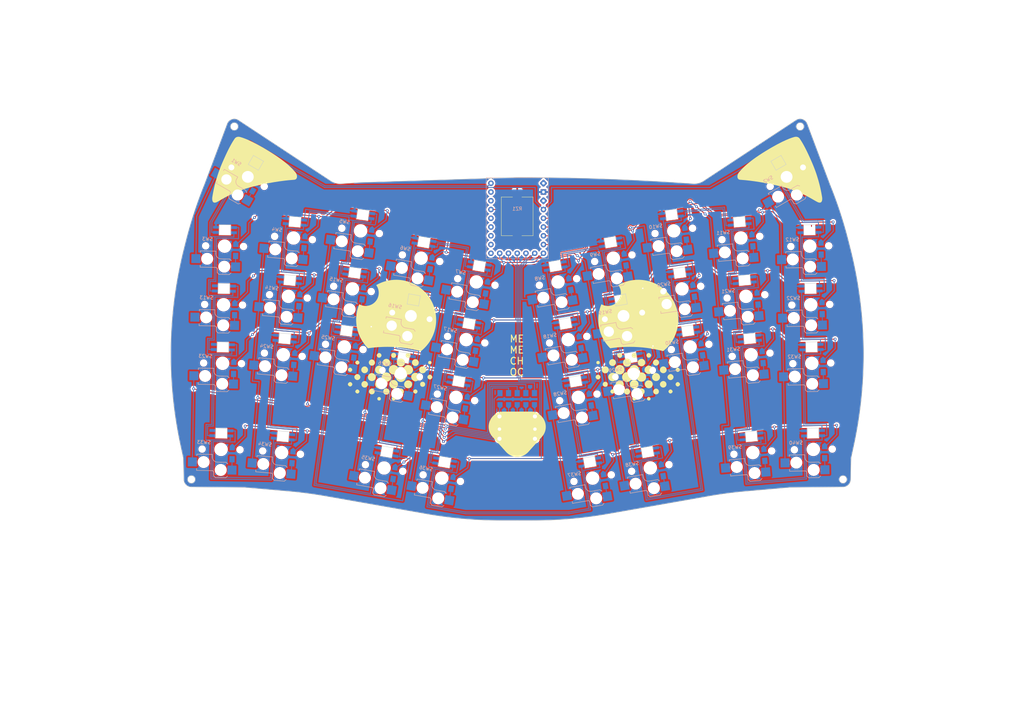
<source format=kicad_pcb>
(kicad_pcb (version 20221018) (generator pcbnew)
  (layers (0 "F.Cu" signal) (31 "B.Cu" signal) (34 "B.Paste" user) (35 "F.Paste" user) (36 "B.SilkS" user "B.Silkscreen") (37 "F.SilkS" user "F.Silkscreen") (38 "B.Mask" user) (39 "F.Mask" user) (44 "Edge.Cuts" user))
  (net 0 "")
  (net 1 "row0")
  (net 2 "Net-(D1-A)")
  (net 3 "row1")
  (net 4 "Net-(D2-A)")
  (net 5 "row2")
  (net 6 "Net-(D3-A)")
  (net 7 "row3")
  (net 8 "Net-(D4-A)")
  (net 9 "Net-(D5-A)")
  (net 10 "Net-(D6-A)")
  (net 11 "Net-(D7-A)")
  (net 12 "Net-(D8-A)")
  (net 13 "Net-(D9-A)")
  (net 14 "Net-(D10-A)")
  (net 15 "Net-(D11-A)")
  (net 16 "Net-(D12-A)")
  (net 17 "Net-(D13-A)")
  (net 18 "Net-(D14-A)")
  (net 19 "Net-(D15-A)")
  (net 20 "Net-(D16-A)")
  (net 21 "Net-(D17-A)")
  (net 22 "Net-(D18-A)")
  (net 23 "Net-(D19-A)")
  (net 24 "Net-(D20-A)")
  (net 25 "Net-(D21-A)")
  (net 26 "Net-(D22-A)")
  (net 27 "Net-(D23-A)")
  (net 28 "Net-(D24-A)")
  (net 29 "Net-(D25-A)")
  (net 30 "Net-(D26-A)")
  (net 31 "Net-(D27-A)")
  (net 32 "Net-(D28-A)")
  (net 33 "Net-(D29-A)")
  (net 34 "Net-(D30-A)")
  (net 35 "Net-(D31-A)")
  (net 36 "Net-(D32-A)")
  (net 37 "Net-(D33-A)")
  (net 38 "Net-(D34-A)")
  (net 39 "Net-(D35-A)")
  (net 40 "Net-(D36-A)")
  (net 41 "col0")
  (net 42 "col1")
  (net 43 "col2")
  (net 44 "col3")
  (net 45 "col4")
  (net 46 "col5")
  (net 47 "col6")
  (net 48 "col7")
  (net 49 "col8")
  (net 50 "col9")
  (net 51 "row4")
  (net 52 "Net-(D37-A)")
  (net 53 "Net-(D38-A)")
  (net 54 "Net-(D39-A)")
  (net 55 "Net-(D40-A)")
  (net 56 "VCC")
  (net 57 "Net-(D41-DOUT)")
  (net 58 "GND")
  (net 59 "LED")
  (net 60 "Net-(D42-DOUT)")
  (net 61 "Net-(D43-DOUT)")
  (net 62 "Net-(D44-DOUT)")
  (net 63 "Net-(D45-DOUT)")
  (net 64 "Net-(D46-DOUT)")
  (net 65 "Net-(D47-DOUT)")
  (net 66 "Net-(D48-DOUT)")
  (net 67 "Net-(D49-DOUT)")
  (net 68 "Net-(D50-DOUT)")
  (net 69 "Net-(D51-DOUT)")
  (net 70 "Net-(D53-DOUT)")
  (net 71 "Net-(D54-DOUT)")
  (net 72 "Net-(D55-DOUT)")
  (net 73 "Net-(D56-DOUT)")
  (net 74 "Net-(D57-DOUT)")
  (net 75 "Net-(D58-DOUT)")
  (net 76 "Net-(D59-DOUT)")
  (net 77 "Net-(D60-DOUT)")
  (net 78 "Net-(D61-DOUT)")
  (net 79 "Net-(D62-DOUT)")
  (net 80 "Net-(D63-DOUT)")
  (net 81 "Net-(D52-DOUT)")
  (net 82 "Net-(D64-DOUT)")
  (net 83 "Net-(D65-DOUT)")
  (net 84 "Net-(D66-DOUT)")
  (net 85 "Net-(D67-DOUT)")
  (net 86 "Net-(D68-DOUT)")
  (net 87 "Net-(D69-DOUT)")
  (net 88 "Net-(D73-DOUT)")
  (net 89 "Net-(D74-DOUT)")
  (net 90 "Net-(D75-DOUT)")
  (net 91 "Net-(D76-DOUT)")
  (net 92 "Net-(D77-DOUT)")
  (net 93 "Net-(D78-DOUT)")
  (net 94 "Net-(D79-DOUT)")
  (net 96 "Sound")
  (net 98 "Net-(D70-DOUT)")
  (net 99 "Net-(D71-DOUT)")
  (net 100 "Net-(D72-DOUT)")
  (net 101 "Net-(D81-K)")
  (net 102 "Net-(D82-K)")
  (net 103 "Net-(D83-K)")
  (net 104 "Net-(D84-K)")
  (net 105 "Net-(D85-K)")
  (net 106 "row5")
  (footprint "UWUmasterGatekeeperHusoLib:Buzzer_Mallory_AST1109MLTRQ" (layer "F.Cu") (at 150 62.700001 90)
    (fp_text reference "BZ1")
    (fp_text value "Buzzer")
  )
  (footprint "UWUmasterGatekeeperHusoLib:Kailh_socket_PG1350 LED Window ME Version V2" (layer "F.Cu") (at 197.804849 83.755142 8)
    (fp_text reference "SW20")
    (fp_text value "SW_Push")
  )
  (footprint "UWUmasterGatekeeperHusoLib:Kailh_socket_PG1350 LED Window ME Version V2" (layer "F.Cu") (at 82.131037 102.858206 -5)
    (fp_text reference "SW24")
    (fp_text value "SW_Push")
  )
  (footprint "UWUmasterGatekeeperHusoLib:Kailh_socket_PG1350 LED Window ME Version V2" (layer "F.Cu") (at 183.799549 108.333095 10)
    (fp_text reference "SW29")
    (fp_text value "SW_Push")
  )
  (footprint "UWUmasterGatekeeperHusoLib:Kailh_socket_PG1350 LED Window ME Version V2" (layer "F.Cu") (at 180.847531 91.591362 10)
    (fp_text reference "SW19")
    (fp_text value "SW_Push")
  )
  (footprint "UWUmasterGatekeeperHusoLib:Kailh_socket_PG1350 LED Window ME Version V2" (layer "F.Cu") (at 128.116957 138.662696 -10)
    (fp_text reference "SW36")
    (fp_text value "SW_Push")
  )
  (footprint "UWUmasterGatekeeperHusoLib:Kailh_socket_PG1350 LED Window ME Version V2" (layer "F.Cu") (at 122.106001 74.84723 -10)
    (fp_text reference "SW6")
    (fp_text value "SW_Push")
  )
  (footprint "UWUmasterGatekeeperHusoLib:Kailh_socket_PG1350 LED Window ME Version V2" (layer "F.Cu") (at 99.827949 100.59011 -8)
    (fp_text reference "SW25")
    (fp_text value "SW_Push")
  )
  (footprint "UWUmasterGatekeeperHusoLib:Kailh_socket_PG1350 LED Window ME Version V2" (layer "F.Cu") (at 71.832766 51.247652 -30)
    (fp_text reference "SW1")
    (fp_text value "SW_Push")
  )
  (footprint "UWUmasterGatekeeperHusoLib:Kailh_socket_PG1350 LED Window ME Version V2" (layer "F.Cu") (at 64.511344 105.35075 -1)
    (fp_text reference "SW23")
    (fp_text value "SW_Push")
  )
  (footprint "UWUmasterGatekeeperHusoLib:Kailh_socket_PG1350 LED Window ME Version V2" (layer "F.Cu") (at 102.193895 83.755555 -8)
    (fp_text reference "SW15")
    (fp_text value "SW_Push")
  )
  (footprint "UWUmasterGatekeeperHusoLib:Kailh_socket_PG1350 LED Window ME Version V2" (layer "F.Cu") (at 228.168361 51.249904 30)
    (fp_text reference "SW2")
    (fp_text value "SW_Push")
  )
  (footprint "UWUmasterGatekeeperHusoLib:Kailh_socket_PG1350 LED Window ME Version V2" (layer "F.Cu") (at 83.612683 85.922898 -5)
    (fp_text reference "SW14")
    (fp_text value "SW_Push")
  )
  (footprint "UWUmasterGatekeeperHusoLib:Kailh_socket_PG1350 LED Window ME Version V2" (layer "F.Cu") (at 214.904591 68.985454 5)
    (fp_text reference "SW11")
    (fp_text value "SW_Push")
  )
  (footprint "UWUmasterGatekeeperHusoLib:Kailh_socket_PG1350 LED Window ME Version V2" (layer "F.Cu") (at 218.365886 131.256076 5)
    (fp_text reference "SW39")
    (fp_text value "SW_Push")
  )
  (footprint "UWUmasterGatekeeperHusoLib:Kailh_socket_PG1350 LED Window ME Version V2" (layer "F.Cu") (at 188.625549 135.711093 10)
    (fp_text reference "SW38")
    (fp_text value "SW_Push")
  )
  (footprint "UWUmasterGatekeeperHusoLib:Kailh_socket_PG1350 LED Window ME Version V2" (layer "F.Cu") (at 235.488657 105.351059 1)
    (fp_text reference "SW32")
    (fp_text value "SW_Push")
  )
  (footprint "UWUmasterGatekeeperHusoLib:Kailh_socket_PG1350 LED Window ME Version V2" (layer "F.Cu") (at 64.074339 130.333748 -1)
    (fp_text reference "SW33")
    (fp_text value "SW_Push")
  )
  (footprint "UWUmasterGatekeeperHusoLib:Kailh_socket_PG1350 LED Window ME Version V2" (layer "F.Cu") (at 64.808031 88.353343 -1)
    (fp_text reference "SW13")
    (fp_text value "SW_Push")
  )
  (footprint "UWUmasterGatekeeperHusoLib:Kailh_socket_PG1350 LED Window ME Version V2" (layer "F.Cu") (at 116.201959 108.330694 -10)
    (fp_text reference "SW26")
    (fp_text value "SW_Push")
  )
  (footprint "UWUmasterGatekeeperHusoLib:Kailh_socket_PG1350 LED Window ME Version V2" (layer "F.Cu") (at 164.798086 98.484295 10)
    (fp_text reference "SW18")
    (fp_text value "SW_Push")
  )
  (footprint "UWUmasterGatekeeperHusoLib:Kailh_socket_PG1350 LED Window ME Version V2" (layer "F.Cu") (at 234.895277 71.356243 1)
    (fp_text reference "SW12")
    (fp_text value "SW_Push")
  )
  (footprint "UWUmasterGatekeeperHusoLib:Kailh_socket_PG1350 LED Window ME Version V2" (layer "F.Cu") (at 119.153978 91.588963 -10)
    (fp_text reference "SW16")
    (fp_text value "SW_Push")
  )
  (footprint "UWUmasterGatekeeperHusoLib:Kailh_socket_PG1350 LED Window ME Version V2" (layer "F.Cu") (at 65.104723 71.355933 -1)
    (fp_text reference "SW3")
    (fp_text value "SW_Push")
  )
  (footprint "UWUmasterGatekeeperHusoLib:Kailh_socket_PG1350 LED Window ME Version V2" (layer "F.Cu") (at 135.200977 98.481965 -10)
    (fp_text reference "SW17")
    (fp_text value "SW_Push")
  )
  (footprint "UWUmasterGatekeeperHusoLib:Kailh_socket_PG1350 LED Window ME Version V2" (layer "F.Cu") (at 235.924655 130.332064 1)
    (fp_text reference "SW40")
    (fp_text value "SW_Push")
  )
  (footprint "UWUmasterGatekeeperHusoLib:Kailh_socket_PG1350 LED Window ME Version V2" (layer "F.Cu") (at 195.438903 66.920581 8)
    (fp_text reference "SW10")
    (fp_text value "SW_Push")
  )
  (footprint "UWUmasterGatekeeperHusoLib:Kailh_socket_PG1350 LED Window ME Version V2" (layer "F.Cu") (at 111.374957 135.710694 -10)
    (fp_text reference "SW35")
    (fp_text value "SW_Push")
  )
  (footprint "UWUmasterGatekeeperHusoLib:Kailh_socket_PG1350 LED Window ME Version V2" (layer "F.Cu") (at 235.19197 88.353655 1)
    (fp_text reference "SW22")
    (fp_text value "SW_Push")
  )
  (footprint "UWUmasterGatekeeperHusoLib:Kailh_socket_PG1350 LED Window ME Version V2" (layer "F.Cu") (at 200.17079 100.589699 8)
    (fp_text reference "SW30")
    (fp_text value "SW_Push")
  )
  (footprint "UWUmasterGatekeeperHusoLib:5Way-non-reverse no silk" (layer "F.Cu") (at 150 124)
    (fp_text reference "HAT1" hide)
    (fp_text value "5Way-Tactile_K1-1506DN-01")
  )
  (footprint "UWUmasterGatekeeperHusoLib:Kailh_socket_PG1350 LED Window ME Version V2" (layer "F.Cu") (at 138.153 81.740229 -10)
    (fp_text reference "SW7")
    (fp_text value "SW_Push")
  )
  (footprint "UWUmasterGatekeeperHusoLib:Kailh_socket_PG1350 LED Window ME Version V2" (layer "F.Cu") (at 177.895511 74.849629 10)
    (fp_text reference "SW9")
    (fp_text value "SW_Push")
  )
  (footprint "UWUmasterGatekeeperHusoLib:Kailh_socket_PG1350 LED Window ME Version V2" (layer "F.Cu") (at 81.635038 131.251204 -5)
    (fp_text reference "SW34")
    (fp_text value "SW_Push")
  )
  (footprint "UWUmasterGatekeeperHusoLib:Kailh_socket_PG1350 LED Window ME Version V2" (layer "F.Cu") (at 217.86789 102.856075 5)
    (fp_text reference "SW31")
    (fp_text value "SW_Push")
  )
  (footprint "UWUmasterGatekeeperHusoLib:Kailh_socket_PG1350 LED Window ME Version V2" (layer "F.Cu") (at 104.559839 66.921001 -8)
    (fp_text reference "SW5")
    (fp_text value "SW_Push")
  )
  (footprint "UWUmasterGatekeeperHusoLib:Kailh_socket_PG1350 LED Window ME Version V2" (layer "F.Cu") (at 85.094329 68.987587 -5)
    (fp_text reference "SW4")
    (fp_text value "SW_Push")
  )
  (footprint "UWUmasterGatekeeperHusoLib:Kailh_socket_PG1350 LED Window ME Version V2" (layer "F.Cu") (at 171.884104 138.663032 10)
    (fp_text reference "SW37")
    (fp_text value "SW_Push")
  )
  (footprint "UWUmasterGatekeeperHusoLib:Kailh_socket_PG1350 LED Window ME Version V2" (layer "F.Cu") (at 167.750106 115.226031 10)
    (fp_text reference "SW28")
    (fp_text value "SW_Push")
  )
  (footprint "UWUmasterGatekeeperHusoLib:Kailh_socket_PG1350 LED Window ME Version V2" (layer "F.Cu") (at 161.846068 81.742568 10)
    (fp_text reference "SW8")
    (fp_text value "SW_Push")
  )
  (footprint "UWUmasterGatekeeperHusoLib:Kailh_socket_PG1350 LED Window ME Version V2" (layer "F.Cu") (at 132.248961 115.223699 -10)
    (fp_text reference "SW27")
    (fp_text value "SW_Push")
  )
  (footprint "UWUmasterGatekeeperHusoLib:Kailh_socket_PG1350 LED Window ME Version V2" (layer "F.Cu") (at 216.386239 85.920765 5)
    (fp_text reference "SW21")
    (fp_text value "SW_Push")
  )
  (footprint "UWUmasterGatekeeperHusoLib:Diode_SOD123 triangle clean" (layer "B.Cu") (at 175.308048 139.263374 -80)
    (fp_text reference "D37" hide)
    (fp_text value "D_Small" hide)
  )
  (footprint "UWUmasterGatekeeperHusoLib:SK6812-MINI-E mit LED v2 ohne silk LED FRAME" (layer "B.Cu") (at 235.839493 125.632609 -179)
    (fp_text reference "D76")
    (fp_text value "SK6812MINI-E" hide)
    (fp_line (start -1.7 -1.5) (end -1.7 1.5) (stroke (width 0.12)) (layer "Edge.Cuts"))
    (fp_line (start -1.7 1.5) (end 1.7 1.5) (stroke (width 0.12)) (layer "Edge.Cuts"))
    (fp_line (start 1.7 -1.5) (end -1.7 -1.5) (stroke (width 0.12)) (layer "Edge.Cuts"))
    (fp_line (start 1.7 1.5) (end 1.7 -1.5) (stroke (width 0.12)) (layer "Edge.Cuts"))
  )
  (footprint "UWUmasterGatekeeperHusoLib:SK6812-MINI-E mit LED v2 ohne silk LED FRAME" (layer "B.Cu") (at 215.97176 81.237646 -175)
    (fp_text reference "D73")
    (fp_text value "SK6812MINI-E" hide)
    (fp_line (start -1.7 -1.5) (end -1.7 1.5) (stroke (width 0.12)) (layer "Edge.Cuts"))
    (fp_line (start -1.7 1.5) (end 1.7 1.5) (stroke (width 0.12)) (layer "Edge.Cuts"))
    (fp_line (start 1.7 -1.5) (end -1.7 -1.5) (stroke (width 0.12)) (layer "Edge.Cuts"))
    (fp_line (start 1.7 1.5) (end 1.7 -1.5) (stroke (width 0.12)) (layer "Edge.Cuts"))
  )
  (footprint "UWUmasterGatekeeperHusoLib:SK6812-MINI-E mit LED v2 ohne silk LED FRAME" (layer "B.Cu") (at 112.190999 131.071 170)
    (fp_text reference "D53")
    (fp_text value "SK6812MINI-E" hide)
    (fp_line (start -1.7 -1.5) (end -1.7 1.5) (stroke (width 0.12)) (layer "Edge.Cuts"))
    (fp_line (start -1.7 1.5) (end 1.7 1.5) (stroke (width 0.12)) (layer "Edge.Cuts"))
    (fp_line (start 1.7 -1.5) (end -1.7 -1.5) (stroke (width 0.12)) (layer "Edge.Cuts"))
    (fp_line (start 1.7 1.5) (end 1.7 -1.5) (stroke (width 0.12)) (layer "Edge.Cuts"))
  )
  (footprint "UWUmasterGatekeeperHusoLib:Diode_SOD123 triangle clean" (layer "B.Cu") (at 125.009291 76.3796 -100)
    (fp_text reference "D6" hide)
    (fp_text value "D_Small" hide)
  )
  (footprint "UWUmasterGatekeeperHusoLib:SK6812-MINI-E mit LED v2 ohne silk LED FRAME" (layer "B.Cu") (at 182.98857 103.704351 -170)
    (fp_text reference "D67")
    (fp_text value "SK6812MINI-E" hide)
    (fp_line (start -1.7 -1.5) (end -1.7 1.5) (stroke (width 0.12)) (layer "Edge.Cuts"))
    (fp_line (start -1.7 1.5) (end 1.7 1.5) (stroke (width 0.12)) (layer "Edge.Cuts"))
    (fp_line (start 1.7 -1.5) (end -1.7 -1.5) (stroke (width 0.12)) (layer "Edge.Cuts"))
    (fp_line (start 1.7 1.5) (end 1.7 -1.5) (stroke (width 0.12)) (layer "Edge.Cuts"))
  )
  (footprint "UWUmasterGatekeeperHusoLib:SK6812-MINI-E mit LED v2 ohne silk LED FRAME" (layer "B.Cu") (at 177.08176 70.224002 -170)
    (fp_text reference "D65")
    (fp_text value "SK6812MINI-E" hide)
    (fp_line (start -1.7 -1.5) (end -1.7 1.5) (stroke (width 0.12)) (layer "Edge.Cuts"))
    (fp_line (start -1.7 1.5) (end 1.7 1.5) (stroke (width 0.12)) (layer "Edge.Cuts"))
    (fp_line (start 1.7 -1.5) (end -1.7 -1.5) (stroke (width 0.12)) (layer "Edge.Cuts"))
    (fp_line (start 1.7 1.5) (end 1.7 -1.5) (stroke (width 0.12)) (layer "Edge.Cuts"))
  )
  (footprint "UWUmasterGatekeeperHusoLib:Diode_SOD123 triangle clean" (layer "B.Cu") (at 155 115.7 90)
    (fp_text reference "D85" hide)
    (fp_text value "D_Small" hide)
  )
  (footprint "UWUmasterGatekeeperHusoLib:Diode_SOD123 triangle clean" (layer "B.Cu") (at 105.219138 85.094261 -98)
    (fp_text reference "D15" hide)
    (fp_text value "D_Small" hide)
  )
  (footprint "UWUmasterGatekeeperHusoLib:Diode_SOD123 triangle clean" (layer "B.Cu") (at 86.795338 87.087929 -95)
    (fp_text reference "D14" hide)
    (fp_text value "D_Small" hide)
  )
  (footprint "UWUmasterGatekeeperHusoLib:SK6812-MINI-E mit LED v2 ohne silk LED FRAME" (layer "B.Cu") (at 217.456075 98.167095 -175)
    (fp_text reference "D74")
    (fp_text value "SK6812MINI-E" hide)
    (fp_line (start -1.7 -1.5) (end -1.7 1.5) (stroke (width 0.12)) (layer "Edge.Cuts"))
    (fp_line (start -1.7 1.5) (end 1.7 1.5) (stroke (width 0.12)) (layer "Edge.Cuts"))
    (fp_line (start 1.7 -1.5) (end -1.7 -1.5) (stroke (width 0.12)) (layer "Edge.Cuts"))
    (fp_line (start 1.7 1.5) (end 1.7 -1.5) (stroke (width 0.12)) (layer "Edge.Cuts"))
  )
  (footprint "UWUmasterGatekeeperHusoLib:Diode_SOD123 triangle clean" (layer "B.Cu") (at 147.5 115.7 90)
    (fp_text reference "D82" hide)
    (fp_text value "D_Small" hide)
  )
  (footprint "UWUmasterGatekeeperHusoLib:Diode_SOD123 triangle clean" (layer "B.Cu") (at 68.318136 72.491682 -91)
    (fp_text reference "D3" hide)
    (fp_text value "D_Small" hide)
  )
  (footprint "UWUmasterGatekeeperHusoLib:Diode_SOD123 triangle clean" (layer "B.Cu") (at 203.578631 101.339673 -82)
    (fp_text reference "D30" hide)
    (fp_text value "D_Small" hide)
  )
  (footprint "UWUmasterGatekeeperHusoLib:SK6812-MINI-E mit LED v2 ohne silk LED FRAME" (layer "B.Cu") (at 74.182009 47.176482 150)
    (fp_text reference "D41")
    (fp_text value "SK6812MINI-E" hide)
    (fp_line (start -1.7 -1.5) (end -1.7 1.5) (stroke (width 0.12)) (layer "Edge.Cuts"))
    (fp_line (start -1.7 1.5) (end 1.7 1.5) (stroke (width 0.12)) (layer "Edge.Cuts"))
    (fp_line (start 1.7 -1.5) (end -1.7 -1.5) (stroke (width 0.12)) (layer "Edge.Cuts"))
    (fp_line (start 1.7 1.5) (end 1.7 -1.5) (stroke (width 0.12)) (layer "Edge.Cuts"))
  )
  (footprint "UWUmasterGatekeeperHusoLib:SK6812-MINI-E mit LED v2 ohne silk LED FRAME" (layer "B.Cu") (at 235.108489 83.654609 -179)
    (fp_text reference "D78")
    (fp_text value "SK6812MINI-E" hide)
    (fp_line (start -1.7 -1.5) (end -1.7 1.5) (stroke (width 0.12)) (layer "Edge.Cuts"))
    (fp_line (start -1.7 1.5) (end 1.7 1.5) (stroke (width 0.12)) (layer "Edge.Cuts"))
    (fp_line (start 1.7 -1.5) (end -1.7 -1.5) (stroke (width 0.12)) (layer "Edge.Cuts"))
    (fp_line (start 1.7 1.5) (end 1.7 -1.5) (stroke (width 0.12)) (layer "Edge.Cuts"))
  )
  (footprint "UWUmasterGatekeeperHusoLib:Diode_SOD123 triangle clean" (layer "B.Cu") (at 152.500001 115.700004 90)
    (fp_text reference "D84" hide)
    (fp_text value "D_Small" hide)
  )
  (footprint "UWUmasterGatekeeperHusoLib:Diode_SOD123 triangle clean" (layer "B.Cu") (at 198.863668 67.790958 -82)
    (fp_text reference "D10" hide)
    (fp_text value "D_Small" hide)
  )
  (footprint "UWUmasterGatekeeperHusoLib:Diode_SOD123 triangle clean" (layer "B.Cu") (at 218.245635 69.704905 -85)
    (fp_text reference "D11" hide)
    (fp_text value "D_Small" hide)
  )
  (footprint "UWUmasterGatekeeperHusoLib:Diode_SOD123 triangle clean" (layer "B.Cu") (at 67.720547 106.727468 -91)
    (fp_text reference "D23" hide)
    (fp_text value "D_Small" hide)
  )
  (footprint "UWUmasterGatekeeperHusoLib:SK6812-MINI-E mit LED v2 ohne silk LED FRAME" (layer "B.Cu") (at 122.924568 70.213645 170)
    (fp_text reference "D56")
    (fp_text value "SK6812MINI-E" hide)
    (fp_line (start -1.7 -1.5) (end -1.7 1.5) (stroke (width 0.12)) (layer "Edge.Cuts"))
    (fp_line (start -1.7 1.5) (end 1.7 1.5) (stroke (width 0.12)) (layer "Edge.Cuts"))
    (fp_line (start 1.7 -1.5) (end -1.7 -1.5) (stroke (width 0.12)) (layer "Edge.Cuts"))
    (fp_line (start 1.7 1.5) (end 1.7 -1.5) (stroke (width 0.12)) (layer "Edge.Cuts"))
  )
  (footprint "UWUmasterGatekeeperHusoLib:SK6812-MINI-E mit LED v2 ohne silk LED FRAME" (layer "B.Cu") (at 194.794737 62.267002 -172)
    (fp_text reference "D71")
    (fp_text value "SK6812MINI-E" hide)
    (fp_line (start -1.7 -1.5) (end -1.7 1.5) (stroke (width 0.12)) (layer "Edge.Cuts"))
    (fp_line (start -1.7 1.5) (end 1.7 1.5) (stroke (width 0.12)) (layer "Edge.Cuts"))
    (fp_line (start 1.7 -1.5) (end -1.7 -1.5) (stroke (width 0.12)) (layer "Edge.Cuts"))
    (fp_line (start 1.7 1.5) (end 1.7 -1.5) (stroke (width 0.12)) (layer "Edge.Cuts"))
  )
  (footprint "UWUmasterGatekeeperHusoLib:SK6812-MINI-E mit LED v2 ohne silk LED FRAME" (layer "B.Cu") (at 180.030757 86.968999 -170)
    (fp_text reference "D66")
    (fp_text value "SK6812MINI-E" hide)
    (fp_line (start -1.7 -1.5) (end -1.7 1.5) (stroke (width 0.12)) (layer "Edge.Cuts"))
    (fp_line (start -1.7 1.5) (end 1.7 1.5) (stroke (width 0.12)) (layer "Edge.Cuts"))
    (fp_line (start 1.7 -1.5) (end -1.7 -1.5) (stroke (width 0.12)) (layer "Edge.Cuts"))
    (fp_line (start 1.7 1.5) (end 1.7 -1.5) (stroke (width 0.12)) (layer "Edge.Cuts"))
  )
  (footprint "UWUmasterGatekeeperHusoLib:SK6812-MINI-E mit LED v2 ohne silk LED FRAME" (layer "B.Cu") (at 197.147732 79.098004 -172)
    (fp_text reference "D70")
    (fp_text value "SK6812MINI-E" hide)
    (fp_line (start -1.7 -1.5) (end -1.7 1.5) (stroke (width 0.12)) (layer "Edge.Cuts"))
    (fp_line (start -1.7 1.5) (end 1.7 1.5) (stroke (width 0.12)) (layer "Edge.Cuts"))
    (fp_line (start 1.7 -1.5) (end -1.7 -1.5) (stroke (width 0.12)) (layer "Edge.Cuts"))
    (fp_line (start 1.7 1.5) (end 1.7 -1.5) (stroke (width 0.12)) (layer "Edge.Cuts"))
  )
  (footprint "UWUmasterGatekeeperHusoLib:SK6812-MINI-E mit LED v2 ohne silk LED FRAME" (layer "B.Cu") (at 136.022002 93.850003 170)
    (fp_text reference "D58")
    (fp_text value "SK6812MINI-E" hide)
    (fp_line (start -1.7 -1.5) (end -1.7 1.5) (stroke (width 0.12)) (layer "Edge.Cuts"))
    (fp_line (start -1.7 1.5) (end 1.7 1.5) (stroke (width 0.12)) (layer "Edge.Cuts"))
    (fp_line (start 1.7 -1.5) (end -1.7 -1.5) (stroke (width 0.12)) (layer "Edge.Cuts"))
    (fp_line (start 1.7 1.5) (end 1.7 -1.5) (stroke (width 0.12)) (layer "Edge.Cuts"))
  )
  (footprint "UWUmasterGatekeeperHusoLib:SK6812-MINI-E mit LED v2 ohne silk LED FRAME" (layer "B.Cu") (at 102.849118 79.100065 172)
    (fp_text reference "D51")
    (fp_text value "SK6812MINI-E" hide)
    (fp_line (start -1.7 -1.5) (end -1.7 1.5) (stroke (width 0.12)) (layer "Edge.Cuts"))
    (fp_line (start -1.7 1.5) (end 1.7 1.5) (stroke (width 0.12)) (layer "Edge.Cuts"))
    (fp_line (start 1.7 -1.5) (end -1.7 -1.5) (stroke (width 0.12)) (layer "Edge.Cuts"))
    (fp_line (start 1.7 1.5) (end 1.7 -1.5) (stroke (width 0.12)) (layer "Edge.Cuts"))
  )
  (footprint "UWUmasterGatekeeperHusoLib:Diode_SOD123 triangle clean" (layer "B.Cu") (at 238.767336 106.179797 -89)
    (fp_text reference "D32" hide)
    (fp_text value "D_Small" hide)
  )
  (footprint "UWUmasterGatekeeperHusoLib:SK6812-MINI-E mit LED v2 ohne silk LED FRAME" (layer "B.Cu") (at 105.216001 62.261004 172)
    (fp_text reference "D50")
    (fp_text value "SK6812MINI-E" hide)
    (fp_line (start -1.7 -1.5) (end -1.7 1.5) (stroke (width 0.12)) (layer "Edge.Cuts"))
    (fp_line (start -1.7 1.5) (end 1.7 1.5) (stroke (width 0.12)) (layer "Edge.Cuts"))
    (fp_line (start 1.7 -1.5) (end -1.7 -1.5) (stroke (width 0.12)) (layer "Edge.Cuts"))
    (fp_line (start 1.7 1.5) (end 1.7 -1.5) (stroke (width 0.12)) (layer "Edge.Cuts"))
  )
  (footprint "UWUmasterGatekeeperHusoLib:SK6812-MINI-E mit LED v2 ohne silk LED FRAME" (layer "B.Cu") (at 225.821013 47.176514 -150)
    (fp_text reference "D80")
    (fp_text value "SK6812MINI-E" hide)
    (fp_line (start -1.7 -1.5) (end -1.7 1.5) (stroke (width 0.12)) (layer "Edge.Cuts"))
    (fp_line (start -1.7 1.5) (end 1.7 1.5) (stroke (width 0.12)) (layer "Edge.Cuts"))
    (fp_line (start 1.7 -1.5) (end -1.7 -1.5) (stroke (width 0.12)) (layer "Edge.Cuts"))
    (fp_line (start 1.7 1.5) (end 1.7 -1.5) (stroke (width 0.12)) (layer "Edge.Cuts"))
  )
  (footprint "UWUmasterGatekeeperHusoLib:Diode_SOD123 triangle clean" (layer "B.Cu") (at 102.83927 102.027894 -98)
    (fp_text reference "D25" hide)
    (fp_text value "D_Small" hide)
  )
  (footprint "UWUmasterGatekeeperHusoLib:SK6812-MINI-E mit LED v2 ohne silk LED FRAME" (layer "B.Cu") (at 187.819762 131.096997 -170)
    (fp_text reference "D68")
    (fp_text value "SK6812MINI-E" hide)
    (fp_line (start -1.7 -1.5) (end -1.7 1.5) (stroke (width 0.12)) (layer "Edge.Cuts"))
    (fp_line (start -1.7 1.5) (end 1.7 1.5) (stroke (width 0.12)) (layer "Edge.Cuts"))
    (fp_line (start 1.7 -1.5) (end -1.7 -1.5) (stroke (width 0.12)) (layer "Edge.Cuts"))
    (fp_line (start 1.7 1.5) (end 1.7 -1.5) (stroke (width 0.12)) (layer "Edge.Cuts"))
  )
  (footprint "UWUmasterGatekeeperHusoLib:RP2040-Zero" (layer "B.Cu") (at 158.997997 75.007999 180)
    (fp_text reference "RZ1")
    (fp_text value "RP2040-Zero")
  )
  (footprint "UWUmasterGatekeeperHusoLib:SK6812-MINI-E mit LED v2 ohne silk LED FRAME" (layer "B.Cu") (at 138.973566 77.110647 170)
    (fp_text reference "D57")
    (fp_text value "SK6812MINI-E" hide)
    (fp_line (start -1.7 -1.5) (end -1.7 1.5) (stroke (width 0.12)) (layer "Edge.Cuts"))
    (fp_line (start -1.7 1.5) (end 1.7 1.5) (stroke (width 0.12)) (layer "Edge.Cuts"))
    (fp_line (start 1.7 -1.5) (end -1.7 -1.5) (stroke (width 0.12)) (layer "Edge.Cuts"))
    (fp_line (start 1.7 1.5) (end 1.7 -1.5) (stroke (width 0.12)) (layer "Edge.Cuts"))
  )
  (footprint "UWUmasterGatekeeperHusoLib:Diode_SOD123 triangle clean" (layer "B.Cu") (at 238.172647 72.109985 -89)
    (fp_text reference "D12" hide)
    (fp_text value "D_Small" hide)
  )
  (footprint "UWUmasterGatekeeperHusoLib:Diode_SOD123 triangle clean" (layer "B.Cu") (at 107.572759 68.347378 -98)
    (fp_text reference "D5" hide)
    (fp_text value "D_Small" hide)
  )
  (footprint "UWUmasterGatekeeperHusoLib:SK6812-MINI-E mit LED v2 ohne silk LED FRAME" (layer "B.Cu") (at 64.892308 83.650158 179)
    (fp_text reference "D43")
    (fp_text value "SK6812MINI-E" hide)
    (fp_line (start -1.7 -1.5) (end -1.7 1.5) (stroke (width 0.12)) (layer "Edge.Cuts"))
    (fp_line (start -1.7 1.5) (end 1.7 1.5) (stroke (width 0.12)) (layer "Edge.Cuts"))
    (fp_line (start 1.7 -1.5) (end -1.7 -1.5) (stroke (width 0.12)) (layer "Edge.Cuts"))
    (fp_line (start 1.7 1.5) (end 1.7 -1.5) (stroke (width 0.12)) (layer "Edge.Cuts"))
  )
  (footprint "UWUmasterGatekeeperHusoLib:Diode_SOD123 triangle clean" (layer "B.Cu") (at 141.107787 83.417468 -100)
    (fp_text reference "D7" hide)
    (fp_text value "D_Small" hide)
  )
  (footprint "UWUmasterGatekeeperHusoLib:Diode_SOD123 triangle clean" (layer "B.Cu") (at 181.306464 75.290869 -80)
    (fp_text reference "D9" hide)
    (fp_text value "D_Small" hide)
  )
  (footprint "UWUmasterGatekeeperHusoLib:SK6812-MINI-E mit LED v2 ohne silk LED FRAME" (layer "B.Cu") (at 133.061571 110.585648 170)
    (fp_text reference "D59")
    (fp_text value "SK6812MINI-E" hide)
    (fp_line (start -1.7 -1.5) (end -1.7 1.5) (stroke (width 0.12)) (layer "Edge.Cuts"))
    (fp_line (start -1.7 1.5) (end 1.7 1.5) (stroke (width 0.12)) (layer "Edge.Cuts"))
    (fp_line (start 1.7 -1.5) (end -1.7 -1.5) (stroke (width 0.12)) (layer "Edge.Cuts"))
    (fp_line (start 1.7 1.5) (end 1.7 -1.5) (stroke (width 0.12)) (layer "Edge.Cuts"))
  )
  (footprint "UWUmasterGatekeeperHusoLib:Diode_SOD123 triangle clean" (layer "B.Cu") (at 239.20665 131.172938 -90)
    (fp_text reference "D40" hide)
    (fp_text value "D_Small" hide)
  )
  (footprint "UWUmasterGatekeeperHusoLib:SK6812-MINI-E mit LED v2 ohne silk LED FRAME" (layer "B.Cu") (at 171.06204 134.018564 -170)
    (fp_text reference "D61")
    (fp_text value "SK6812MINI-E" hide)
    (fp_line (start -1.7 -1.5) (end -1.7 1.5) (stroke (width 0.12)) (layer "Edge.Cuts"))
    (fp_line (start -1.7 1.5) (end 1.7 1.5) (stroke (width 0.12)) (layer "Edge.Cuts"))
    (fp_line (start 1.7 -1.5) (end -1.7 -1.5) (stroke (width 0.12)) (layer "Edge.Cuts"))
    (fp_line (start 1.7 1.5) (end 1.7 -1.5) (stroke (width 0.12)) (layer "Edge.Cuts"))
  )
  (footprint "UWUmasterGatekeeperHusoLib:SK6812-MINI-E mit LED v2 ohne silk LED FRAME" (layer "B.Cu") (at 128.929569 134.03265 170)
    (fp_text reference "D60")
    (fp_text value "SK6812MINI-E" hide)
    (fp_line (start -1.7 -1.5) (end -1.7 1.5) (stroke (width 0.12)) (layer "Edge.Cuts"))
    (fp_line (start -1.7 1.5) (end 1.7 1.5) (stroke (width 0.12)) (layer "Edge.Cuts"))
    (fp_line (start 1.7 -1.5) (end -1.7 -1.5) (stroke (width 0.12)) (layer "Edge.Cuts"))
    (fp_line (start 1.7 1.5) (end 1.7 -1.5) (stroke (width 0.12)) (layer "Edge.Cuts"))
  )
  (footprint "UWUmasterGatekeeperHusoLib:Diode_SOD123 triangle clean" (layer "B.Cu") (at 231.466883 50.465723 -60)
    (fp_text reference "D2" hide)
    (fp_text value "D_Small" hide)
  )
  (footprint "UWUmasterGatekeeperHusoLib:Diode_SOD123 triangle clean" (layer "B.Cu") (at 138.178543 100.030038 -100)
    (fp_text reference "D17" hide)
    (fp_text value "D_Small" hide)
  )
  (footprint "UWUmasterGatekeeperHusoLib:Diode_SOD123 triangle clean" (layer "B.Cu") (at 221.210622 103.594884 -85)
    (fp_text reference "D31" hide)
    (fp_text value "D_Small" hide)
  )
  (footprint "UWUmasterGatekeeperHusoLib:SK6812-MINI-E mit LED v2 ohne silk LED FRAME" (layer "B.Cu") (at 235.41231 100.64484 -179)
    (fp_text reference "D77")
    (fp_text value "SK6812MINI-E" hide)
    (fp_line (start -1.7 -1.5) (end -1.7 1.5) (stroke (width 0.12)) (layer "Edge.Cuts"))
    (fp_line (start -1.7 1.5) (end 1.7 1.5) (stroke (width 0.12)) (layer "Edge.Cuts"))
    (fp_line (start 1.7 -1.5) (end -1.7 -1.5) (stroke (width 0.12)) (layer "Edge.Cuts"))
    (fp_line (start 1.7 1.5) (end 1.7 -1.5) (stroke (width 0.12)) (layer "Edge.Cuts"))
  )
  (footprint "UWUmasterGatekeeperHusoLib:Diode_SOD123 triangle clean" (layer "B.Cu") (at 219.7246 86.609586 -85)
    (fp_text reference "D21" hide)
    (fp_text value "D_Small" hide)
  )
  (footprint "UWUmasterGatekeeperHusoLib:Diode_SOD123 triangle clean" (layer "B.Cu") (at 165.284207 82.415341 -80)
    (fp_text reference "D8" hide)
    (fp_text value "D_Small" hide)
  )
  (footprint "UWUmasterGatekeeperHusoLib:Diode_SOD123 triangle clean" (layer "B.Cu") (at 238.474259 89.389359 -89)
    (fp_text reference "D22" hide)
    (fp_text value "D_Small" hide)
  )
  (footprint "UWUmasterGatekeeperHusoLib:SK6812-MINI-E mit LED v2 ohne silk LED FRAME" (layer "B.Cu") (at 161.033564 77.112349 -170)
    (fp_text reference "D64")
    (fp_text value "SK6812MINI-E" hide)
    (fp_line (start -1.7 -1.5) (end -1.7 1.5) (stroke (width 0.12)) (layer "Edge.Cuts"))
    (fp_line (start -1.7 1.5) (end 1.7 1.5) (stroke (width 0.12)) (layer "Edge.Cuts"))
    (fp_line (start 1.7 -1.5) (end -1.7 -1.5) (stroke (width 0.12)) (layer "Edge.Cuts"))
    (fp_line (start 1.7 1.5) (end 1.7 -1.5) (stroke (width 0.12)) (layer "Edge.Cuts"))
  )
  (footprint "UWUmasterGatekeeperHusoLib:Diode_SOD123 triangle clean" (layer "B.Cu") (at 74.1135 53.857103 -120)
    (fp_text reference "D1" hide)
    (fp_text value "D_Small" hide)
  )
  (footprint "UWUmasterGatekeeperHusoLib:SK6812-MINI-E mit LED v2 ohne silk LED FRAME" (layer "B.Cu") (at 119.972 86.951999 170)
    (fp_text reference "D55")
    (fp_text value "SK6812MINI-E" hide)
    (fp_line (start -1.7 -1.5) (end -1.7 1.5) (stroke (width 0.12)) (layer "Edge.Cuts"))
    (fp_line (start -1.7 1.5) (end 1.7 1.5) (stroke (width 0.12)) (layer "Edge.Cuts"))
    (fp_line (start 1.7 -1.5) (end -1.7 -1.5) (stroke (width 0.12)) (layer "Edge.Cuts"))
    (fp_line (start 1.7 1.5) (end 1.7 -1.5) (stroke (width 0.12)) (layer "Edge.Cuts"))
  )
  (footprint "UWUmasterGatekeeperHusoLib:SK6812-MINI-E mit LED v2 ohne silk LED FRAME" (layer "B.Cu") (at 64.158998 125.633002 179)
    (fp_text reference "D45")
    (fp_text value "SK6812MINI-E" hide)
    (fp_line (start -1.7 -1.5) (end -1.7 1.5) (stroke (width 0.12)) (layer "Edge.Cuts"))
    (fp_line (start -1.7 1.5) (end 1.7 1.5) (stroke (width 0.12)) (layer "Edge.Cuts"))
    (fp_line (start 1.7 -1.5) (end -1.7 -1.5) (stroke (width 0.12)) (layer "Edge.Cuts"))
    (fp_line (start 1.7 1.5) (end 1.7 -1.5) (stroke (width 0.12)) (layer "Edge.Cuts"))
  )
  (footprint "UWUmasterGatekeeperHusoLib:SK6812-MINI-E mit LED v2 ohne silk LED FRAME" (layer "B.Cu") (at 100.480001 95.918994 172)
    (fp_text reference "D52")
    (fp_text value "SK6812MINI-E" hide)
    (fp_line (start -1.7 -1.5) (end -1.7 1.5) (stroke (width 0.12)) (layer "Edge.Cuts"))
    (fp_line (start -1.7 1.5) (end 1.7 1.5) (stroke (width 0.12)) (layer "Edge.Cuts"))
    (fp_line (start 1.7 -1.5) (end -1.7 -1.5) (stroke (width 0.12)) (layer "Edge.Cuts"))
    (fp_line (start 1.7 1.5) (end 1.7 -1.5) (stroke (width 0.12)) (layer "Edge.Cuts"))
  )
  (footprint "UWUmasterGatekeeperHusoLib:Diode_SOD123 triangle clean" (layer "B.Cu") (at 122.087045 92.952492 -100)
    (fp_text reference "D16" hide)
    (fp_text value "D_Small" hide)
  )
  (footprint "UWUmasterGatekeeperHusoLib:Diode_SOD123 triangle clean" (layer "B.Cu") (at 131.114189 140.093979 -100)
    (fp_text reference "D36" hide)
    (fp_text value "D_Small" hide)
  )
  (footprint "UWUmasterGatekeeperHusoLib:SK6812-MINI-E mit LED v2 ohne silk LED FRAME" (layer "B.Cu") (at 84.024001 81.238 175)
    (fp_text reference "D48")
    (fp_text value "SK6812MINI-E" hide)
    (fp_line (start -1.7 -1.5) (end -1.7 1.5) (stroke (width 0.12)) (layer "Edge.Cuts"))
    (fp_line (start -1.7 1.5) (end 1.7 1.5) (stroke (width 0.12)) (layer "Edge.Cuts"))
    (fp_line (start 1.7 -1.5) (end -1.7 -1.5) (stroke (width 0.12)) (layer "Edge.Cuts"))
    (fp_line (start 1.7 1.5) (end 1.7 -1.5) (stroke (width 0.12)) (layer "Edge.Cuts"))
  )
  (footprint "UWUmasterGatekeeperHusoLib:SK6812-MINI-E mit LED v2 ohne silk LED FRAME" (layer "B.Cu") (at 234.812489 66.655612 -179)
    (fp_text reference "D79")
    (fp_text value "SK6812MINI-E" hide)
    (fp_line (start -1.7 -1.5) (end -1.7 1.5) (stroke (width 0.12)) (layer "Edge.Cuts"))
    (fp_line (start -1.7 1.5) (end 1.7 1.5) (stroke (width 0.12)) (layer "Edge.Cuts"))
    (fp_line (start 1.7 -1.5) (end -1.7 -1.5) (stroke (width 0.12)) (layer "Edge.Cuts"))
    (fp_line (start 1.7 1.5) (end 1.7 -1.5) (stroke (width 0.12)) (layer "Edge.Cuts"))
  )
  (footprint "UWUmasterGatekeeperHusoLib:Diode_SOD123 triangle clean" (layer "B.Cu") (at 187.229258 108.880693 -80)
    (fp_text reference "D29" hide)
    (fp_text value "D_Small" hide)
  )
  (footprint "UWUmasterGatekeeperHusoLib:Diode_SOD123 triangle clean" (layer "B.Cu") (at 168.260191 99.29298 -80)
    (fp_text reference "D18" hide)
    (fp_text value "D_Small" hide)
  )
  (footprint "UWUmasterGatekeeperHusoLib:Diode_SOD123 triangle clean" (layer "B.Cu") (at 201.191807 84.356544 -82)
    (fp_text reference "D20" hide)
    (fp_text value "D_Small" hide)
  )
  (footprint "UWUmasterGatekeeperHusoLib:SK6812-MINI-E mit LED v2 ohne silk LED FRAME" (layer "B.Cu") (at 214.494548 64.304712 -175)
    (fp_text reference "D72")
    (fp_text value "SK6812MINI-E" hide)
    (fp_line (start -1.7 -1.5) (end -1.7 1.5) (stroke (width 0.12)) (layer "Edge.Cuts"))
    (fp_line (start -1.7 1.5) (end 1.7 1.5) (stroke (width 0.12)) (layer "Edge.Cuts"))
    (fp_line (start 1.7 -1.5) (end -1.7 -1.5) (stroke (width 0.12)) (layer "Edge.Cuts"))
    (fp_line (start 1.7 1.5) (end 1.7 -1.5) (stroke (width 0.12)) (layer "Edge.Cuts"))
  )
  (footprint "UWUmasterGatekeeperHusoLib:Diode_SOD123 triangle clean" (layer "B.Cu") (at 85.305586 104.115877 -95)
    (fp_text reference "D24" hide)
    (fp_text value "D_Small" hide)
  )
  (footprint "UWUmasterGatekeeperHusoLib:Diode_SOD123 triangle clean" (layer "B.Cu") (at 68.018252 89.672065 -91)
    (fp_text reference "D13" hide)
    (fp_text value "D_Small" hide)
  )
  (footprint "UWUmasterGatekeeperHusoLib:Diode_SOD123 triangle clean" (layer "B.Cu") (at 114.277489 137.242692 -100)
    (fp_text reference "D35" hide)
    (fp_text value "D_Small" hide)
  )
  (footprint "UWUmasterGatekeeperHusoLib:Diode_SOD123 triangle clean" (layer "B.Cu") (at 67.288359 131.487696 -91)
    (fp_text reference "D33" hide)
    (fp_text value "D_Small" hide)
  )
  (footprint "UWUmasterGatekeeperHusoLib:Diode_SOD123 triangle clean" (layer "B.Cu") (at 119.11373 109.81499 -100)
    (fp_text reference "D26" hide)
    (fp_text value "D_Small" hide)
  )
  (footprint "UWUmasterGatekeeperHusoLib:SK6812-MINI-E mit LED v2 ohne silk LED FRAME" (layer "B.Cu") (at 166.939037 110.596564 -170)
    (fp_text reference "D62")
    (fp_text value "SK6812MINI-E" hide)
    (fp_line (start -1.7 -1.5) (end -1.7 1.5) (stroke (width 0.12)) (layer "Edge.Cuts"))
    (fp_line (start -1.7 1.5) (end 1.7 1.5) (stroke (width 0.12)) (layer "Edge.Cuts"))
    (fp_line (start 1.7 -1.5) (end -1.7 -1.5) (stroke (width 0.12)) (layer "Edge.Cuts"))
    (fp_line (start 1.7 1.5) (end 1.7 -1.5) (stroke (width 0.12)) (layer "Edge.Cuts"))
  )
  (footprint "UWUmasterGatekeeperHusoLib:Diode_SOD123 triangle clean" (layer "B.Cu") (at 171.189979 115.908655 -80)
    (fp_text reference "D28" hide)
    (fp_text value "D_Small" hide)
  )
  (footprint "UWUmasterGatekeeperHusoLib:Diode_SOD123 triangle clean" (layer "B.Cu") (at 192.083419 136.410006 -80)
    (fp_text reference "D38" hide)
    (fp_text value "D_Small" hide)
  )
  (footprint "UWUmasterGatekeeperHusoLib:SK6812-MINI-E mit LED v2 ohne silk LED FRAME" (layer "B.Cu") (at 64.596314 100.654161 179)
    (fp_text reference "D44")
    (fp_text value "SK6812MINI-E" hide)
    (fp_line (start -1.7 -1.5) (end -1.7 1.5) (stroke (width 0.12)) (layer "Edge.Cuts"))
    (fp_line (start -1.7 1.5) (end 1.7 1.5) (stroke (width 0.12)) (layer "Edge.Cuts"))
    (fp_line (start 1.7 -1.5) (end -1.7 -1.5) (stroke (width 0.12)) (layer "Edge.Cuts"))
    (fp_line (start 1.7 1.5) (end 1.7 -1.5) (stroke (width 0.12)) (layer "Edge.Cuts"))
  )
  (footprint "UWUmasterGatekeeperHusoLib:Diode_SOD123 triangle clean" (layer "B.Cu") (at 144.999998 115.7 90)
    (fp_text reference "D81" hide)
    (fp_text value "D_Small" hide)
  )
  (footprint "UWUmasterGatekeeperHusoLib:Diode_SOD123 triangle clean" (layer "B.Cu") (at 84.797163 132.64513 -95)
    (fp_text reference "D34" hide)
    (fp_text value "D_Small" hide)
  )
  (footprint "UWUmasterGatekeeperHusoLib:SK6812-MINI-E mit LED v2 ohne silk LED FRAME" (layer "B.Cu") (at 199.504735 95.937003 -172)
    (fp_text reference "D69")
    (fp_text value "SK6812MINI-E" hide)
    (fp_line (start -1.7 -1.5) (end -1.7 1.5) (stroke (width 0.12)) (layer "Edge.Cuts"))
    (fp_line (start -1.7 1.5) (end 1.7 1.5) (stroke (width 0.12)) (layer "Edge.Cuts"))
    (fp_line (start 1.7 -1.5) (end -1.7 -1.5) (stroke (width 0.12)) (layer "Edge.Cuts"))
    (fp_line (start 1.7 1.5) (end 1.7 -1.5) (stroke (width 0.12)) (layer "Edge.Cuts"))
  )
  (footprint "UWUmasterGatekeeperHusoLib:Diode_SOD123 triangle clean" (layer "B.Cu") (at 135.223726 116.787649 -100)
    (fp_text reference "D27" hide)
    (fp_text value "D_Small" hide)
  )
  (footprint "UWUmasterGatekeeperHusoLib:SK6812-MINI-E mit LED v2 ohne silk LED FRAME" (layer "B.Cu") (at 163.979569 93.827356 -170)
    (fp_text reference "D63")
    (fp_text value "SK6812MINI-E" hide)
    (fp_line (start -1.7 -1.5) (end -1.7 1.5) (stroke (width 0.12)) (layer "Edge.Cuts"))
    (fp_line (start -1.7 1.5) (end 1.7 1.5) (stroke (width 0.12)) (layer "Edge.Cuts"))
    (fp_line (start 1.7 -1.5) (end -1.7 -1.5) (stroke (width 0.12)) (layer "Edge.Cuts"))
    (fp_line (start 1.7 1.5) (end 1.7 -1.5) (stroke (width 0.12)) (layer "Edge.Cuts"))
  )
  (footprint "UWUmasterGatekeeperHusoLib:Diode_SOD123 triangle clean" (layer "B.Cu") (at 221.704473 131.976005 -85)
    (fp_text reference "D39" hide)
    (fp_text value "D_Small" hide)
  )
  (footprint "UWUmasterGatekeeperHusoLib:SK6812-MINI-E mit LED v2 ohne silk LED FRAME" (layer "B.Cu") (at 82.538603 98.175798 175)
    (fp_text reference "D47")
    (fp_text value "SK6812MINI-E" hide)
    (fp_line (start -1.7 -1.5) (end -1.7 1.5) (stroke (width 0.12)) (layer "Edge.Cuts"))
    (fp_line (start -1.7 1.5) (end 1.7 1.5) (stroke (width 0.12)) (layer "Edge.Cuts"))
    (fp_line (start 1.7 -1.5) (end -1.7 -1.5) (stroke (width 0.12)) (layer "Edge.Cuts"))
    (fp_line (start 1.7 1.5) (end 1.7 -1.5) (stroke (width 0.12)) (layer "Edge.Cuts"))
  )
  (footprint "UWUmasterGatekeeperHusoLib:SK6812-MINI-E mit LED v2 ohne silk LED FRAME" (layer "B.Cu") (at 65.187308 66.655159 179)
    (fp_text reference "D42")
    (fp_text value "SK6812MINI-E" hide)
    (fp_line (start -1.7 -1.5) (end -1.7 1.5) (stroke (width 0.12)) (layer "Edge.Cuts"))
    (fp_line (start -1.7 1.5) (end 1.7 1.5) (stroke (width 0.12)) (layer "Edge.Cuts"))
    (fp_line (start 1.7 -1.5) (end -1.7 -1.5) (stroke (width 0.12)) (layer "Edge.Cuts"))
    (fp_line (start 1.7 1.5) (end 1.7 -1.5) (stroke (width 0.12)) (layer "Edge.Cuts"))
  )
  (footprint "UWUmasterGatekeeperHusoLib:Diode_SOD123 triangle clean" (layer "B.Cu") (at 184.278109 92.143883 -80)
    (fp_text reference "D19" hide)
    (fp_text value "D_Small" hide)
  )
  (footprint "UWUmasterGatekeeperHusoLib:SK6812-MINI-E mit LED v2 ohne silk LED FRAME" (layer "B.Cu") (at 82.041602 126.5628 175)
    (fp_text reference "D46")
    (fp_text value "SK6812MINI-E" hide)
    (fp_line (start -1.7 -1.5) (end -1.7 1.5) (stroke (width 0.12)) (layer "Edge.Cuts"))
    (fp_line (start -1.7 1.5) (end 1.7 1.5) (stroke (width 0.12)) (layer "Edge.Cuts"))
    (fp_line (start 1.7 -1.5) (end -1.7 -1.5) (stroke (width 0.12)) (layer "Edge.Cuts"))
    (fp_line (start 1.7 1.5) (end 1.7 -1.5) (stroke (width 0.12)) (layer "Edge.Cuts"))
  )
  (footprint "UWUmasterGatekeeperHusoLib:Diode_SOD123 triangle clean" (layer "B.Cu") (at 88.269748 70.235298 -95)
    (fp_text reference "D4" hide)
    (fp_text value "D_Small" hide)
  )
  (footprint "UWUmasterGatekeeperHusoLib:Diode_SOD123 triangle clean" (layer "B.Cu") (at 149.999998 115.7 90)
    (fp_text reference "D83" hide)
    (fp_text value "D_Small" hide)
  )
  (footprint "UWUmasterGatekeeperHusoLib:SK6812-MINI-E mit LED v2 ohne silk LED FRAME" (layer "B.Cu") (at 217.959691 126.569136 -175)
    (fp_text reference "D75")
    (fp_text value "SK6812MINI-E" hide)
    (fp_line (start -1.7 -1.5) (end -1.7 1.5) (stroke (width 0.12)) (layer "Edge.Cuts"))
    (fp_line (start -1.7 1.5) (end 1.7 1.5) (stroke (width 0.12)) (layer "Edge.Cuts"))
    (fp_line (start 1.7 -1.5) (end -1.7 -1.5) (stroke (width 0.12)) (layer "Edge.Cuts"))
    (fp_line (start 1.7 1.5) (end 1.7 -1.5) (stroke (width 0.12)) (layer "Edge.Cuts"))
  )
  (footprint "UWUmasterGatekeeperHusoLib:SK6812-MINI-E mit LED v2 ohne silk LED FRAME" (layer "B.Cu") (at 85.502602 64.305798 175)
    (fp_text reference "D49")
    (fp_text value "SK6812MINI-E" hide)
    (fp_line (start -1.7 -1.5) (end -1.7 1.5) (stroke (width 0.12)) (layer "Edge.Cuts"))
    (fp_line (start -1.7 1.5) (end 1.7 1.5) (stroke (width 0.12)) (layer "Edge.Cuts"))
    (fp_line (start 1.7 -1.5) (end -1.7 -1.5) (stroke (width 0.12)) (layer "Edge.Cuts"))
    (fp_line (start 1.7 1.5) (end 1.7 -1.5) (stroke (width 0.12)) (layer "Edge.Cuts"))
  )
  (footprint "UWUmasterGatekeeperHusoLib:SK6812-MINI-E mit LED v2 ohne silk LED FRAME" (layer "B.Cu") (at 117.024998 103.691002 170)
    (fp_text reference "D54")
    (fp_text value "SK6812MINI-E" hide)
    (fp_line (start -1.7 -1.5) (end -1.7 1.5) (stroke (width 0.12)) (layer "Edge.Cuts"))
    (fp_line (start -1.7 1.5) (end 1.7 1.5) (stroke (width 0.12)) (layer "Edge.Cuts"))
    (fp_line (start 1.7 -1.5) (end -1.7 -1.5) (stroke (width 0.12)) (layer "Edge.Cuts"))
    (fp_line (start 1.7 1.5) (end 1.7 -1.5) (stroke (width 0.12)) (layer "Edge.Cuts"))
  )
  (gr_poly (pts (xy 107.875217 108.178777) (xy 107.93189 108.184227) (xy 107.988088 108.192754) (xy 108.043718 108.204264) (xy 108.098686 108.218663) (xy 108.152899 108.235857) (xy 108.206265 108.255751) (xy 108.258691 108.278251) (xy 108.310082 108.303262) (xy 108.360348 108.33069) (xy 108.409393 108.360442) (xy 108.457126 108.392422) (xy 108.503454 108.426536) (xy 108.548282 108.46269) (xy 108.591519 108.50079) (xy 108.633072 108.540741) (xy 108.672847 108.582449) (xy 108.710751 108.62582) (xy 108.746691 108.670759) (xy 108.780575 108.717173) (xy 108.812309 108.764966) (xy 108.8418 108.814045) (xy 108.868955 108.864314) (xy 108.893682 108.915681) (xy 108.915887 108.96805) (xy 108.935477 109.021327) (xy 108.952359 109.075419) (xy 108.96644 109.130229) (xy 108.977628 109.185665) (xy 108.985828 109.241632) (xy 108.990949 109.298036) (xy 108.992897 109.354782) (xy 108.9914 109.411708) (xy 108.986959 109.468) (xy 108.979648 109.523587) (xy 108.969539 109.578392) (xy 108.956708 109.632342) (xy 108.941226 109.685362) (xy 108.923169 109.737379) (xy 108.902609 109.788317) (xy 108.87962 109.838103) (xy 108.854276 109.886662) (xy 108.826651 109.93392) (xy 108.796818 109.979803) (xy 108.76485 110.024237) (xy 108.730822 110.067146) (xy 108.694808 110.108458) (xy 108.656879 110.148097) (xy 108.617112 110.185989) (xy 108.575578 110.222061) (xy 108.532352 110.256237) (xy 108.487507 110.288444) (xy 108.441117 110.318607) (xy 108.393256 110.346651) (xy 108.343997 110.372504) (xy 108.293413 110.39609) (xy 108.24158 110.417335) (xy 108.188569 110.436164) (xy 108.134455 110.452504) (xy 108.079312 110.466281) (xy 108.023212 110.477419) (xy 107.96623 110.485845) (xy 107.90844 110.491484) (xy 107.849915 110.494263) (xy 107.789444 110.494078) (xy 107.729789 110.490923) (xy 107.671018 110.484866) (xy 107.613203 110.475977) (xy 107.556414 110.464322) (xy 107.500721 110.449971) (xy 107.446194 110.432992) (xy 107.392905 110.413454) (xy 107.340923 110.391425) (xy 107.290318 110.366974) (xy 107.241162 110.340169) (xy 107.193525 110.311078) (xy 107.147477 110.279771) (xy 107.103088 110.246315) (xy 107.060429 110.210779) (xy 107.01957 110.173231) (xy 106.980582 110.133741) (xy 106.943535 110.092375) (xy 106.9085 110.049204) (xy 106.875547 110.004295) (xy 106.844745 109.957717) (xy 106.816167 109.909539) (xy 106.789882 109.859828) (xy 106.76596 109.808654) (xy 106.744472 109.756084) (xy 106.725488 109.702187) (xy 106.70908 109.647033) (xy 106.695316 109.590688) (xy 106.684268 109.533223) (xy 106.676006 109.474704) (xy 106.6706 109.415201) (xy 106.668121 109.354782) (xy 106.668717 109.295202) (xy 106.672432 109.236245) (xy 106.679183 109.177994) (xy 106.688886 109.120534) (xy 106.701457 109.06395) (xy 106.716813 109.008327) (xy 106.734868 108.953749) (xy 106.75554 108.900301) (xy 106.778743 108.848067) (xy 106.804395 108.797133) (xy 106.832411 108.747582) (xy 106.862707 108.699499) (xy 106.8952 108.652969) (xy 106.929805 108.608077) (xy 106.966438 108.564907) (xy 107.005015 108.523543) (xy 107.045453 108.484071) (xy 107.087667 108.446575) (xy 107.131574 108.41114) (xy 107.177089 108.37785) (xy 107.224129 108.34679) (xy 107.272609 108.318044) (xy 107.322445 108.291697) (xy 107.373554 108.267834) (xy 107.425852 108.246539) (xy 107.479254 108.227898) (xy 107.533677 108.211994) (xy 107.589036 108.198912) (xy 107.645248 108.188737) (xy 107.702229 108.181553) (xy 107.759895 108.177445) (xy 107.818161 108.176498)) (fill solid) (layer "F.SilkS"))
  (gr_poly (pts (xy 110.02796 106.009063) (xy 110.082429 106.014859) (xy 110.136902 106.024144) (xy 110.191256 106.036793) (xy 110.24537 106.052679) (xy 110.299122 106.071677) (xy 110.352389 106.093661) (xy 110.405049 106.118504) (xy 110.456981 106.146081) (xy 110.508062 106.176265) (xy 110.558171 106.208931) (xy 110.607184 106.243953) (xy 110.654981 106.281205) (xy 110.701438 106.320561) (xy 110.746434 106.361894) (xy 110.789847 106.40508) (xy 110.831555 106.449991) (xy 110.871436 106.496503) (xy 110.909367 106.544489) (xy 110.945226 106.593823) (xy 110.978892 106.644379) (xy 111.010242 106.696031) (xy 111.039155 106.748654) (xy 111.065507 106.802121) (xy 111.089178 106.856307) (xy 111.110045 106.911085) (xy 111.127985 106.966329) (xy 111.142878 107.021914) (xy 111.1546 107.077714) (xy 111.16303 107.133602) (xy 111.168046 107.189453) (xy 111.169525 107.24514) (xy 111.167816 107.302857) (xy 111.162754 107.36019) (xy 111.154439 107.417044) (xy 111.14297 107.473323) (xy 111.128448 107.528933) (xy 111.11097 107.583779) (xy 111.090638 107.637766) (xy 111.06755 107.690798) (xy 111.041806 107.742782) (xy 111.013505 107.793622) (xy 110.982747 107.843222) (xy 110.949631 107.891489) (xy 110.914257 107.938327) (xy 110.876725 107.983641) (xy 110.837133 108.027336) (xy 110.795581 108.069318) (xy 110.752169 108.109491) (xy 110.706996 108.14776) (xy 110.660162 108.184031) (xy 110.611765 108.218208) (xy 110.561907 108.250196) (xy 110.510685 108.279902) (xy 110.4582 108.307228) (xy 110.404552 108.332082) (xy 110.349838 108.354367) (xy 110.29416 108.373989) (xy 110.237616 108.390852) (xy 110.180306 108.404863) (xy 110.12233 108.415925) (xy 110.063787 108.423944) (xy 110.004776 108.428825) (xy 109.946861 108.430433) (xy 109.889302 108.42887) (xy 109.830225 108.424073) (xy 109.771779 108.416184) (xy 109.714051 108.405291) (xy 109.65713 108.391481) (xy 109.601102 108.374841) (xy 109.546056 108.355458) (xy 109.492079 108.333419) (xy 109.439261 108.308813) (xy 109.387687 108.281725) (xy 109.337447 108.252243) (xy 109.288628 108.220454) (xy 109.241317 108.186446) (xy 109.195604 108.150306) (xy 109.151575 108.11212) (xy 109.109319 108.071977) (xy 109.068923 108.029962) (xy 109.030475 107.986165) (xy 108.994063 107.940671) (xy 108.959775 107.893567) (xy 108.927698 107.844942) (xy 108.897922 107.794882) (xy 108.870532 107.743475) (xy 108.845618 107.690807) (xy 108.823267 107.636966) (xy 108.803567 107.58204) (xy 108.786606 107.526114) (xy 108.772471 107.469277) (xy 108.761251 107.411616) (xy 108.753033 107.353217) (xy 108.747906 107.294169) (xy 108.745956 107.234558) (xy 108.747626 107.173295) (xy 108.752574 107.112599) (xy 108.760708 107.05256) (xy 108.771939 106.99327) (xy 108.786175 106.93482) (xy 108.803325 106.8773) (xy 108.823298 106.820803) (xy 108.846002 106.765418) (xy 108.871347 106.711237) (xy 108.899241 106.658352) (xy 108.929594 106.606852) (xy 108.962315 106.55683) (xy 108.997312 106.508376) (xy 109.034494 106.461582) (xy 109.07377 106.416538) (xy 109.115049 106.373336) (xy 109.158241 106.332066) (xy 109.203253 106.292821) (xy 109.249995 106.25569) (xy 109.298376 106.220765) (xy 109.348305 106.188137) (xy 109.39969 106.157897) (xy 109.45244 106.130136) (xy 109.506466 106.104946) (xy 109.561674 106.082417) (xy 109.617975 106.06264) (xy 109.675277 106.045707) (xy 109.733489 106.031708) (xy 109.79252 106.020735) (xy 109.85228 106.012879) (xy 109.912676 106.008231) (xy 109.973618 106.006882)) (fill solid) (layer "F.SilkS"))
  (gr_poly (pts (xy 185.733115 81.119269) (xy 186.322826 81.16412) (xy 186.903949 81.237978) (xy 187.475755 81.340113) (xy 188.037514 81.469794) (xy 188.5885 81.626291) (xy 189.127982 81.808873) (xy 189.655233 82.01681) (xy 190.169523 82.249371) (xy 190.670125 82.505825) (xy 191.156309 82.785442) (xy 191.627346 83.087491) (xy 192.082509 83.411242) (xy 192.521069 83.755964) (xy 192.942296 84.120926) (xy 193.345463 84.505399) (xy 193.72984 84.90865) (xy 194.0947 85.329951) (xy 194.439312 85.768569) (xy 194.76295 86.223776) (xy 195.064884 86.694839) (xy 195.344385 87.181028) (xy 195.600726 87.681614) (xy 195.833176 88.195865) (xy 196.041008 88.72305) (xy 196.223494 89.262439) (xy 196.379903 89.813302) (xy 196.509509 90.374908) (xy 196.611581 90.946527) (xy 196.685392 91.527427) (xy 196.730213 92.116878) (xy 196.745316 92.714149) (xy 196.725368 93.39982) (xy 196.666265 94.074963) (xy 196.569118 94.73848) (xy 196.435039 95.389268) (xy 196.265137 96.026228) (xy 196.060525 96.648258) (xy 195.822313 97.254259) (xy 195.551613 97.843128) (xy 195.249535 98.413766) (xy 194.91719 98.965072) (xy 194.555691 99.495945) (xy 194.166146 100.005284) (xy 193.749669 100.491989) (xy 193.307369 100.954959) (xy 192.840358 101.393093) (xy 192.349747 101.80529) (xy 191.222582 101.524189) (xy 190.067348 101.276946) (xy 188.885741 101.064677) (xy 187.679455 100.888499) (xy 186.450185 100.749529) (xy 185.199625 100.648882) (xy 183.929472 100.587675) (xy 182.641418 100.567024) (xy 181.912549 100.573756) (xy 181.18926 100.593759) (xy 180.471841 100.626743) (xy 179.760582 100.67242) (xy 179.055771 100.730498) (xy 178.357699 100.800689) (xy 177.666654 100.882702) (xy 176.982925 100.97625) (xy 176.592384 100.571891) (xy 176.221609 100.149098) (xy 175.871348 99.708622) (xy 175.542351 99.251211) (xy 175.235368 98.777615) (xy 174.951148 98.288583) (xy 174.690439 97.784864) (xy 174.453993 97.267208) (xy 174.242557 96.736364) (xy 174.056882 96.193082) (xy 173.897716 95.63811) (xy 173.765809 95.072199) (xy 173.66191 94.496097) (xy 173.586769 93.910554) (xy 173.541135 93.316319) (xy 173.525757 92.714142) (xy 173.529505 92.415382) (xy 173.540695 92.118452) (xy 173.559243 91.823444) (xy 173.585068 91.530452) (xy 173.618086 91.239568) (xy 173.658214 90.950886) (xy 173.70537 90.664498) (xy 173.759472 90.380498) (xy 173.820436 90.098978) (xy 173.88818 89.820033) (xy 173.962621 89.543753) (xy 174.043676 89.270234) (xy 174.131264 88.999567) (xy 174.2253 88.731846) (xy 174.325702 88.467163) (xy 174.432388 88.205612) (xy 174.535935 88.261658) (xy 174.641476 88.314649) (xy 174.748939 88.364509) (xy 174.858252 88.41116) (xy 174.969343 88.454524) (xy 175.08214 88.494524) (xy 175.196569 88.531082) (xy 175.312559 88.564121) (xy 175.430037 88.593564) (xy 175.548932 88.619332) (xy 175.669169 88.641349) (xy 175.790678 88.659536) (xy 175.913386 88.673817) (xy 176.03722 88.684114) (xy 176.162109 88.690348) (xy 176.287979 88.692444) (xy 176.482912 88.687512) (xy 176.675311 88.672876) (xy 176.864936 88.648772) (xy 177.051548 88.615439) (xy 177.234907 88.573114) (xy 177.414773 88.522035) (xy 177.590907 88.46244) (xy 177.763069 88.394566) (xy 177.931019 88.318651) (xy 178.094519 88.234933) (xy 178.253327 88.14365) (xy 178.407204 88.045038) (xy 178.555912 87.939337) (xy 178.699209 87.826784) (xy 178.836857 87.707615) (xy 178.968616 87.58207) (xy 179.094247 87.450386) (xy 179.213509 87.3128) (xy 179.326162 87.169551) (xy 179.431969 87.020875) (xy 179.530687 86.867011) (xy 179.622079 86.708197) (xy 179.705904 86.544669) (xy 179.781923 86.376666) (xy 179.849896 86.204426) (xy 179.909584 86.028186) (xy 179.960746 85.848184) (xy 180.003143 85.664658) (xy 180.036536 85.477845) (xy 180.060685 85.287983) (xy 180.07535 85.095309) (xy 180.080292 84.900063) (xy 180.077049 84.743398) (xy 180.067414 84.588346) (xy 180.051527 84.435031) (xy 180.029526 84.283576) (xy 180.001551 84.134106) (xy 179.967743 83.986744) (xy 179.928239 83.841615) (xy 179.883181 83.698842) (xy 179.832706 83.55855) (xy 179.776956 83.420863) (xy 179.716068 83.285904) (xy 179.650183 83.153798) (xy 179.579441 83.024668) (xy 179.50398 82.898639) (xy 179.423941 82.775835) (xy 179.339462 82.65638) (xy 179.662094 82.476787) (xy 179.99089 82.307245) (xy 180.32565 82.147967) (xy 180.666172 81.999163) (xy 181.012253 81.861045) (xy 181.363694 81.733826) (xy 181.720291 81.617718) (xy 182.081844 81.512932) (xy 182.448151 81.41968) (xy 182.819011 81.338174) (xy 183.194221 81.268626) (xy 183.57358 81.211248) (xy 183.956887 81.166252) (xy 184.343941 81.13385) (xy 184.734538 81.114253) (xy 185.128479 81.107674) (xy 185.135544 81.104156)) (fill solid) (layer "F.SilkS"))
  (gr_poly (pts (xy 181.949166 103.980283) (xy 182.007557 103.985236) (xy 182.065098 103.993177) (xy 182.121714 104.004027) (xy 182.177334 104.017708) (xy 182.231882 104.034144) (xy 182.285286 104.053257) (xy 182.337471 104.074969) (xy 182.388365 104.099203) (xy 182.437893 104.125881) (xy 182.485982 104.154926) (xy 182.532558 104.186261) (xy 182.577547 104.219807) (xy 182.620877 104.255487) (xy 182.662473 104.293224) (xy 182.702261 104.33294) (xy 182.740168 104.374558) (xy 182.776121 104.418) (xy 182.810046 104.463189) (xy 182.841868 104.510047) (xy 182.871516 104.558497) (xy 182.898914 104.60846) (xy 182.923989 104.659861) (xy 182.946667 104.71262) (xy 182.966876 104.766662) (xy 182.984541 104.821907) (xy 182.999589 104.878279) (xy 183.011945 104.9357) (xy 183.021537 104.994092) (xy 183.028291 105.053379) (xy 183.032133 105.113482) (xy 183.03299 105.174324) (xy 183.030963 105.234983) (xy 183.02624 105.294554) (xy 183.018874 105.352982) (xy 183.008917 105.410211) (xy 182.996423 105.466187) (xy 182.981445 105.520855) (xy 182.964035 105.57416) (xy 182.944247 105.626047) (xy 182.922133 105.676462) (xy 182.897747 105.725349) (xy 182.871141 105.772653) (xy 182.842369 105.81832) (xy 182.811483 105.862294) (xy 182.778537 105.904521) (xy 182.743583 105.944946) (xy 182.706675 105.983514) (xy 182.667864 106.02017) (xy 182.627206 106.054858) (xy 182.584751 106.087525) (xy 182.540554 106.118115) (xy 182.494667 106.146574) (xy 182.447143 106.172846) (xy 182.398036 106.196876) (xy 182.347398 106.21861) (xy 182.295281 106.237993) (xy 182.24174 106.254969) (xy 182.186828 106.269484) (xy 182.130596 106.281484) (xy 182.073098 106.290912) (xy 182.014388 106.297715) (xy 181.954517 106.301837) (xy 181.893539 106.303223) (xy 181.829263 106.302158) (xy 181.766122 106.298337) (xy 181.704176 106.291818) (xy 181.643485 106.282657) (xy 181.58411 106.270909) (xy 181.526109 106.25663) (xy 181.469544 106.239878) (xy 181.414475 106.220707) (xy 181.360961 106.199175) (xy 181.309062 106.175338) (xy 181.25884 106.149251) (xy 181.210353 106.120972) (xy 181.163661 106.090555) (xy 181.118826 106.058058) (xy 181.075907 106.023536) (xy 181.034964 105.987046) (xy 180.996056 105.948644) (xy 180.959245 105.908387) (xy 180.924591 105.866329) (xy 180.892152 105.822528) (xy 180.86199 105.77704) (xy 180.834165 105.729921) (xy 180.808736 105.681227) (xy 180.785764 105.631015) (xy 180.765308 105.57934) (xy 180.747429 105.526259) (xy 180.732187 105.471828) (xy 180.719642 105.416103) (xy 180.709854 105.35914) (xy 180.702883 105.300996) (xy 180.698789 105.241727) (xy 180.697673 105.18355) (xy 180.69953 105.122762) (xy 180.704511 105.061401) (xy 180.712494 105.000901) (xy 180.723399 104.941343) (xy 180.737147 104.882805) (xy 180.753656 104.825367) (xy 180.772848 104.769109) (xy 180.794641 104.71411) (xy 180.818956 104.660449) (xy 180.845713 104.608206) (xy 180.874831 104.55746) (xy 180.906231 104.508291) (xy 180.939832 104.460779) (xy 180.975555 104.415002) (xy 181.013318 104.37104) (xy 181.053043 104.328973) (xy 181.094649 104.28888) (xy 181.138056 104.25084) (xy 181.183184 104.214933) (xy 181.229952 104.181239) (xy 181.278281 104.149836) (xy 181.328091 104.120805) (xy 181.379301 104.094225) (xy 181.431832 104.070175) (xy 181.485603 104.048734) (xy 181.540534 104.029982) (xy 181.596545 104.013999) (xy 181.653556 104.000864) (xy 181.711487 103.990657) (xy 181.770258 103.983456) (xy 181.829789 103.979342) (xy 181.889999 103.978394)) (fill solid) (layer "F.SilkS"))
  (gr_poly (pts (xy 176.66195 105.144132) (xy 176.661911 105.146118) (xy 176.661911 105.142586)) (fill solid) (layer "F.SilkS"))
  (gr_poly (pts (xy 181.943742 107.910874) (xy 182.014288 107.91698) (xy 182.083908 107.926605) (xy 182.15251 107.939658) (xy 182.220004 107.95605) (xy 182.286298 107.97569) (xy 182.351302 107.998488) (xy 182.414923 108.024352) (xy 182.477072 108.053193) (xy 182.537657 108.08492) (xy 182.596588 108.119443) (xy 182.653772 108.156672) (xy 182.709119 108.196515) (xy 182.762537 108.238883) (xy 182.813937 108.283684) (xy 182.863226 108.33083) (xy 182.910314 108.380228) (xy 182.955109 108.431789) (xy 182.99752 108.485423) (xy 183.037457 108.541038) (xy 183.074829 108.598544) (xy 183.109543 108.657852) (xy 183.14151 108.71887) (xy 183.170637 108.781508) (xy 183.196835 108.845676) (xy 183.220011 108.911283) (xy 183.240076 108.978239) (xy 183.256937 109.046454) (xy 183.270504 109.115836) (xy 183.280685 109.186296) (xy 183.28739 109.257742) (xy 183.290527 109.330086) (xy 183.289903 109.400927) (xy 183.285456 109.471164) (xy 183.277291 109.540689) (xy 183.265512 109.609395) (xy 183.250225 109.677173) (xy 183.231534 109.743915) (xy 183.209543 109.809514) (xy 183.184358 109.873862) (xy 183.156082 109.936851) (xy 183.124821 109.998372) (xy 183.090679 110.058319) (xy 183.053761 110.116583) (xy 183.014171 110.173057) (xy 182.972014 110.227632) (xy 182.927395 110.280201) (xy 182.880419 110.330655) (xy 182.831189 110.378887) (xy 182.779811 110.42479) (xy 182.726389 110.468254) (xy 182.671028 110.509173) (xy 182.613833 110.547439) (xy 182.554908 110.582942) (xy 182.494358 110.615577) (xy 182.432287 110.645234) (xy 182.3688 110.671806) (xy 182.304002 110.695185) (xy 182.237998 110.715264) (xy 182.170892 110.731933) (xy 182.102788 110.745086) (xy 182.033792 110.754615) (xy 181.964007 110.760411) (xy 181.893539 110.762367) (xy 181.817341 110.760572) (xy 181.742261 110.75524) (xy 181.668386 110.746452) (xy 181.5958 110.73429) (xy 181.524588 110.718832) (xy 181.454837 110.700162) (xy 181.386631 110.678358) (xy 181.320055 110.653502) (xy 181.255196 110.625675) (xy 181.192137 110.594957) (xy 181.130965 110.561429) (xy 181.071764 110.525172) (xy 181.01462 110.486266) (xy 180.959617 110.444793) (xy 180.906843 110.400833) (xy 180.85638 110.354466) (xy 180.808316 110.305775) (xy 180.762735 110.254838) (xy 180.719722 110.201738) (xy 180.679362 110.146554) (xy 180.641741 110.089368) (xy 180.606945 110.03026) (xy 180.575058 109.969311) (xy 180.546165 109.906602) (xy 180.520352 109.842213) (xy 180.497704 109.776226) (xy 180.478307 109.708721) (xy 180.462245 109.639778) (xy 180.449605 109.569479) (xy 180.44047 109.497904) (xy 180.434926 109.425134) (xy 180.433101 109.352889) (xy 180.434664 109.281407) (xy 180.440075 109.208855) (xy 180.449191 109.137225) (xy 180.461911 109.066617) (xy 180.478135 108.99713) (xy 180.497762 108.928864) (xy 180.520691 108.861919) (xy 180.546821 108.796394) (xy 180.576052 108.732387) (xy 180.608283 108.67) (xy 180.643412 108.609331) (xy 180.681341 108.55048) (xy 180.721966 108.493545) (xy 180.765188 108.438628) (xy 180.810907 108.385827) (xy 180.85902 108.335241) (xy 180.909428 108.286971) (xy 180.96203 108.241115) (xy 181.016724 108.197773) (xy 181.073411 108.157045) (xy 181.131989 108.11903) (xy 181.192358 108.083828) (xy 181.254417 108.051537) (xy 181.318064 108.022259) (xy 181.3832 107.996091) (xy 181.449724 107.973133) (xy 181.517534 107.953486) (xy 181.58653 107.937247) (xy 181.656612 107.924518) (xy 181.727678 107.915397) (xy 181.799628 107.909984) (xy 181.87236 107.908379)) (fill solid) (layer "F.SilkS"))
  (gr_poly (pts (xy 192.437178 106.255276) (xy 192.487128 106.259948) (xy 192.536429 106.267164) (xy 192.585008 106.276855) (xy 192.632795 106.288953) (xy 192.679718 106.303389) (xy 192.725705 106.320095) (xy 192.770684 106.339003) (xy 192.814584 106.360043) (xy 192.857333 106.383148) (xy 192.898858 106.408249) (xy 192.93909 106.435278) (xy 192.977955 106.464165) (xy 193.015382 106.494843) (xy 193.0513 106.527244) (xy 193.085637 106.561297) (xy 193.11832 106.596937) (xy 193.149279 106.634092) (xy 193.178442 106.672696) (xy 193.205736 106.71268) (xy 193.231091 106.753975) (xy 193.254435 106.796513) (xy 193.275695 106.840225) (xy 193.2948 106.885043) (xy 193.311679 106.930899) (xy 193.32626 106.977724) (xy 193.338471 107.025449) (xy 193.348241 107.074005) (xy 193.355497 107.123326) (xy 193.360168 107.173342) (xy 193.362183 107.223984) (xy 193.361533 107.273055) (xy 193.358307 107.321662) (xy 193.352571 107.369737) (xy 193.344395 107.417207) (xy 193.333847 107.464003) (xy 193.320995 107.510054) (xy 193.305909 107.55529) (xy 193.288656 107.59964) (xy 193.269304 107.643034) (xy 193.247923 107.685402) (xy 193.224581 107.726673) (xy 193.199347 107.766777) (xy 193.172288 107.805643) (xy 193.143473 107.843201) (xy 193.112971 107.879381) (xy 193.080851 107.914111) (xy 193.04718 107.947322) (xy 193.012027 107.978944) (xy 192.975461 108.008905) (xy 192.93755 108.037136) (xy 192.898363 108.063566) (xy 192.857968 108.088125) (xy 192.816434 108.110742) (xy 192.773828 108.131346) (xy 192.73022 108.149868) (xy 192.685679 108.166237) (xy 192.640271 108.180382) (xy 192.594067 108.192234) (xy 192.547134 108.201721) (xy 192.499541 108.208774) (xy 192.451357 108.213322) (xy 192.402649 108.215294) (xy 192.353258 108.214695) (xy 192.304349 108.211615) (xy 192.255988 108.206115) (xy 192.208245 108.198257) (xy 192.161186 108.188102) (xy 192.11488 108.17571) (xy 192.069394 108.161145) (xy 192.024796 108.144466) (xy 191.981155 108.125736) (xy 191.938537 108.105016) (xy 191.89701 108.082367) (xy 191.856644 108.05785) (xy 191.817504 108.031527) (xy 191.77966 108.003459) (xy 191.743179 107.973708) (xy 191.708128 107.942335) (xy 191.674576 107.909401) (xy 191.64259 107.874968) (xy 191.612239 107.839098) (xy 191.58359 107.80185) (xy 191.55671 107.763288) (xy 191.531669 107.723471) (xy 191.508533 107.682462) (xy 191.48737 107.640323) (xy 191.468248 107.597113) (xy 191.451236 107.552895) (xy 191.4364 107.507731) (xy 191.423809 107.461681) (xy 191.41353 107.414806) (xy 191.405632 107.367169) (xy 191.400182 107.31883) (xy 191.397247 107.269852) (xy 191.396944 107.221981) (xy 191.399295 107.174337) (xy 191.404226 107.127) (xy 191.411663 107.080052) (xy 191.421532 107.033574) (xy 191.433757 106.987648) (xy 191.448266 106.942355) (xy 191.464983 106.897776) (xy 191.483834 106.853993) (xy 191.504745 106.811087) (xy 191.527642 106.76914) (xy 191.552451 106.728233) (xy 191.579097 106.688448) (xy 191.607505 106.649865) (xy 191.637602 106.612566) (xy 191.669313 106.576633) (xy 191.702565 106.542147) (xy 191.737282 106.50919) (xy 191.77339 106.477842) (xy 191.810816 106.448185) (xy 191.849484 106.4203) (xy 191.889321 106.39427) (xy 191.930252 106.370175) (xy 191.972203 106.348097) (xy 192.0151 106.328116) (xy 192.058869 106.310315) (xy 192.103434 106.294776) (xy 192.148722 106.281578) (xy 192.194659 106.270804) (xy 192.24117 106.262535) (xy 192.288181 106.256852) (xy 192.335617 106.253838) (xy 192.38665 106.253217)) (fill solid) (layer "F.SilkS"))
  (gr_poly (pts (xy 124.716233 104.653154) (xy 124.767068 104.663934) (xy 124.815443 104.677566) (xy 124.861203 104.694113) (xy 124.883053 104.703499) (xy 124.904192 104.713636) (xy 124.9246 104.724534) (xy 124.944257 104.736199) (xy 124.963144 104.748638) (xy 124.981241 104.761861) (xy 124.99853 104.775875) (xy 125.014991 104.790687) (xy 125.030604 104.806305) (xy 125.04535 104.822737) (xy 125.05921 104.83999) (xy 125.072165 104.858073) (xy 125.084194 104.876993) (xy 125.095279 104.896759) (xy 125.1054 104.917376) (xy 125.114538 104.938855) (xy 125.122674 104.961201) (xy 125.129788 104.984423) (xy 125.13586 105.008529) (xy 125.140872 105.033527) (xy 125.144804 105.059423) (xy 125.147636 105.086227) (xy 125.14935 105.113945) (xy 125.149925 105.142586) (xy 125.149349 105.171556) (xy 125.147632 105.199598) (xy 125.144789 105.226712) (xy 125.140837 105.2529) (xy 125.135793 105.278162) (xy 125.129671 105.302501) (xy 125.122489 105.325918) (xy 125.114263 105.348413) (xy 125.105008 105.369988) (xy 125.094741 105.390644) (xy 125.083478 105.410384) (xy 125.071235 105.429207) (xy 125.058028 105.447116) (xy 125.043874 105.464111) (xy 125.028788 105.480194) (xy 125.012787 105.495366) (xy 124.995887 105.509629) (xy 124.978103 105.522983) (xy 124.959453 105.535431) (xy 124.939952 105.546973) (xy 124.919617 105.557611) (xy 124.898463 105.567345) (xy 124.876507 105.576178) (xy 124.853764 105.584111) (xy 124.830252 105.591144) (xy 124.805986 105.597279) (xy 124.780982 105.602518) (xy 124.755256 105.606862) (xy 124.728826 105.610312) (xy 124.701705 105.612869) (xy 124.645462 105.615311) (xy 124.616111 105.615126) (xy 124.587596 105.613915) (xy 124.559924 105.611685) (xy 124.533105 105.608442) (xy 124.507146 105.604194) (xy 124.482055 105.598948) (xy 124.457842 105.592711) (xy 124.434514 105.585491) (xy 124.412081 105.577293) (xy 124.390549 105.568126) (xy 124.369929 105.557997) (xy 124.350228 105.546912) (xy 124.331454 105.534878) (xy 124.313616 105.521904) (xy 124.296723 105.507996) (xy 124.280783 105.49316) (xy 124.265803 105.477405) (xy 124.251794 105.460737) (xy 124.238762 105.443164) (xy 124.226716 105.424692) (xy 124.215666 105.405328) (xy 124.205618 105.385081) (xy 124.196582 105.363956) (xy 124.188566 105.341961) (xy 124.181578 105.319104) (xy 124.175627 105.29539) (xy 124.170721 105.270828) (xy 124.166869 105.245424) (xy 124.164079 105.219186) (xy 124.162358 105.192121) (xy 124.161717 105.164235) (xy 124.162163 105.135536) (xy 124.165967 105.080729) (xy 124.169235 105.054402) (xy 124.173414 105.028806) (xy 124.178506 105.003948) (xy 124.18451 104.979838) (xy 124.191428 104.956485) (xy 124.199259 104.933899) (xy 124.208006 104.912088) (xy 124.217668 104.89106) (xy 124.228245 104.870826) (xy 124.23974 104.851395) (xy 124.252151 104.832774) (xy 124.265481 104.814974) (xy 124.279729 104.798004) (xy 124.294896 104.781872) (xy 124.310983 104.766587) (xy 124.327991 104.752159) (xy 124.34592 104.738597) (xy 124.36477 104.725909) (xy 124.384543 104.714104) (xy 124.405239 104.703193) (xy 124.426859 104.693183) (xy 124.449403 104.684084) (xy 124.472872 104.675905) (xy 124.497266 104.668654) (xy 124.522587 104.662342) (xy 124.548835 104.656976) (xy 124.576011 104.652567) (xy 124.604114 104.649122) (xy 124.633147 104.646652) (xy 124.663097 104.645165)) (fill solid) (layer "F.SilkS"))
  (gr_poly (pts (xy 114.217007 105.821699) (xy 114.286318 105.826989) (xy 114.354757 105.835694) (xy 114.422228 105.847725) (xy 114.488638 105.862991) (xy 114.553891 105.881401) (xy 114.617892 105.902865) (xy 114.680546 105.927293) (xy 114.741758 105.954595) (xy 114.801433 105.984679) (xy 114.859477 106.017455) (xy 114.915794 106.052834) (xy 114.97029 106.090724) (xy 115.022869 106.131035) (xy 115.073437 106.173676) (xy 115.121898 106.218558) (xy 115.168157 106.26559) (xy 115.212121 106.314681) (xy 115.253693 106.365741) (xy 115.292779 106.418679) (xy 115.329283 106.473405) (xy 115.363112 106.529829) (xy 115.394169 106.587861) (xy 115.42236 106.647408) (xy 115.44759 106.708383) (xy 115.469765 106.770693) (xy 115.488788 106.834248) (xy 115.504565 106.898958) (xy 115.517002 106.964733) (xy 115.526003 107.031483) (xy 115.531473 107.099115) (xy 115.533318 107.167542) (xy 115.531582 107.244859) (xy 115.526416 107.320667) (xy 115.517885 107.394903) (xy 115.506053 107.467504) (xy 115.490984 107.538408) (xy 115.47274 107.607551) (xy 115.451387 107.674872) (xy 115.426989 107.740307) (xy 115.399609 107.803794) (xy 115.369311 107.86527) (xy 115.336159 107.924673) (xy 115.300218 107.98194) (xy 115.26155 108.037008) (xy 115.220221 108.089814) (xy 115.176294 108.140296) (xy 115.129832 108.188392) (xy 115.080901 108.234038) (xy 115.029563 108.277172) (xy 114.975884 108.317731) (xy 114.919926 108.355653) (xy 114.861754 108.390875) (xy 114.801431 108.423334) (xy 114.739022 108.452968) (xy 114.674591 108.479714) (xy 114.608202 108.503509) (xy 114.539917 108.52429) (xy 114.469803 108.541996) (xy 114.397921 108.556563) (xy 114.324337 108.567929) (xy 114.249115 108.576031) (xy 114.172318 108.580806) (xy 114.094009 108.582191) (xy 114.090477 108.578659) (xy 114.02013 108.576534) (xy 113.950699 108.570884) (xy 113.882277 108.561798) (xy 113.814953 108.549368) (xy 113.748817 108.533685) (xy 113.68396 108.51484) (xy 113.620473 108.492924) (xy 113.558446 108.468029) (xy 113.497969 108.440245) (xy 113.439133 108.409663) (xy 113.382028 108.376374) (xy 113.326744 108.340471) (xy 113.273373 108.302043) (xy 113.222004 108.261181) (xy 113.172728 108.217977) (xy 113.125635 108.172523) (xy 113.080816 108.124908) (xy 113.038361 108.075224) (xy 112.998361 108.023562) (xy 112.960906 107.970013) (xy 112.926086 107.914668) (xy 112.893993 107.857619) (xy 112.864715 107.798956) (xy 112.838345 107.73877) (xy 112.814971 107.677153) (xy 112.794685 107.614196) (xy 112.777577 107.549989) (xy 112.763738 107.484624) (xy 112.753258 107.418191) (xy 112.746227 107.350783) (xy 112.742735 107.282489) (xy 112.742874 107.213402) (xy 112.746341 107.142982) (xy 112.753371 107.07334) (xy 112.763869 107.004571) (xy 112.777738 106.936772) (xy 112.794884 106.870037) (xy 112.815211 106.804462) (xy 112.838622 106.740142) (xy 112.865023 106.677174) (xy 112.894318 106.615653) (xy 112.926411 106.555675) (xy 112.961206 106.497335) (xy 112.998609 106.440728) (xy 113.038523 106.385951) (xy 113.080853 106.333099) (xy 113.125504 106.282267) (xy 113.172379 106.233552) (xy 113.221383 106.187048) (xy 113.27242 106.142852) (xy 113.325395 106.101059) (xy 113.380213 106.061764) (xy 113.436777 106.025063) (xy 113.494992 105.991053) (xy 113.554763 105.959827) (xy 113.615993 105.931483) (xy 113.678588 105.906115) (xy 113.742451 105.88382) (xy 113.807488 105.864692) (xy 113.873602 105.848827) (xy 113.940697 105.836322) (xy 114.008679 105.827271) (xy 114.077452 105.821771) (xy 114.146919 105.819916)) (fill solid) (layer "F.SilkS"))
  (gr_poly (pts (xy 196.591176 110.783669) (xy 196.620859 110.785988) (xy 196.650821 110.790412) (xy 196.680975 110.796856) (xy 196.711232 110.805235) (xy 196.741504 110.815465) (xy 196.771704 110.827461) (xy 196.801744 110.841138) (xy 196.831536 110.856413) (xy 196.860992 110.873199) (xy 196.890024 110.891413) (xy 196.918545 110.910971) (xy 196.9737 110.953775) (xy 197.025755 111.000937) (xy 197.074007 111.051777) (xy 197.096487 111.078366) (xy 197.117752 111.10562) (xy 197.137716 111.133456) (xy 197.156289 111.161789) (xy 197.173385 111.190534) (xy 197.188915 111.219606) (xy 197.202791 111.248921) (xy 197.214926 111.278394) (xy 197.225231 111.307942) (xy 197.23362 111.337478) (xy 197.240004 111.366918) (xy 197.244294 111.396178) (xy 197.246405 111.425173) (xy 197.246246 111.453819) (xy 197.244282 111.479749) (xy 197.240427 111.505902) (xy 197.234751 111.532212) (xy 197.227326 111.558611) (xy 197.218226 111.585033) (xy 197.20752 111.611413) (xy 197.19528 111.637682) (xy 197.181579 111.663775) (xy 197.166488 111.689626) (xy 197.150079 111.715167) (xy 197.113593 111.765055) (xy 197.072694 111.812907) (xy 197.027956 111.858191) (xy 196.979952 111.900374) (xy 196.929256 111.938924) (xy 196.876442 111.97331) (xy 196.822082 112.002998) (xy 196.794502 112.015915) (xy 196.76675 112.027457) (xy 196.7389 112.037559) (xy 196.711021 112.046154) (xy 196.683186 112.053175) (xy 196.655467 112.058556) (xy 196.627935 112.062231) (xy 196.600662 112.064133) (xy 196.570265 112.064173) (xy 196.539967 112.062349) (xy 196.509823 112.058717) (xy 196.479891 112.053335) (xy 196.450228 112.046261) (xy 196.42089 112.037552) (xy 196.391935 112.027265) (xy 196.363419 112.015459) (xy 196.335399 112.00219) (xy 196.307932 111.987516) (xy 196.281075 111.971495) (xy 196.254884 111.954183) (xy 196.229417 111.935639) (xy 196.20473 111.915921) (xy 196.18088 111.895084) (xy 196.157925 111.873188) (xy 196.13592 111.850289) (xy 196.114923 111.826445) (xy 196.09499 111.801714) (xy 196.076179 111.776152) (xy 196.058546 111.749818) (xy 196.042148 111.722769) (xy 196.027042 111.695063) (xy 196.013284 111.666756) (xy 196.000933 111.637907) (xy 195.990043 111.608572) (xy 195.980673 111.57881) (xy 195.97288 111.548678) (xy 195.966719 111.518233) (xy 195.962248 111.487533) (xy 195.959524 111.456636) (xy 195.958603 111.425598) (xy 195.956854 111.423832) (xy 195.955093 111.422066) (xy 195.956023 111.394812) (xy 195.958768 111.367339) (xy 195.963264 111.339714) (xy 195.969445 111.312007) (xy 195.977246 111.284287) (xy 195.986602 111.256624) (xy 195.997447 111.229086) (xy 196.009717 111.201742) (xy 196.023345 111.174662) (xy 196.038268 111.147915) (xy 196.054419 111.12157) (xy 196.071733 111.095695) (xy 196.109591 111.045636) (xy 196.15132 110.998289) (xy 196.196397 110.954209) (xy 196.2443 110.913947) (xy 196.269149 110.895421) (xy 196.294509 110.878057) (xy 196.320315 110.861925) (xy 196.346501 110.847092) (xy 196.373002 110.83363) (xy 196.399753 110.821605) (xy 196.42669 110.811088) (xy 196.453745 110.802149) (xy 196.480855 110.794855) (xy 196.507954 110.789275) (xy 196.534978 110.785481) (xy 196.561859 110.783539)) (fill solid) (layer "F.SilkS"))
  (gr_poly (pts (xy 109.9842 102.348564) (xy 110.012713 102.351508) (xy 110.041325 102.356326) (xy 110.069969 102.362946) (xy 110.098579 102.371301) (xy 110.127089 102.38132) (xy 110.155431 102.392933) (xy 110.183539 102.40607) (xy 110.211348 102.420662) (xy 110.238789 102.43664) (xy 110.265797 102.453932) (xy 110.292305 102.47247) (xy 110.318247 102.492183) (xy 110.368164 102.534858) (xy 110.415018 102.581398) (xy 110.458275 102.631246) (xy 110.497404 102.683842) (xy 110.515253 102.710997) (xy 110.531871 102.73863) (xy 110.54719 102.766671) (xy 110.561145 102.795051) (xy 110.573668 102.823699) (xy 110.584693 102.852547) (xy 110.594154 102.881523) (xy 110.601984 102.910559) (xy 110.608116 102.939585) (xy 110.612484 102.96853) (xy 110.615021 102.997326) (xy 110.615662 103.025902) (xy 110.614339 103.059865) (xy 110.61107 103.093586) (xy 110.605915 103.127008) (xy 110.598934 103.160076) (xy 110.590185 103.192733) (xy 110.579728 103.224923) (xy 110.567623 103.256589) (xy 110.553929 103.287676) (xy 110.538705 103.318128) (xy 110.522011 103.347888) (xy 110.503907 103.376899) (xy 110.484451 103.405107) (xy 110.463703 103.432454) (xy 110.441723 103.458885) (xy 110.418569 103.484342) (xy 110.394302 103.508771) (xy 110.368981 103.532114) (xy 110.342665 103.554316) (xy 110.315414 103.575321) (xy 110.287287 103.595072) (xy 110.258343 103.613512) (xy 110.228642 103.630587) (xy 110.198244 103.646239) (xy 110.167207 103.660413) (xy 110.135592 103.673051) (xy 110.103457 103.684099) (xy 110.070862 103.6935) (xy 110.037867 103.701197) (xy 110.00453 103.707135) (xy 109.970912 103.711257) (xy 109.937072 103.713507) (xy 109.903069 103.713829) (xy 109.903053 103.713821) (xy 109.872266 103.712128) (xy 109.841464 103.708419) (xy 109.810713 103.702767) (xy 109.780081 103.695245) (xy 109.749635 103.685924) (xy 109.719442 103.674878) (xy 109.68957 103.662177) (xy 109.660084 103.647896) (xy 109.631054 103.632105) (xy 109.602546 103.614878) (xy 109.574626 103.596286) (xy 109.547363 103.576403) (xy 109.520823 103.5553) (xy 109.495074 103.53305) (xy 109.470183 103.509725) (xy 109.446217 103.485397) (xy 109.423242 103.46014) (xy 109.401327 103.434024) (xy 109.380539 103.407123) (xy 109.360944 103.379509) (xy 109.342611 103.351254) (xy 109.325605 103.32243) (xy 109.309994 103.29311) (xy 109.295846 103.263367) (xy 109.283228 103.233272) (xy 109.272206 103.202898) (xy 109.262848 103.172317) (xy 109.255222 103.141602) (xy 109.249393 103.110825) (xy 109.24543 103.080058) (xy 109.2434 103.049374) (xy 109.24337 103.018845) (xy 109.245485 102.987685) (xy 109.249791 102.956435) (xy 109.256203 102.92517) (xy 109.264639 102.893964) (xy 109.275016 102.862893) (xy 109.28725 102.832031) (xy 109.301258 102.801453) (xy 109.316956 102.771234) (xy 109.334261 102.74145) (xy 109.35309 102.712174) (xy 109.37336 102.683483) (xy 109.394987 102.65545) (xy 109.417887 102.628152) (xy 109.441978 102.601662) (xy 109.467177 102.576055) (xy 109.493399 102.551408) (xy 109.520561 102.527794) (xy 109.548581 102.505288) (xy 109.577375 102.483966) (xy 109.606859 102.463902) (xy 109.63695 102.445172) (xy 109.667565 102.42785) (xy 109.698621 102.412011) (xy 109.730034 102.39773) (xy 109.761721 102.385082) (xy 109.793599 102.374142) (xy 109.825584 102.364985) (xy 109.857592 102.357685) (xy 109.889541 102.352318) (xy 109.921348 102.348959) (xy 109.952928 102.347683)) (fill solid) (layer "F.SilkS"))
  (gr_poly (pts (xy 109.98499 110.273169) (xy 110.044914 110.277285) (xy 110.103914 110.28428) (xy 110.161919 110.294085) (xy 110.21886 110.306632) (xy 110.274666 110.321851) (xy 110.329268 110.339674) (xy 110.382596 110.360031) (xy 110.434581 110.382853) (xy 110.485152 110.40807) (xy 110.53424 110.435615) (xy 110.581776 110.465417) (xy 110.627688 110.497407) (xy 110.671908 110.531517) (xy 110.714366 110.567677) (xy 110.754992 110.605819) (xy 110.793717 110.645872) (xy 110.83047 110.687769) (xy 110.865181 110.731439) (xy 110.897782 110.776813) (xy 110.928202 110.823824) (xy 110.956371 110.872401) (xy 110.98222 110.922475) (xy 111.005679 110.973977) (xy 111.026679 111.026838) (xy 111.045148 111.08099) (xy 111.061019 111.136362) (xy 111.07422 111.192886) (xy 111.084682 111.250492) (xy 111.092336 111.309112) (xy 111.097111 111.368676) (xy 111.098938 111.429115) (xy 111.098953 111.429115) (xy 111.097385 111.487704) (xy 111.092735 111.545673) (xy 111.085082 111.602942) (xy 111.074507 111.659429) (xy 111.06109 111.715054) (xy 111.044911 111.769733) (xy 111.02605 111.823387) (xy 111.004587 111.875934) (xy 110.980602 111.927292) (xy 110.954175 111.977381) (xy 110.925387 112.026117) (xy 110.894317 112.073421) (xy 110.861046 112.119211) (xy 110.825654 112.163406) (xy 110.788221 112.205923) (xy 110.748826 112.246682) (xy 110.70755 112.285602) (xy 110.664474 112.3226) (xy 110.619676 112.357596) (xy 110.573238 112.390508) (xy 110.52524 112.421254) (xy 110.47576 112.449754) (xy 110.424881 112.475926) (xy 110.372681 112.499689) (xy 110.319241 112.520961) (xy 110.26464 112.53966) (xy 110.20896 112.555706) (xy 110.152279 112.569018) (xy 110.094679 112.579512) (xy 110.036239 112.587109) (xy 109.977039 112.591727) (xy 109.91716 112.593285) (xy 109.858024 112.591828) (xy 109.799719 112.587504) (xy 109.742313 112.580378) (xy 109.685874 112.570519) (xy 109.630468 112.557994) (xy 109.576163 112.542869) (xy 109.523026 112.525212) (xy 109.471123 112.50509) (xy 109.420523 112.48257) (xy 109.371292 112.45772) (xy 109.323498 112.430606) (xy 109.277207 112.401296) (xy 109.232488 112.369857) (xy 109.189406 112.336355) (xy 109.14803 112.30086) (xy 109.108426 112.263436) (xy 109.070662 112.224153) (xy 109.034805 112.183076) (xy 109.000921 112.140273) (xy 108.969079 112.095811) (xy 108.939346 112.049758) (xy 108.911788 112.00218) (xy 108.886472 111.953145) (xy 108.863467 111.90272) (xy 108.842839 111.850972) (xy 108.824655 111.797968) (xy 108.808983 111.743776) (xy 108.795889 111.688462) (xy 108.785441 111.632094) (xy 108.777707 111.574739) (xy 108.772752 111.516464) (xy 108.770645 111.457336) (xy 108.771512 111.397156) (xy 108.775385 111.337713) (xy 108.78219 111.279082) (xy 108.791855 111.22134) (xy 108.804305 111.164561) (xy 108.819466 111.108822) (xy 108.837265 111.054198) (xy 108.857629 111.000764) (xy 108.880484 110.948596) (xy 108.905755 110.89777) (xy 108.93337 110.848361) (xy 108.963255 110.800444) (xy 108.995336 110.754097) (xy 109.02954 110.709393) (xy 109.065792 110.666408) (xy 109.10402 110.625219) (xy 109.144149 110.585901) (xy 109.186107 110.548529) (xy 109.229819 110.513178) (xy 109.275211 110.479926) (xy 109.32221 110.448846) (xy 109.370743 110.420015) (xy 109.420736 110.393508) (xy 109.472115 110.3694) (xy 109.524806 110.347768) (xy 109.578736 110.328687) (xy 109.633832 110.312233) (xy 109.690019 110.29848) (xy 109.747223 110.287506) (xy 109.805373 110.279384) (xy 109.864393 110.274191) (xy 109.92421 110.272003)) (fill solid) (layer "F.SilkS"))
  (gr_poly (pts (xy 119.512604 111.453827) (xy 119.512563 111.451311) (xy 119.512604 111.450294)) (fill solid) (layer "F.SilkS"))
  (gr_poly (pts (xy 190.324829 104.239456) (xy 190.366706 104.242318) (xy 190.408287 104.247544) (xy 190.4495 104.255061) (xy 190.490277 104.264794) (xy 190.530547 104.276669) (xy 190.570241 104.290612) (xy 190.609289 104.306548) (xy 190.647622 104.324403) (xy 190.685169 104.344103) (xy 190.72186 104.365573) (xy 190.757627 104.38874) (xy 190.792399 104.413528) (xy 190.826106 104.439865) (xy 190.858679 104.467675) (xy 190.890048 104.496883) (xy 190.920143 104.527417) (xy 190.948895 104.559201) (xy 190.976233 104.592162) (xy 191.002088 104.626225) (xy 191.02639 104.661315) (xy 191.049069 104.697359) (xy 191.070056 104.734281) (xy 191.089281 104.772009) (xy 191.106674 104.810467) (xy 191.122165 104.849582) (xy 191.135684 104.889279) (xy 191.147163 104.929483) (xy 191.15653 104.970121) (xy 191.163716 105.011118) (xy 191.168652 105.0524) (xy 191.171268 105.093892) (xy 191.171494 105.135521) (xy 191.169264 105.179713) (xy 191.164609 105.223602) (xy 191.157604 105.267114) (xy 191.148325 105.310175) (xy 191.136847 105.352708) (xy 191.123245 105.394639) (xy 191.107596 105.435893) (xy 191.089975 105.476395) (xy 191.070457 105.51607) (xy 191.049118 105.554844) (xy 191.026034 105.592641) (xy 191.00128 105.629386) (xy 190.974932 105.665004) (xy 190.947065 105.699422) (xy 190.917755 105.732562) (xy 190.887077 105.764352) (xy 190.855108 105.794715) (xy 190.821922 105.823577) (xy 190.787596 105.850863) (xy 190.752204 105.876497) (xy 190.715822 105.900406) (xy 190.678527 105.922514) (xy 190.640393 105.942746) (xy 190.601496 105.961027) (xy 190.561912 105.977282) (xy 190.521716 105.991436) (xy 190.480984 106.003415) (xy 190.439792 106.013144) (xy 190.398214 106.020547) (xy 190.356327 106.025549) (xy 190.314206 106.028076) (xy 190.271927 106.028053) (xy 190.225582 106.025603) (xy 190.179854 106.020936) (xy 190.1348 106.014111) (xy 190.090479 106.005184) (xy 190.046948 105.994213) (xy 190.004266 105.981257) (xy 189.962491 105.966371) (xy 189.921681 105.949614) (xy 189.881894 105.931044) (xy 189.843189 105.910717) (xy 189.805623 105.888691) (xy 189.769255 105.865024) (xy 189.734142 105.839772) (xy 189.700344 105.812995) (xy 189.667917 105.784749) (xy 189.636921 105.755091) (xy 189.607413 105.724079) (xy 189.579452 105.691771) (xy 189.553095 105.658224) (xy 189.528401 105.623495) (xy 189.505428 105.587642) (xy 189.484234 105.550723) (xy 189.464877 105.512795) (xy 189.447416 105.473915) (xy 189.431908 105.434142) (xy 189.418412 105.393531) (xy 189.406985 105.352142) (xy 189.397687 105.310031) (xy 189.390574 105.267256) (xy 189.385706 105.223874) (xy 189.38314 105.179943) (xy 189.382935 105.135521) (xy 189.382935 105.131989) (xy 189.385184 105.085915) (xy 189.389904 105.040342) (xy 189.397024 104.995338) (xy 189.406471 104.950969) (xy 189.418173 104.907304) (xy 189.43206 104.864408) (xy 189.44806 104.822349) (xy 189.4661 104.781195) (xy 189.486108 104.741012) (xy 189.508015 104.701868) (xy 189.531747 104.66383) (xy 189.557232 104.626964) (xy 189.5844 104.591339) (xy 189.613178 104.557022) (xy 189.643496 104.524079) (xy 189.67528 104.492578) (xy 189.708459 104.462585) (xy 189.742962 104.434169) (xy 189.778717 104.407396) (xy 189.815652 104.382334) (xy 189.853696 104.359049) (xy 189.892776 104.337609) (xy 189.932822 104.318081) (xy 189.973761 104.300533) (xy 190.015521 104.28503) (xy 190.058032 104.271642) (xy 190.101221 104.260434) (xy 190.145016 104.251474) (xy 190.189346 104.244829) (xy 190.23414 104.240566) (xy 190.279325 104.238753)) (fill solid) (layer "F.SilkS"))
  (gr_poly (pts (xy 188.165833 108.430473) (xy 188.162323 108.430489) (xy 188.164375 108.430433)) (fill solid) (layer "F.SilkS"))
  (gr_poly (pts (xy 175.596414 106.23356) (xy 175.651606 106.236808) (xy 175.705616 106.24239) (xy 175.758403 106.250264) (xy 175.809924 106.26039) (xy 175.860137 106.272723) (xy 175.908998 106.287224) (xy 175.956465 106.303849) (xy 176.002496 106.322556) (xy 176.047047 106.343304) (xy 176.090077 106.366051) (xy 176.131542 106.390754) (xy 176.1714 106.417372) (xy 176.209608 106.445863) (xy 176.246124 106.476184) (xy 176.280905 106.508294) (xy 176.313908 106.542151) (xy 176.345091 106.577712) (xy 176.374411 106.614936) (xy 176.401826 106.653781) (xy 176.427292 106.694204) (xy 176.450768 106.736164) (xy 176.47221 106.779619) (xy 176.491576 106.824527) (xy 176.508823 106.870845) (xy 176.523909 106.918533) (xy 176.536792 106.967547) (xy 176.547427 107.017845) (xy 176.555773 107.069387) (xy 176.561788 107.122129) (xy 176.565428 107.176031) (xy 176.56665 107.231049) (xy 176.565337 107.284556) (xy 176.561439 107.337221) (xy 176.555015 107.388987) (xy 176.546125 107.439796) (xy 176.534829 107.489593) (xy 176.521188 107.53832) (xy 176.505262 107.58592) (xy 176.487111 107.632337) (xy 176.466794 107.677514) (xy 176.444372 107.721394) (xy 176.419905 107.763919) (xy 176.393453 107.805034) (xy 176.365076 107.844681) (xy 176.334835 107.882804) (xy 176.302788 107.919345) (xy 176.268997 107.954248) (xy 176.233521 107.987457) (xy 176.196421 108.018913) (xy 176.157757 108.04856) (xy 176.117588 108.076342) (xy 176.075974 108.102202) (xy 176.032977 108.126082) (xy 175.988655 108.147927) (xy 175.943069 108.167678) (xy 175.896279 108.18528) (xy 175.848345 108.200675) (xy 175.799328 108.213806) (xy 175.749286 108.224618) (xy 175.698281 108.233052) (xy 175.646373 108.239052) (xy 175.593621 108.242561) (xy 175.540085 108.243523) (xy 175.486278 108.241919) (xy 175.433372 108.237806) (xy 175.381419 108.231239) (xy 175.330473 108.222272) (xy 175.280586 108.210958) (xy 175.231811 108.197353) (xy 175.184201 108.18151) (xy 175.13781 108.163484) (xy 175.09269 108.143328) (xy 175.048895 108.121098) (xy 175.006476 108.096848) (xy 174.965488 108.070631) (xy 174.925982 108.042502) (xy 174.888013 108.012515) (xy 174.851633 107.980725) (xy 174.816895 107.947186) (xy 174.783851 107.911951) (xy 174.752556 107.875076) (xy 174.723062 107.836614) (xy 174.695421 107.796621) (xy 174.669688 107.755149) (xy 174.645914 107.712254) (xy 174.624153 107.667989) (xy 174.604457 107.622409) (xy 174.586881 107.575568) (xy 174.571476 107.52752) (xy 174.558296 107.478321) (xy 174.547393 107.428023) (xy 174.538821 107.376681) (xy 174.532633 107.324349) (xy 174.528881 107.271082) (xy 174.527618 107.216934) (xy 174.529283 107.167243) (xy 174.533566 107.118094) (xy 174.540401 107.069557) (xy 174.549719 107.021699) (xy 174.561453 106.974587) (xy 174.575535 106.92829) (xy 174.591897 106.882875) (xy 174.610471 106.838411) (xy 174.63119 106.794964) (xy 174.653986 106.752604) (xy 174.67879 106.711397) (xy 174.705535 106.671412) (xy 174.734154 106.632715) (xy 174.764578 106.595377) (xy 174.796739 106.559463) (xy 174.83057 106.525042) (xy 174.866003 106.492181) (xy 174.90297 106.460949) (xy 174.941404 106.431413) (xy 174.981236 106.403642) (xy 175.022398 106.377702) (xy 175.064823 106.353663) (xy 175.108444 106.33159) (xy 175.153191 106.311553) (xy 175.198998 106.29362) (xy 175.245796 106.277857) (xy 175.293518 106.264334) (xy 175.342096 106.253117) (xy 175.391462 106.244275) (xy 175.441548 106.237875) (xy 175.492286 106.233985) (xy 175.541909 106.232717)) (fill solid) (layer "F.SilkS"))
  (gr_poly (pts (xy 101.576266 110.785481) (xy 101.603288 110.789275) (xy 101.630387 110.794855) (xy 101.657497 110.802149) (xy 101.684552 110.811088) (xy 101.711488 110.821605) (xy 101.738239 110.83363) (xy 101.76474 110.847092) (xy 101.790926 110.861925) (xy 101.816732 110.878057) (xy 101.842092 110.895421) (xy 101.866941 110.913947) (xy 101.914844 110.954209) (xy 101.959922 110.998289) (xy 102.001651 111.045636) (xy 102.039509 111.095695) (xy 102.056824 111.12157) (xy 102.072975 111.147915) (xy 102.087898 111.174662) (xy 102.101526 111.201742) (xy 102.113796 111.229086) (xy 102.124642 111.256624) (xy 102.133998 111.284287) (xy 102.141799 111.312007) (xy 102.14798 111.339714) (xy 102.152476 111.367339) (xy 102.155221 111.394812) (xy 102.156151 111.422066) (xy 102.152618 111.425598) (xy 102.151698 111.456636) (xy 102.148974 111.487533) (xy 102.144503 111.518233) (xy 102.138342 111.548678) (xy 102.130549 111.57881) (xy 102.121179 111.608572) (xy 102.110291 111.637907) (xy 102.097939 111.666756) (xy 102.084183 111.695063) (xy 102.069077 111.722769) (xy 102.05268 111.749818) (xy 102.035048 111.776152) (xy 102.016237 111.801714) (xy 101.996305 111.826445) (xy 101.975308 111.850289) (xy 101.953304 111.873188) (xy 101.930349 111.895084) (xy 101.9065 111.915921) (xy 101.881814 111.935639) (xy 101.856348 111.954183) (xy 101.830158 111.971495) (xy 101.803301 111.987516) (xy 101.775835 112.00219) (xy 101.747815 112.015459) (xy 101.7193 112.027265) (xy 101.690345 112.037552) (xy 101.661008 112.046261) (xy 101.631345 112.053335) (xy 101.601413 112.058717) (xy 101.57127 112.062349) (xy 101.540971 112.064173) (xy 101.510574 112.064133) (xy 101.483301 112.062231) (xy 101.455768 112.058556) (xy 101.428048 112.053175) (xy 101.400213 112.046154) (xy 101.372333 112.037559) (xy 101.344482 112.027457) (xy 101.31673 112.015915) (xy 101.28915 112.002998) (xy 101.234789 111.97331) (xy 101.181973 111.938924) (xy 101.131277 111.900374) (xy 101.083273 111.858191) (xy 101.038535 111.812907) (xy 100.997637 111.765055) (xy 100.961151 111.715167) (xy 100.944743 111.689626) (xy 100.929653 111.663775) (xy 100.915953 111.637682) (xy 100.903715 111.611413) (xy 100.89301 111.585033) (xy 100.883911 111.558611) (xy 100.876488 111.532212) (xy 100.870814 111.505902) (xy 100.86696 111.479749) (xy 100.864998 111.453819) (xy 100.864838 111.425173) (xy 100.866947 111.396178) (xy 100.871237 111.366918) (xy 100.87762 111.337478) (xy 100.886007 111.307942) (xy 100.896312 111.278394) (xy 100.908446 111.248921) (xy 100.922322 111.219606) (xy 100.937852 111.190534) (xy 100.954947 111.161789) (xy 100.97352 111.133456) (xy 100.993483 111.10562) (xy 101.014749 111.078366) (xy 101.037229 111.051777) (xy 101.085481 111.000937) (xy 101.137536 110.953775) (xy 101.192692 110.910971) (xy 101.221213 110.891413) (xy 101.250246 110.873199) (xy 101.279702 110.856413) (xy 101.309495 110.841138) (xy 101.339535 110.827461) (xy 101.369736 110.815465) (xy 101.400009 110.805235) (xy 101.430266 110.796856) (xy 101.460421 110.790412) (xy 101.490384 110.785988) (xy 101.520068 110.783669) (xy 101.549385 110.783539)) (fill solid) (layer "F.SilkS"))
  (gr_poly (pts (xy 188.18991 102.348959) (xy 188.221716 102.352318) (xy 188.253664 102.357685) (xy 188.285672 102.364985) (xy 188.317656 102.374142) (xy 188.349532 102.385082) (xy 188.381218 102.39773) (xy 188.412631 102.412011) (xy 188.443686 102.42785) (xy 188.4743 102.445172) (xy 188.50439 102.463902) (xy 188.533874 102.483966) (xy 188.562667 102.505288) (xy 188.590686 102.527794) (xy 188.617847 102.551408) (xy 188.644069 102.576055) (xy 188.669266 102.601662) (xy 188.693357 102.628152) (xy 188.716257 102.65545) (xy 188.737883 102.683483) (xy 188.758152 102.712174) (xy 188.776981 102.74145) (xy 188.794286 102.771234) (xy 188.809984 102.801453) (xy 188.823992 102.832031) (xy 188.836226 102.862893) (xy 188.846603 102.893964) (xy 188.855039 102.92517) (xy 188.861452 102.956435) (xy 188.865758 102.987685) (xy 188.867874 103.018845) (xy 188.867845 103.049374) (xy 188.865815 103.080058) (xy 188.861853 103.110825) (xy 188.856025 103.141602) (xy 188.848399 103.172317) (xy 188.839042 103.202898) (xy 188.82802 103.233272) (xy 188.815402 103.263367) (xy 188.801254 103.29311) (xy 188.785644 103.32243) (xy 188.768639 103.351254) (xy 188.750305 103.379509) (xy 188.730711 103.407123) (xy 188.709922 103.434024) (xy 188.688008 103.46014) (xy 188.665033 103.485397) (xy 188.641067 103.509725) (xy 188.616176 103.53305) (xy 188.590426 103.5553) (xy 188.563886 103.576403) (xy 188.536623 103.596286) (xy 188.508703 103.614878) (xy 188.480195 103.632105) (xy 188.451164 103.647896) (xy 188.421679 103.662177) (xy 188.391806 103.674878) (xy 188.361612 103.685924) (xy 188.331166 103.695245) (xy 188.300533 103.702767) (xy 188.269782 103.708419) (xy 188.238978 103.712128) (xy 188.208191 103.713821) (xy 188.208206 103.713829) (xy 188.174203 103.713507) (xy 188.140363 103.711257) (xy 188.106744 103.707135) (xy 188.073408 103.701197) (xy 188.040412 103.6935) (xy 188.007817 103.684099) (xy 187.975682 103.673051) (xy 187.944067 103.660413) (xy 187.91303 103.646239) (xy 187.882631 103.630587) (xy 187.85293 103.613512) (xy 187.823986 103.595072) (xy 187.795858 103.575321) (xy 187.768606 103.554317) (xy 187.74229 103.532114) (xy 187.716969 103.508771) (xy 187.692701 103.484342) (xy 187.669547 103.458885) (xy 187.647567 103.432454) (xy 187.626819 103.405107) (xy 187.607362 103.376899) (xy 187.589257 103.347888) (xy 187.572563 103.318128) (xy 187.557339 103.287676) (xy 187.543645 103.256589) (xy 187.531539 103.224923) (xy 187.521083 103.192733) (xy 187.512334 103.160076) (xy 187.505352 103.127008) (xy 187.500197 103.093586) (xy 187.496929 103.059865) (xy 187.495605 103.025902) (xy 187.496244 102.997326) (xy 187.49878 102.96853) (xy 187.503147 102.939585) (xy 187.509278 102.910559) (xy 187.517107 102.881523) (xy 187.526566 102.852547) (xy 187.53759 102.823699) (xy 187.550112 102.795051) (xy 187.564066 102.766671) (xy 187.579385 102.73863) (xy 187.596002 102.710997) (xy 187.61385 102.683842) (xy 187.652978 102.631246) (xy 187.696234 102.581398) (xy 187.743087 102.534858) (xy 187.793004 102.492183) (xy 187.818946 102.47247) (xy 187.845454 102.453932) (xy 187.872463 102.43664) (xy 187.899904 102.420662) (xy 187.927713 102.40607) (xy 187.955822 102.392933) (xy 187.984165 102.38132) (xy 188.012676 102.371301) (xy 188.041287 102.362946) (xy 188.069932 102.356326) (xy 188.098546 102.351508) (xy 188.12706 102.348564) (xy 188.15833 102.347683)) (fill solid) (layer "F.SilkS"))
  (gr_poly (pts (xy 112.077581 112.626228) (xy 112.124241 112.629759) (xy 112.170189 112.635575) (xy 112.215369 112.643621) (xy 112.259725 112.65384) (xy 112.3032 112.666175) (xy 112.345738 112.680572) (xy 112.387284 112.696972) (xy 112.427781 112.715321) (xy 112.467172 112.735562) (xy 112.505402 112.757639) (xy 112.542415 112.781495) (xy 112.578153 112.807074) (xy 112.612562 112.834321) (xy 112.645584 112.863179) (xy 112.677164 112.893592) (xy 112.707245 112.925503) (xy 112.735772 112.958857) (xy 112.762688 112.993597) (xy 112.787936 113.029667) (xy 112.811461 113.067011) (xy 112.833207 113.105572) (xy 112.853116 113.145295) (xy 112.871134 113.186123) (xy 112.887204 113.228) (xy 112.901269 113.27087) (xy 112.913274 113.314677) (xy 112.923162 113.359364) (xy 112.930877 113.404875) (xy 112.936362 113.451154) (xy 112.939563 113.498145) (xy 112.940422 113.545792) (xy 112.943962 113.545799) (xy 112.942812 113.593986) (xy 112.939394 113.641282) (xy 112.933754 113.687646) (xy 112.925938 113.733034) (xy 112.915993 113.777404) (xy 112.903965 113.820714) (xy 112.889902 113.86292) (xy 112.873849 113.90398) (xy 112.855853 113.943852) (xy 112.83596 113.982493) (xy 112.814217 114.019859) (xy 112.790671 114.05591) (xy 112.765368 114.090601) (xy 112.738355 114.12389) (xy 112.709677 114.155735) (xy 112.679382 114.186093) (xy 112.647516 114.214922) (xy 112.614126 114.242178) (xy 112.579258 114.267819) (xy 112.542958 114.291803) (xy 112.505273 114.314086) (xy 112.46625 114.334627) (xy 112.425935 114.353382) (xy 112.384374 114.370309) (xy 112.341614 114.385366) (xy 112.297702 114.398509) (xy 112.252685 114.409696) (xy 112.206607 114.418884) (xy 112.159517 114.426031) (xy 112.111461 114.431095) (xy 112.062484 114.434032) (xy 112.012634 114.434799) (xy 111.964439 114.433629) (xy 111.917115 114.430153) (xy 111.870708 114.424422) (xy 111.825264 114.416485) (xy 111.780828 114.406393) (xy 111.737444 114.394196) (xy 111.695159 114.379945) (xy 111.654017 114.363691) (xy 111.614063 114.345483) (xy 111.575344 114.325372) (xy 111.537903 114.303409) (xy 111.501786 114.279643) (xy 111.467039 114.254125) (xy 111.433706 114.226906) (xy 111.401833 114.198036) (xy 111.371466 114.167565) (xy 111.342648 114.135544) (xy 111.315426 114.102023) (xy 111.289845 114.067053) (xy 111.26595 114.030683) (xy 111.243785 113.992965) (xy 111.223398 113.953948) (xy 111.204831 113.913683) (xy 111.188132 113.872221) (xy 111.173344 113.829611) (xy 111.160514 113.785905) (xy 111.149686 113.741152) (xy 111.140906 113.695404) (xy 111.134219 113.648709) (xy 111.12967 113.60112) (xy 111.127304 113.552685) (xy 111.127167 113.503456) (xy 111.129287 113.457792) (xy 111.133627 113.41278) (xy 111.140134 113.368473) (xy 111.148753 113.324921) (xy 111.159432 113.282179) (xy 111.172117 113.240298) (xy 111.186753 113.19933) (xy 111.203288 113.159328) (xy 111.221668 113.120344) (xy 111.241839 113.08243) (xy 111.263748 113.04564) (xy 111.287341 113.010024) (xy 111.312564 112.975635) (xy 111.339364 112.942527) (xy 111.367687 112.91075) (xy 111.397479 112.880358) (xy 111.428687 112.851402) (xy 111.461258 112.823935) (xy 111.495138 112.79801) (xy 111.530272 112.773678) (xy 111.566608 112.750992) (xy 111.604092 112.730004) (xy 111.64267 112.710767) (xy 111.682289 112.693332) (xy 111.722894 112.677753) (xy 111.764433 112.664081) (xy 111.806852 112.65237) (xy 111.850097 112.64267) (xy 111.894114 112.635034) (xy 111.938851 112.629516) (xy 111.984252 112.626166) (xy 112.030266 112.625038)) (fill solid) (layer "F.SilkS"))
  (gr_poly (pts (xy 175.541909 106.232717) (xy 175.540085 106.232689) (xy 175.54361 106.232674)) (fill solid) (layer "F.SilkS"))
  (gr_poly (pts (xy 116.260647 112.644315) (xy 116.303453 112.648487) (xy 116.346034 112.655119) (xy 116.388309 112.664129) (xy 116.430197 112.675432) (xy 116.471616 112.688948) (xy 116.512484 112.704592) (xy 116.552721 112.722283) (xy 116.592245 112.741937) (xy 116.630974 112.763473) (xy 116.668827 112.786806) (xy 116.705723 112.811856) (xy 116.74158 112.838538) (xy 116.776317 112.866771) (xy 116.809853 112.896471) (xy 116.842106 112.927556) (xy 116.872994 112.959943) (xy 116.902437 112.99355) (xy 116.930353 113.028294) (xy 116.956661 113.064092) (xy 116.981278 113.100862) (xy 117.004125 113.13852) (xy 117.025118 113.176984) (xy 117.044178 113.216172) (xy 117.061222 113.256001) (xy 117.07617 113.296388) (xy 117.088939 113.33725) (xy 117.099449 113.378505) (xy 117.107618 113.42007) (xy 117.113364 113.461863) (xy 117.116606 113.5038) (xy 117.117264 113.545799) (xy 117.115334 113.58931) (xy 117.110916 113.632481) (xy 117.104087 113.675241) (xy 117.094921 113.71752) (xy 117.083494 113.759245) (xy 117.069882 113.800346) (xy 117.054161 113.840752) (xy 117.036405 113.880392) (xy 117.01669 113.919195) (xy 116.995093 113.95709) (xy 116.971688 113.994005) (xy 116.946552 114.02987) (xy 116.919759 114.064613) (xy 116.891386 114.098164) (xy 116.861507 114.130452) (xy 116.830199 114.161405) (xy 116.797537 114.190952) (xy 116.763597 114.219022) (xy 116.728454 114.245545) (xy 116.692184 114.270449) (xy 116.654862 114.293664) (xy 116.616565 114.315117) (xy 116.577366 114.334738) (xy 116.537343 114.352456) (xy 116.496571 114.368201) (xy 116.455125 114.3819) (xy 116.413081 114.393483) (xy 116.370514 114.402878) (xy 116.3275 114.410016) (xy 116.284115 114.414824) (xy 116.240434 114.417231) (xy 116.196533 114.417168) (xy 116.154376 114.414667) (xy 116.112612 114.409856) (xy 116.071304 114.4028) (xy 116.030515 114.393568) (xy 115.990307 114.382224) (xy 115.950744 114.368836) (xy 115.911887 114.353469) (xy 115.873799 114.336192) (xy 115.836543 114.31707) (xy 115.800182 114.296169) (xy 115.764779 114.273556) (xy 115.730395 114.249299) (xy 115.697094 114.223462) (xy 115.664938 114.196114) (xy 115.63399 114.167319) (xy 115.604313 114.137146) (xy 115.575969 114.10566) (xy 115.549021 114.072928) (xy 115.523531 114.039017) (xy 115.499563 114.003992) (xy 115.477178 113.967921) (xy 115.45644 113.93087) (xy 115.437411 113.892906) (xy 115.420154 113.854095) (xy 115.404731 113.814503) (xy 115.391206 113.774198) (xy 115.37964 113.733246) (xy 115.370097 113.691712) (xy 115.362639 113.649665) (xy 115.357328 113.60717) (xy 115.354228 113.564294) (xy 115.353401 113.521103) (xy 115.354639 113.479154) (xy 115.358302 113.437366) (xy 115.364313 113.395816) (xy 115.372597 113.35458) (xy 115.383077 113.313738) (xy 115.395677 113.273365) (xy 115.41032 113.233541) (xy 115.426932 113.194341) (xy 115.445434 113.155845) (xy 115.465752 113.118129) (xy 115.487808 113.08127) (xy 115.511527 113.045347) (xy 115.536833 113.010437) (xy 115.563649 112.976617) (xy 115.591899 112.943965) (xy 115.621507 112.912559) (xy 115.652396 112.882475) (xy 115.684491 112.853792) (xy 115.717714 112.826587) (xy 115.751991 112.800937) (xy 115.787245 112.77692) (xy 115.823399 112.754614) (xy 115.860377 112.734096) (xy 115.898103 112.715443) (xy 115.936501 112.698734) (xy 115.975495 112.684045) (xy 116.015008 112.671454) (xy 116.054964 112.661039) (xy 116.095288 112.652877) (xy 116.135902 112.647046) (xy 116.17673 112.643622) (xy 116.217697 112.642685)) (fill solid) (layer "F.SilkS"))
  (gr_poly (pts (xy 179.78556 102.329027) (xy 179.822102 102.33257) (xy 179.858242 102.337967) (xy 179.893924 102.345163) (xy 179.929092 102.354103) (xy 179.96369 102.364732) (xy 179.997661 102.376996) (xy 180.030949 102.390838) (xy 180.063498 102.406206) (xy 180.095252 102.423042) (xy 180.126155 102.441294) (xy 180.15615 102.460905) (xy 180.185181 102.481821) (xy 180.213192 102.503987) (xy 180.240127 102.527348) (xy 180.26593 102.551849) (xy 180.290544 102.577436) (xy 180.313914 102.604052) (xy 180.335982 102.631645) (xy 180.356693 102.660157) (xy 180.375991 102.689535) (xy 180.393819 102.719724) (xy 180.410122 102.750669) (xy 180.424842 102.782315) (xy 180.437925 102.814606) (xy 180.449313 102.847489) (xy 180.45895 102.880908) (xy 180.466781 102.914808) (xy 180.472749 102.949134) (xy 180.476797 102.983832) (xy 180.478871 103.018847) (xy 180.478912 103.054123) (xy 180.476969 103.087786) (xy 180.47316 103.121267) (xy 180.46754 103.154508) (xy 180.460167 103.187451) (xy 180.451096 103.220036) (xy 180.440384 103.252207) (xy 180.428086 103.283905) (xy 180.41426 103.315073) (xy 180.39896 103.345651) (xy 180.382244 103.375581) (xy 180.364168 103.404807) (xy 180.344787 103.433269) (xy 180.324158 103.460909) (xy 180.302338 103.487669) (xy 180.279382 103.513491) (xy 180.255346 103.538318) (xy 180.230288 103.56209) (xy 180.204262 103.584749) (xy 180.177325 103.606239) (xy 180.149534 103.626499) (xy 180.120944 103.645473) (xy 180.091612 103.663102) (xy 180.061595 103.679328) (xy 180.030947 103.694093) (xy 179.999726 103.707338) (xy 179.967987 103.719006) (xy 179.935787 103.729038) (xy 179.903182 103.737377) (xy 179.870228 103.743964) (xy 179.836982 103.748741) (xy 179.803499 103.75165) (xy 179.769836 103.752632) (xy 179.733891 103.751619) (xy 179.698192 103.748618) (xy 179.6628 103.743688) (xy 179.627777 103.736888) (xy 179.593183 103.728277) (xy 179.559078 103.717913) (xy 179.525523 103.705856) (xy 179.49258 103.692164) (xy 179.460309 103.676895) (xy 179.42877 103.660109) (xy 179.398024 103.641865) (xy 179.368132 103.622221) (xy 179.339155 103.601236) (xy 179.311153 103.578968) (xy 179.284187 103.555477) (xy 179.258318 103.530822) (xy 179.233606 103.50506) (xy 179.210113 103.478252) (xy 179.187899 103.450455) (xy 179.167024 103.421728) (xy 179.14755 103.392131) (xy 179.129537 103.361722) (xy 179.113045 103.330559) (xy 179.098136 103.298703) (xy 179.08487 103.26621) (xy 179.073309 103.233141) (xy 179.063512 103.199553) (xy 179.05554 103.165506) (xy 179.049454 103.131059) (xy 179.045316 103.09627) (xy 179.043184 103.061198) (xy 179.043121 103.025902) (xy 179.044766 102.991909) (xy 179.048334 102.9581) (xy 179.053764 102.924536) (xy 179.060997 102.891275) (xy 179.069972 102.858379) (xy 179.080627 102.825907) (xy 179.092902 102.79392) (xy 179.106736 102.762477) (xy 179.122069 102.731639) (xy 179.13884 102.701465) (xy 179.156988 102.672016) (xy 179.176452 102.643352) (xy 179.197172 102.615532) (xy 179.219087 102.588618) (xy 179.242136 102.562669) (xy 179.266258 102.537745) (xy 179.291394 102.513905) (xy 179.317481 102.491212) (xy 179.34446 102.469723) (xy 179.37227 102.4495) (xy 179.400849 102.430603) (xy 179.430138 102.413091) (xy 179.460075 102.397024) (xy 179.4906 102.382463) (xy 179.521652 102.369469) (xy 179.55317 102.3581) (xy 179.585094 102.348416) (xy 179.617363 102.340479) (xy 179.649916 102.334348) (xy 179.682692 102.330083) (xy 179.715631 102.327745) (xy 179.748672 102.327393)) (fill solid) (layer "F.SilkS"))
  (gr_poly (pts (xy 107.862238 112.696436) (xy 107.902472 112.699534) (xy 107.942331 112.70484) (xy 107.981752 112.71229) (xy 108.020671 112.721819) (xy 108.059026 112.733365) (xy 108.096753 112.746863) (xy 108.133789 112.762249) (xy 108.170071 112.77946) (xy 108.205534 112.79843) (xy 108.240117 112.819097) (xy 108.273755 112.841396) (xy 108.306386 112.865264) (xy 108.337945 112.890636) (xy 108.368371 112.917449) (xy 108.397598 112.945638) (xy 108.425565 112.975139) (xy 108.452208 113.00589) (xy 108.477463 113.037825) (xy 108.501267 113.070881) (xy 108.523557 113.104993) (xy 108.544269 113.140099) (xy 108.563341 113.176133) (xy 108.580709 113.213033) (xy 108.59631 113.250733) (xy 108.61008 113.289171) (xy 108.621956 113.328281) (xy 108.631874 113.368001) (xy 108.639773 113.408266) (xy 108.645587 113.449012) (xy 108.649254 113.490176) (xy 108.650711 113.531693) (xy 108.649725 113.575612) (xy 108.646789 113.618708) (xy 108.641939 113.660946) (xy 108.635209 113.702288) (xy 108.626634 113.742697) (xy 108.616249 113.782136) (xy 108.60409 113.820569) (xy 108.59019 113.857959) (xy 108.574585 113.894269) (xy 108.557309 113.929461) (xy 108.538398 113.963501) (xy 108.517886 113.996349) (xy 108.495809 114.027971) (xy 108.4722 114.058328) (xy 108.447096 114.087384) (xy 108.42053 114.115103) (xy 108.392538 114.141447) (xy 108.363155 114.166379) (xy 108.332416 114.189864) (xy 108.300354 114.211863) (xy 108.267006 114.23234) (xy 108.232406 114.251259) (xy 108.196589 114.268582) (xy 108.15959 114.284273) (xy 108.121444 114.298295) (xy 108.082185 114.310611) (xy 108.041849 114.321184) (xy 108.00047 114.329977) (xy 107.958083 114.336954) (xy 107.914724 114.342078) (xy 107.870426 114.345312) (xy 107.825226 114.346619) (xy 107.821693 114.346619) (xy 107.777425 114.346253) (xy 107.733941 114.34386) (xy 107.691282 114.33948) (xy 107.64949 114.333153) (xy 107.608604 114.32492) (xy 107.568667 114.31482) (xy 107.529717 114.302893) (xy 107.491797 114.289179) (xy 107.454946 114.273719) (xy 107.419206 114.256552) (xy 107.384616 114.237719) (xy 107.351219 114.217259) (xy 107.319054 114.195212) (xy 107.288162 114.17162) (xy 107.258584 114.14652) (xy 107.23036 114.119955) (xy 107.203532 114.091963) (xy 107.178139 114.062585) (xy 107.154224 114.031861) (xy 107.131825 113.999831) (xy 107.110985 113.966535) (xy 107.091743 113.932013) (xy 107.074141 113.896304) (xy 107.058219 113.85945) (xy 107.044017 113.82149) (xy 107.031577 113.782464) (xy 107.02094 113.742412) (xy 107.012145 113.701375) (xy 107.005234 113.659391) (xy 107.000247 113.616502) (xy 106.997225 113.572748) (xy 106.996208 113.528168) (xy 106.997275 113.48544) (xy 107.00044 113.44328) (xy 107.005655 113.401738) (xy 107.012868 113.360867) (xy 107.02203 113.320716) (xy 107.033089 113.281337) (xy 107.045996 113.242781) (xy 107.060699 113.205099) (xy 107.077149 113.168342) (xy 107.095296 113.132561) (xy 107.115088 113.097807) (xy 107.136476 113.064131) (xy 107.159409 113.031584) (xy 107.183837 113.000217) (xy 107.209709 112.970082) (xy 107.236975 112.941229) (xy 107.265584 112.913709) (xy 107.295487 112.887573) (xy 107.326632 112.862873) (xy 107.35897 112.839659) (xy 107.39245 112.817983) (xy 107.427022 112.797895) (xy 107.462635 112.779447) (xy 107.499238 112.762689) (xy 107.536782 112.747673) (xy 107.575217 112.734449) (xy 107.614491 112.723069) (xy 107.654554 112.713584) (xy 107.695356 112.706044) (xy 107.736847 112.700501) (xy 107.778977 112.697006) (xy 107.821693 112.69561)) (fill solid) (layer "F.SilkS"))
  (gr_poly (pts (xy 180.433101 109.352889) (xy 180.43306 109.354782) (xy 180.43306 109.35125)) (fill solid) (layer "F.SilkS"))
  (gr_poly (pts (xy 173.448147 104.645165) (xy 173.448135 104.645164) (xy 173.448151 104.645164)) (fill solid) (layer "F.SilkS"))
  (gr_poly (pts (xy 118.395598 102.327745) (xy 118.428538 102.330083) (xy 118.461315 102.334348) (xy 118.493869 102.340479) (xy 118.526138 102.348416) (xy 118.558062 102.3581) (xy 118.589581 102.369469) (xy 118.620633 102.382463) (xy 118.651159 102.397024) (xy 118.681096 102.413091) (xy 118.710385 102.430603) (xy 118.738964 102.4495) (xy 118.766774 102.469723) (xy 118.793753 102.491212) (xy 118.81984 102.513905) (xy 118.844975 102.537745) (xy 118.869098 102.562669) (xy 118.892147 102.588618) (xy 118.914061 102.615532) (xy 118.934781 102.643352) (xy 118.954244 102.672016) (xy 118.972392 102.701465) (xy 118.989162 102.731639) (xy 119.004494 102.762477) (xy 119.018327 102.79392) (xy 119.030602 102.825907) (xy 119.041256 102.858379) (xy 119.050229 102.891275) (xy 119.057461 102.924536) (xy 119.06289 102.9581) (xy 119.066457 102.991909) (xy 119.0681 103.025902) (xy 119.068038 103.061198) (xy 119.065908 103.09627) (xy 119.061771 103.131059) (xy 119.055686 103.165506) (xy 119.047715 103.199553) (xy 119.037919 103.233141) (xy 119.026358 103.26621) (xy 119.013093 103.298703) (xy 118.998184 103.330559) (xy 118.981693 103.361722) (xy 118.96368 103.392131) (xy 118.944206 103.421728) (xy 118.923332 103.450455) (xy 118.901118 103.478252) (xy 118.877624 103.50506) (xy 118.852913 103.530822) (xy 118.827044 103.555477) (xy 118.800078 103.578968) (xy 118.772076 103.601236) (xy 118.743099 103.622221) (xy 118.713207 103.641865) (xy 118.682461 103.660109) (xy 118.650921 103.676895) (xy 118.61865 103.692164) (xy 118.585706 103.705856) (xy 118.552152 103.717913) (xy 118.518047 103.728277) (xy 118.483452 103.736888) (xy 118.448429 103.743688) (xy 118.413037 103.748618) (xy 118.377338 103.751619) (xy 118.341393 103.752632) (xy 118.30773 103.75165) (xy 118.274248 103.748741) (xy 118.241002 103.743964) (xy 118.208049 103.737377) (xy 118.175445 103.729038) (xy 118.143245 103.719006) (xy 118.111507 103.707338) (xy 118.080286 103.694093) (xy 118.049639 103.679328) (xy 118.019621 103.663102) (xy 117.99029 103.645473) (xy 117.9617 103.626499) (xy 117.933909 103.606239) (xy 117.906973 103.584749) (xy 117.880947 103.56209) (xy 117.855888 103.538318) (xy 117.831853 103.513491) (xy 117.808897 103.487669) (xy 117.787076 103.460909) (xy 117.766447 103.433269) (xy 117.747066 103.404807) (xy 117.72899 103.375581) (xy 117.712273 103.345651) (xy 117.696974 103.315073) (xy 117.683147 103.283905) (xy 117.670849 103.252207) (xy 117.660136 103.220036) (xy 117.651064 103.187451) (xy 117.643691 103.154508) (xy 117.638071 103.121267) (xy 117.63426 103.087786) (xy 117.632317 103.054123) (xy 117.632358 103.018847) (xy 117.634432 102.983832) (xy 117.63848 102.949134) (xy 117.644448 102.914808) (xy 117.652279 102.880908) (xy 117.661917 102.847489) (xy 117.673305 102.814606) (xy 117.686388 102.782315) (xy 117.701108 102.750669) (xy 117.717411 102.719724) (xy 117.73524 102.689535) (xy 117.754538 102.660157) (xy 117.775249 102.631645) (xy 117.797318 102.604052) (xy 117.820687 102.577436) (xy 117.845302 102.551849) (xy 117.871104 102.527348) (xy 117.89804 102.503987) (xy 117.926051 102.481821) (xy 117.955082 102.460905) (xy 117.985077 102.441294) (xy 118.01598 102.423042) (xy 118.047734 102.406206) (xy 118.080283 102.390838) (xy 118.113571 102.376996) (xy 118.147542 102.364732) (xy 118.182139 102.354103) (xy 118.217307 102.345163) (xy 118.252988 102.337967) (xy 118.289128 102.33257) (xy 118.32567 102.329027) (xy 118.362556 102.327393)) (fill solid) (layer "F.SilkS"))
  (gr_poly (pts (xy 109.952438 115.101562) (xy 110.008833 115.11476) (xy 110.062789 115.130577) (xy 110.114099 115.149071) (xy 110.162557 115.1703) (xy 110.207956 115.194318) (xy 110.229443 115.207392) (xy 110.250089 115.221184) (xy 110.269866 115.235703) (xy 110.288749 115.250954) (xy 110.306713 115.266946) (xy 110.32373 115.283686) (xy 110.339777 115.301179) (xy 110.354826 115.319435) (xy 110.368852 115.338459) (xy 110.381828 115.358259) (xy 110.39373 115.378841) (xy 110.404531 115.400214) (xy 110.414206 115.422383) (xy 110.422728 115.445357) (xy 110.430072 115.469142) (xy 110.436212 115.493746) (xy 110.441122 115.519175) (xy 110.444777 115.545437) (xy 110.447149 115.572538) (xy 110.448215 115.600486) (xy 110.447947 115.629288) (xy 110.44632 115.658951) (xy 110.443449 115.688022) (xy 110.439477 115.716353) (xy 110.434421 115.743926) (xy 110.428295 115.770726) (xy 110.421114 115.796735) (xy 110.412895 115.821936) (xy 110.403653 115.846313) (xy 110.393403 115.869849) (xy 110.382161 115.892527) (xy 110.369942 115.91433) (xy 110.356762 115.935242) (xy 110.342637 115.955246) (xy 110.327581 115.974324) (xy 110.311611 115.992461) (xy 110.294741 116.009639) (xy 110.276988 116.025842) (xy 110.258367 116.041052) (xy 110.238893 116.055254) (xy 110.218581 116.068429) (xy 110.197449 116.080562) (xy 110.17551 116.091636) (xy 110.15278 116.101633) (xy 110.129275 116.110538) (xy 110.105011 116.118333) (xy 110.080002 116.125001) (xy 110.054265 116.130526) (xy 110.027814 116.134891) (xy 110.000666 116.138079) (xy 109.972836 116.140073) (xy 109.944339 116.140857) (xy 109.91519 116.140413) (xy 109.885406 116.138725) (xy 109.85825 116.136217) (xy 109.831692 116.132668) (xy 109.805753 116.128096) (xy 109.780452 116.122513) (xy 109.75581 116.115936) (xy 109.731848 116.108379) (xy 109.708584 116.099857) (xy 109.686039 116.090384) (xy 109.664232 116.079977) (xy 109.643185 116.068648) (xy 109.622917 116.056414) (xy 109.603448 116.04329) (xy 109.584797 116.029289) (xy 109.566986 116.014427) (xy 109.550034 115.998719) (xy 109.533961 115.98218) (xy 109.518787 115.964824) (xy 109.504533 115.946666) (xy 109.491217 115.927722) (xy 109.478861 115.908006) (xy 109.467484 115.887532) (xy 109.457107 115.866317) (xy 109.447748 115.844374) (xy 109.439429 115.821718) (xy 109.43217 115.798365) (xy 109.425989 115.774329) (xy 109.420908 115.749625) (xy 109.416947 115.724269) (xy 109.414125 115.698274) (xy 109.412463 115.671655) (xy 109.41198 115.644428) (xy 109.412697 115.616608) (xy 109.414596 115.587595) (xy 109.417635 115.559429) (xy 109.421797 115.532106) (xy 109.427064 115.505625) (xy 109.433418 115.479984) (xy 109.440843 115.45518) (xy 109.449321 115.431213) (xy 109.458835 115.408079) (xy 109.469366 115.385778) (xy 109.480898 115.364306) (xy 109.493413 115.343663) (xy 109.506893 115.323846) (xy 109.521322 115.304853) (xy 109.536682 115.286683) (xy 109.552955 115.269333) (xy 109.570124 115.252801) (xy 109.588171 115.237086) (xy 109.607079 115.222185) (xy 109.626831 115.208097) (xy 109.647409 115.19482) (xy 109.668796 115.182351) (xy 109.690974 115.170689) (xy 109.713926 115.159832) (xy 109.737635 115.149778) (xy 109.762082 115.140525) (xy 109.787251 115.13207) (xy 109.839683 115.117551) (xy 109.894792 115.106204) (xy 109.952438 115.098015)) (fill solid) (layer "F.SilkS"))
  (gr_poly (pts (xy 124.663097 104.645165) (xy 124.663094 104.645164) (xy 124.663109 104.645164)) (fill solid) (layer "F.SilkS"))
  (gr_poly (pts (xy 179.805216 105.827727) (xy 179.874923 105.831945) (xy 179.943593 105.839538) (xy 180.011142 105.850427) (xy 180.077488 105.864533) (xy 180.142546 105.881777) (xy 180.206231 105.902078) (xy 180.268461 105.925358) (xy 180.329151 105.951537) (xy 180.388216 105.980536) (xy 180.445574 106.012275) (xy 180.50114 106.046674) (xy 180.55483 106.083655) (xy 180.606561 106.123138) (xy 180.656247 106.165043) (xy 180.703806 106.209291) (xy 180.749153 106.255802) (xy 180.792204 106.304497) (xy 180.832876 106.355297) (xy 180.871084 106.408122) (xy 180.906745 106.462892) (xy 180.939774 106.519529) (xy 180.970088 106.577953) (xy 180.997602 106.638084) (xy 181.022232 106.699842) (xy 181.043896 106.763149) (xy 181.062507 106.827925) (xy 181.077984 106.894091) (xy 181.090241 106.961566) (xy 181.099195 107.030272) (xy 181.104762 107.10013) (xy 181.106857 107.171059) (xy 181.105964 107.249248) (xy 181.101994 107.325696) (xy 181.094995 107.400354) (xy 181.085009 107.473176) (xy 181.072084 107.544114) (xy 181.056263 107.613122) (xy 181.037593 107.680151) (xy 181.016118 107.745156) (xy 180.991884 107.808088) (xy 180.964935 107.868901) (xy 180.935318 107.927547) (xy 180.903077 107.983979) (xy 180.868257 108.038151) (xy 180.830904 108.090015) (xy 180.791063 108.139523) (xy 180.748779 108.186629) (xy 180.704098 108.231286) (xy 180.657063 108.273446) (xy 180.607722 108.313062) (xy 180.556118 108.350087) (xy 180.502298 108.384474) (xy 180.446305 108.416176) (xy 180.388187 108.445145) (xy 180.327987 108.471335) (xy 180.265751 108.494697) (xy 180.201524 108.515186) (xy 180.135351 108.532754) (xy 180.067278 108.547354) (xy 179.99735 108.558938) (xy 179.925612 108.56746) (xy 179.852109 108.572872) (xy 179.776886 108.575127) (xy 179.701091 108.574105) (xy 179.626548 108.569763) (xy 179.553332 108.56217) (xy 179.481517 108.551397) (xy 179.411178 108.537513) (xy 179.342388 108.520588) (xy 179.275221 108.500691) (xy 179.209753 108.477893) (xy 179.146057 108.452263) (xy 179.084208 108.42387) (xy 179.02428 108.392785) (xy 178.966347 108.359078) (xy 178.910484 108.322818) (xy 178.856764 108.284075) (xy 178.805263 108.242918) (xy 178.756054 108.199418) (xy 178.709212 108.153644) (xy 178.66481 108.105666) (xy 178.622924 108.055554) (xy 178.583628 108.003378) (xy 178.546995 107.949206) (xy 178.513101 107.89311) (xy 178.482019 107.835159) (xy 178.453823 107.775422) (xy 178.428589 107.713969) (xy 178.406389 107.650871) (xy 178.3873 107.586196) (xy 178.371394 107.520015) (xy 178.358746 107.452398) (xy 178.349431 107.383413) (xy 178.343523 107.313132) (xy 178.341095 107.241623) (xy 178.3424 107.174276) (xy 178.34756 107.107252) (xy 178.356463 107.040669) (xy 178.368995 106.974644) (xy 178.385044 106.909293) (xy 178.404496 106.844734) (xy 178.427239 106.781083) (xy 178.45316 106.718457) (xy 178.482144 106.656973) (xy 178.51408 106.596748) (xy 178.548854 106.537899) (xy 178.586354 106.480543) (xy 178.626465 106.424796) (xy 178.669076 106.370777) (xy 178.714073 106.318601) (xy 178.761343 106.268385) (xy 178.810773 106.220247) (xy 178.86225 106.174303) (xy 178.915661 106.13067) (xy 178.970893 106.089466) (xy 179.027832 106.050807) (xy 179.086367 106.014809) (xy 179.146383 105.981591) (xy 179.207768 105.951268) (xy 179.270409 105.923958) (xy 179.334192 105.899778) (xy 179.399005 105.878844) (xy 179.464735 105.861274) (xy 179.531268 105.847184) (xy 179.598492 105.836691) (xy 179.666293 105.829913) (xy 179.734558 105.826965)) (fill solid) (layer "F.SilkS"))
  (gr_poly (pts (xy 117.678162 109.354782) (xy 117.678127 109.353213) (xy 117.678177 109.35125)) (fill solid) (layer "F.SilkS"))
  (gr_poly (pts (xy 178.595138 111.451041) (xy 178.595093 111.453827) (xy 178.595108 111.450294)) (fill solid) (layer "F.SilkS"))
  (gr_poly (pts (xy 115.395729 111.429131) (xy 115.395684 111.427292) (xy 115.395729 111.425598)) (fill solid) (layer "F.SilkS"))
  (gr_poly (pts (xy 188.216445 115.106204) (xy 188.271555 115.117551) (xy 188.323988 115.13207) (xy 188.349157 115.140525) (xy 188.373605 115.149778) (xy 188.397314 115.159832) (xy 188.420267 115.170689) (xy 188.442446 115.182351) (xy 188.463834 115.19482) (xy 188.484412 115.208097) (xy 188.504165 115.222185) (xy 188.523074 115.237086) (xy 188.541122 115.252801) (xy 188.558292 115.269333) (xy 188.574566 115.286683) (xy 188.589926 115.304853) (xy 188.604355 115.323846) (xy 188.617836 115.343663) (xy 188.630351 115.364306) (xy 188.641883 115.385778) (xy 188.652415 115.408079) (xy 188.661928 115.431213) (xy 188.670406 115.45518) (xy 188.67783 115.479984) (xy 188.684184 115.505625) (xy 188.689451 115.532106) (xy 188.693612 115.559429) (xy 188.69665 115.587595) (xy 188.698547 115.616608) (xy 188.699263 115.644428) (xy 188.698779 115.671655) (xy 188.697115 115.698274) (xy 188.694293 115.724269) (xy 188.690331 115.749625) (xy 188.685249 115.774329) (xy 188.679068 115.798365) (xy 188.671808 115.821718) (xy 188.663489 115.844374) (xy 188.65413 115.866317) (xy 188.643752 115.887532) (xy 188.632375 115.908006) (xy 188.620019 115.927722) (xy 188.606703 115.946666) (xy 188.592448 115.964824) (xy 188.577274 115.98218) (xy 188.561201 115.998719) (xy 188.544249 116.014427) (xy 188.526437 116.029289) (xy 188.507787 116.04329) (xy 188.488317 116.056414) (xy 188.468048 116.068648) (xy 188.447001 116.079977) (xy 188.425194 116.090384) (xy 188.402648 116.099857) (xy 188.379383 116.108379) (xy 188.355419 116.115936) (xy 188.330776 116.122513) (xy 188.305474 116.128096) (xy 188.279533 116.132668) (xy 188.252974 116.136217) (xy 188.225815 116.138725) (xy 188.196031 116.140413) (xy 188.166883 116.140857) (xy 188.138386 116.140073) (xy 188.110556 116.138079) (xy 188.083408 116.134891) (xy 188.056957 116.130526) (xy 188.03122 116.125001) (xy 188.006212 116.118333) (xy 187.981947 116.110538) (xy 187.958443 116.101633) (xy 187.935713 116.091636) (xy 187.913775 116.080562) (xy 187.892642 116.068429) (xy 187.872331 116.055254) (xy 187.852857 116.041052) (xy 187.834236 116.025842) (xy 187.816483 116.009639) (xy 187.799614 115.992461) (xy 187.783644 115.974324) (xy 187.768588 115.955246) (xy 187.754462 115.935242) (xy 187.741283 115.91433) (xy 187.729064 115.892527) (xy 187.717822 115.869849) (xy 187.707572 115.846313) (xy 187.698329 115.821936) (xy 187.69011 115.796735) (xy 187.682929 115.770726) (xy 187.676802 115.743926) (xy 187.671745 115.716353) (xy 187.667773 115.688022) (xy 187.664902 115.658951) (xy 187.663277 115.629288) (xy 187.66301 115.600486) (xy 187.664077 115.572538) (xy 187.666452 115.545437) (xy 187.670107 115.519175) (xy 187.675018 115.493746) (xy 187.681159 115.469142) (xy 187.688504 115.445357) (xy 187.697027 115.422383) (xy 187.706702 115.400214) (xy 187.717504 115.378841) (xy 187.729406 115.358259) (xy 187.742383 115.338459) (xy 187.756409 115.319435) (xy 187.771458 115.301179) (xy 187.787504 115.283686) (xy 187.804522 115.266946) (xy 187.822485 115.250954) (xy 187.841369 115.235703) (xy 187.861146 115.221184) (xy 187.881791 115.207392) (xy 187.903279 115.194318) (xy 187.948677 115.1703) (xy 187.997135 115.149071) (xy 188.048446 115.130577) (xy 188.102402 115.11476) (xy 188.158798 115.101562) (xy 188.158798 115.098015)) (fill solid) (layer "F.SilkS"))
  (gr_poly (pts (xy 190.332254 112.697006) (xy 190.374384 112.700501) (xy 190.415876 112.706044) (xy 190.45668 112.713584) (xy 190.496744 112.723069) (xy 190.536019 112.734449) (xy 190.574454 112.747673) (xy 190.612 112.762689) (xy 190.648604 112.779447) (xy 190.684218 112.797895) (xy 190.71879 112.817983) (xy 190.75227 112.839659) (xy 190.784609 112.862873) (xy 190.815755 112.887573) (xy 190.845658 112.913709) (xy 190.874268 112.941229) (xy 190.901534 112.970082) (xy 190.927406 113.000217) (xy 190.951834 113.031584) (xy 190.974767 113.064131) (xy 190.996155 113.097807) (xy 191.015948 113.132561) (xy 191.034094 113.168342) (xy 191.050545 113.205099) (xy 191.065248 113.242781) (xy 191.078155 113.281337) (xy 191.089214 113.320716) (xy 191.098376 113.360867) (xy 191.105589 113.401738) (xy 191.110804 113.44328) (xy 191.11397 113.48544) (xy 191.115036 113.528168) (xy 191.11402 113.572748) (xy 191.110997 113.616502) (xy 191.10601 113.659391) (xy 191.099099 113.701375) (xy 191.090303 113.742412) (xy 191.079665 113.782464) (xy 191.067225 113.82149) (xy 191.053023 113.85945) (xy 191.0371 113.896304) (xy 191.019497 113.932013) (xy 191.000255 113.966535) (xy 190.979414 113.999831) (xy 190.957015 114.031861) (xy 190.933099 114.062585) (xy 190.907706 114.091963) (xy 190.880877 114.119955) (xy 190.852652 114.14652) (xy 190.823074 114.17162) (xy 190.792181 114.195212) (xy 190.760015 114.217259) (xy 190.726617 114.237719) (xy 190.692027 114.256552) (xy 190.656286 114.273719) (xy 190.619435 114.289179) (xy 190.581514 114.302893) (xy 190.542564 114.31482) (xy 190.502626 114.32492) (xy 190.46174 114.333153) (xy 190.419947 114.33948) (xy 190.377289 114.34386) (xy 190.333804 114.346253) (xy 190.289536 114.346619) (xy 190.286026 114.346619) (xy 190.240825 114.345312) (xy 190.196528 114.342078) (xy 190.153168 114.336954) (xy 190.110781 114.329977) (xy 190.069402 114.321184) (xy 190.029066 114.310611) (xy 189.989806 114.298295) (xy 189.951659 114.284273) (xy 189.91466 114.268582) (xy 189.878842 114.251259) (xy 189.844242 114.23234) (xy 189.810893 114.211863) (xy 189.778831 114.189864) (xy 189.74809 114.166379) (xy 189.718706 114.141447) (xy 189.690714 114.115103) (xy 189.664148 114.087384) (xy 189.639042 114.058328) (xy 189.615433 114.027971) (xy 189.593355 113.996349) (xy 189.572843 113.963501) (xy 189.553931 113.929461) (xy 189.536655 113.894269) (xy 189.521049 113.857959) (xy 189.507149 113.820569) (xy 189.494989 113.782136) (xy 189.484604 113.742697) (xy 189.476029 113.702288) (xy 189.469298 113.660946) (xy 189.464448 113.618708) (xy 189.461512 113.575612) (xy 189.460526 113.531693) (xy 189.461981 113.490176) (xy 189.465647 113.449012) (xy 189.471461 113.408266) (xy 189.479358 113.368001) (xy 189.489276 113.328281) (xy 189.501152 113.289171) (xy 189.514921 113.250733) (xy 189.530522 113.213033) (xy 189.54789 113.176133) (xy 189.566962 113.140099) (xy 189.587675 113.104993) (xy 189.609965 113.070881) (xy 189.633769 113.037825) (xy 189.659025 113.00589) (xy 189.685667 112.975139) (xy 189.713634 112.945638) (xy 189.742862 112.917449) (xy 189.773288 112.890636) (xy 189.804848 112.865264) (xy 189.837479 112.841396) (xy 189.871117 112.819097) (xy 189.9057 112.79843) (xy 189.941164 112.77946) (xy 189.977445 112.762249) (xy 190.014481 112.746863) (xy 190.052208 112.733365) (xy 190.090562 112.721819) (xy 190.129481 112.71229) (xy 190.168902 112.70484) (xy 190.20876 112.699534) (xy 190.248992 112.696436) (xy 190.289536 112.69561)) (fill solid) (layer "F.SilkS"))
  (gr_poly (pts (xy 176.407958 109.314865) (xy 176.407913 109.315971) (xy 176.407913 109.312439)) (fill solid) (layer "F.SilkS"))
  (gr_poly (pts (xy 103.636875 104.525561) (xy 103.661189 104.527845) (xy 103.685954 104.531996) (xy 103.711088 104.537935) (xy 103.736506 104.545581) (xy 103.762125 104.554856) (xy 103.78786 104.56568) (xy 103.813627 104.577973) (xy 103.864922 104.606651) (xy 103.915339 104.640254) (xy 103.964205 104.678146) (xy 104.01085 104.719691) (xy 104.054601 104.764255) (xy 104.094786 104.8112) (xy 104.130734 104.859893) (xy 104.146908 104.884695) (xy 104.161772 104.909696) (xy 104.17524 104.934816) (xy 104.187229 104.959975) (xy 104.197655 104.985094) (xy 104.206434 105.010093) (xy 104.213481 105.034894) (xy 104.218713 105.059416) (xy 104.222046 105.08358) (xy 104.223396 105.107307) (xy 104.222889 105.134799) (xy 104.220739 105.162336) (xy 104.217001 105.189858) (xy 104.211726 105.217308) (xy 104.204968 105.244626) (xy 104.196781 105.271753) (xy 104.187216 105.298631) (xy 104.176326 105.325201) (xy 104.164166 105.351404) (xy 104.150787 105.377181) (xy 104.136243 105.402474) (xy 104.120587 105.427224) (xy 104.086149 105.474859) (xy 104.047897 105.519615) (xy 104.006256 105.561023) (xy 103.984296 105.580325) (xy 103.961648 105.598613) (xy 103.938364 105.615828) (xy 103.914498 105.631913) (xy 103.890102 105.646808) (xy 103.865229 105.660454) (xy 103.839933 105.672793) (xy 103.814265 105.683766) (xy 103.78828 105.693313) (xy 103.76203 105.701377) (xy 103.735568 105.707899) (xy 103.708948 105.712819) (xy 103.682221 105.71608) (xy 103.655441 105.717621) (xy 103.651909 105.717621) (xy 103.623675 105.717643) (xy 103.595245 105.715771) (xy 103.56669 105.712074) (xy 103.538084 105.706623) (xy 103.509499 105.699488) (xy 103.481007 105.690738) (xy 103.45268 105.680442) (xy 103.424591 105.668671) (xy 103.396812 105.655495) (xy 103.369415 105.640983) (xy 103.342474 105.625204) (xy 103.316059 105.60823) (xy 103.2651 105.57097) (xy 103.217117 105.529763) (xy 103.17269 105.485166) (xy 103.132397 105.437737) (xy 103.113981 105.413136) (xy 103.096816 105.388035) (xy 103.080974 105.362506) (xy 103.066526 105.336617) (xy 103.053547 105.31044) (xy 103.042107 105.284042) (xy 103.03228 105.257495) (xy 103.024137 105.230868) (xy 103.017751 105.20423) (xy 103.013194 105.177653) (xy 103.010539 105.151204) (xy 103.009857 105.124954) (xy 103.011178 105.101217) (xy 103.014423 105.07702) (xy 103.019515 105.052442) (xy 103.026374 105.027561) (xy 103.03492 105.002455) (xy 103.045073 104.977203) (xy 103.056755 104.951882) (xy 103.069885 104.92657) (xy 103.084385 104.901347) (xy 103.100175 104.876289) (xy 103.135307 104.826985) (xy 103.174645 104.779283) (xy 103.217553 104.733808) (xy 103.263397 104.691185) (xy 103.31154 104.65204) (xy 103.361347 104.616999) (xy 103.412183 104.586685) (xy 103.437788 104.573497) (xy 103.463412 104.561726) (xy 103.488975 104.551449) (xy 103.514397 104.542745) (xy 103.539601 104.535693) (xy 103.564505 104.530369) (xy 103.58903 104.526853) (xy 103.613098 104.525223)) (fill solid) (layer "F.SilkS"))
  (gr_poly (pts (xy 107.87358 104.240566) (xy 107.918373 104.244829) (xy 107.962703 104.251474) (xy 108.006498 104.260434) (xy 108.049687 104.271642) (xy 108.092197 104.28503) (xy 108.133958 104.300533) (xy 108.174897 104.318081) (xy 108.214942 104.337609) (xy 108.254023 104.359049) (xy 108.292066 104.382334) (xy 108.329002 104.407396) (xy 108.364757 104.434169) (xy 108.39926 104.462585) (xy 108.43244 104.492578) (xy 108.464224 104.524079) (xy 108.494542 104.557022) (xy 108.523321 104.591339) (xy 108.550489 104.626964) (xy 108.575976 104.66383) (xy 108.599709 104.701868) (xy 108.621616 104.741012) (xy 108.641626 104.781195) (xy 108.659668 104.822349) (xy 108.675669 104.864408) (xy 108.689557 104.907304) (xy 108.701262 104.950969) (xy 108.710711 104.995338) (xy 108.717833 105.040342) (xy 108.722556 105.085915) (xy 108.724808 105.131989) (xy 108.724792 105.135521) (xy 108.724585 105.179943) (xy 108.722017 105.223874) (xy 108.717148 105.267256) (xy 108.710034 105.310031) (xy 108.700734 105.352142) (xy 108.689307 105.393531) (xy 108.67581 105.434142) (xy 108.660302 105.473915) (xy 108.64284 105.512795) (xy 108.623483 105.550723) (xy 108.602289 105.587642) (xy 108.579316 105.623495) (xy 108.554623 105.658224) (xy 108.528267 105.691771) (xy 108.500306 105.724079) (xy 108.470798 105.755091) (xy 108.439803 105.784749) (xy 108.407377 105.812995) (xy 108.37358 105.839772) (xy 108.338468 105.865024) (xy 108.302101 105.888691) (xy 108.264536 105.910717) (xy 108.225832 105.931044) (xy 108.186046 105.949614) (xy 108.145237 105.966371) (xy 108.103463 105.981257) (xy 108.060782 105.994213) (xy 108.017253 106.005184) (xy 107.972932 106.014111) (xy 107.927879 106.020936) (xy 107.882152 106.025603) (xy 107.835808 106.028053) (xy 107.793529 106.028076) (xy 107.751408 106.025549) (xy 107.709521 106.020547) (xy 107.667943 106.013144) (xy 107.626751 106.003415) (xy 107.586019 105.991436) (xy 107.545823 105.977282) (xy 107.50624 105.961027) (xy 107.467343 105.942746) (xy 107.429209 105.922514) (xy 107.391914 105.900406) (xy 107.355533 105.876497) (xy 107.320141 105.850863) (xy 107.285815 105.823577) (xy 107.252629 105.794715) (xy 107.22066 105.764352) (xy 107.189983 105.732562) (xy 107.160673 105.699422) (xy 107.132806 105.665004) (xy 107.106458 105.629386) (xy 107.081704 105.592641) (xy 107.05862 105.554844) (xy 107.037281 105.51607) (xy 107.017763 105.476395) (xy 107.000142 105.435893) (xy 106.984492 105.394639) (xy 106.97089 105.352708) (xy 106.959412 105.310175) (xy 106.950132 105.267114) (xy 106.943127 105.223602) (xy 106.938471 105.179713) (xy 106.936241 105.135521) (xy 106.936467 105.093892) (xy 106.939084 105.0524) (xy 106.94402 105.011118) (xy 106.951207 104.970121) (xy 106.960574 104.929483) (xy 106.972053 104.889279) (xy 106.985573 104.849582) (xy 107.001064 104.810467) (xy 107.018457 104.772009) (xy 107.037681 104.734281) (xy 107.058668 104.697359) (xy 107.081347 104.661315) (xy 107.105649 104.626225) (xy 107.131504 104.592162) (xy 107.158842 104.559201) (xy 107.187593 104.527417) (xy 107.217687 104.496883) (xy 107.249055 104.467675) (xy 107.281628 104.439865) (xy 107.315334 104.413528) (xy 107.350105 104.38874) (xy 107.385871 104.365573) (xy 107.422562 104.344103) (xy 107.460108 104.324403) (xy 107.498439 104.306548) (xy 107.537486 104.290612) (xy 107.577179 104.276669) (xy 107.617448 104.264794) (xy 107.658223 104.255061) (xy 107.699435 104.247544) (xy 107.741014 104.242318) (xy 107.78289 104.239456) (xy 107.828395 104.238753)) (fill solid) (layer "F.SilkS"))
  (gr_poly (pts (xy 177.726614 104.153224) (xy 177.779549 104.158056) (xy 177.831468 104.165385) (xy 177.882315 104.175152) (xy 177.932033 104.187302) (xy 177.980566 104.201777) (xy 178.027858 104.218521) (xy 178.073854 104.237477) (xy 178.118496 104.258587) (xy 178.161728 104.281796) (xy 178.203495 104.307046) (xy 178.243739 104.334281) (xy 178.282406 104.363443) (xy 178.319438 104.394476) (xy 178.35478 104.427322) (xy 178.388375 104.461926) (xy 178.420168 104.49823) (xy 178.450101 104.536177) (xy 178.478119 104.575711) (xy 178.504165 104.616774) (xy 178.528184 104.65931) (xy 178.550118 104.703262) (xy 178.569913 104.748574) (xy 178.587512 104.795187) (xy 178.602858 104.843046) (xy 178.615895 104.892093) (xy 178.626568 104.942272) (xy 178.634819 104.993526) (xy 178.640593 105.045798) (xy 178.643834 105.09903) (xy 178.644485 105.153168) (xy 178.642584 105.202799) (xy 178.638241 105.251772) (xy 178.631518 105.300028) (xy 178.622473 105.347508) (xy 178.611168 105.394153) (xy 178.597662 105.439905) (xy 178.582015 105.484705) (xy 178.564288 105.528494) (xy 178.54454 105.571214) (xy 178.522831 105.612805) (xy 178.499222 105.653208) (xy 178.473773 105.692366) (xy 178.446544 105.730218) (xy 178.417594 105.766708) (xy 178.386984 105.801774) (xy 178.354774 105.83536) (xy 178.321025 105.867405) (xy 178.285795 105.897852) (xy 178.249146 105.926641) (xy 178.211137 105.953714) (xy 178.171828 105.979011) (xy 178.13128 106.002475) (xy 178.089552 106.024046) (xy 178.046705 106.043665) (xy 178.002798 106.061275) (xy 177.957892 106.076815) (xy 177.912047 106.090227) (xy 177.865323 106.101453) (xy 177.81778 106.110433) (xy 177.769478 106.117109) (xy 177.720477 106.121423) (xy 177.670837 106.123314) (xy 177.618593 106.122383) (xy 177.567071 106.118967) (xy 177.516334 106.113122) (xy 177.466442 106.104904) (xy 177.417457 106.094372) (xy 177.36944 106.081581) (xy 177.322453 106.066589) (xy 177.276557 106.049452) (xy 177.231814 106.030228) (xy 177.188284 106.008972) (xy 177.14603 105.985743) (xy 177.105112 105.960596) (xy 177.065592 105.933589) (xy 177.027531 105.904778) (xy 176.99099 105.874221) (xy 176.956032 105.841973) (xy 176.922717 105.808093) (xy 176.891106 105.772637) (xy 176.861262 105.735661) (xy 176.833245 105.697223) (xy 176.807116 105.657379) (xy 176.782938 105.616186) (xy 176.760771 105.573702) (xy 176.740677 105.529982) (xy 176.722718 105.485085) (xy 176.706953 105.439066) (xy 176.693446 105.391982) (xy 176.682257 105.343891) (xy 176.673448 105.294849) (xy 176.667079 105.244912) (xy 176.663213 105.194139) (xy 176.66195 105.144132) (xy 176.66287 105.097367) (xy 176.666367 105.049058) (xy 176.672334 105.001261) (xy 176.680704 104.954045) (xy 176.691409 104.90748) (xy 176.704384 104.861636) (xy 176.71956 104.816583) (xy 176.73687 104.77239) (xy 176.756247 104.729128) (xy 176.777625 104.686865) (xy 176.800935 104.645672) (xy 176.82611 104.605619) (xy 176.853084 104.566775) (xy 176.881789 104.52921) (xy 176.912158 104.492994) (xy 176.944124 104.458196) (xy 176.97762 104.424886) (xy 177.012578 104.393135) (xy 177.048931 104.363011) (xy 177.086612 104.334585) (xy 177.125554 104.307926) (xy 177.16569 104.283104) (xy 177.206952 104.26019) (xy 177.249274 104.239251) (xy 177.292588 104.22036) (xy 177.336826 104.203584) (xy 177.381923 104.188994) (xy 177.42781 104.17666) (xy 177.47442 104.166651) (xy 177.521687 104.159038) (xy 177.569543 104.153889) (xy 177.61792 104.151276) (xy 177.672719 104.150945)) (fill solid) (layer "F.SilkS"))
  (gr_poly (pts (xy 186.164025 104.058029) (xy 186.218066 104.062708) (xy 186.271236 104.069986) (xy 186.323472 104.079798) (xy 186.374711 104.092081) (xy 186.42489 104.106769) (xy 186.473945 104.123798) (xy 186.521812 104.143104) (xy 186.568429 104.164622) (xy 186.613733 104.188286) (xy 186.657659 104.214033) (xy 186.700145 104.241799) (xy 186.741127 104.271517) (xy 186.780542 104.303125) (xy 186.818327 104.336557) (xy 186.854418 104.371748) (xy 186.888752 104.408634) (xy 186.921266 104.447151) (xy 186.951896 104.487234) (xy 186.980579 104.528818) (xy 187.007252 104.571838) (xy 187.031852 104.616231) (xy 187.054314 104.66193) (xy 187.074577 104.708873) (xy 187.092576 104.756994) (xy 187.108248 104.806229) (xy 187.12153 104.856513) (xy 187.132358 104.907781) (xy 187.14067 104.959969) (xy 187.146402 105.013012) (xy 187.14949 105.066846) (xy 187.149872 105.121407) (xy 187.147537 105.178871) (xy 187.142558 105.235466) (xy 187.134997 105.291126) (xy 187.124918 105.345789) (xy 187.112385 105.399389) (xy 187.09746 105.451863) (xy 187.080207 105.503148) (xy 187.060689 105.553178) (xy 187.03897 105.601891) (xy 187.015112 105.649222) (xy 186.98918 105.695108) (xy 186.961236 105.739483) (xy 186.931344 105.782286) (xy 186.899567 105.82345) (xy 186.865969 105.862913) (xy 186.830612 105.900611) (xy 186.79356 105.936479) (xy 186.754877 105.970454) (xy 186.714625 106.002472) (xy 186.672868 106.032468) (xy 186.62967 106.06038) (xy 186.585093 106.086142) (xy 186.539201 106.109691) (xy 186.492057 106.130963) (xy 186.443724 106.149894) (xy 186.394267 106.166421) (xy 186.343748 106.180478) (xy 186.29223 106.192003) (xy 186.239776 106.200931) (xy 186.186451 106.207198) (xy 186.132317 106.21074) (xy 186.077438 106.211494) (xy 186.018743 106.20954) (xy 185.961095 106.205034) (xy 185.904549 106.19803) (xy 185.84916 106.18858) (xy 185.794983 106.176737) (xy 185.742072 106.162555) (xy 185.690483 106.146085) (xy 185.64027 106.127383) (xy 185.591489 106.106499) (xy 185.544195 106.083488) (xy 185.498441 106.058401) (xy 185.454284 106.031293) (xy 185.411777 106.002216) (xy 185.370977 105.971223) (xy 185.331938 105.938367) (xy 185.294714 105.903701) (xy 185.259361 105.867278) (xy 185.225934 105.829151) (xy 185.194487 105.789372) (xy 185.165076 105.747996) (xy 185.137755 105.705074) (xy 185.112579 105.66066) (xy 185.089603 105.614807) (xy 185.068883 105.567568) (xy 185.050472 105.518995) (xy 185.034427 105.469142) (xy 185.020801 105.418062) (xy 185.00965 105.365807) (xy 185.001028 105.312431) (xy 184.994991 105.257986) (xy 184.991594 105.202526) (xy 184.990891 105.146103) (xy 184.987366 105.146103) (xy 184.989433 105.088328) (xy 184.994269 105.031463) (xy 185.001808 104.975569) (xy 185.011987 104.920709) (xy 185.024741 104.866945) (xy 185.040008 104.814338) (xy 185.057723 104.762951) (xy 185.077822 104.712845) (xy 185.100241 104.664083) (xy 185.124917 104.616727) (xy 185.151784 104.570838) (xy 185.18078 104.526479) (xy 185.211841 104.483712) (xy 185.244902 104.442598) (xy 185.279899 104.4032) (xy 185.316769 104.36558) (xy 185.355447 104.329799) (xy 185.39587 104.29592) (xy 185.437974 104.264005) (xy 185.481695 104.234115) (xy 185.526968 104.206313) (xy 185.573731 104.180661) (xy 185.621918 104.157221) (xy 185.671466 104.136054) (xy 185.722312 104.117223) (xy 185.77439 104.10079) (xy 185.827638 104.086816) (xy 185.881991 104.075364) (xy 185.937385 104.066496) (xy 185.993757 104.060274) (xy 186.051042 104.05676) (xy 186.109177 104.056015)) (fill solid) (layer "F.SilkS"))
  (gr_poly (pts (xy 120.487175 112.901124) (xy 120.513056 112.903808) (xy 120.539132 112.908203) (xy 120.565333 112.914244) (xy 120.59159 112.921866) (xy 120.617836 112.931005) (xy 120.644003 112.941596) (xy 120.67002 112.953574) (xy 120.695821 112.966875) (xy 120.721336 112.981435) (xy 120.771236 113.014071) (xy 120.819172 113.050966) (xy 120.864597 113.091601) (xy 120.906963 113.135462) (xy 120.945722 113.18203) (xy 120.980326 113.230789) (xy 120.995899 113.255829) (xy 121.010228 113.281223) (xy 121.023244 113.306906) (xy 121.03488 113.332814) (xy 121.045065 113.358882) (xy 121.053733 113.385046) (xy 121.060814 113.411241) (xy 121.06624 113.437402) (xy 121.069943 113.463465) (xy 121.071854 113.489365) (xy 121.071869 113.489365) (xy 121.071971 113.518832) (xy 121.07033 113.548321) (xy 121.067 113.577773) (xy 121.062036 113.607127) (xy 121.055494 113.636324) (xy 121.047428 113.665303) (xy 121.037893 113.694004) (xy 121.026944 113.722367) (xy 121.014636 113.750332) (xy 121.001024 113.77784) (xy 120.986162 113.804829) (xy 120.970107 113.83124) (xy 120.952911 113.857012) (xy 120.934631 113.882087) (xy 120.895038 113.9299) (xy 120.851765 113.9742) (xy 120.828885 113.994881) (xy 120.805251 114.014504) (xy 120.780917 114.033008) (xy 120.755937 114.050333) (xy 120.730367 114.06642) (xy 120.704261 114.081207) (xy 120.677675 114.094635) (xy 120.650663 114.106644) (xy 120.623281 114.117174) (xy 120.595582 114.126164) (xy 120.567622 114.133555) (xy 120.539457 114.139286) (xy 120.51114 114.143298) (xy 120.482727 114.145531) (xy 120.454803 114.145603) (xy 120.426639 114.143876) (xy 120.398304 114.140412) (xy 120.369869 114.135271) (xy 120.341402 114.128515) (xy 120.312974 114.120206) (xy 120.284655 114.110405) (xy 120.256514 114.099173) (xy 120.228621 114.086571) (xy 120.201045 114.072662) (xy 120.147127 114.041164) (xy 120.095317 114.00517) (xy 120.046173 113.965172) (xy 120.000254 113.921659) (xy 119.958117 113.875123) (xy 119.92032 113.826055) (xy 119.903224 113.800725) (xy 119.887423 113.774946) (xy 119.872985 113.748779) (xy 119.859981 113.722286) (xy 119.848482 113.695528) (xy 119.838555 113.668567) (xy 119.830272 113.641463) (xy 119.823702 113.614279) (xy 119.818914 113.587075) (xy 119.815979 113.559914) (xy 119.815399 113.53227) (xy 119.816913 113.504292) (xy 119.820447 113.476057) (xy 119.825924 113.447646) (xy 119.833269 113.419137) (xy 119.842407 113.390608) (xy 119.853262 113.362138) (xy 119.865757 113.333807) (xy 119.879819 113.305693) (xy 119.895371 113.277874) (xy 119.912337 113.25043) (xy 119.930643 113.22344) (xy 119.950212 113.196982) (xy 119.970969 113.171135) (xy 120.015743 113.121589) (xy 120.064362 113.075433) (xy 120.116222 113.033297) (xy 120.143177 113.013934) (xy 120.170716 112.995812) (xy 120.198762 112.97901) (xy 120.227241 112.963608) (xy 120.256076 112.949684) (xy 120.285192 112.937316) (xy 120.314513 112.926584) (xy 120.343965 112.917566) (xy 120.37347 112.910342) (xy 120.402954 112.904989) (xy 120.432341 112.901587) (xy 120.461555 112.900215)) (fill solid) (layer "F.SilkS"))
  (gr_poly (pts (xy 117.413582 105.184906) (xy 117.41355 105.183856) (xy 117.413597 105.181389)) (fill solid) (layer "F.SilkS"))
  (gr_poly (pts (xy 177.675378 112.901587) (xy 177.704764 112.904989) (xy 177.734247 112.910342) (xy 177.763752 112.917566) (xy 177.793202 112.926584) (xy 177.822523 112.937316) (xy 177.851638 112.949684) (xy 177.880473 112.963608) (xy 177.908951 112.97901) (xy 177.936997 112.995812) (xy 177.964535 113.013934) (xy 177.99149 113.033297) (xy 178.043348 113.075433) (xy 178.091967 113.121589) (xy 178.136741 113.171135) (xy 178.157497 113.196982) (xy 178.177066 113.22344) (xy 178.195371 113.25043) (xy 178.212338 113.277874) (xy 178.227889 113.305693) (xy 178.241951 113.333807) (xy 178.254447 113.362138) (xy 178.265302 113.390608) (xy 178.27444 113.419137) (xy 178.281786 113.447646) (xy 178.287263 113.476057) (xy 178.290798 113.504292) (xy 178.292312 113.53227) (xy 178.291733 113.559914) (xy 178.288798 113.587075) (xy 178.28401 113.614279) (xy 178.27744 113.641463) (xy 178.269157 113.668567) (xy 178.25923 113.695528) (xy 178.24773 113.722286) (xy 178.234727 113.748779) (xy 178.220289 113.774946) (xy 178.204488 113.800725) (xy 178.187391 113.826055) (xy 178.149595 113.875123) (xy 178.107458 113.921659) (xy 178.061539 113.965172) (xy 178.012395 114.00517) (xy 177.960585 114.041164) (xy 177.906667 114.072662) (xy 177.879091 114.086571) (xy 177.851198 114.099173) (xy 177.823057 114.110405) (xy 177.794738 114.120206) (xy 177.76631 114.128515) (xy 177.737843 114.135271) (xy 177.709408 114.140412) (xy 177.681073 114.143876) (xy 177.652909 114.145603) (xy 177.624985 114.145531) (xy 177.596572 114.143298) (xy 177.568255 114.139286) (xy 177.540089 114.133555) (xy 177.51213 114.126164) (xy 177.484432 114.117174) (xy 177.457049 114.106644) (xy 177.430037 114.094635) (xy 177.403451 114.081207) (xy 177.377346 114.06642) (xy 177.351776 114.050333) (xy 177.326797 114.033008) (xy 177.302463 114.014504) (xy 177.278829 113.994881) (xy 177.25595 113.9742) (xy 177.212677 113.9299) (xy 177.173084 113.882087) (xy 177.154804 113.857012) (xy 177.137609 113.83124) (xy 177.121553 113.804829) (xy 177.106691 113.77784) (xy 177.093079 113.750332) (xy 177.080771 113.722367) (xy 177.069822 113.694004) (xy 177.060287 113.665303) (xy 177.05222 113.636324) (xy 177.045678 113.607127) (xy 177.040714 113.577773) (xy 177.037383 113.548321) (xy 177.035742 113.518832) (xy 177.035843 113.489365) (xy 177.035858 113.489365) (xy 177.037768 113.463465) (xy 177.04147 113.437402) (xy 177.046896 113.411241) (xy 177.053977 113.385046) (xy 177.062644 113.358882) (xy 177.072829 113.332814) (xy 177.084464 113.306906) (xy 177.097481 113.281223) (xy 177.111809 113.255829) (xy 177.127382 113.230789) (xy 177.161987 113.18203) (xy 177.200746 113.135462) (xy 177.243113 113.091601) (xy 177.288538 113.050966) (xy 177.336476 113.014071) (xy 177.386377 112.981435) (xy 177.411893 112.966875) (xy 177.437694 112.953574) (xy 177.463712 112.941596) (xy 177.489879 112.931005) (xy 177.516126 112.921866) (xy 177.542384 112.914244) (xy 177.568586 112.908203) (xy 177.594662 112.903808) (xy 177.620544 112.901124) (xy 177.646164 112.900215)) (fill solid) (layer "F.SilkS"))
  (gr_poly (pts (xy 122.604038 110.703617) (xy 122.643173 110.706608) (xy 122.681462 110.71133) (xy 122.718875 110.717752) (xy 122.75538 110.725841) (xy 122.790949 110.735564) (xy 122.825549 110.746887) (xy 122.859151 110.759777) (xy 122.891726 110.774203) (xy 122.923241 110.79013) (xy 122.953667 110.807526) (xy 122.982974 110.826359) (xy 123.011131 110.846594) (xy 123.038107 110.868199) (xy 123.063874 110.891142) (xy 123.088399 110.915388) (xy 123.111653 110.940906) (xy 123.133605 110.967662) (xy 123.154226 110.995623) (xy 123.173484 111.024757) (xy 123.191349 111.055031) (xy 123.207792 111.08641) (xy 123.222781 111.118864) (xy 123.236286 111.152358) (xy 123.248277 111.18686) (xy 123.258724 111.222336) (xy 123.267596 111.258754) (xy 123.274862 111.296081) (xy 123.280493 111.334284) (xy 123.284458 111.37333) (xy 123.286727 111.413186) (xy 123.28727 111.453819) (xy 123.285994 111.492819) (xy 123.282857 111.531081) (xy 123.277899 111.568571) (xy 123.271159 111.605253) (xy 123.262678 111.641092) (xy 123.252495 111.676055) (xy 123.240652 111.710106) (xy 123.227186 111.743209) (xy 123.21214 111.775331) (xy 123.195552 111.806436) (xy 123.177463 111.836489) (xy 123.157913 111.865456) (xy 123.136943 111.893302) (xy 123.114591 111.919991) (xy 123.090898 111.945489) (xy 123.065904 111.969761) (xy 123.039649 111.992772) (xy 123.012173 112.014487) (xy 122.983517 112.034872) (xy 122.95372 112.053891) (xy 122.922822 112.07151) (xy 122.890863 112.087693) (xy 122.857884 112.102407) (xy 122.823924 112.115615) (xy 122.789024 112.127283) (xy 122.753223 112.137376) (xy 122.716562 112.14586) (xy 122.679081 112.152699) (xy 122.640819 112.157858) (xy 122.601817 112.161303) (xy 122.562114 112.162999) (xy 122.521751 112.16291) (xy 122.482162 112.160714) (xy 122.443448 112.156791) (xy 122.405636 112.151171) (xy 122.368756 112.143886) (xy 122.332834 112.134965) (xy 122.297898 112.124438) (xy 122.263977 112.112337) (xy 122.231097 112.098692) (xy 122.199287 112.083532) (xy 122.168575 112.066889) (xy 122.138988 112.048792) (xy 122.110554 112.029272) (xy 122.0833 112.00836) (xy 122.057255 111.986085) (xy 122.032447 111.962478) (xy 122.008903 111.93757) (xy 121.98665 111.91139) (xy 121.965717 111.883969) (xy 121.946132 111.855338) (xy 121.927922 111.825527) (xy 121.911115 111.794566) (xy 121.895739 111.762485) (xy 121.881821 111.729316) (xy 121.86939 111.695087) (xy 121.858473 111.65983) (xy 121.849098 111.623575) (xy 121.841292 111.586353) (xy 121.835084 111.548193) (xy 121.830501 111.509126) (xy 121.827571 111.469183) (xy 121.826323 111.428393) (xy 121.826782 111.386787) (xy 121.826797 111.386787) (xy 121.828933 111.348189) (xy 121.832675 111.310461) (xy 121.837999 111.273629) (xy 121.844878 111.237716) (xy 121.853286 111.202746) (xy 121.863199 111.168744) (xy 121.874589 111.135732) (xy 121.887431 111.103735) (xy 121.901699 111.072776) (xy 121.917368 111.042881) (xy 121.934411 111.014071) (xy 121.952804 110.986373) (xy 121.972518 110.959808) (xy 121.99353 110.934402) (xy 122.015813 110.910178) (xy 122.039342 110.887159) (xy 122.06409 110.865371) (xy 122.090032 110.844837) (xy 122.117141 110.82558) (xy 122.145393 110.807625) (xy 122.174761 110.790996) (xy 122.205219 110.775715) (xy 122.236742 110.761809) (xy 122.269303 110.749299) (xy 122.302877 110.738211) (xy 122.337438 110.728568) (xy 122.372961 110.720393) (xy 122.409419 110.713712) (xy 122.446786 110.708547) (xy 122.485037 110.704923) (xy 122.524146 110.702864) (xy 122.564087 110.702393)) (fill solid) (layer "F.SilkS"))
  (gr_poly (pts (xy 122.571152 106.232689) (xy 122.569323 106.232717) (xy 122.567619 106.232674)) (fill solid) (layer "F.SilkS"))
  (gr_poly (pts (xy 180.697673 105.18355) (xy 180.697632 105.184906) (xy 180.697632 105.181389)) (fill solid) (layer "F.SilkS"))
  (gr_poly (pts (xy 114.164551 115.122726) (xy 114.192039 115.124585) (xy 114.21893 115.127504) (xy 114.245203 115.131469) (xy 114.270839 115.136467) (xy 114.295818 115.142482) (xy 114.320122 115.149501) (xy 114.343731 115.15751) (xy 114.366625 115.166495) (xy 114.388786 115.17644) (xy 114.410193 115.187333) (xy 114.430828 115.199158) (xy 114.450671 115.211901) (xy 114.469702 115.225549) (xy 114.487903 115.240088) (xy 114.505254 115.255501) (xy 114.521735 115.271777) (xy 114.537328 115.2889) (xy 114.552012 115.306857) (xy 114.565769 115.325632) (xy 114.578579 115.345212) (xy 114.590422 115.365583) (xy 114.60128 115.38673) (xy 114.611133 115.40864) (xy 114.619961 115.431297) (xy 114.627745 115.454689) (xy 114.634467 115.478799) (xy 114.640105 115.503616) (xy 114.644642 115.529123) (xy 114.648058 115.555307) (xy 114.650332 115.582154) (xy 114.651447 115.60965) (xy 114.651382 115.637779) (xy 114.650095 115.668022) (xy 114.647571 115.697243) (xy 114.643836 115.725452) (xy 114.638913 115.752661) (xy 114.632827 115.778879) (xy 114.625604 115.80412) (xy 114.617266 115.828392) (xy 114.60784 115.851708) (xy 114.597348 115.874078) (xy 114.585817 115.895514) (xy 114.573271 115.916025) (xy 114.559733 115.935624) (xy 114.545229 115.954322) (xy 114.529783 115.972128) (xy 114.51342 115.989055) (xy 114.496164 116.005113) (xy 114.47804 116.020313) (xy 114.459073 116.034666) (xy 114.439286 116.048183) (xy 114.418705 116.060875) (xy 114.397353 116.072754) (xy 114.375257 116.083829) (xy 114.352439 116.094113) (xy 114.328925 116.103616) (xy 114.279906 116.120322) (xy 114.228397 116.134036) (xy 114.174593 116.144846) (xy 114.11869 116.15284) (xy 114.115173 116.152847) (xy 114.059515 116.141636) (xy 114.006421 116.127811) (xy 113.956054 116.111318) (xy 113.908582 116.092107) (xy 113.864168 116.070126) (xy 113.84316 116.058081) (xy 113.822979 116.045324) (xy 113.803645 116.031848) (xy 113.78518 116.017647) (xy 113.767603 116.002716) (xy 113.750936 115.987046) (xy 113.735198 115.970633) (xy 113.720412 115.953468) (xy 113.706597 115.935547) (xy 113.693774 115.916862) (xy 113.681964 115.897407) (xy 113.671187 115.877175) (xy 113.661465 115.85616) (xy 113.652817 115.834356) (xy 113.645265 115.811757) (xy 113.638829 115.788354) (xy 113.63353 115.764143) (xy 113.629388 115.739117) (xy 113.626425 115.713269) (xy 113.62466 115.686593) (xy 113.624114 115.659082) (xy 113.624809 115.63073) (xy 113.626688 115.601298) (xy 113.62967 115.572548) (xy 113.633741 115.544497) (xy 113.638887 115.517166) (xy 113.645095 115.490574) (xy 113.652351 115.46474) (xy 113.660642 115.439684) (xy 113.669955 115.415425) (xy 113.680275 115.391983) (xy 113.691589 115.369376) (xy 113.703883 115.347624) (xy 113.717145 115.326748) (xy 113.73136 115.306765) (xy 113.746515 115.287695) (xy 113.762596 115.269558) (xy 113.77959 115.252374) (xy 113.797483 115.236161) (xy 113.816261 115.220938) (xy 113.835912 115.206726) (xy 113.856421 115.193544) (xy 113.877774 115.181411) (xy 113.89996 115.170346) (xy 113.922963 115.160369) (xy 113.94677 115.151499) (xy 113.971368 115.143756) (xy 113.996743 115.137159) (xy 114.022881 115.131727) (xy 114.049769 115.12748) (xy 114.077394 115.124437) (xy 114.105741 115.122617) (xy 114.134798 115.122041)) (fill solid) (layer "F.SilkS"))
  (gr_poly (pts (xy 175.587076 110.702864) (xy 175.626186 110.704923) (xy 175.664437 110.708547) (xy 175.701805 110.713712) (xy 175.738264 110.720393) (xy 175.773787 110.728568) (xy 175.808349 110.738211) (xy 175.841924 110.749299) (xy 175.874486 110.761809) (xy 175.906009 110.775715) (xy 175.936468 110.790996) (xy 175.965837 110.807625) (xy 175.994089 110.82558) (xy 176.021199 110.844837) (xy 176.047141 110.865371) (xy 176.07189 110.887159) (xy 176.095419 110.910178) (xy 176.117703 110.934402) (xy 176.138715 110.959808) (xy 176.15843 110.986373) (xy 176.176823 111.014071) (xy 176.193866 111.042881) (xy 176.209536 111.072776) (xy 176.223804 111.103735) (xy 176.236647 111.135732) (xy 176.248037 111.168744) (xy 176.25795 111.202746) (xy 176.266358 111.237716) (xy 176.273237 111.273629) (xy 176.278561 111.310461) (xy 176.282304 111.348189) (xy 176.284439 111.386787) (xy 176.284454 111.386787) (xy 176.284914 111.428393) (xy 176.283665 111.469183) (xy 176.280735 111.509126) (xy 176.276153 111.548193) (xy 176.269945 111.586353) (xy 176.262139 111.623575) (xy 176.252764 111.65983) (xy 176.241847 111.695087) (xy 176.229415 111.729316) (xy 176.215498 111.762485) (xy 176.200121 111.794566) (xy 176.183314 111.825527) (xy 176.165104 111.855338) (xy 176.145519 111.883969) (xy 176.124586 111.91139) (xy 176.102333 111.93757) (xy 176.078789 111.962478) (xy 176.05398 111.986085) (xy 176.027935 112.00836) (xy 176.000681 112.029272) (xy 175.972247 112.048792) (xy 175.942659 112.066889) (xy 175.911946 112.083532) (xy 175.880136 112.098692) (xy 175.847256 112.112337) (xy 175.813334 112.124438) (xy 175.778398 112.134965) (xy 175.742476 112.143886) (xy 175.705595 112.151171) (xy 175.667783 112.156791) (xy 175.629068 112.160714) (xy 175.589478 112.16291) (xy 175.549115 112.162999) (xy 175.509412 112.161303) (xy 175.47041 112.157858) (xy 175.432148 112.152699) (xy 175.394666 112.14586) (xy 175.358005 112.137376) (xy 175.322204 112.127283) (xy 175.287303 112.115615) (xy 175.253343 112.102407) (xy 175.220364 112.087693) (xy 175.188405 112.07151) (xy 175.157507 112.053891) (xy 175.12771 112.034872) (xy 175.099053 112.014487) (xy 175.071577 111.992772) (xy 175.045322 111.969761) (xy 175.020328 111.945489) (xy 174.996635 111.919991) (xy 174.974283 111.893302) (xy 174.953312 111.865456) (xy 174.933762 111.836489) (xy 174.915673 111.806436) (xy 174.899086 111.775331) (xy 174.884039 111.743209) (xy 174.870574 111.710106) (xy 174.858731 111.676055) (xy 174.848548 111.641092) (xy 174.840067 111.605253) (xy 174.833328 111.568571) (xy 174.82837 111.531081) (xy 174.825234 111.492819) (xy 174.823959 111.453819) (xy 174.824502 111.413186) (xy 174.826772 111.37333) (xy 174.830738 111.334284) (xy 174.836369 111.296081) (xy 174.843636 111.258754) (xy 174.852509 111.222336) (xy 174.862956 111.18686) (xy 174.874947 111.152358) (xy 174.888453 111.118864) (xy 174.903442 111.08641) (xy 174.919884 111.055031) (xy 174.93775 111.024757) (xy 174.957008 110.995623) (xy 174.977629 110.967662) (xy 174.999581 110.940906) (xy 175.022835 110.915388) (xy 175.04736 110.891142) (xy 175.073126 110.868199) (xy 175.100102 110.846594) (xy 175.128259 110.826359) (xy 175.157565 110.807526) (xy 175.187991 110.79013) (xy 175.219505 110.774203) (xy 175.252079 110.759777) (xy 175.28568 110.746887) (xy 175.32028 110.735564) (xy 175.355847 110.725841) (xy 175.392351 110.717752) (xy 175.429763 110.71133) (xy 175.468051 110.706608) (xy 175.507185 110.703617) (xy 175.547134 110.702393)) (fill solid) (layer "F.SilkS"))
  (gr_poly (pts (xy 184.001957 115.122617) (xy 184.030305 115.124437) (xy 184.05793 115.12748) (xy 184.08482 115.131727) (xy 184.110959 115.137159) (xy 184.136335 115.143756) (xy 184.160933 115.151499) (xy 184.184741 115.160369) (xy 184.207745 115.170346) (xy 184.229931 115.181411) (xy 184.251286 115.193544) (xy 184.271795 115.206726) (xy 184.291447 115.220938) (xy 184.310226 115.236161) (xy 184.328119 115.252374) (xy 184.345114 115.269558) (xy 184.361195 115.287695) (xy 184.37635 115.306765) (xy 184.390565 115.326748) (xy 184.403827 115.347624) (xy 184.416122 115.369376) (xy 184.427436 115.391983) (xy 184.437756 115.415425) (xy 184.447068 115.439684) (xy 184.455359 115.46474) (xy 184.462614 115.490574) (xy 184.468822 115.517166) (xy 184.473967 115.544497) (xy 184.478037 115.572548) (xy 184.481017 115.601298) (xy 184.482895 115.63073) (xy 184.483591 115.659082) (xy 184.483047 115.686593) (xy 184.481283 115.713269) (xy 184.47832 115.739117) (xy 184.474179 115.764143) (xy 184.468881 115.788354) (xy 184.462445 115.811757) (xy 184.454893 115.834356) (xy 184.446246 115.85616) (xy 184.436524 115.877175) (xy 184.425747 115.897407) (xy 184.413937 115.916862) (xy 184.401114 115.935547) (xy 184.387299 115.953468) (xy 184.372513 115.970633) (xy 184.356775 115.987046) (xy 184.340108 116.002716) (xy 184.322531 116.017647) (xy 184.304065 116.031848) (xy 184.284731 116.045324) (xy 184.26455 116.058081) (xy 184.243542 116.070126) (xy 184.199128 116.092107) (xy 184.151655 116.111318) (xy 184.101289 116.127811) (xy 184.048195 116.141636) (xy 183.992538 116.152847) (xy 183.989014 116.15284) (xy 183.933112 116.144846) (xy 183.879308 116.134036) (xy 183.827798 116.120322) (xy 183.77878 116.103616) (xy 183.755266 116.094113) (xy 183.732449 116.083829) (xy 183.710352 116.072754) (xy 183.689001 116.060875) (xy 183.66842 116.048183) (xy 183.648633 116.034666) (xy 183.629666 116.020313) (xy 183.611542 116.005113) (xy 183.594286 115.989055) (xy 183.577923 115.972128) (xy 183.562477 115.954322) (xy 183.547973 115.935624) (xy 183.534435 115.916025) (xy 183.521888 115.895514) (xy 183.510356 115.874078) (xy 183.499865 115.851708) (xy 183.490437 115.828392) (xy 183.482099 115.80412) (xy 183.474875 115.778879) (xy 183.468788 115.752661) (xy 183.463864 115.725452) (xy 183.460128 115.697243) (xy 183.457603 115.668022) (xy 183.456314 115.637779) (xy 183.456248 115.60965) (xy 183.457361 115.582154) (xy 183.459635 115.555307) (xy 183.46305 115.529123) (xy 183.467586 115.503616) (xy 183.473224 115.478799) (xy 183.479944 115.454689) (xy 183.487728 115.431297) (xy 183.496556 115.40864) (xy 183.506408 115.38673) (xy 183.517266 115.365583) (xy 183.529109 115.345212) (xy 183.541919 115.325632) (xy 183.555676 115.306857) (xy 183.57036 115.2889) (xy 183.585953 115.271777) (xy 183.602434 115.255501) (xy 183.619785 115.240088) (xy 183.637987 115.225549) (xy 183.657018 115.211901) (xy 183.676862 115.199158) (xy 183.697497 115.187333) (xy 183.718905 115.17644) (xy 183.741066 115.166495) (xy 183.763961 115.15751) (xy 183.78757 115.149501) (xy 183.811875 115.142482) (xy 183.836855 115.136467) (xy 183.862492 115.131469) (xy 183.888765 115.127504) (xy 183.915656 115.124585) (xy 183.943146 115.122726) (xy 183.972899 115.122041)) (fill solid) (layer "F.SilkS"))
  (gr_poly (pts (xy 122.618943 106.233985) (xy 122.669682 106.237875) (xy 122.719769 106.244275) (xy 122.769136 106.253117) (xy 122.817714 106.264334) (xy 122.865436 106.277857) (xy 122.912235 106.29362) (xy 122.958042 106.311553) (xy 123.00279 106.33159) (xy 123.04641 106.353663) (xy 123.088836 106.377702) (xy 123.129999 106.403642) (xy 123.169831 106.431413) (xy 123.208264 106.460949) (xy 123.245231 106.492181) (xy 123.280664 106.525042) (xy 123.314496 106.559463) (xy 123.346657 106.595377) (xy 123.377081 106.632715) (xy 123.405699 106.671412) (xy 123.432444 106.711397) (xy 123.457248 106.752604) (xy 123.480043 106.794964) (xy 123.500762 106.838411) (xy 123.519336 106.882875) (xy 123.535698 106.92829) (xy 123.549779 106.974587) (xy 123.561513 107.021699) (xy 123.57083 107.069557) (xy 123.577664 107.118094) (xy 123.581947 107.167243) (xy 123.583611 107.216934) (xy 123.582348 107.271082) (xy 123.578596 107.324349) (xy 123.572408 107.376681) (xy 123.563836 107.428023) (xy 123.552933 107.478321) (xy 123.539753 107.52752) (xy 123.524348 107.575568) (xy 123.506772 107.622409) (xy 123.487076 107.667989) (xy 123.465315 107.712254) (xy 123.441542 107.755149) (xy 123.415808 107.796621) (xy 123.388168 107.836614) (xy 123.358674 107.875076) (xy 123.327378 107.911951) (xy 123.294335 107.947186) (xy 123.259597 107.980725) (xy 123.223217 108.012515) (xy 123.185248 108.042502) (xy 123.145743 108.070631) (xy 123.104755 108.096848) (xy 123.062337 108.121098) (xy 123.018541 108.143328) (xy 122.973422 108.163484) (xy 122.927031 108.18151) (xy 122.879422 108.197353) (xy 122.830648 108.210958) (xy 122.780761 108.222272) (xy 122.729816 108.231239) (xy 122.677863 108.237806) (xy 122.624958 108.241919) (xy 122.571152 108.243523) (xy 122.517615 108.242561) (xy 122.464862 108.239052) (xy 122.412953 108.233052) (xy 122.361948 108.224618) (xy 122.311906 108.213806) (xy 122.262888 108.200675) (xy 122.214953 108.18528) (xy 122.168163 108.167678) (xy 122.122577 108.147927) (xy 122.078255 108.126082) (xy 122.035257 108.102202) (xy 121.993643 108.076342) (xy 121.953474 108.04856) (xy 121.914809 108.018913) (xy 121.877709 107.987457) (xy 121.842233 107.954248) (xy 121.808441 107.919345) (xy 121.776395 107.882804) (xy 121.746153 107.844681) (xy 121.717776 107.805034) (xy 121.691324 107.763919) (xy 121.666857 107.721394) (xy 121.644435 107.677514) (xy 121.624118 107.632337) (xy 121.605967 107.58592) (xy 121.590041 107.53832) (xy 121.5764 107.489593) (xy 121.565104 107.439796) (xy 121.556214 107.388987) (xy 121.54979 107.337221) (xy 121.545891 107.284556) (xy 121.544579 107.231049) (xy 121.545801 107.176031) (xy 121.549441 107.122129) (xy 121.555456 107.069387) (xy 121.563802 107.017845) (xy 121.574437 106.967547) (xy 121.58732 106.918533) (xy 121.602406 106.870845) (xy 121.619653 106.824527) (xy 121.639019 106.779619) (xy 121.660461 106.736164) (xy 121.683937 106.694204) (xy 121.709404 106.653781) (xy 121.736818 106.614936) (xy 121.766139 106.577712) (xy 121.797322 106.542151) (xy 121.830325 106.508294) (xy 121.865106 106.476184) (xy 121.901622 106.445863) (xy 121.939831 106.417372) (xy 121.979689 106.390754) (xy 122.021155 106.366051) (xy 122.064184 106.343304) (xy 122.108736 106.322556) (xy 122.154767 106.303849) (xy 122.202235 106.287224) (xy 122.251096 106.272723) (xy 122.301309 106.26039) (xy 122.352831 106.250264) (xy 122.405619 106.24239) (xy 122.45963 106.236808) (xy 122.514822 106.23356) (xy 122.569323 106.232717)) (fill solid) (layer "F.SilkS"))
  (gr_poly (pts (xy 120.489792 104.151276) (xy 120.53817 104.153889) (xy 120.586026 104.159038) (xy 120.633293 104.166651) (xy 120.679904 104.17666) (xy 120.725791 104.188994) (xy 120.770888 104.203584) (xy 120.815126 104.22036) (xy 120.85844 104.239251) (xy 120.900761 104.26019) (xy 120.942024 104.283104) (xy 120.982159 104.307926) (xy 121.021101 104.334585) (xy 121.058782 104.363011) (xy 121.095135 104.393135) (xy 121.130092 104.424886) (xy 121.163588 104.458196) (xy 121.195553 104.492994) (xy 121.225922 104.52921) (xy 121.254627 104.566775) (xy 121.2816 104.605619) (xy 121.306776 104.645672) (xy 121.330085 104.686865) (xy 121.351462 104.729128) (xy 121.37084 104.77239) (xy 121.38815 104.816583) (xy 121.403326 104.861636) (xy 121.4163 104.90748) (xy 121.427006 104.954045) (xy 121.435376 105.001261) (xy 121.441344 105.049058) (xy 121.444841 105.097367) (xy 121.445762 105.144133) (xy 121.444498 105.194139) (xy 121.440632 105.244912) (xy 121.434264 105.294849) (xy 121.425455 105.343891) (xy 121.414266 105.391982) (xy 121.400758 105.439066) (xy 121.384994 105.485085) (xy 121.367034 105.529982) (xy 121.34694 105.573702) (xy 121.324774 105.616186) (xy 121.300596 105.657379) (xy 121.274467 105.697223) (xy 121.24645 105.735661) (xy 121.216606 105.772637) (xy 121.184995 105.808093) (xy 121.15168 105.841973) (xy 121.116722 105.874221) (xy 121.080181 105.904778) (xy 121.04212 105.933589) (xy 121.0026 105.960596) (xy 120.961682 105.985743) (xy 120.919427 106.008972) (xy 120.875898 106.030228) (xy 120.831154 106.049452) (xy 120.785258 106.066589) (xy 120.738272 106.081581) (xy 120.690255 106.094372) (xy 120.64127 106.104904) (xy 120.591378 106.113122) (xy 120.540641 106.118967) (xy 120.489119 106.122383) (xy 120.436874 106.123314) (xy 120.387234 106.121423) (xy 120.338232 106.117109) (xy 120.28993 106.110433) (xy 120.242387 106.101453) (xy 120.195662 106.090227) (xy 120.149817 106.076815) (xy 120.104911 106.061275) (xy 120.061005 106.043665) (xy 120.018158 106.024046) (xy 119.97643 106.002475) (xy 119.935882 105.979011) (xy 119.896573 105.953714) (xy 119.858564 105.926641) (xy 119.821915 105.897852) (xy 119.786686 105.867405) (xy 119.752936 105.83536) (xy 119.720727 105.801774) (xy 119.690117 105.766708) (xy 119.661168 105.730218) (xy 119.633938 105.692366) (xy 119.608489 105.653208) (xy 119.58488 105.612805) (xy 119.563171 105.571214) (xy 119.543423 105.528494) (xy 119.525695 105.484705) (xy 119.510048 105.439905) (xy 119.496541 105.394153) (xy 119.485235 105.347508) (xy 119.47619 105.300028) (xy 119.469465 105.251772) (xy 119.465121 105.202799) (xy 119.463219 105.153168) (xy 119.463871 105.09903) (xy 119.467113 105.045798) (xy 119.472889 104.993526) (xy 119.481142 104.942272) (xy 119.491815 104.892093) (xy 119.504853 104.843046) (xy 119.5202 104.795187) (xy 119.5378 104.748574) (xy 119.557595 104.703262) (xy 119.579531 104.65931) (xy 119.60355 104.616774) (xy 119.629597 104.575711) (xy 119.657615 104.536177) (xy 119.687549 104.49823) (xy 119.719341 104.461926) (xy 119.752936 104.427322) (xy 119.788278 104.394476) (xy 119.825311 104.363443) (xy 119.863977 104.334281) (xy 119.904222 104.307046) (xy 119.945989 104.281796) (xy 119.989221 104.258587) (xy 120.033863 104.237477) (xy 120.079857 104.218521) (xy 120.12715 104.201777) (xy 120.175682 104.187302) (xy 120.2254 104.175152) (xy 120.276246 104.165385) (xy 120.328165 104.158056) (xy 120.381099 104.153224) (xy 120.434994 104.150945)) (fill solid) (layer "F.SilkS"))
  (gr_poly (pts (xy 188.198575 106.008231) (xy 188.25897 106.012879) (xy 188.318727 106.020735) (xy 188.377758 106.031708) (xy 188.435969 106.045707) (xy 188.49327 106.06264) (xy 188.54957 106.082417) (xy 188.604777 106.104946) (xy 188.658802 106.130136) (xy 188.711552 106.157897) (xy 188.762936 106.188137) (xy 188.812864 106.220765) (xy 188.861245 106.25569) (xy 188.907986 106.292821) (xy 188.952998 106.332066) (xy 188.996189 106.373336) (xy 189.037468 106.416538) (xy 189.076744 106.461582) (xy 189.113926 106.508376) (xy 189.148922 106.55683) (xy 189.181643 106.606852) (xy 189.211996 106.658352) (xy 189.23989 106.711237) (xy 189.265235 106.765418) (xy 189.287939 106.820803) (xy 189.307912 106.8773) (xy 189.325061 106.93482) (xy 189.339297 106.99327) (xy 189.350528 107.05256) (xy 189.358663 107.112599) (xy 189.363611 107.173295) (xy 189.36528 107.234558) (xy 189.363331 107.294169) (xy 189.358204 107.353217) (xy 189.349987 107.411616) (xy 189.338768 107.469277) (xy 189.324634 107.526114) (xy 189.307673 107.58204) (xy 189.287973 107.636966) (xy 189.265623 107.690807) (xy 189.240709 107.743475) (xy 189.21332 107.794882) (xy 189.183544 107.844942) (xy 189.151468 107.893567) (xy 189.11718 107.940671) (xy 189.080768 107.986165) (xy 189.04232 108.029962) (xy 189.001925 108.071977) (xy 188.959668 108.11212) (xy 188.91564 108.150306) (xy 188.869926 108.186446) (xy 188.822616 108.220454) (xy 188.773797 108.252243) (xy 188.723557 108.281725) (xy 188.671983 108.308813) (xy 188.619165 108.333419) (xy 188.565188 108.355458) (xy 188.510142 108.374841) (xy 188.454115 108.391481) (xy 188.397193 108.405291) (xy 188.339465 108.416184) (xy 188.281019 108.424073) (xy 188.221942 108.42887) (xy 188.164375 108.430433) (xy 188.106454 108.428825) (xy 188.047444 108.423944) (xy 187.988901 108.415925) (xy 187.930926 108.404863) (xy 187.873617 108.390852) (xy 187.817074 108.373989) (xy 187.761396 108.354367) (xy 187.706684 108.332082) (xy 187.653036 108.307228) (xy 187.600552 108.279902) (xy 187.549332 108.250196) (xy 187.499474 108.218208) (xy 187.451079 108.184031) (xy 187.404246 108.14776) (xy 187.359074 108.109491) (xy 187.315662 108.069318) (xy 187.274111 108.027336) (xy 187.23452 107.983641) (xy 187.196988 107.938327) (xy 187.161615 107.891489) (xy 187.1285 107.843222) (xy 187.097743 107.793622) (xy 187.069443 107.742782) (xy 187.043699 107.690798) (xy 187.020612 107.637766) (xy 187.00028 107.583779) (xy 186.982803 107.528933) (xy 186.968281 107.473323) (xy 186.956813 107.417044) (xy 186.948498 107.36019) (xy 186.943436 107.302857) (xy 186.941727 107.24514) (xy 186.943204 107.189453) (xy 186.948218 107.133602) (xy 186.956646 107.077714) (xy 186.968367 107.021914) (xy 186.983258 106.966329) (xy 187.001197 106.911085) (xy 187.022063 106.856307) (xy 187.045733 106.802121) (xy 187.072085 106.748654) (xy 187.100996 106.696031) (xy 187.132346 106.644379) (xy 187.166012 106.593823) (xy 187.201871 106.544489) (xy 187.239802 106.496503) (xy 187.279682 106.449991) (xy 187.32139 106.40508) (xy 187.364803 106.361894) (xy 187.4098 106.320561) (xy 187.456258 106.281205) (xy 187.504055 106.243953) (xy 187.553069 106.208931) (xy 187.603178 106.176265) (xy 187.65426 106.146081) (xy 187.706193 106.118504) (xy 187.758854 106.093661) (xy 187.812122 106.071677) (xy 187.865875 106.052679) (xy 187.91999 106.036793) (xy 187.974346 106.024144) (xy 188.02882 106.014859) (xy 188.08329 106.009063) (xy 188.137634 106.006882)) (fill solid) (layer "F.SilkS"))
  (gr_poly (pts (xy 190.347803 108.177445) (xy 190.405469 108.181553) (xy 190.46245 108.188737) (xy 190.518663 108.198912) (xy 190.574023 108.211994) (xy 190.628447 108.227898) (xy 190.68185 108.246539) (xy 190.734148 108.267834) (xy 190.785257 108.291697) (xy 190.835094 108.318044) (xy 190.883575 108.34679) (xy 190.930615 108.37785) (xy 190.97613 108.41114) (xy 191.020037 108.446575) (xy 191.062252 108.484071) (xy 191.10269 108.523543) (xy 191.141267 108.564907) (xy 191.177901 108.608077) (xy 191.212505 108.652969) (xy 191.244998 108.699499) (xy 191.275294 108.747582) (xy 191.30331 108.797133) (xy 191.328961 108.848067) (xy 191.352165 108.900301) (xy 191.372835 108.953749) (xy 191.39089 109.008327) (xy 191.406245 109.06395) (xy 191.418815 109.120534) (xy 191.428517 109.177994) (xy 191.435267 109.236245) (xy 191.438981 109.295202) (xy 191.439575 109.354782) (xy 191.437098 109.415201) (xy 191.431695 109.474704) (xy 191.423434 109.533223) (xy 191.412388 109.590688) (xy 191.398625 109.647033) (xy 191.382218 109.702187) (xy 191.363236 109.756084) (xy 191.341749 109.808654) (xy 191.317828 109.859828) (xy 191.291543 109.909539) (xy 191.262965 109.957717) (xy 191.232165 110.004295) (xy 191.199212 110.049204) (xy 191.164177 110.092375) (xy 191.12713 110.133741) (xy 191.088142 110.173231) (xy 191.047284 110.210779) (xy 191.004625 110.246315) (xy 190.960236 110.279771) (xy 190.914188 110.311078) (xy 190.866551 110.340169) (xy 190.817395 110.366974) (xy 190.76679 110.391425) (xy 190.714808 110.413454) (xy 190.661518 110.432992) (xy 190.606992 110.449971) (xy 190.551298 110.464322) (xy 190.494509 110.475977) (xy 190.436694 110.484866) (xy 190.377923 110.490923) (xy 190.318267 110.494078) (xy 190.257797 110.494263) (xy 190.199272 110.491484) (xy 190.141481 110.485845) (xy 190.0845 110.477419) (xy 190.028401 110.466281) (xy 189.973257 110.452504) (xy 189.919144 110.436164) (xy 189.866133 110.417335) (xy 189.8143 110.39609) (xy 189.763717 110.372504) (xy 189.714458 110.346651) (xy 189.666597 110.318607) (xy 189.620207 110.288444) (xy 189.575363 110.256237) (xy 189.532137 110.222061) (xy 189.490604 110.185989) (xy 189.450836 110.148097) (xy 189.412908 110.108458) (xy 189.376894 110.067146) (xy 189.342866 110.024237) (xy 189.310899 109.979803) (xy 189.281067 109.93392) (xy 189.253442 109.886662) (xy 189.228098 109.838103) (xy 189.20511 109.788317) (xy 189.18455 109.737379) (xy 189.166493 109.685362) (xy 189.151011 109.632342) (xy 189.13818 109.578392) (xy 189.128071 109.523587) (xy 189.12076 109.468) (xy 189.116319 109.411708) (xy 189.114822 109.354782) (xy 189.114792 109.354782) (xy 189.116741 109.298036) (xy 189.121863 109.241632) (xy 189.130065 109.185665) (xy 189.141254 109.130229) (xy 189.155337 109.075419) (xy 189.17222 109.021327) (xy 189.191811 108.96805) (xy 189.214017 108.915681) (xy 189.238744 108.864314) (xy 189.265901 108.814045) (xy 189.295393 108.764966) (xy 189.327127 108.717173) (xy 189.361012 108.670759) (xy 189.396953 108.62582) (xy 189.434857 108.582449) (xy 189.474632 108.540741) (xy 189.516185 108.50079) (xy 189.559422 108.46269) (xy 189.604251 108.426536) (xy 189.650579 108.392422) (xy 189.698312 108.360442) (xy 189.747357 108.33069) (xy 189.797622 108.303262) (xy 189.849013 108.278251) (xy 189.901438 108.255751) (xy 189.954803 108.235857) (xy 190.009016 108.218663) (xy 190.063983 108.204264) (xy 190.119612 108.192754) (xy 190.175809 108.184227) (xy 190.232481 108.178777) (xy 190.289536 108.176498)) (fill solid) (layer "F.SilkS"))
  (gr_poly (pts (xy 186.164051 107.99541) (xy 186.232016 108.001096) (xy 186.298895 108.010037) (xy 186.364609 108.022153) (xy 186.42908 108.037368) (xy 186.492231 108.055602) (xy 186.553983 108.076778) (xy 186.614257 108.100818) (xy 186.672976 108.127643) (xy 186.730062 108.157176) (xy 186.785436 108.189337) (xy 186.83902 108.22405) (xy 186.890736 108.261235) (xy 186.940505 108.300815) (xy 186.988251 108.342711) (xy 187.033894 108.386846) (xy 187.077356 108.43314) (xy 187.118559 108.481517) (xy 187.157425 108.531897) (xy 187.193876 108.584203) (xy 187.227833 108.638356) (xy 187.259219 108.694279) (xy 187.287955 108.751893) (xy 187.313963 108.811119) (xy 187.337166 108.871881) (xy 187.357483 108.934099) (xy 187.374839 108.997695) (xy 187.389154 109.062592) (xy 187.40035 109.128711) (xy 187.408349 109.195973) (xy 187.413073 109.264302) (xy 187.414444 109.333618) (xy 187.412461 109.406388) (xy 187.407215 109.477812) (xy 187.398773 109.547826) (xy 187.387201 109.616364) (xy 187.372564 109.683361) (xy 187.354929 109.748755) (xy 187.334362 109.812479) (xy 187.310927 109.87447) (xy 187.284692 109.934662) (xy 187.255721 109.992991) (xy 187.224082 110.049393) (xy 187.189839 110.103803) (xy 187.153059 110.156156) (xy 187.113808 110.206387) (xy 187.072151 110.254433) (xy 187.028154 110.300228) (xy 186.981884 110.343708) (xy 186.933406 110.384809) (xy 186.882786 110.423465) (xy 186.830089 110.459612) (xy 186.775383 110.493186) (xy 186.718732 110.524121) (xy 186.660203 110.552354) (xy 186.599861 110.57782) (xy 186.537773 110.600454) (xy 186.474004 110.620191) (xy 186.40862 110.636967) (xy 186.341687 110.650718) (xy 186.273271 110.661378) (xy 186.203438 110.668884) (xy 186.132254 110.67317) (xy 186.059784 110.674171) (xy 186.063339 110.677719) (xy 185.988377 110.675474) (xy 185.914999 110.670102) (xy 185.843257 110.661658) (xy 185.773205 110.650196) (xy 185.704897 110.635774) (xy 185.638387 110.618447) (xy 185.573728 110.598269) (xy 185.510974 110.575297) (xy 185.450178 110.549586) (xy 185.391395 110.521192) (xy 185.334677 110.490171) (xy 185.280078 110.456577) (xy 185.227653 110.420466) (xy 185.177454 110.381894) (xy 185.129535 110.340917) (xy 185.08395 110.29759) (xy 185.040752 110.251969) (xy 184.999996 110.204108) (xy 184.961734 110.154065) (xy 184.926021 110.101893) (xy 184.892909 110.04765) (xy 184.862453 109.99139) (xy 184.834706 109.933168) (xy 184.809722 109.873041) (xy 184.787554 109.811065) (xy 184.768257 109.747293) (xy 184.751883 109.681783) (xy 184.738486 109.61459) (xy 184.72812 109.545768) (xy 184.720839 109.475375) (xy 184.716695 109.403465) (xy 184.715744 109.330093) (xy 184.718147 109.259816) (xy 184.723984 109.190588) (xy 184.733173 109.12249) (xy 184.745634 109.0556) (xy 184.761286 108.989996) (xy 184.780048 108.925758) (xy 184.80184 108.862964) (xy 184.826581 108.801694) (xy 184.854191 108.742025) (xy 184.884587 108.684038) (xy 184.91769 108.62781) (xy 184.953419 108.57342) (xy 184.991694 108.520948) (xy 185.032432 108.470471) (xy 185.075554 108.42207) (xy 185.120979 108.375822) (xy 185.168626 108.331807) (xy 185.218415 108.290102) (xy 185.270264 108.250788) (xy 185.324093 108.213943) (xy 185.379821 108.179645) (xy 185.437368 108.147974) (xy 185.496652 108.119009) (xy 185.557593 108.092827) (xy 185.62011 108.069508) (xy 185.684122 108.049131) (xy 185.749549 108.031774) (xy 185.81631 108.017517) (xy 185.884324 108.006438) (xy 185.953511 107.998616) (xy 186.023789 107.994129) (xy 186.095078 107.993057)) (fill solid) (layer "F.SilkS"))
  (gr_poly (pts (xy 154.241558 119.365569) (xy 154.581712 119.403814) (xy 154.910337 119.466174) (xy 155.226932 119.551518) (xy 155.530993 119.658717) (xy 155.822016 119.786639) (xy 156.099499 119.934154) (xy 156.362939 120.100132) (xy 156.611832 120.283443) (xy 156.845675 120.482955) (xy 157.063965 120.697539) (xy 157.266198 120.926065) (xy 157.451872 121.1674) (xy 157.620483 121.420416) (xy 157.771529 121.683982) (xy 157.904505 121.956967) (xy 158.018909 122.238241) (xy 158.114237 122.526674) (xy 158.189987 122.821135) (xy 158.245655 123.120493) (xy 158.280738 123.423619) (xy 158.294732 123.729381) (xy 158.287136 124.03665) (xy 158.257444 124.344295) (xy 158.205155 124.651185) (xy 158.129765 124.95619) (xy 158.03077 125.25818) (xy 157.907668 125.556024) (xy 157.759956 125.848592) (xy 157.58713 126.134753) (xy 157.388687 126.413378) (xy 157.164124 126.683334) (xy 153.273026 131.022522) (xy 153.105562 131.199702) (xy 152.930909 131.36545) (xy 152.749546 131.519768) (xy 152.561952 131.662655) (xy 152.368607 131.794111) (xy 152.16999 131.914136) (xy 151.96658 132.02273) (xy 151.758856 132.119893) (xy 151.547298 132.205625) (xy 151.332385 132.279926) (xy 151.114596 132.342797) (xy 150.89441 132.394236) (xy 150.672308 132.434244) (xy 150.448768 132.462822) (xy 150.224269 132.479968) (xy 149.99929 132.485683) (xy 149.774312 132.479968) (xy 149.549813 132.462822) (xy 149.326273 132.434244) (xy 149.104171 132.394236) (xy 148.883985 132.342797) (xy 148.666196 132.279926) (xy 148.451283 132.205625) (xy 148.239725 132.119893) (xy 148.032001 132.02273) (xy 147.828591 131.914136) (xy 147.629974 131.794111) (xy 147.436629 131.662655) (xy 147.249035 131.519768) (xy 147.067672 131.36545) (xy 146.893019 131.199702) (xy 146.725555 131.022522) (xy 142.834457 126.683334) (xy 142.609894 126.413068) (xy 142.411451 126.134173) (xy 142.238625 125.847778) (xy 142.090912 125.555012) (xy 141.967811 125.257004) (xy 141.868816 124.954881) (xy 141.793426 124.649773) (xy 141.741137 124.342808) (xy 141.711445 124.035114) (xy 141.703849 123.727819) (xy 141.717843 123.422053) (xy 141.752926 123.118944) (xy 141.808594 122.81962) (xy 141.884344 122.52521) (xy 141.979672 122.236843) (xy 142.094076 121.955646) (xy 142.227052 121.682748) (xy 142.378098 121.419278) (xy 142.546709 121.166364) (xy 142.732383 120.925135) (xy 142.934616 120.696719) (xy 143.152906 120.482245) (xy 143.386749 120.282842) (xy 143.635642 120.099637) (xy 143.899081 119.933759) (xy 144.176565 119.786337) (xy 144.467588 119.658499) (xy 144.771649 119.551374) (xy 145.088244 119.46609) (xy 145.416869 119.403775) (xy 145.757022 119.365559) (xy 146.1082 119.35257) (xy 153.890381 119.35257)) (fill solid) (layer "F.SilkS"))
  (gr_poly (pts (xy 112.060195 104.05676) (xy 112.11748 104.060274) (xy 112.173852 104.066496) (xy 112.229246 104.075364) (xy 112.2836 104.086816) (xy 112.336848 104.10079) (xy 112.388927 104.117223) (xy 112.439774 104.136054) (xy 112.489323 104.157221) (xy 112.537511 104.180661) (xy 112.584274 104.206313) (xy 112.629548 104.234115) (xy 112.67327 104.264005) (xy 112.715374 104.29592) (xy 112.755798 104.329799) (xy 112.794477 104.36558) (xy 112.831348 104.4032) (xy 112.866346 104.442598) (xy 112.899407 104.483712) (xy 112.930468 104.526479) (xy 112.959465 104.570838) (xy 112.986332 104.616727) (xy 113.011008 104.664083) (xy 113.033427 104.712845) (xy 113.053526 104.762951) (xy 113.071241 104.814338) (xy 113.086507 104.866945) (xy 113.099262 104.920709) (xy 113.10944 104.975569) (xy 113.116978 105.031463) (xy 113.121812 105.088328) (xy 113.123878 105.146103) (xy 113.120346 105.146103) (xy 113.119642 105.202526) (xy 113.116243 105.257986) (xy 113.110205 105.312431) (xy 113.101583 105.365807) (xy 113.090431 105.418062) (xy 113.076804 105.469142) (xy 113.060758 105.518995) (xy 113.042348 105.567568) (xy 113.021627 105.614807) (xy 112.998651 105.66066) (xy 112.973476 105.705074) (xy 112.946155 105.747996) (xy 112.916744 105.789372) (xy 112.885298 105.829151) (xy 112.851871 105.867278) (xy 112.816519 105.903701) (xy 112.779296 105.938367) (xy 112.740257 105.971223) (xy 112.699458 106.002216) (xy 112.656953 106.031293) (xy 112.612796 106.058401) (xy 112.567044 106.083488) (xy 112.51975 106.106499) (xy 112.47097 106.127383) (xy 112.420759 106.146085) (xy 112.369171 106.162555) (xy 112.316262 106.176737) (xy 112.262086 106.18858) (xy 112.206698 106.19803) (xy 112.150154 106.205034) (xy 112.092507 106.20954) (xy 112.033813 106.211494) (xy 111.978933 106.21074) (xy 111.924798 106.207198) (xy 111.871472 106.200931) (xy 111.819018 106.192003) (xy 111.7675 106.180478) (xy 111.71698 106.166421) (xy 111.667522 106.149894) (xy 111.61919 106.130963) (xy 111.572046 106.109691) (xy 111.526154 106.086142) (xy 111.481577 106.06038) (xy 111.438378 106.032468) (xy 111.396622 106.002472) (xy 111.35637 105.970454) (xy 111.317687 105.936479) (xy 111.280636 105.900611) (xy 111.245279 105.862913) (xy 111.211681 105.82345) (xy 111.179905 105.782286) (xy 111.150013 105.739483) (xy 111.122069 105.695108) (xy 111.096137 105.649222) (xy 111.07228 105.601891) (xy 111.050561 105.553178) (xy 111.031043 105.503148) (xy 111.01379 105.451863) (xy 110.998864 105.399389) (xy 110.98633 105.345789) (xy 110.976251 105.291126) (xy 110.968689 105.235466) (xy 110.963708 105.178871) (xy 110.961372 105.121407) (xy 110.961755 105.066846) (xy 110.964844 105.013012) (xy 110.970576 104.959969) (xy 110.978888 104.907781) (xy 110.989716 104.856513) (xy 111.002998 104.806229) (xy 111.01867 104.756994) (xy 111.036669 104.708873) (xy 111.056931 104.66193) (xy 111.079393 104.616231) (xy 111.103992 104.571838) (xy 111.130664 104.528818) (xy 111.159347 104.487234) (xy 111.189976 104.447151) (xy 111.222489 104.408634) (xy 111.256823 104.371748) (xy 111.292913 104.336557) (xy 111.330697 104.303125) (xy 111.370111 104.271517) (xy 111.411093 104.241799) (xy 111.453578 104.214033) (xy 111.497504 104.188286) (xy 111.542807 104.164622) (xy 111.589423 104.143104) (xy 111.637291 104.123798) (xy 111.686345 104.106769) (xy 111.736524 104.092081) (xy 111.787763 104.079798) (xy 111.839999 104.069986) (xy 111.89317 104.062708) (xy 111.947211 104.058029) (xy 112.00206 104.056015)) (fill solid) (layer "F.SilkS"))
  (gr_poly (pts (xy 120.520973 108.090007) (xy 120.580074 108.095098) (xy 120.638764 108.103461) (xy 120.696942 108.114994) (xy 120.754504 108.129597) (xy 120.81135 108.147168) (xy 120.867376 108.167608) (xy 120.922482 108.190815) (xy 120.976564 108.216688) (xy 121.029521 108.245127) (xy 121.081251 108.276032) (xy 121.131652 108.3093) (xy 121.180621 108.344832) (xy 121.228057 108.382527) (xy 121.273857 108.422283) (xy 121.31792 108.464001) (xy 121.360143 108.507579) (xy 121.400424 108.552916) (xy 121.438661 108.599913) (xy 121.474753 108.648467) (xy 121.508597 108.698479) (xy 121.54009 108.749848) (xy 121.569132 108.802472) (xy 121.595619 108.856251) (xy 121.619451 108.911084) (xy 121.640524 108.966871) (xy 121.658736 109.023511) (xy 121.673987 109.080902) (xy 121.686173 109.138945) (xy 121.695192 109.197538) (xy 121.700943 109.25658) (xy 121.703279 109.314865) (xy 121.702203 109.373772) (xy 121.697588 109.434674) (xy 121.689581 109.495044) (xy 121.678283 109.554781) (xy 121.663796 109.613784) (xy 121.646224 109.671952) (xy 121.625667 109.729186) (xy 121.602228 109.785383) (xy 121.576009 109.840443) (xy 121.547112 109.894266) (xy 121.515639 109.94675) (xy 121.481691 109.997795) (xy 121.445373 110.0473) (xy 121.406784 110.095164) (xy 121.366027 110.141287) (xy 121.323205 110.185568) (xy 121.278419 110.227905) (xy 121.231772 110.268199) (xy 121.183365 110.306348) (xy 121.133301 110.342252) (xy 121.081681 110.37581) (xy 121.028608 110.406921) (xy 120.974184 110.435484) (xy 120.91851 110.461399) (xy 120.861689 110.484564) (xy 120.803824 110.50488) (xy 120.745015 110.522244) (xy 120.685366 110.536557) (xy 120.624977 110.547718) (xy 120.563952 110.555626) (xy 120.502392 110.56018) (xy 120.440399 110.561279) (xy 120.381661 110.558859) (xy 120.323251 110.55299) (xy 120.265271 110.54378) (xy 120.207823 110.531336) (xy 120.151008 110.515766) (xy 120.094928 110.497176) (xy 120.039683 110.475675) (xy 119.985376 110.451369) (xy 119.932107 110.424365) (xy 119.879978 110.394771) (xy 119.829091 110.362693) (xy 119.779547 110.32824) (xy 119.731447 110.291518) (xy 119.684893 110.252635) (xy 119.639986 110.211698) (xy 119.596828 110.168814) (xy 119.555519 110.12409) (xy 119.516162 110.077633) (xy 119.478858 110.029552) (xy 119.443708 109.979952) (xy 119.410813 109.928942) (xy 119.380276 109.876628) (xy 119.352197 109.823118) (xy 119.326678 109.768519) (xy 119.303821 109.712938) (xy 119.283726 109.656483) (xy 119.266495 109.59926) (xy 119.25223 109.541377) (xy 119.241031 109.482941) (xy 119.233002 109.42406) (xy 119.228241 109.36484) (xy 119.226852 109.305389) (xy 119.228843 109.244476) (xy 119.234092 109.184168) (xy 119.242511 109.12455) (xy 119.254008 109.06571) (xy 119.268495 109.007737) (xy 119.285882 108.950716) (xy 119.306078 108.894735) (xy 119.328995 108.839881) (xy 119.354542 108.786242) (xy 119.382629 108.733904) (xy 119.413167 108.682955) (xy 119.446066 108.633482) (xy 119.481237 108.585572) (xy 119.518588 108.539313) (xy 119.558031 108.494792) (xy 119.599476 108.452095) (xy 119.642833 108.41131) (xy 119.688012 108.372525) (xy 119.734923 108.335826) (xy 119.783477 108.301301) (xy 119.833584 108.269037) (xy 119.885153 108.23912) (xy 119.938096 108.211639) (xy 119.992323 108.186681) (xy 120.047743 108.164332) (xy 120.104267 108.14468) (xy 120.161805 108.127812) (xy 120.220267 108.113816) (xy 120.279564 108.102778) (xy 120.339605 108.094786) (xy 120.400302 108.089926) (xy 120.461563 108.088287)) (fill solid) (layer "F.SilkS"))
  (gr_poly (pts (xy 114.168963 102.310044) (xy 114.207975 102.31219) (xy 114.246268 102.316158) (xy 114.283804 102.32191) (xy 114.320544 102.329406) (xy 114.35645 102.338607) (xy 114.391482 102.349473) (xy 114.425602 102.361964) (xy 114.458771 102.376042) (xy 114.490951 102.391667) (xy 114.522102 102.4088) (xy 114.552187 102.427401) (xy 114.581165 102.447431) (xy 114.608999 102.46885) (xy 114.635649 102.491619) (xy 114.661077 102.515699) (xy 114.685245 102.541051) (xy 114.708113 102.567634) (xy 114.729642 102.595409) (xy 114.749795 102.624337) (xy 114.768531 102.654379) (xy 114.785813 102.685496) (xy 114.801602 102.717647) (xy 114.815858 102.750793) (xy 114.828543 102.784896) (xy 114.839619 102.819915) (xy 114.849047 102.855812) (xy 114.856787 102.892546) (xy 114.862801 102.930079) (xy 114.867051 102.96837) (xy 114.869498 103.007382) (xy 114.870102 103.047073) (xy 114.868817 103.086103) (xy 114.865652 103.124454) (xy 114.86065 103.162086) (xy 114.853854 103.198961) (xy 114.845306 103.235041) (xy 114.835048 103.270286) (xy 114.823125 103.304657) (xy 114.809577 103.338117) (xy 114.794448 103.370625) (xy 114.777781 103.402144) (xy 114.759617 103.432635) (xy 114.74 103.462058) (xy 114.718973 103.490376) (xy 114.696577 103.517549) (xy 114.672856 103.543539) (xy 114.647852 103.568306) (xy 114.621608 103.591813) (xy 114.594166 103.614019) (xy 114.565569 103.634888) (xy 114.53586 103.654379) (xy 114.505082 103.672454) (xy 114.473276 103.689075) (xy 114.440486 103.704202) (xy 114.406754 103.717797) (xy 114.372122 103.729821) (xy 114.336635 103.740236) (xy 114.300333 103.749001) (xy 114.26326 103.75608) (xy 114.225459 103.761432) (xy 114.186971 103.76502) (xy 114.14784 103.766805) (xy 114.108109 103.766747) (xy 114.070731 103.764561) (xy 114.034028 103.760674) (xy 113.998034 103.75512) (xy 113.962781 103.747935) (xy 113.928303 103.739153) (xy 113.894634 103.728809) (xy 113.861807 103.716938) (xy 113.829856 103.703575) (xy 113.798815 103.688754) (xy 113.768717 103.672511) (xy 113.739595 103.654881) (xy 113.711484 103.635898) (xy 113.684417 103.615597) (xy 113.658427 103.594014) (xy 113.633549 103.571182) (xy 113.609815 103.547137) (xy 113.587259 103.521914) (xy 113.565915 103.495548) (xy 113.545816 103.468073) (xy 113.526997 103.439525) (xy 113.50949 103.409938) (xy 113.493329 103.379347) (xy 113.478548 103.347787) (xy 113.46518 103.315293) (xy 113.453259 103.2819) (xy 113.442818 103.247643) (xy 113.433892 103.212556) (xy 113.426513 103.176675) (xy 113.420716 103.140034) (xy 113.416533 103.102668) (xy 113.413999 103.064612) (xy 113.413147 103.025902) (xy 113.41402 102.987863) (xy 113.416616 102.950498) (xy 113.420902 102.913842) (xy 113.426845 102.877927) (xy 113.434409 102.842787) (xy 113.443563 102.808456) (xy 113.454273 102.774967) (xy 113.466504 102.742354) (xy 113.480223 102.710651) (xy 113.495398 102.679891) (xy 113.511993 102.650107) (xy 113.529976 102.621334) (xy 113.549312 102.593604) (xy 113.569969 102.566952) (xy 113.591913 102.541412) (xy 113.615109 102.517015) (xy 113.639526 102.493798) (xy 113.665128 102.471791) (xy 113.691883 102.451031) (xy 113.719756 102.431549) (xy 113.748714 102.41338) (xy 113.778724 102.396557) (xy 113.809753 102.381114) (xy 113.841765 102.367085) (xy 113.874728 102.354502) (xy 113.908609 102.3434) (xy 113.943373 102.333812) (xy 113.978987 102.325772) (xy 114.015418 102.319313) (xy 114.052631 102.314469) (xy 114.090594 102.311274) (xy 114.129272 102.309761)) (fill solid) (layer "F.SilkS"))
  (gr_poly (pts (xy 182.712005 111.426701) (xy 182.711945 111.429131) (xy 182.711975 111.425598)) (fill solid) (layer "F.SilkS"))
  (gr_poly (pts (xy 103.647229 108.459401) (xy 103.688982 108.463596) (xy 103.730615 108.470252) (xy 103.772038 108.479288) (xy 103.813163 108.490622) (xy 103.853902 108.504172) (xy 103.894166 108.519855) (xy 103.933867 108.53759) (xy 103.972916 108.557295) (xy 104.011225 108.578887) (xy 104.048704 108.602284) (xy 104.085267 108.627405) (xy 104.120824 108.654167) (xy 104.155286 108.682489) (xy 104.188566 108.712288) (xy 104.220575 108.743482) (xy 104.251224 108.77599) (xy 104.280424 108.809728) (xy 104.308088 108.844616) (xy 104.334127 108.880571) (xy 104.358452 108.917511) (xy 104.380975 108.955355) (xy 104.401607 108.994019) (xy 104.42026 109.033422) (xy 104.436846 109.073482) (xy 104.451275 109.114117) (xy 104.46346 109.155245) (xy 104.473312 109.196783) (xy 104.480742 109.238651) (xy 104.485662 109.280765) (xy 104.487984 109.323044) (xy 104.491508 109.323029) (xy 104.491231 109.366229) (xy 104.48846 109.409132) (xy 104.483268 109.451666) (xy 104.475723 109.493762) (xy 104.465897 109.535349) (xy 104.45386 109.576357) (xy 104.439682 109.616714) (xy 104.423434 109.656352) (xy 104.405187 109.695199) (xy 104.38501 109.733184) (xy 104.362973 109.770239) (xy 104.339149 109.806291) (xy 104.313606 109.841271) (xy 104.286415 109.875109) (xy 104.257646 109.907733) (xy 104.227371 109.939074) (xy 104.195659 109.96906) (xy 104.162581 109.997623) (xy 104.128208 110.024691) (xy 104.092608 110.050193) (xy 104.055854 110.07406) (xy 104.018016 110.096221) (xy 103.979163 110.116606) (xy 103.939366 110.135144) (xy 103.898696 110.151764) (xy 103.857223 110.166397) (xy 103.815018 110.178972) (xy 103.77215 110.189418) (xy 103.728691 110.197666) (xy 103.68471 110.203644) (xy 103.640279 110.207283) (xy 103.595467 110.208511) (xy 103.555161 110.207253) (xy 103.514991 110.203529) (xy 103.47503 110.197416) (xy 103.435352 110.188991) (xy 103.396031 110.178331) (xy 103.35714 110.165513) (xy 103.318753 110.150614) (xy 103.280944 110.133711) (xy 103.243786 110.114879) (xy 103.207352 110.094198) (xy 103.171717 110.071742) (xy 103.136954 110.047589) (xy 103.103136 110.021817) (xy 103.070338 109.994501) (xy 103.038633 109.965719) (xy 103.008095 109.935547) (xy 102.978797 109.904063) (xy 102.950812 109.871343) (xy 102.924216 109.837464) (xy 102.89908 109.802503) (xy 102.875479 109.766537) (xy 102.853487 109.729643) (xy 102.833176 109.691898) (xy 102.814622 109.653378) (xy 102.797897 109.61416) (xy 102.783075 109.574322) (xy 102.770229 109.53394) (xy 102.759434 109.49309) (xy 102.750762 109.451851) (xy 102.744288 109.410299) (xy 102.740086 109.36851) (xy 102.738228 109.326561) (xy 102.738794 109.288137) (xy 102.741763 109.249648) (xy 102.747058 109.211173) (xy 102.7546 109.172791) (xy 102.764313 109.134583) (xy 102.776119 109.096627) (xy 102.78994 109.059004) (xy 102.805698 109.021791) (xy 102.823317 108.98507) (xy 102.842719 108.948919) (xy 102.863826 108.913418) (xy 102.886561 108.878647) (xy 102.910846 108.844684) (xy 102.936603 108.811609) (xy 102.992227 108.748442) (xy 103.052811 108.689781) (xy 103.084769 108.662339) (xy 103.117736 108.636262) (xy 103.151632 108.611629) (xy 103.186381 108.588521) (xy 103.221905 108.567015) (xy 103.258127 108.547193) (xy 103.294969 108.529132) (xy 103.332353 108.512913) (xy 103.370203 108.498616) (xy 103.40844 108.486319) (xy 103.446987 108.476101) (xy 103.485766 108.468044) (xy 103.524701 108.462225) (xy 103.563713 108.458725) (xy 103.605443 108.45775)) (fill solid) (layer "F.SilkS"))
  (gr_poly (pts (xy 115.474714 81.119269) (xy 116.064425 81.16412) (xy 116.645547 81.237978) (xy 117.217353 81.340113) (xy 117.779112 81.469794) (xy 118.330097 81.626291) (xy 118.869579 81.808873) (xy 119.39683 82.01681) (xy 119.91112 82.249371) (xy 120.411721 82.505825) (xy 120.897905 82.785442) (xy 121.368943 83.087491) (xy 121.824106 83.411242) (xy 122.262666 83.755964) (xy 122.683893 84.120926) (xy 123.08706 84.505399) (xy 123.471438 84.90865) (xy 123.836297 85.329951) (xy 124.18091 85.768569) (xy 124.504548 86.223776) (xy 124.806482 86.694839) (xy 125.085984 87.181028) (xy 125.342324 87.681614) (xy 125.574775 88.195865) (xy 125.782608 88.72305) (xy 125.965093 89.262439) (xy 126.121503 89.813302) (xy 126.251108 90.374908) (xy 126.353181 90.946527) (xy 126.426992 91.527426) (xy 126.471813 92.116878) (xy 126.486916 92.714149) (xy 126.466968 93.39982) (xy 126.407866 94.074963) (xy 126.31072 94.73848) (xy 126.176641 95.389268) (xy 126.006741 96.026228) (xy 125.80213 96.648258) (xy 125.56392 97.254259) (xy 125.293221 97.843128) (xy 124.991144 98.413766) (xy 124.658801 98.965072) (xy 124.297302 99.495945) (xy 123.907759 100.005284) (xy 123.491283 100.491989) (xy 123.048984 100.954959) (xy 122.581973 101.393093) (xy 122.091362 101.80529) (xy 120.964206 101.524189) (xy 119.808978 101.276946) (xy 118.627374 101.064677) (xy 117.421088 100.888499) (xy 116.191817 100.749529) (xy 114.941255 100.648882) (xy 113.671098 100.587675) (xy 112.383041 100.567024) (xy 111.654172 100.573756) (xy 110.930883 100.593759) (xy 110.213464 100.626743) (xy 109.502205 100.67242) (xy 108.797394 100.730498) (xy 108.099322 100.800689) (xy 107.408277 100.882702) (xy 106.724548 100.97625) (xy 106.334006 100.571891) (xy 105.963229 100.149098) (xy 105.612968 99.708622) (xy 105.283971 99.251211) (xy 104.976987 98.777615) (xy 104.692767 98.288583) (xy 104.432059 97.784864) (xy 104.195613 97.267208) (xy 103.984178 96.736364) (xy 103.798503 96.193082) (xy 103.639337 95.63811) (xy 103.507431 95.072199) (xy 103.403532 94.496097) (xy 103.328392 93.910554) (xy 103.282758 93.316319) (xy 103.26738 92.714142) (xy 103.271128 92.415382) (xy 103.282317 92.118452) (xy 103.300865 91.823444) (xy 103.326689 91.530452) (xy 103.359707 91.239568) (xy 103.399834 90.950886) (xy 103.44699 90.664498) (xy 103.501091 90.380498) (xy 103.562054 90.098978) (xy 103.629798 89.820033) (xy 103.704238 89.543753) (xy 103.785293 89.270234) (xy 103.87288 88.999567) (xy 103.966915 88.731846) (xy 104.067318 88.467163) (xy 104.174004 88.205612) (xy 104.277551 88.261658) (xy 104.383093 88.314649) (xy 104.490557 88.364509) (xy 104.599871 88.41116) (xy 104.710962 88.454524) (xy 104.823759 88.494524) (xy 104.938188 88.531082) (xy 105.054178 88.564121) (xy 105.171657 88.593564) (xy 105.290551 88.619332) (xy 105.410789 88.641349) (xy 105.532298 88.659536) (xy 105.655006 88.673817) (xy 105.778841 88.684114) (xy 105.903731 88.690348) (xy 106.029602 88.692444) (xy 106.224534 88.687512) (xy 106.416933 88.672876) (xy 106.606558 88.648772) (xy 106.793169 88.615439) (xy 106.976528 88.573114) (xy 107.156393 88.522035) (xy 107.332527 88.46244) (xy 107.504689 88.394566) (xy 107.672639 88.318651) (xy 107.836138 88.234933) (xy 107.994946 88.14365) (xy 108.148824 88.045038) (xy 108.297531 87.939337) (xy 108.440829 87.826784) (xy 108.578477 87.707615) (xy 108.710237 87.58207) (xy 108.835867 87.450386) (xy 108.955129 87.3128) (xy 109.067783 87.169551) (xy 109.173589 87.020875) (xy 109.272309 86.867011) (xy 109.363701 86.708197) (xy 109.447526 86.544669) (xy 109.523545 86.376666) (xy 109.591518 86.204426) (xy 109.651206 86.028186) (xy 109.702368 85.848184) (xy 109.744766 85.664658) (xy 109.778159 85.477845) (xy 109.802308 85.287983) (xy 109.816973 85.095309) (xy 109.821915 84.900063) (xy 109.818672 84.743398) (xy 109.809037 84.588346) (xy 109.793149 84.435031) (xy 109.771148 84.283576) (xy 109.743173 84.134106) (xy 109.709364 83.986744) (xy 109.66986 83.841615) (xy 109.624801 83.698842) (xy 109.574326 83.55855) (xy 109.518575 83.420863) (xy 109.457688 83.285904) (xy 109.391803 83.153798) (xy 109.321061 83.024668) (xy 109.245601 82.898639) (xy 109.165563 82.775835) (xy 109.081085 82.65638) (xy 109.403717 82.476787) (xy 109.732512 82.307245) (xy 110.067272 82.147967) (xy 110.407792 81.999163) (xy 110.753873 81.861045) (xy 111.105313 81.733826) (xy 111.461909 81.617718) (xy 111.823462 81.512932) (xy 112.189768 81.41968) (xy 112.560627 81.338174) (xy 112.935837 81.268626) (xy 113.315197 81.211248) (xy 113.698505 81.166252) (xy 114.085559 81.13385) (xy 114.476159 81.114253) (xy 114.870102 81.107674) (xy 114.877144 81.104156)) (fill solid) (layer "F.SilkS"))
  (gr_poly (pts (xy 194.519287 112.921394) (xy 194.544586 112.924347) (xy 194.570162 112.929182) (xy 194.595941 112.93582) (xy 194.621848 112.94418) (xy 194.647809 112.95418) (xy 194.673751 112.96574) (xy 194.699598 112.97878) (xy 194.725276 112.993218) (xy 194.77583 113.025966) (xy 194.824818 113.06334) (xy 194.871646 113.104693) (xy 194.91572 113.149379) (xy 194.956445 113.196752) (xy 194.993227 113.246166) (xy 195.025472 113.296975) (xy 195.039707 113.322701) (xy 195.052585 113.348534) (xy 195.064032 113.374392) (xy 195.073973 113.400196) (xy 195.082334 113.425863) (xy 195.089041 113.451314) (xy 195.094019 113.476468) (xy 195.097194 113.501244) (xy 195.098493 113.525562) (xy 195.097839 113.549339) (xy 195.094937 113.574547) (xy 195.090243 113.599859) (xy 195.083826 113.625215) (xy 195.075757 113.650554) (xy 195.066104 113.675816) (xy 195.054936 113.700939) (xy 195.042323 113.725864) (xy 195.028332 113.750529) (xy 195.013035 113.774874) (xy 194.996499 113.798837) (xy 194.959989 113.845379) (xy 194.919355 113.889667) (xy 194.875151 113.931216) (xy 194.827928 113.969541) (xy 194.778241 114.004156) (xy 194.726642 114.034575) (xy 194.673683 114.060312) (xy 194.646867 114.071273) (xy 194.619919 114.080881) (xy 194.592908 114.089077) (xy 194.565902 114.095798) (xy 194.538971 114.100984) (xy 194.512185 114.104575) (xy 194.485611 114.10651) (xy 194.45932 114.106728) (xy 194.459305 114.11026) (xy 194.432206 114.108399) (xy 194.405181 114.104838) (xy 194.378284 114.099636) (xy 194.351568 114.092849) (xy 194.325087 114.084535) (xy 194.298895 114.074751) (xy 194.273045 114.063555) (xy 194.24759 114.051005) (xy 194.222586 114.037157) (xy 194.198084 114.02207) (xy 194.174139 114.005801) (xy 194.150804 113.988407) (xy 194.128134 113.969946) (xy 194.106181 113.950475) (xy 194.084999 113.930053) (xy 194.064642 113.908735) (xy 194.045163 113.886581) (xy 194.026617 113.863646) (xy 194.009056 113.83999) (xy 193.992535 113.815669) (xy 193.977107 113.790741) (xy 193.962825 113.765263) (xy 193.949743 113.739292) (xy 193.937916 113.712888) (xy 193.927395 113.686105) (xy 193.918236 113.659003) (xy 193.910492 113.631639) (xy 193.904216 113.60407) (xy 193.899461 113.576354) (xy 193.896283 113.548548) (xy 193.894733 113.52071) (xy 193.894867 113.492897) (xy 193.896569 113.468229) (xy 193.900292 113.443226) (xy 193.905949 113.417964) (xy 193.913453 113.392521) (xy 193.922716 113.366975) (xy 193.933651 113.341403) (xy 193.946172 113.315882) (xy 193.96019 113.290491) (xy 193.975619 113.265306) (xy 193.992372 113.240406) (xy 194.029499 113.191768) (xy 194.070874 113.145197) (xy 194.115799 113.101314) (xy 194.163576 113.060737) (xy 194.213508 113.024088) (xy 194.264898 112.991986) (xy 194.290921 112.977835) (xy 194.317047 112.965052) (xy 194.343188 112.953717) (xy 194.369258 112.943906) (xy 194.395168 112.935697) (xy 194.420833 112.929167) (xy 194.446165 112.924395) (xy 194.471076 112.921457) (xy 194.495479 112.920431)) (fill solid) (layer "F.SilkS"))
  (gr_poly (pts (xy 194.543991 108.458725) (xy 194.583005 108.462225) (xy 194.621942 108.468044) (xy 194.660723 108.476101) (xy 194.699272 108.486319) (xy 194.73751 108.498616) (xy 194.775361 108.512913) (xy 194.812747 108.529132) (xy 194.849589 108.547193) (xy 194.885812 108.567015) (xy 194.921337 108.588521) (xy 194.956087 108.611629) (xy 194.989983 108.636262) (xy 195.02295 108.662339) (xy 195.054909 108.689781) (xy 195.115494 108.748442) (xy 195.171117 108.811609) (xy 195.196875 108.844684) (xy 195.22116 108.878647) (xy 195.243895 108.913418) (xy 195.265002 108.948919) (xy 195.284403 108.98507) (xy 195.302022 109.021791) (xy 195.31778 109.059004) (xy 195.331601 109.096627) (xy 195.343407 109.134583) (xy 195.353119 109.172791) (xy 195.360662 109.211173) (xy 195.365956 109.249648) (xy 195.368925 109.288137) (xy 195.369492 109.326561) (xy 195.367632 109.36851) (xy 195.363428 109.410299) (xy 195.356953 109.451851) (xy 195.348281 109.49309) (xy 195.337484 109.53394) (xy 195.324638 109.574322) (xy 195.309815 109.61416) (xy 195.293089 109.653378) (xy 195.274534 109.691898) (xy 195.254223 109.729643) (xy 195.23223 109.766537) (xy 195.208629 109.802503) (xy 195.183493 109.837464) (xy 195.156896 109.871343) (xy 195.128911 109.904063) (xy 195.099613 109.935547) (xy 195.069075 109.965719) (xy 195.03737 109.994501) (xy 195.004572 110.021817) (xy 194.970755 110.047589) (xy 194.935992 110.071742) (xy 194.900358 110.094198) (xy 194.863925 110.114879) (xy 194.826767 110.133711) (xy 194.788958 110.150614) (xy 194.750572 110.165513) (xy 194.711682 110.178331) (xy 194.672362 110.188991) (xy 194.632685 110.197416) (xy 194.592726 110.203529) (xy 194.552557 110.207253) (xy 194.512253 110.208511) (xy 194.467441 110.207283) (xy 194.42301 110.203644) (xy 194.37903 110.197666) (xy 194.335571 110.189418) (xy 194.292704 110.178972) (xy 194.250498 110.166397) (xy 194.209025 110.151764) (xy 194.168355 110.135144) (xy 194.128559 110.116606) (xy 194.089706 110.096221) (xy 194.051867 110.07406) (xy 194.015112 110.050193) (xy 193.979513 110.024691) (xy 193.945139 109.997623) (xy 193.91206 109.96906) (xy 193.880348 109.939074) (xy 193.850073 109.907733) (xy 193.821304 109.875109) (xy 193.794113 109.841271) (xy 193.76857 109.806291) (xy 193.744744 109.770239) (xy 193.722708 109.733184) (xy 193.702531 109.695199) (xy 193.684283 109.656352) (xy 193.668035 109.616714) (xy 193.653857 109.576357) (xy 193.64182 109.535349) (xy 193.631994 109.493762) (xy 193.62445 109.451666) (xy 193.619258 109.409132) (xy 193.616488 109.366229) (xy 193.616211 109.323029) (xy 193.61972 109.323044) (xy 193.622041 109.280765) (xy 193.62696 109.238651) (xy 193.634389 109.196783) (xy 193.64424 109.155245) (xy 193.656424 109.114117) (xy 193.670853 109.073482) (xy 193.687438 109.033422) (xy 193.70609 108.994019) (xy 193.726723 108.955355) (xy 193.749245 108.917511) (xy 193.77357 108.880571) (xy 193.799609 108.844616) (xy 193.827273 108.809728) (xy 193.856474 108.77599) (xy 193.887123 108.743482) (xy 193.919132 108.712288) (xy 193.952412 108.682489) (xy 193.986875 108.654167) (xy 194.022433 108.627405) (xy 194.058996 108.602284) (xy 194.096476 108.578887) (xy 194.134785 108.557295) (xy 194.173835 108.53759) (xy 194.213536 108.519855) (xy 194.2538 108.504172) (xy 194.29454 108.490622) (xy 194.335665 108.479288) (xy 194.377089 108.470252) (xy 194.418722 108.463596) (xy 194.460475 108.459401) (xy 194.502261 108.45775)) (fill solid) (layer "F.SilkS"))
  (gr_poly (pts (xy 184.017074 102.311274) (xy 184.055039 102.314469) (xy 184.092254 102.319313) (xy 184.128686 102.325772) (xy 184.164302 102.333812) (xy 184.199067 102.3434) (xy 184.232949 102.354502) (xy 184.265913 102.367085) (xy 184.297926 102.381114) (xy 184.328955 102.396557) (xy 184.358966 102.41338) (xy 184.387925 102.431549) (xy 184.415799 102.451031) (xy 184.442554 102.471791) (xy 184.468156 102.493798) (xy 184.492573 102.517015) (xy 184.51577 102.541412) (xy 184.537713 102.566952) (xy 184.55837 102.593604) (xy 184.577707 102.621334) (xy 184.59569 102.650107) (xy 184.612285 102.679891) (xy 184.627459 102.710651) (xy 184.641178 102.742354) (xy 184.653409 102.774967) (xy 184.664118 102.808456) (xy 184.673272 102.842787) (xy 184.680837 102.877927) (xy 184.686779 102.913842) (xy 184.691065 102.950498) (xy 184.693661 102.987863) (xy 184.694534 103.025902) (xy 184.693682 103.064612) (xy 184.691148 103.102668) (xy 184.686965 103.140034) (xy 184.681168 103.176675) (xy 184.67379 103.212556) (xy 184.664863 103.247643) (xy 184.654423 103.2819) (xy 184.642503 103.315293) (xy 184.629135 103.347787) (xy 184.614354 103.379347) (xy 184.598193 103.409938) (xy 184.580687 103.439525) (xy 184.561867 103.468073) (xy 184.541769 103.495548) (xy 184.520425 103.521914) (xy 184.497869 103.547137) (xy 184.474136 103.571182) (xy 184.449257 103.594014) (xy 184.423268 103.615597) (xy 184.3962 103.635898) (xy 184.368089 103.654881) (xy 184.338968 103.672511) (xy 184.30887 103.688754) (xy 184.277828 103.703575) (xy 184.245878 103.716938) (xy 184.213051 103.728809) (xy 184.179381 103.739153) (xy 184.144903 103.747935) (xy 184.109649 103.75512) (xy 184.073654 103.760674) (xy 184.036951 103.764561) (xy 183.999573 103.766747) (xy 183.959843 103.766805) (xy 183.920714 103.76502) (xy 183.882228 103.761432) (xy 183.844429 103.75608) (xy 183.807357 103.749001) (xy 183.771057 103.740236) (xy 183.735571 103.729821) (xy 183.700941 103.717797) (xy 183.66721 103.704202) (xy 183.634421 103.689075) (xy 183.602616 103.672454) (xy 183.571838 103.654379) (xy 183.54213 103.634888) (xy 183.513533 103.614019) (xy 183.486092 103.591813) (xy 183.459848 103.568306) (xy 183.434845 103.543539) (xy 183.411124 103.517549) (xy 183.388728 103.490376) (xy 183.367701 103.462058) (xy 183.348084 103.432635) (xy 183.32992 103.402144) (xy 183.313253 103.370625) (xy 183.298124 103.338117) (xy 183.284576 103.304657) (xy 183.272652 103.270286) (xy 183.262394 103.235041) (xy 183.253845 103.198961) (xy 183.247049 103.162086) (xy 183.242046 103.124454) (xy 183.238881 103.086103) (xy 183.237595 103.047073) (xy 183.237579 103.047073) (xy 183.238182 103.007382) (xy 183.240626 102.96837) (xy 183.244874 102.930079) (xy 183.250887 102.892546) (xy 183.258625 102.855812) (xy 183.268051 102.819915) (xy 183.279126 102.784896) (xy 183.29181 102.750793) (xy 183.306066 102.717647) (xy 183.321853 102.685496) (xy 183.339134 102.654379) (xy 183.35787 102.624337) (xy 183.378021 102.595409) (xy 183.39955 102.567634) (xy 183.422418 102.541051) (xy 183.446585 102.515699) (xy 183.472013 102.491619) (xy 183.498663 102.46885) (xy 183.526497 102.447431) (xy 183.555475 102.427401) (xy 183.585559 102.4088) (xy 183.616711 102.391667) (xy 183.64889 102.376042) (xy 183.68206 102.361964) (xy 183.71618 102.349473) (xy 183.751213 102.338607) (xy 183.787119 102.329406) (xy 183.82386 102.32191) (xy 183.861396 102.316158) (xy 183.89969 102.31219) (xy 183.938702 102.310044) (xy 183.978394 102.309761)) (fill solid) (layer "F.SilkS"))
  (gr_poly (pts (xy 116.311585 107.909984) (xy 116.383535 107.915397) (xy 116.4546 107.924518) (xy 116.524681 107.937247) (xy 116.593677 107.953486) (xy 116.661487 107.973133) (xy 116.728011 107.996091) (xy 116.793146 108.022259) (xy 116.856794 108.051537) (xy 116.918853 108.083828) (xy 116.979221 108.11903) (xy 117.0378 108.157045) (xy 117.094486 108.197773) (xy 117.149181 108.241115) (xy 117.201783 108.286971) (xy 117.252192 108.335241) (xy 117.300305 108.385827) (xy 117.346024 108.438628) (xy 117.389247 108.493545) (xy 117.429873 108.55048) (xy 117.467802 108.609331) (xy 117.502932 108.67) (xy 117.535163 108.732387) (xy 117.564395 108.796394) (xy 117.590526 108.861919) (xy 117.613455 108.928864) (xy 117.633083 108.99713) (xy 117.649307 109.066617) (xy 117.662028 109.137225) (xy 117.671145 109.208855) (xy 117.676556 109.281407) (xy 117.678127 109.353213) (xy 117.67631 109.425134) (xy 117.670767 109.497904) (xy 117.661631 109.569479) (xy 117.64899 109.639778) (xy 117.632928 109.708721) (xy 117.61353 109.776226) (xy 117.590882 109.842213) (xy 117.565068 109.906602) (xy 117.536175 109.969311) (xy 117.504287 110.03026) (xy 117.469489 110.089368) (xy 117.431868 110.146554) (xy 117.391508 110.201738) (xy 117.348494 110.254838) (xy 117.302912 110.305775) (xy 117.254847 110.354466) (xy 117.204384 110.400833) (xy 117.151608 110.444793) (xy 117.096606 110.486266) (xy 117.039461 110.525172) (xy 116.98026 110.561429) (xy 116.919087 110.594957) (xy 116.856028 110.625675) (xy 116.791168 110.653502) (xy 116.724593 110.678358) (xy 116.656387 110.700162) (xy 116.586636 110.718832) (xy 116.515425 110.73429) (xy 116.44284 110.746452) (xy 116.368966 110.75524) (xy 116.293887 110.760572) (xy 116.21769 110.762367) (xy 116.14722 110.760411) (xy 116.077435 110.754615) (xy 116.008437 110.745086) (xy 115.940333 110.731933) (xy 115.873225 110.715264) (xy 115.80722 110.695185) (xy 115.742422 110.671806) (xy 115.678935 110.645234) (xy 115.616863 110.615577) (xy 115.556313 110.582942) (xy 115.497388 110.547439) (xy 115.440192 110.509173) (xy 115.384831 110.468254) (xy 115.33141 110.42479) (xy 115.280032 110.378887) (xy 115.230803 110.330655) (xy 115.183826 110.280201) (xy 115.139208 110.227632) (xy 115.097052 110.173057) (xy 115.057462 110.116583) (xy 115.020545 110.058319) (xy 114.986404 109.998372) (xy 114.955144 109.936851) (xy 114.926869 109.873862) (xy 114.901684 109.809514) (xy 114.879695 109.743915) (xy 114.861005 109.677173) (xy 114.845719 109.609395) (xy 114.833942 109.540689) (xy 114.825778 109.471164) (xy 114.821332 109.400927) (xy 114.820709 109.330086) (xy 114.823847 109.257742) (xy 114.830551 109.186296) (xy 114.840733 109.115836) (xy 114.8543 109.046454) (xy 114.871161 108.978239) (xy 114.891225 108.911283) (xy 114.914401 108.845676) (xy 114.940599 108.781508) (xy 114.969726 108.71887) (xy 115.001693 108.657852) (xy 115.036407 108.598544) (xy 115.073778 108.541038) (xy 115.113715 108.485423) (xy 115.156126 108.431789) (xy 115.200921 108.380228) (xy 115.248008 108.33083) (xy 115.297296 108.283684) (xy 115.348695 108.238883) (xy 115.402113 108.196515) (xy 115.457459 108.156672) (xy 115.514642 108.119443) (xy 115.573572 108.08492) (xy 115.634156 108.053193) (xy 115.696303 108.024352) (xy 115.759924 107.998488) (xy 115.824926 107.97569) (xy 115.891219 107.95605) (xy 115.958711 107.939658) (xy 116.027312 107.926605) (xy 116.09693 107.91698) (xy 116.167474 107.910874) (xy 116.238853 107.908379)) (fill solid) (layer "F.SilkS"))
  (gr_poly (pts (xy 116.281416 103.979342) (xy 116.340945 103.983456) (xy 116.399715 103.990657) (xy 116.457646 104.000864) (xy 116.514656 104.013999) (xy 116.570667 104.029982) (xy 116.625597 104.048734) (xy 116.679368 104.070175) (xy 116.731898 104.094225) (xy 116.783108 104.120805) (xy 116.832918 104.149836) (xy 116.881247 104.181239) (xy 116.928016 104.214933) (xy 116.973144 104.25084) (xy 117.016552 104.28888) (xy 117.058158 104.328973) (xy 117.097883 104.37104) (xy 117.135648 104.415002) (xy 117.171371 104.460779) (xy 117.204973 104.508291) (xy 117.236373 104.55746) (xy 117.265493 104.608206) (xy 117.29225 104.660449) (xy 117.316566 104.71411) (xy 117.33836 104.769109) (xy 117.357553 104.825367) (xy 117.374063 104.882805) (xy 117.387811 104.941343) (xy 117.398717 105.000901) (xy 117.406701 105.061401) (xy 117.411683 105.122762) (xy 117.41355 105.183856) (xy 117.41244 105.241727) (xy 117.408345 105.300996) (xy 117.401373 105.35914) (xy 117.391585 105.416103) (xy 117.379039 105.471828) (xy 117.363796 105.526259) (xy 117.345917 105.57934) (xy 117.325461 105.631015) (xy 117.302488 105.681227) (xy 117.277059 105.729921) (xy 117.249233 105.77704) (xy 117.219071 105.822528) (xy 117.186633 105.866329) (xy 117.151978 105.908387) (xy 117.115167 105.948644) (xy 117.07626 105.987046) (xy 117.035316 106.023536) (xy 116.992397 106.058058) (xy 116.947562 106.090555) (xy 116.900871 106.120972) (xy 116.852384 106.149251) (xy 116.802162 106.175338) (xy 116.750264 106.199175) (xy 116.69675 106.220707) (xy 116.641681 106.239878) (xy 116.585116 106.25663) (xy 116.527116 106.270909) (xy 116.467741 106.282657) (xy 116.407051 106.291818) (xy 116.345105 106.298337) (xy 116.281965 106.302158) (xy 116.21769 106.303223) (xy 116.156711 106.301837) (xy 116.096839 106.297715) (xy 116.038127 106.290912) (xy 115.980629 106.281484) (xy 115.924396 106.269484) (xy 115.869483 106.254969) (xy 115.815941 106.237993) (xy 115.763825 106.21861) (xy 115.713186 106.196876) (xy 115.664078 106.172846) (xy 115.616555 106.146574) (xy 115.570667 106.118115) (xy 115.52647 106.087525) (xy 115.484016 106.054858) (xy 115.443357 106.02017) (xy 115.404547 105.983514) (xy 115.367638 105.944946) (xy 115.332684 105.904521) (xy 115.299738 105.862294) (xy 115.268852 105.81832) (xy 115.24008 105.772653) (xy 115.213474 105.725349) (xy 115.189088 105.676462) (xy 115.166974 105.626047) (xy 115.147185 105.57416) (xy 115.129775 105.520855) (xy 115.114796 105.466187) (xy 115.102301 105.410211) (xy 115.092344 105.352982) (xy 115.084976 105.294554) (xy 115.080252 105.234983) (xy 115.078224 105.174324) (xy 115.079081 105.113482) (xy 115.082923 105.053379) (xy 115.089676 104.994092) (xy 115.099268 104.9357) (xy 115.111625 104.878279) (xy 115.126673 104.821907) (xy 115.144338 104.766662) (xy 115.164546 104.71262) (xy 115.187225 104.659861) (xy 115.2123 104.60846) (xy 115.239698 104.558497) (xy 115.269345 104.510047) (xy 115.301167 104.463189) (xy 115.335092 104.418) (xy 115.371044 104.374558) (xy 115.408952 104.33294) (xy 115.44874 104.293224) (xy 115.490336 104.255487) (xy 115.533665 104.219807) (xy 115.578654 104.186261) (xy 115.62523 104.154926) (xy 115.673318 104.125881) (xy 115.722846 104.099203) (xy 115.773739 104.074969) (xy 115.825924 104.053257) (xy 115.879328 104.034144) (xy 115.933875 104.017708) (xy 115.989494 104.004027) (xy 116.04611 103.993177) (xy 116.10365 103.985236) (xy 116.16204 103.980283) (xy 116.221207 103.978394)) (fill solid) (layer "F.SilkS"))
  (gr_poly (pts (xy 186.123453 112.626166) (xy 186.168856 112.629516) (xy 186.213593 112.635034) (xy 186.257612 112.64267) (xy 186.300857 112.65237) (xy 186.343277 112.664081) (xy 186.384816 112.677753) (xy 186.425422 112.693332) (xy 186.465041 112.710767) (xy 186.503619 112.730004) (xy 186.541103 112.750992) (xy 186.577439 112.773678) (xy 186.612574 112.79801) (xy 186.646453 112.823935) (xy 186.679024 112.851402) (xy 186.710232 112.880358) (xy 186.740024 112.91075) (xy 186.768347 112.942527) (xy 186.795147 112.975635) (xy 186.820369 113.010024) (xy 186.843962 113.04564) (xy 186.865871 113.08243) (xy 186.886042 113.120344) (xy 186.904421 113.159328) (xy 186.920956 113.19933) (xy 186.935593 113.240298) (xy 186.948278 113.282179) (xy 186.958957 113.324921) (xy 186.967577 113.368473) (xy 186.974084 113.41278) (xy 186.978424 113.457792) (xy 186.980545 113.503456) (xy 186.980407 113.552685) (xy 186.978041 113.60112) (xy 186.973491 113.648709) (xy 186.966803 113.695404) (xy 186.958022 113.741152) (xy 186.947194 113.785905) (xy 186.934364 113.829611) (xy 186.919576 113.872221) (xy 186.902876 113.913683) (xy 186.884309 113.953948) (xy 186.863921 113.992965) (xy 186.841757 114.030683) (xy 186.817861 114.067053) (xy 186.79228 114.102023) (xy 186.765058 114.135544) (xy 186.73624 114.167565) (xy 186.705873 114.198036) (xy 186.674 114.226906) (xy 186.640667 114.254125) (xy 186.60592 114.279643) (xy 186.569804 114.303409) (xy 186.532363 114.325372) (xy 186.493644 114.345483) (xy 186.453691 114.363691) (xy 186.412549 114.379945) (xy 186.370264 114.394196) (xy 186.326881 114.406393) (xy 186.282445 114.416485) (xy 186.237001 114.424422) (xy 186.190596 114.430153) (xy 186.143273 114.433629) (xy 186.095078 114.434799) (xy 186.045228 114.434032) (xy 185.996251 114.431095) (xy 185.948195 114.426031) (xy 185.901105 114.418884) (xy 185.855028 114.409696) (xy 185.81001 114.398509) (xy 185.766098 114.385366) (xy 185.723339 114.370309) (xy 185.681779 114.353382) (xy 185.641464 114.334627) (xy 185.602441 114.314086) (xy 185.564757 114.291803) (xy 185.528457 114.267819) (xy 185.493589 114.242178) (xy 185.460199 114.214922) (xy 185.428333 114.186093) (xy 185.398039 114.155735) (xy 185.369361 114.12389) (xy 185.342348 114.090601) (xy 185.317046 114.05591) (xy 185.2935 114.019859) (xy 185.271758 113.982493) (xy 185.251865 113.943852) (xy 185.23387 113.90398) (xy 185.217817 113.86292) (xy 185.203753 113.820714) (xy 185.191726 113.777404) (xy 185.181781 113.733034) (xy 185.173966 113.687646) (xy 185.168325 113.641282) (xy 185.164907 113.593986) (xy 185.163757 113.545799) (xy 185.167282 113.545792) (xy 185.168141 113.498145) (xy 185.171342 113.451154) (xy 185.176828 113.404875) (xy 185.184543 113.359364) (xy 185.194431 113.314677) (xy 185.206435 113.27087) (xy 185.220501 113.228) (xy 185.23657 113.186123) (xy 185.254588 113.145295) (xy 185.274498 113.105572) (xy 185.296243 113.067011) (xy 185.319768 113.029667) (xy 185.345017 112.993597) (xy 185.371932 112.958857) (xy 185.400459 112.925503) (xy 185.43054 112.893592) (xy 185.46212 112.863179) (xy 185.495142 112.834321) (xy 185.529551 112.807074) (xy 185.56529 112.781495) (xy 185.602302 112.757639) (xy 185.640532 112.735562) (xy 185.679923 112.715321) (xy 185.72042 112.696972) (xy 185.761966 112.680572) (xy 185.804504 112.666175) (xy 185.84798 112.65384) (xy 185.892335 112.643621) (xy 185.937515 112.635575) (xy 185.983463 112.629759) (xy 186.030123 112.626228) (xy 186.077438 112.625038)) (fill solid) (layer "F.SilkS"))
  (gr_poly (pts (xy 184.033806 105.821771) (xy 184.102578 105.827271) (xy 184.170558 105.836322) (xy 184.237653 105.848827) (xy 184.303765 105.864692) (xy 184.3688 105.88382) (xy 184.432663 105.906115) (xy 184.495256 105.931483) (xy 184.556486 105.959827) (xy 184.616255 105.991053) (xy 184.67447 106.025063) (xy 184.731033 106.061764) (xy 184.785849 106.101059) (xy 184.838824 106.142852) (xy 184.889861 106.187048) (xy 184.938864 106.233552) (xy 184.985738 106.282267) (xy 185.030388 106.333099) (xy 185.072717 106.385951) (xy 185.112631 106.440728) (xy 185.150033 106.497335) (xy 185.184828 106.555675) (xy 185.216921 106.615653) (xy 185.246215 106.677174) (xy 185.272616 106.740142) (xy 185.296027 106.804462) (xy 185.316353 106.870037) (xy 185.333499 106.936772) (xy 185.347368 107.004571) (xy 185.357865 107.07334) (xy 185.364895 107.142982) (xy 185.368362 107.213402) (xy 185.368501 107.282489) (xy 185.36501 107.350783) (xy 185.357979 107.418191) (xy 185.347499 107.484624) (xy 185.33366 107.549989) (xy 185.316552 107.614196) (xy 185.296266 107.677153) (xy 185.272893 107.73877) (xy 185.246523 107.798956) (xy 185.217246 107.857619) (xy 185.185152 107.914668) (xy 185.150333 107.970013) (xy 185.112878 108.023562) (xy 185.072878 108.075224) (xy 185.030424 108.124908) (xy 184.985605 108.172523) (xy 184.938513 108.217977) (xy 184.889237 108.261181) (xy 184.837869 108.302043) (xy 184.784498 108.340471) (xy 184.729214 108.376374) (xy 184.67211 108.409663) (xy 184.613274 108.440245) (xy 184.552797 108.468029) (xy 184.49077 108.492924) (xy 184.427283 108.51484) (xy 184.362427 108.533685) (xy 184.296291 108.549368) (xy 184.228967 108.561798) (xy 184.160545 108.570884) (xy 184.091115 108.576534) (xy 184.020767 108.578659) (xy 184.017258 108.582191) (xy 183.938948 108.580806) (xy 183.862148 108.576031) (xy 183.786924 108.567929) (xy 183.713339 108.556563) (xy 183.641456 108.541996) (xy 183.571341 108.52429) (xy 183.503055 108.503509) (xy 183.436665 108.479714) (xy 183.372233 108.452968) (xy 183.309824 108.423334) (xy 183.249501 108.390875) (xy 183.191329 108.355653) (xy 183.135371 108.317731) (xy 183.081691 108.277172) (xy 183.030354 108.234038) (xy 182.981422 108.188392) (xy 182.934961 108.140296) (xy 182.891034 108.089814) (xy 182.849705 108.037008) (xy 182.811038 107.98194) (xy 182.775097 107.924673) (xy 182.741946 107.86527) (xy 182.711648 107.803794) (xy 182.684268 107.740307) (xy 182.65987 107.674872) (xy 182.638518 107.607551) (xy 182.620275 107.538408) (xy 182.605206 107.467504) (xy 182.593374 107.394903) (xy 182.584843 107.320667) (xy 182.579678 107.244859) (xy 182.577942 107.167542) (xy 182.579786 107.099115) (xy 182.585256 107.031483) (xy 182.594257 106.964733) (xy 182.606694 106.898958) (xy 182.622471 106.834248) (xy 182.641494 106.770693) (xy 182.663668 106.708383) (xy 182.688898 106.647408) (xy 182.717089 106.587861) (xy 182.748146 106.529829) (xy 182.781975 106.473405) (xy 182.818479 106.418679) (xy 182.857564 106.365741) (xy 182.899136 106.314681) (xy 182.943099 106.26559) (xy 182.989359 106.218558) (xy 183.03782 106.173676) (xy 183.088387 106.131035) (xy 183.140966 106.090724) (xy 183.195462 106.052834) (xy 183.251779 106.017455) (xy 183.309823 105.984679) (xy 183.369498 105.954595) (xy 183.430711 105.927293) (xy 183.493365 105.902865) (xy 183.557366 105.881401) (xy 183.622619 105.862991) (xy 183.689029 105.847725) (xy 183.756501 105.835694) (xy 183.82494 105.826989) (xy 183.894252 105.821699) (xy 183.96434 105.819916)) (fill solid) (layer "F.SilkS"))
  (gr_poly (pts (xy 105.775604 106.253838) (xy 105.82304 106.256852) (xy 105.87005 106.262535) (xy 105.91656 106.270804) (xy 105.962496 106.281578) (xy 106.007784 106.294776) (xy 106.052349 106.310315) (xy 106.096116 106.328116) (xy 106.139013 106.348097) (xy 106.180963 106.370175) (xy 106.221894 106.39427) (xy 106.261731 106.4203) (xy 106.300399 106.448185) (xy 106.337824 106.477842) (xy 106.373932 106.50919) (xy 106.408649 106.542147) (xy 106.4419 106.576633) (xy 106.473612 106.612566) (xy 106.503709 106.649865) (xy 106.532118 106.688448) (xy 106.558764 106.728233) (xy 106.583572 106.76914) (xy 106.60647 106.811087) (xy 106.627382 106.853993) (xy 106.646234 106.897776) (xy 106.662952 106.942355) (xy 106.677462 106.987648) (xy 106.689689 107.033574) (xy 106.699558 107.080052) (xy 106.706997 107.127) (xy 106.71193 107.174337) (xy 106.714283 107.221981) (xy 106.713982 107.269852) (xy 106.711047 107.31883) (xy 106.705597 107.367169) (xy 106.697699 107.414806) (xy 106.68742 107.461681) (xy 106.674829 107.507731) (xy 106.659993 107.552895) (xy 106.64298 107.597113) (xy 106.623858 107.640323) (xy 106.602695 107.682462) (xy 106.579558 107.723471) (xy 106.554516 107.763288) (xy 106.527637 107.80185) (xy 106.498987 107.839098) (xy 106.468635 107.874968) (xy 106.43665 107.909401) (xy 106.403097 107.942335) (xy 106.368046 107.973708) (xy 106.331564 108.003459) (xy 106.29372 108.031527) (xy 106.25458 108.05785) (xy 106.214213 108.082367) (xy 106.172686 108.105016) (xy 106.130068 108.125736) (xy 106.086426 108.144466) (xy 106.041828 108.161145) (xy 105.996342 108.17571) (xy 105.950036 108.188102) (xy 105.902977 108.198257) (xy 105.855233 108.206115) (xy 105.806873 108.211615) (xy 105.757963 108.214695) (xy 105.708572 108.215294) (xy 105.659863 108.213322) (xy 105.611678 108.208774) (xy 105.564084 108.201721) (xy 105.51715 108.192234) (xy 105.470945 108.180382) (xy 105.425537 108.166237) (xy 105.380995 108.149868) (xy 105.337386 108.131346) (xy 105.294781 108.110742) (xy 105.253246 108.088125) (xy 105.212851 108.063566) (xy 105.173664 108.037136) (xy 105.135753 108.008905) (xy 105.099187 107.978944) (xy 105.064035 107.947322) (xy 105.030364 107.914111) (xy 104.998244 107.879381) (xy 104.967742 107.843201) (xy 104.938928 107.805643) (xy 104.911869 107.766777) (xy 104.886634 107.726673) (xy 104.863292 107.685402) (xy 104.841912 107.643034) (xy 104.82256 107.59964) (xy 104.805307 107.55529) (xy 104.790221 107.510054) (xy 104.777369 107.464003) (xy 104.766821 107.417207) (xy 104.758644 107.369737) (xy 104.752908 107.321662) (xy 104.749681 107.273055) (xy 104.749031 107.223984) (xy 104.751044 107.173342) (xy 104.755714 107.123326) (xy 104.762969 107.074005) (xy 104.772738 107.025449) (xy 104.784948 106.977724) (xy 104.799529 106.930899) (xy 104.816407 106.885043) (xy 104.835513 106.840225) (xy 104.856773 106.796513) (xy 104.880116 106.753975) (xy 104.905471 106.71268) (xy 104.932766 106.672696) (xy 104.961929 106.634092) (xy 104.992888 106.596937) (xy 105.025572 106.561297) (xy 105.059909 106.527244) (xy 105.095827 106.494843) (xy 105.133255 106.464165) (xy 105.172121 106.435278) (xy 105.212353 106.408249) (xy 105.25388 106.383148) (xy 105.296629 106.360043) (xy 105.34053 106.339003) (xy 105.38551 106.320095) (xy 105.431497 106.303389) (xy 105.478421 106.288953) (xy 105.526209 106.276855) (xy 105.57479 106.267164) (xy 105.624091 106.259948) (xy 105.674042 106.255276) (xy 105.72457 106.253217)) (fill solid) (layer "F.SilkS"))
  (gr_poly (pts (xy 109.948921 108.430489) (xy 109.945396 108.430473) (xy 109.946861 108.430433)) (fill solid) (layer "F.SilkS"))
  (gr_poly (pts (xy 188.243289 110.274191) (xy 188.30231 110.279384) (xy 188.36046 110.287506) (xy 188.417666 110.29848) (xy 188.473853 110.312233) (xy 188.528949 110.328687) (xy 188.58288 110.347768) (xy 188.635572 110.3694) (xy 188.686952 110.393508) (xy 188.736945 110.420015) (xy 188.785478 110.448846) (xy 188.832479 110.479926) (xy 188.877872 110.513178) (xy 188.921584 110.548529) (xy 188.963542 110.585901) (xy 189.003672 110.625219) (xy 189.0419 110.666408) (xy 189.078153 110.709393) (xy 189.112357 110.754097) (xy 189.144438 110.800444) (xy 189.174324 110.848361) (xy 189.201939 110.89777) (xy 189.227211 110.948596) (xy 189.250066 111.000764) (xy 189.27043 111.054198) (xy 189.28823 111.108822) (xy 189.303391 111.164561) (xy 189.315841 111.22134) (xy 189.325506 111.279082) (xy 189.332312 111.337713) (xy 189.336185 111.397156) (xy 189.337051 111.457336) (xy 189.334943 111.516464) (xy 189.329987 111.574739) (xy 189.322252 111.632094) (xy 189.311803 111.688462) (xy 189.298708 111.743776) (xy 189.283035 111.797968) (xy 189.264851 111.850972) (xy 189.244222 111.90272) (xy 189.221216 111.953145) (xy 189.195901 112.00218) (xy 189.168342 112.049758) (xy 189.138608 112.095811) (xy 189.106766 112.140273) (xy 189.072883 112.183076) (xy 189.037026 112.224153) (xy 188.999262 112.263436) (xy 188.959658 112.30086) (xy 188.918282 112.336355) (xy 188.875201 112.369857) (xy 188.830482 112.401296) (xy 188.784192 112.430606) (xy 188.736398 112.45772) (xy 188.687167 112.48257) (xy 188.636568 112.50509) (xy 188.584666 112.525212) (xy 188.531529 112.542869) (xy 188.477225 112.557994) (xy 188.42182 112.570519) (xy 188.365381 112.580378) (xy 188.307976 112.587504) (xy 188.249672 112.591828) (xy 188.190536 112.593285) (xy 188.130659 112.591727) (xy 188.071461 112.587109) (xy 188.013023 112.579512) (xy 187.955424 112.569018) (xy 187.898744 112.555706) (xy 187.843065 112.53966) (xy 187.788465 112.520961) (xy 187.735025 112.499689) (xy 187.682826 112.475926) (xy 187.631946 112.449754) (xy 187.582467 112.421254) (xy 187.534468 112.390508) (xy 187.48803 112.357596) (xy 187.443232 112.3226) (xy 187.400155 112.285602) (xy 187.358879 112.246682) (xy 187.319484 112.205923) (xy 187.28205 112.163406) (xy 187.246657 112.119211) (xy 187.213385 112.073421) (xy 187.182315 112.026117) (xy 187.153526 111.977381) (xy 187.127099 111.927292) (xy 187.103113 111.875934) (xy 187.081649 111.823387) (xy 187.062788 111.769733) (xy 187.046608 111.715054) (xy 187.03319 111.659429) (xy 187.022615 111.602942) (xy 187.014962 111.545673) (xy 187.010311 111.487704) (xy 187.008743 111.429115) (xy 187.008728 111.429115) (xy 187.010556 111.368676) (xy 187.015332 111.309112) (xy 187.022986 111.250492) (xy 187.03345 111.192886) (xy 187.046652 111.136362) (xy 187.062523 111.08099) (xy 187.080994 111.026838) (xy 187.101994 110.973977) (xy 187.125454 110.922475) (xy 187.151305 110.872401) (xy 187.179475 110.823824) (xy 187.209896 110.776813) (xy 187.242498 110.731439) (xy 187.277211 110.687769) (xy 187.313964 110.645872) (xy 187.35269 110.605819) (xy 187.393317 110.567677) (xy 187.435775 110.531517) (xy 187.479996 110.497407) (xy 187.52591 110.465417) (xy 187.573445 110.435615) (xy 187.622534 110.40807) (xy 187.673105 110.382853) (xy 187.72509 110.360031) (xy 187.778418 110.339674) (xy 187.83302 110.321851) (xy 187.888826 110.306632) (xy 187.945766 110.294085) (xy 188.00377 110.28428) (xy 188.062769 110.277285) (xy 188.122693 110.273169) (xy 188.183472 110.272003)) (fill solid) (layer "F.SilkS"))
  (gr_poly (pts (xy 114.21485 110.185405) (xy 114.278373 110.190126) (xy 114.340938 110.197907) (xy 114.402468 110.208675) (xy 114.462887 110.222357) (xy 114.522119 110.238882) (xy 114.580088 110.258176) (xy 114.636716 110.280168) (xy 114.691929 110.304785) (xy 114.74565 110.331955) (xy 114.797803 110.361605) (xy 114.848311 110.393663) (xy 114.897098 110.428058) (xy 114.944088 110.464715) (xy 114.989205 110.503564) (xy 115.032372 110.544532) (xy 115.073514 110.587546) (xy 115.112554 110.632534) (xy 115.149416 110.679424) (xy 115.184024 110.728143) (xy 115.2163 110.778619) (xy 115.246171 110.83078) (xy 115.273558 110.884553) (xy 115.298386 110.939866) (xy 115.320578 110.996647) (xy 115.340059 111.054823) (xy 115.356751 111.114323) (xy 115.37058 111.175072) (xy 115.381468 111.237) (xy 115.38934 111.300034) (xy 115.394119 111.364102) (xy 115.395684 111.427292) (xy 115.394049 111.488153) (xy 115.389067 111.550083) (xy 115.380873 111.611298) (xy 115.369553 111.67171) (xy 115.355198 111.731231) (xy 115.337896 111.789772) (xy 115.317734 111.847245) (xy 115.294802 111.90356) (xy 115.269188 111.95863) (xy 115.240981 112.012367) (xy 115.210269 112.064681) (xy 115.17714 112.115484) (xy 115.141683 112.164687) (xy 115.103986 112.212203) (xy 115.064139 112.257943) (xy 115.022229 112.301817) (xy 114.978345 112.343738) (xy 114.932576 112.383617) (xy 114.88501 112.421366) (xy 114.835735 112.456896) (xy 114.78484 112.490118) (xy 114.732414 112.520944) (xy 114.678544 112.549286) (xy 114.62332 112.575056) (xy 114.566831 112.598163) (xy 114.509163 112.618521) (xy 114.450407 112.63604) (xy 114.39065 112.650633) (xy 114.329981 112.66221) (xy 114.268488 112.670683) (xy 114.206261 112.675964) (xy 114.143387 112.677963) (xy 114.082364 112.676203) (xy 114.021734 112.670989) (xy 113.961598 112.662423) (xy 113.90206 112.650609) (xy 113.843222 112.635648) (xy 113.785187 112.617641) (xy 113.728058 112.596692) (xy 113.671937 112.572901) (xy 113.616927 112.546372) (xy 113.563131 112.517206) (xy 113.510651 112.485505) (xy 113.459591 112.451371) (xy 113.410052 112.414907) (xy 113.362138 112.376215) (xy 113.315951 112.335396) (xy 113.271594 112.292552) (xy 113.22917 112.247786) (xy 113.188781 112.2012) (xy 113.15053 112.152895) (xy 113.114521 112.102975) (xy 113.080854 112.05154) (xy 113.049634 111.998693) (xy 113.020963 111.944536) (xy 112.994943 111.889172) (xy 112.971678 111.832701) (xy 112.95127 111.775227) (xy 112.933821 111.716851) (xy 112.919435 111.657675) (xy 112.908214 111.597801) (xy 112.900261 111.537332) (xy 112.895679 111.47637) (xy 112.894569 111.415016) (xy 112.89675 111.349418) (xy 112.901929 111.284955) (xy 112.910045 111.221691) (xy 112.921039 111.159685) (xy 112.934849 111.099) (xy 112.951415 111.039696) (xy 112.970676 110.981835) (xy 112.992571 110.925479) (xy 113.017039 110.870689) (xy 113.044021 110.817525) (xy 113.073454 110.766051) (xy 113.105278 110.716326) (xy 113.139434 110.668412) (xy 113.175859 110.622371) (xy 113.214493 110.578264) (xy 113.255276 110.536153) (xy 113.298146 110.496098) (xy 113.343044 110.458161) (xy 113.389908 110.422404) (xy 113.438677 110.388888) (xy 113.489291 110.357674) (xy 113.54169 110.328823) (xy 113.595812 110.302397) (xy 113.651596 110.278458) (xy 113.708983 110.257066) (xy 113.76791 110.238284) (xy 113.828319 110.222172) (xy 113.890147 110.208791) (xy 113.953334 110.198204) (xy 114.01782 110.190471) (xy 114.083544 110.185655) (xy 114.150444 110.183815)) (fill solid) (layer "F.SilkS"))
  (gr_poly (pts (xy 179.813038 110.277049) (xy 179.869837 110.281514) (xy 179.926036 110.288859) (xy 179.981554 110.299004) (xy 180.036307 110.31187) (xy 180.090212 110.327377) (xy 180.143187 110.345446) (xy 180.195149 110.365998) (xy 180.246016 110.388952) (xy 180.295704 110.41423) (xy 180.344131 110.441752) (xy 180.391215 110.471439) (xy 180.436873 110.50321) (xy 180.481021 110.536988) (xy 180.523578 110.572691) (xy 180.564461 110.610242) (xy 180.603586 110.64956) (xy 180.640872 110.690565) (xy 180.676236 110.733179) (xy 180.709594 110.777322) (xy 180.740865 110.822915) (xy 180.769965 110.869877) (xy 180.796812 110.918131) (xy 180.821323 110.967595) (xy 180.843416 111.018191) (xy 180.863007 111.069839) (xy 180.880015 111.12246) (xy 180.894356 111.175975) (xy 180.905948 111.230303) (xy 180.914708 111.285366) (xy 180.920553 111.341084) (xy 180.923401 111.397377) (xy 180.923248 111.458809) (xy 180.920184 111.519367) (xy 180.914273 111.578981) (xy 180.905582 111.637584) (xy 180.894175 111.695107) (xy 180.880117 111.751482) (xy 180.863474 111.806639) (xy 180.844311 111.860511) (xy 180.822694 111.91303) (xy 180.798687 111.964125) (xy 180.772355 112.01373) (xy 180.743765 112.061776) (xy 180.712981 112.108193) (xy 180.680069 112.152915) (xy 180.645093 112.195871) (xy 180.60812 112.236995) (xy 180.569214 112.276216) (xy 180.52844 112.313468) (xy 180.485864 112.348681) (xy 180.441551 112.381787) (xy 180.395567 112.412717) (xy 180.347976 112.441403) (xy 180.298843 112.467776) (xy 180.248235 112.491769) (xy 180.196216 112.513312) (xy 180.142852 112.532337) (xy 180.088207 112.548775) (xy 180.032348 112.562559) (xy 179.975339 112.573619) (xy 179.917245 112.581888) (xy 179.858132 112.587296) (xy 179.798065 112.589775) (xy 179.739388 112.58917) (xy 179.681153 112.585428) (xy 179.623454 112.578638) (xy 179.56638 112.568886) (xy 179.510025 112.556261) (xy 179.45448 112.54085) (xy 179.399837 112.522742) (xy 179.346187 112.502024) (xy 179.293622 112.478784) (xy 179.242234 112.453111) (xy 179.192114 112.425091) (xy 179.143355 112.394812) (xy 179.096048 112.362364) (xy 179.050285 112.327832) (xy 179.006157 112.291306) (xy 178.963757 112.252873) (xy 178.923175 112.212621) (xy 178.884504 112.170638) (xy 178.847836 112.127012) (xy 178.813262 112.08183) (xy 178.780873 112.03518) (xy 178.750763 111.98715) (xy 178.723022 111.937829) (xy 178.697742 111.887303) (xy 178.675014 111.835662) (xy 178.654931 111.782992) (xy 178.637585 111.729381) (xy 178.623067 111.674918) (xy 178.611468 111.619689) (xy 178.602881 111.563784) (xy 178.597397 111.50729) (xy 178.595138 111.451041) (xy 178.59604 111.395509) (xy 178.600144 111.337693) (xy 178.607318 111.280467) (xy 178.617474 111.223921) (xy 178.630523 111.168141) (xy 178.646379 111.113218) (xy 178.664952 111.059239) (xy 178.686156 111.006293) (xy 178.709902 110.954468) (xy 178.736103 110.903853) (xy 178.76467 110.854537) (xy 178.795517 110.806607) (xy 178.828554 110.760153) (xy 178.863694 110.715263) (xy 178.90085 110.672025) (xy 178.939934 110.630527) (xy 178.980857 110.59086) (xy 179.023532 110.55311) (xy 179.06787 110.517366) (xy 179.113785 110.483718) (xy 179.161188 110.452252) (xy 179.209992 110.423059) (xy 179.260108 110.396225) (xy 179.311449 110.371841) (xy 179.363926 110.349994) (xy 179.417453 110.330773) (xy 179.471941 110.314266) (xy 179.527302 110.300562) (xy 179.583448 110.289749) (xy 179.640292 110.281916) (xy 179.697746 110.277151) (xy 179.755722 110.275543)) (fill solid) (layer "F.SilkS"))
  (gr_poly (pts (xy 196.602915 106.610205) (xy 196.629604 106.613153) (xy 196.656746 106.617945) (xy 196.684245 106.624508) (xy 196.712004 106.632766) (xy 196.739926 106.642645) (xy 196.767913 106.654072) (xy 196.795869 106.666971) (xy 196.823698 106.681268) (xy 196.851301 106.69689) (xy 196.878583 106.713762) (xy 196.931794 106.750958) (xy 196.982555 106.792263) (xy 197.030092 106.837082) (xy 197.052409 106.860623) (xy 197.073629 106.88482) (xy 197.093655 106.909599) (xy 197.112391 106.934884) (xy 197.129739 106.960602) (xy 197.145602 106.986679) (xy 197.159884 107.01304) (xy 197.172488 107.039612) (xy 197.183317 107.066318) (xy 197.192274 107.093086) (xy 197.199262 107.119842) (xy 197.204184 107.14651) (xy 197.206943 107.173016) (xy 197.207443 107.199287) (xy 197.206154 107.231616) (xy 197.203624 107.263119) (xy 197.199873 107.293796) (xy 197.194921 107.323649) (xy 197.188789 107.352677) (xy 197.181495 107.380881) (xy 197.173061 107.408263) (xy 197.163507 107.434822) (xy 197.152852 107.46056) (xy 197.141116 107.485476) (xy 197.12832 107.509573) (xy 197.114483 107.532849) (xy 197.099625 107.555307) (xy 197.083767 107.576946) (xy 197.066929 107.597767) (xy 197.049129 107.617771) (xy 197.03039 107.636959) (xy 197.01073 107.655331) (xy 196.99017 107.672888) (xy 196.968729 107.68963) (xy 196.946428 107.705558) (xy 196.923286 107.720673) (xy 196.899324 107.734976) (xy 196.874562 107.748466) (xy 196.822716 107.773015) (xy 196.76791 107.794323) (xy 196.710303 107.812396) (xy 196.650055 107.82724) (xy 196.62248 107.832479) (xy 196.5947 107.835671) (xy 196.566779 107.836876) (xy 196.538782 107.836155) (xy 196.510771 107.833568) (xy 196.482812 107.829177) (xy 196.454968 107.823041) (xy 196.427303 107.815222) (xy 196.39988 107.805781) (xy 196.372765 107.794777) (xy 196.34602 107.782273) (xy 196.319711 107.768328) (xy 196.2939 107.753003) (xy 196.268651 107.736359) (xy 196.24403 107.718457) (xy 196.220098 107.699357) (xy 196.196922 107.67912) (xy 196.174564 107.657808) (xy 196.153088 107.635479) (xy 196.132559 107.612196) (xy 196.11304 107.58802) (xy 196.094596 107.563009) (xy 196.07729 107.537226) (xy 196.061186 107.510732) (xy 196.046348 107.483586) (xy 196.03284 107.45585) (xy 196.020726 107.427584) (xy 196.010071 107.398849) (xy 196.000937 107.369706) (xy 195.993389 107.340215) (xy 195.987491 107.310437) (xy 195.983307 107.280434) (xy 195.983322 107.280418) (xy 195.981327 107.253425) (xy 195.981251 107.226072) (xy 195.983031 107.198435) (xy 195.986601 107.170588) (xy 195.991897 107.142608) (xy 195.998854 107.114567) (xy 196.007409 107.086543) (xy 196.017495 107.058609) (xy 196.029049 107.03084) (xy 196.042006 107.003311) (xy 196.056302 106.976098) (xy 196.071872 106.949275) (xy 196.08865 106.922917) (xy 196.106573 106.897099) (xy 196.125577 106.871896) (xy 196.145596 106.847383) (xy 196.166565 106.823634) (xy 196.188421 106.800726) (xy 196.211099 106.778732) (xy 196.234533 106.757727) (xy 196.25866 106.737787) (xy 196.283415 106.718987) (xy 196.308733 106.701401) (xy 196.33455 106.685104) (xy 196.360801 106.670172) (xy 196.387421 106.656679) (xy 196.414346 106.644699) (xy 196.441512 106.634309) (xy 196.468853 106.625583) (xy 196.496305 106.618596) (xy 196.523804 106.613423) (xy 196.551285 106.610138) (xy 196.576776 106.609175)) (fill solid) (layer "F.SilkS"))
  (gr_poly (pts (xy 103.640152 112.921457) (xy 103.665063 112.924395) (xy 103.690394 112.929167) (xy 103.716058 112.935697) (xy 103.741968 112.943906) (xy 103.768038 112.953717) (xy 103.794179 112.965052) (xy 103.820304 112.977835) (xy 103.846327 112.991986) (xy 103.897716 113.024088) (xy 103.947648 113.060737) (xy 103.995425 113.101314) (xy 104.04035 113.145197) (xy 104.081724 113.191768) (xy 104.11885 113.240406) (xy 104.135602 113.265306) (xy 104.151031 113.290491) (xy 104.165049 113.315882) (xy 104.177569 113.341403) (xy 104.188504 113.366975) (xy 104.197766 113.392521) (xy 104.205269 113.417964) (xy 104.210924 113.443226) (xy 104.214646 113.468229) (xy 104.216347 113.492897) (xy 104.21648 113.52071) (xy 104.21493 113.548548) (xy 104.211751 113.576354) (xy 104.206997 113.60407) (xy 104.20072 113.631639) (xy 104.192976 113.659003) (xy 104.183817 113.686105) (xy 104.173297 113.712888) (xy 104.16147 113.739292) (xy 104.148389 113.765263) (xy 104.134107 113.790741) (xy 104.118679 113.815669) (xy 104.102159 113.83999) (xy 104.084598 113.863646) (xy 104.066053 113.886581) (xy 104.046575 113.908735) (xy 104.026218 113.930053) (xy 104.005037 113.950475) (xy 103.983084 113.969946) (xy 103.960414 113.988407) (xy 103.93708 114.005801) (xy 103.913135 114.02207) (xy 103.888633 114.037157) (xy 103.863629 114.051005) (xy 103.838174 114.063555) (xy 103.812324 114.074751) (xy 103.786131 114.084535) (xy 103.75965 114.092849) (xy 103.732933 114.099636) (xy 103.706035 114.104838) (xy 103.679009 114.108399) (xy 103.651909 114.11026) (xy 103.651909 114.106728) (xy 103.625617 114.10651) (xy 103.599043 114.104575) (xy 103.572256 114.100984) (xy 103.545325 114.095798) (xy 103.518319 114.089077) (xy 103.491307 114.080881) (xy 103.464358 114.071273) (xy 103.437542 114.060312) (xy 103.384584 114.034575) (xy 103.332985 114.004156) (xy 103.283298 113.969541) (xy 103.236075 113.931216) (xy 103.191871 113.889667) (xy 103.151238 113.845379) (xy 103.114728 113.798837) (xy 103.098193 113.774874) (xy 103.082895 113.750529) (xy 103.068906 113.725864) (xy 103.056292 113.700939) (xy 103.045124 113.675816) (xy 103.035472 113.650554) (xy 103.027402 113.625215) (xy 103.020986 113.599859) (xy 103.016292 113.574547) (xy 103.01339 113.549339) (xy 103.012737 113.525562) (xy 103.014036 113.501244) (xy 103.017212 113.476468) (xy 103.02219 113.451314) (xy 103.028897 113.425863) (xy 103.037259 113.400196) (xy 103.0472 113.374392) (xy 103.058647 113.348534) (xy 103.071525 113.322701) (xy 103.08576 113.296975) (xy 103.118005 113.246166) (xy 103.154787 113.196752) (xy 103.195512 113.149379) (xy 103.239585 113.104693) (xy 103.286413 113.06334) (xy 103.3354 113.025966) (xy 103.385954 112.993218) (xy 103.411632 112.97878) (xy 103.437479 112.96574) (xy 103.46342 112.95418) (xy 103.489381 112.94418) (xy 103.515289 112.93582) (xy 103.541067 112.929182) (xy 103.566643 112.924347) (xy 103.591942 112.921394) (xy 103.61575 112.920431)) (fill solid) (layer "F.SilkS"))
  (gr_poly (pts (xy 194.522192 104.526853) (xy 194.546719 104.530369) (xy 194.571624 104.535693) (xy 194.596829 104.542745) (xy 194.622252 104.551449) (xy 194.647816 104.561726) (xy 194.67344 104.573497) (xy 194.699046 104.586685) (xy 194.749883 104.616999) (xy 194.799691 104.65204) (xy 194.847835 104.691185) (xy 194.893679 104.733808) (xy 194.936588 104.779283) (xy 194.975926 104.826985) (xy 195.011058 104.876289) (xy 195.026848 104.901347) (xy 195.041348 104.92657) (xy 195.054478 104.951882) (xy 195.06616 104.977203) (xy 195.076314 105.002455) (xy 195.08486 105.027561) (xy 195.091719 105.052442) (xy 195.096812 105.07702) (xy 195.100058 105.101217) (xy 195.101379 105.124954) (xy 195.100699 105.151204) (xy 195.098044 105.177653) (xy 195.093487 105.20423) (xy 195.087101 105.230868) (xy 195.078959 105.257495) (xy 195.069131 105.284042) (xy 195.057691 105.31044) (xy 195.044711 105.336617) (xy 195.030264 105.362506) (xy 195.014421 105.388035) (xy 194.997255 105.413136) (xy 194.978839 105.437737) (xy 194.938544 105.485166) (xy 194.894115 105.529763) (xy 194.846132 105.57097) (xy 194.795171 105.60823) (xy 194.768756 105.625204) (xy 194.741813 105.640983) (xy 194.714416 105.655495) (xy 194.686637 105.668671) (xy 194.658548 105.680442) (xy 194.630221 105.690738) (xy 194.601728 105.699488) (xy 194.573143 105.706623) (xy 194.544537 105.712074) (xy 194.515983 105.715771) (xy 194.487553 105.717643) (xy 194.45932 105.717621) (xy 194.455795 105.717621) (xy 194.429015 105.71608) (xy 194.402288 105.712819) (xy 194.375666 105.707899) (xy 194.349204 105.701377) (xy 194.322953 105.693313) (xy 194.296967 105.683766) (xy 194.271299 105.672793) (xy 194.246002 105.660454) (xy 194.221129 105.646808) (xy 194.196732 105.631913) (xy 194.172865 105.615828) (xy 194.149581 105.598613) (xy 194.126932 105.580325) (xy 194.104972 105.561023) (xy 194.06333 105.519615) (xy 194.025078 105.474859) (xy 193.990639 105.427224) (xy 193.974983 105.402474) (xy 193.960439 105.377181) (xy 193.94706 105.351404) (xy 193.9349 105.325201) (xy 193.92401 105.298631) (xy 193.914446 105.271753) (xy 193.906258 105.244626) (xy 193.899501 105.217308) (xy 193.894226 105.189858) (xy 193.890488 105.162336) (xy 193.888339 105.134799) (xy 193.887833 105.107307) (xy 193.889183 105.08358) (xy 193.892516 105.059416) (xy 193.897748 105.034894) (xy 193.904795 105.010093) (xy 193.913573 104.985094) (xy 193.923998 104.959975) (xy 193.935987 104.934816) (xy 193.949455 104.909696) (xy 193.964318 104.884695) (xy 193.980492 104.859893) (xy 194.016439 104.8112) (xy 194.056623 104.764255) (xy 194.100372 104.719691) (xy 194.147016 104.678146) (xy 194.195882 104.640254) (xy 194.246298 104.606651) (xy 194.297593 104.577973) (xy 194.32336 104.56568) (xy 194.349094 104.554856) (xy 194.374713 104.545581) (xy 194.400131 104.537935) (xy 194.425265 104.531996) (xy 194.450031 104.527845) (xy 194.474345 104.525561) (xy 194.498123 104.525223)) (fill solid) (layer "F.SilkS"))
  (gr_poly (pts (xy 177.710934 108.089926) (xy 177.77163 108.094786) (xy 177.831671 108.102778) (xy 177.890967 108.113816) (xy 177.949429 108.127812) (xy 178.006966 108.14468) (xy 178.06349 108.164332) (xy 178.118909 108.186681) (xy 178.173135 108.211639) (xy 178.226078 108.23912) (xy 178.277647 108.269037) (xy 178.327754 108.301301) (xy 178.376307 108.335826) (xy 178.423218 108.372525) (xy 178.468397 108.41131) (xy 178.511753 108.452095) (xy 178.553198 108.494792) (xy 178.59264 108.539313) (xy 178.629991 108.585572) (xy 178.665161 108.633482) (xy 178.69806 108.682955) (xy 178.728597 108.733904) (xy 178.756684 108.786242) (xy 178.782231 108.839881) (xy 178.805147 108.894735) (xy 178.825343 108.950716) (xy 178.842729 109.007737) (xy 178.857216 109.06571) (xy 178.868713 109.12455) (xy 178.87713 109.184168) (xy 178.882379 109.244476) (xy 178.884369 109.305389) (xy 178.882981 109.36484) (xy 178.878222 109.42406) (xy 178.870194 109.482941) (xy 178.858996 109.541377) (xy 178.844732 109.59926) (xy 178.827502 109.656483) (xy 178.807408 109.712938) (xy 178.784551 109.768519) (xy 178.759032 109.823118) (xy 178.730954 109.876628) (xy 178.700417 109.928942) (xy 178.667523 109.979952) (xy 178.632373 110.029552) (xy 178.595069 110.077633) (xy 178.555713 110.12409) (xy 178.514404 110.168814) (xy 178.471246 110.211698) (xy 178.426339 110.252635) (xy 178.379785 110.291518) (xy 178.331685 110.32824) (xy 178.282141 110.362693) (xy 178.231254 110.394771) (xy 178.179126 110.424365) (xy 178.125857 110.451369) (xy 178.07155 110.475675) (xy 178.016306 110.497176) (xy 177.960226 110.515766) (xy 177.903411 110.531336) (xy 177.845964 110.54378) (xy 177.787984 110.55299) (xy 177.729575 110.558859) (xy 177.670837 110.561279) (xy 177.608844 110.56018) (xy 177.547283 110.555626) (xy 177.486258 110.547718) (xy 177.425869 110.536557) (xy 177.366219 110.522244) (xy 177.30741 110.50488) (xy 177.249544 110.484564) (xy 177.192723 110.461399) (xy 177.13705 110.435484) (xy 177.082625 110.406921) (xy 177.029552 110.37581) (xy 176.977933 110.342252) (xy 176.927868 110.306348) (xy 176.879462 110.268199) (xy 176.832814 110.227905) (xy 176.788029 110.185568) (xy 176.745207 110.141287) (xy 176.70445 110.095164) (xy 176.665862 110.0473) (xy 176.629543 109.997795) (xy 176.595596 109.94675) (xy 176.564123 109.894266) (xy 176.535226 109.840443) (xy 176.509007 109.785383) (xy 176.485569 109.729186) (xy 176.465012 109.671952) (xy 176.44744 109.613784) (xy 176.432954 109.554781) (xy 176.421656 109.495044) (xy 176.413648 109.434674) (xy 176.409034 109.373772) (xy 176.407958 109.314865) (xy 176.410293 109.25658) (xy 176.416044 109.197538) (xy 176.425064 109.138945) (xy 176.437249 109.080902) (xy 176.4525 109.023511) (xy 176.470712 108.966871) (xy 176.491785 108.911084) (xy 176.515616 108.856251) (xy 176.542103 108.802472) (xy 176.571145 108.749848) (xy 176.602638 108.698479) (xy 176.636482 108.648467) (xy 176.672573 108.599913) (xy 176.71081 108.552916) (xy 176.751091 108.507579) (xy 176.793314 108.464001) (xy 176.837376 108.422283) (xy 176.883176 108.382527) (xy 176.930612 108.344832) (xy 176.979581 108.3093) (xy 177.029982 108.276032) (xy 177.081712 108.245127) (xy 177.134669 108.216688) (xy 177.188751 108.190815) (xy 177.243857 108.167608) (xy 177.299884 108.147168) (xy 177.35673 108.129597) (xy 177.414293 108.114994) (xy 177.472471 108.103461) (xy 177.531161 108.095098) (xy 177.590263 108.090007) (xy 177.649673 108.088287)) (fill solid) (layer "F.SilkS"))
  (gr_poly (pts (xy 118.409951 110.277151) (xy 118.467405 110.281916) (xy 118.52425 110.289749) (xy 118.580397 110.300562) (xy 118.635759 110.314266) (xy 118.690247 110.330773) (xy 118.743773 110.349994) (xy 118.796251 110.371841) (xy 118.847592 110.396225) (xy 118.897708 110.423059) (xy 118.946512 110.452252) (xy 118.993915 110.483718) (xy 119.039829 110.517366) (xy 119.084168 110.55311) (xy 119.126843 110.59086) (xy 119.167766 110.630527) (xy 119.206849 110.672025) (xy 119.244004 110.715263) (xy 119.279145 110.760153) (xy 119.312182 110.806607) (xy 119.343028 110.854537) (xy 119.371595 110.903853) (xy 119.397796 110.954468) (xy 119.421542 111.006293) (xy 119.442745 111.059239) (xy 119.461319 111.113218) (xy 119.477174 111.168141) (xy 119.490223 111.223921) (xy 119.500379 111.280467) (xy 119.507552 111.337693) (xy 119.511657 111.395509) (xy 119.512563 111.451311) (xy 119.510314 111.50729) (xy 119.50483 111.563784) (xy 119.496242 111.619689) (xy 119.484643 111.674918) (xy 119.470124 111.729381) (xy 119.452777 111.782992) (xy 119.432695 111.835662) (xy 119.409967 111.887303) (xy 119.384687 111.937829) (xy 119.356946 111.98715) (xy 119.326835 112.03518) (xy 119.294447 112.08183) (xy 119.259873 112.127012) (xy 119.223204 112.170638) (xy 119.184534 112.212621) (xy 119.143952 112.252873) (xy 119.101552 112.291306) (xy 119.057425 112.327832) (xy 119.011661 112.362364) (xy 118.964355 112.394812) (xy 118.915596 112.425091) (xy 118.865477 112.453111) (xy 118.814089 112.478784) (xy 118.761524 112.502024) (xy 118.707874 112.522742) (xy 118.653231 112.54085) (xy 118.597686 112.556261) (xy 118.541331 112.568886) (xy 118.484258 112.578638) (xy 118.426558 112.585428) (xy 118.368324 112.58917) (xy 118.309647 112.589775) (xy 118.249579 112.587296) (xy 118.190466 112.581888) (xy 118.132371 112.573619) (xy 118.075362 112.562559) (xy 118.019502 112.548775) (xy 117.964857 112.532337) (xy 117.911492 112.513312) (xy 117.859473 112.491769) (xy 117.808865 112.467776) (xy 117.759732 112.441403) (xy 117.712141 112.412717) (xy 117.666156 112.381787) (xy 117.621843 112.348681) (xy 117.579267 112.313468) (xy 117.538493 112.276216) (xy 117.499587 112.236995) (xy 117.462613 112.195871) (xy 117.427638 112.152915) (xy 117.394725 112.108193) (xy 117.363941 112.061776) (xy 117.33535 112.01373) (xy 117.309019 111.964125) (xy 117.285011 111.91303) (xy 117.263393 111.860511) (xy 117.24423 111.806639) (xy 117.227586 111.751482) (xy 117.213528 111.695107) (xy 117.202119 111.637584) (xy 117.193427 111.578981) (xy 117.187515 111.519367) (xy 117.18445 111.458809) (xy 117.184296 111.397377) (xy 117.187145 111.341084) (xy 117.192992 111.285366) (xy 117.201753 111.230303) (xy 117.213345 111.175975) (xy 117.227687 111.12246) (xy 117.244696 111.069839) (xy 117.264288 111.018191) (xy 117.286381 110.967595) (xy 117.310893 110.918131) (xy 117.33774 110.869877) (xy 117.366841 110.822915) (xy 117.398111 110.777322) (xy 117.43147 110.733179) (xy 117.466833 110.690565) (xy 117.504119 110.64956) (xy 117.543244 110.610242) (xy 117.584127 110.572691) (xy 117.626683 110.536988) (xy 117.670832 110.50321) (xy 117.716489 110.471439) (xy 117.763572 110.441752) (xy 117.811999 110.41423) (xy 117.861687 110.388952) (xy 117.912553 110.365998) (xy 117.964514 110.345446) (xy 118.017489 110.327377) (xy 118.071393 110.31187) (xy 118.126145 110.299004) (xy 118.181662 110.288859) (xy 118.237861 110.281514) (xy 118.294659 110.277049) (xy 118.351974 110.275543)) (fill solid) (layer "F.SilkS"))
  (gr_poly (pts (xy 69.262471 39.617886) (xy 69.374874 39.631185) (xy 69.487092 39.651068) (xy 69.598679 39.677177) (xy 69.912227 39.764877) (xy 70.415735 39.927652) (xy 71.120242 40.189646) (xy 72.036785 40.575004) (xy 73.176402 41.107867) (xy 74.550131 41.81238) (xy 76.169009 42.712686) (xy 77.073829 43.243806) (xy 78.044075 43.832928) (xy 79.00231 44.435515) (xy 79.873317 45.005329) (xy 80.661808 45.542834) (xy 81.372495 46.048497) (xy 82.010092 46.522781) (xy 82.579312 46.966152) (xy 83.084867 47.379075) (xy 83.53147 47.762016) (xy 83.923834 48.115439) (xy 84.266672 48.439809) (xy 84.564697 48.735591) (xy 84.822621 49.003251) (xy 85.547569 49.801968) (xy 85.613611 49.877261) (xy 85.676055 49.956046) (xy 85.734776 50.037949) (xy 85.789648 50.122598) (xy 85.840546 50.209619) (xy 85.887345 50.298639) (xy 85.929919 50.389284) (xy 85.968144 50.481181) (xy 86.001893 50.573956) (xy 86.031042 50.667236) (xy 86.055465 50.760648) (xy 86.075037 50.853819) (xy 86.089633 50.946375) (xy 86.099127 51.037942) (xy 86.103394 51.128148) (xy 86.102308 51.216618) (xy 86.095745 51.30298) (xy 86.083579 51.38686) (xy 86.065685 51.467886) (xy 86.041937 51.545682) (xy 86.01221 51.619877) (xy 85.976379 51.690096) (xy 85.934319 51.755967) (xy 85.885903 51.817116) (xy 85.831008 51.87317) (xy 85.769507 51.923754) (xy 85.701275 51.968497) (xy 85.626187 52.007024) (xy 85.544118 52.038962) (xy 85.454942 52.063939) (xy 85.358534 52.081579) (xy 85.254768 52.091511) (xy 83.763142 52.210352) (xy 82.582902 52.337821) (xy 81.148044 52.523664) (xy 79.48482 52.777638) (xy 77.619482 53.109499) (xy 75.57828 53.529004) (xy 73.387466 54.04591) (xy 72.293824 54.338424) (xy 71.268367 54.644886) (xy 70.309004 54.961962) (xy 69.413641 55.286319) (xy 68.580185 55.614624) (xy 67.806544 55.943544) (xy 67.090625 56.269746) (xy 66.430335 56.589897) (xy 65.823581 56.900663) (xy 65.26827 57.198712) (xy 64.303607 57.743323) (xy 63.519602 58.197066) (xy 63.190115 58.381529) (xy 62.899513 58.533276) (xy 62.767662 58.594174) (xy 62.643815 58.642936) (xy 62.52775 58.680074) (xy 62.419245 58.706102) (xy 62.318079 58.721534) (xy 62.224028 58.726884) (xy 62.136871 58.722663) (xy 62.056385 58.709388) (xy 61.982348 58.68757) (xy 61.914538 58.657723) (xy 61.852733 58.620362) (xy 61.79671 58.575999) (xy 61.746248 58.525147) (xy 61.701123 58.468322) (xy 61.661115 58.406035) (xy 61.626 58.338801) (xy 61.595557 58.267134) (xy 61.569563 58.191546) (xy 61.547796 58.112551) (xy 61.530035 58.030663) (xy 61.505636 57.860261) (xy 61.494591 57.684449) (xy 61.495122 57.507334) (xy 61.50545 57.333026) (xy 61.523799 57.165633) (xy 61.548389 57.009262) (xy 61.750903 55.852914) (xy 61.943647 54.893035) (xy 62.216013 53.711648) (xy 62.581974 52.333477) (xy 63.055504 50.783243) (xy 63.336974 49.951328) (xy 63.650577 49.085669) (xy 63.998058 48.189354) (xy 64.381165 47.265476) (xy 64.77031 46.369499) (xy 65.1351 45.552247) (xy 65.476068 44.809843) (xy 65.793746 44.138412) (xy 66.088665 43.534078) (xy 66.361359 42.992966) (xy 66.612359 42.511199) (xy 66.842198 42.084902) (xy 67.051408 41.710199) (xy 67.240522 41.383214) (xy 67.410071 41.100072) (xy 67.560588 40.856897) (xy 67.982979 40.206348) (xy 67.986504 40.206348) (xy 68.022967 40.152556) (xy 68.060884 40.101613) (xy 68.100199 40.053474) (xy 68.140856 40.008096) (xy 68.1828 39.965433) (xy 68.225975 39.925441) (xy 68.270326 39.888076) (xy 68.315796 39.853293) (xy 68.362331 39.821047) (xy 68.409876 39.791294) (xy 68.458373 39.763989) (xy 68.507769 39.739087) (xy 68.609031 39.696317) (xy 68.713218 39.662626) (xy 68.819885 39.637658) (xy 68.928589 39.621057) (xy 69.038884 39.612465) (xy 69.150326 39.611527)) (fill solid) (layer "F.SilkS"))
  (gr_poly (pts (xy 181.930966 112.643622) (xy 181.971794 112.647046) (xy 182.012407 112.652877) (xy 182.05273 112.661039) (xy 182.092686 112.671454) (xy 182.132199 112.684045) (xy 182.171193 112.698734) (xy 182.209591 112.715443) (xy 182.247318 112.734096) (xy 182.284296 112.754614) (xy 182.320451 112.77692) (xy 182.355704 112.800937) (xy 182.389982 112.826587) (xy 182.423206 112.853792) (xy 182.455301 112.882475) (xy 182.486191 112.912559) (xy 182.515799 112.943965) (xy 182.54405 112.976617) (xy 182.570866 113.010437) (xy 182.596172 113.045347) (xy 182.619892 113.08127) (xy 182.641949 113.118129) (xy 182.662267 113.155845) (xy 182.68077 113.194341) (xy 182.697382 113.233541) (xy 182.712026 113.273365) (xy 182.724627 113.313738) (xy 182.735107 113.35458) (xy 182.743391 113.395816) (xy 182.749402 113.437366) (xy 182.753065 113.479154) (xy 182.754303 113.521103) (xy 182.753476 113.564294) (xy 182.750376 113.60717) (xy 182.745066 113.649665) (xy 182.737608 113.691712) (xy 182.728065 113.733246) (xy 182.716499 113.774198) (xy 182.702974 113.814503) (xy 182.687551 113.854095) (xy 182.670294 113.892906) (xy 182.651266 113.93087) (xy 182.630528 113.967921) (xy 182.608143 114.003992) (xy 182.584175 114.039017) (xy 182.558685 114.072928) (xy 182.531737 114.10566) (xy 182.503393 114.137146) (xy 182.473716 114.167319) (xy 182.442768 114.196114) (xy 182.410612 114.223462) (xy 182.377311 114.249299) (xy 182.342927 114.273556) (xy 182.307523 114.296169) (xy 182.271161 114.31707) (xy 182.233905 114.336192) (xy 182.195817 114.353469) (xy 182.156959 114.368836) (xy 182.117395 114.382224) (xy 182.077186 114.393568) (xy 182.036396 114.4028) (xy 181.995087 114.409856) (xy 181.953322 114.414667) (xy 181.911163 114.417168) (xy 181.867264 114.417231) (xy 181.823585 114.414824) (xy 181.780202 114.410016) (xy 181.73719 114.402878) (xy 181.694624 114.393483) (xy 181.652581 114.3819) (xy 181.611136 114.368201) (xy 181.570365 114.352456) (xy 181.530343 114.334738) (xy 181.491145 114.315117) (xy 181.452848 114.293664) (xy 181.415527 114.270449) (xy 181.379257 114.245545) (xy 181.344114 114.219022) (xy 181.310174 114.190952) (xy 181.277512 114.161405) (xy 181.246203 114.130452) (xy 181.216325 114.098164) (xy 181.187951 114.064613) (xy 181.161157 114.02987) (xy 181.13602 113.994005) (xy 181.112615 113.95709) (xy 181.091017 113.919195) (xy 181.071301 113.880392) (xy 181.053545 113.840752) (xy 181.037822 113.800346) (xy 181.024209 113.759245) (xy 181.012781 113.71752) (xy 181.003614 113.675241) (xy 180.996783 113.632481) (xy 180.992364 113.58931) (xy 180.990433 113.545799) (xy 180.99109 113.5038) (xy 180.994333 113.461863) (xy 181.000079 113.42007) (xy 181.008248 113.378505) (xy 181.018757 113.33725) (xy 181.031527 113.296388) (xy 181.046474 113.256001) (xy 181.063519 113.216172) (xy 181.082578 113.176984) (xy 181.103572 113.13852) (xy 181.126418 113.100862) (xy 181.151036 113.064092) (xy 181.177343 113.028294) (xy 181.205259 112.99355) (xy 181.234702 112.959943) (xy 181.265591 112.927556) (xy 181.297843 112.896471) (xy 181.331379 112.866771) (xy 181.366116 112.838538) (xy 181.401974 112.811856) (xy 181.43887 112.786806) (xy 181.476723 112.763473) (xy 181.515452 112.741937) (xy 181.554976 112.722283) (xy 181.595212 112.704592) (xy 181.636081 112.688948) (xy 181.677499 112.675432) (xy 181.719387 112.664129) (xy 181.761662 112.655119) (xy 181.804244 112.648487) (xy 181.84705 112.644315) (xy 181.889999 112.642685)) (fill solid) (layer "F.SilkS"))
  (gr_poly (pts (xy 173.447938 108.62456) (xy 173.479674 108.626623) (xy 173.511533 108.630642) (xy 173.543442 108.636551) (xy 173.575328 108.644284) (xy 173.607117 108.653775) (xy 173.638737 108.664959) (xy 173.670115 108.677769) (xy 173.701178 108.69214) (xy 173.731853 108.708006) (xy 173.762066 108.725301) (xy 173.791746 108.743959) (xy 173.820818 108.763913) (xy 173.84921 108.785099) (xy 173.903662 108.830901) (xy 173.954517 108.880837) (xy 173.978413 108.907191) (xy 174.001192 108.93438) (xy 174.022779 108.962339) (xy 174.043102 108.991003) (xy 174.062088 109.020305) (xy 174.079664 109.050178) (xy 174.095757 109.080559) (xy 174.110294 109.111379) (xy 174.123202 109.142575) (xy 174.134408 109.174079) (xy 174.143839 109.205826) (xy 174.151422 109.23775) (xy 174.157084 109.269785) (xy 174.160751 109.301865) (xy 174.162252 109.332495) (xy 174.161516 109.363475) (xy 174.158621 109.394721) (xy 174.153645 109.42615) (xy 174.146667 109.457676) (xy 174.137765 109.489217) (xy 174.127016 109.520689) (xy 174.1145 109.552006) (xy 174.100294 109.583086) (xy 174.084477 109.613844) (xy 174.067126 109.644197) (xy 174.048319 109.67406) (xy 174.028136 109.703349) (xy 174.006653 109.731981) (xy 173.98395 109.759871) (xy 173.960104 109.786936) (xy 173.909297 109.838253) (xy 173.882491 109.862337) (xy 173.854856 109.88526) (xy 173.826469 109.906937) (xy 173.797408 109.927286) (xy 173.767752 109.94622) (xy 173.737578 109.963658) (xy 173.706965 109.979514) (xy 173.675991 109.993705) (xy 173.644734 110.006147) (xy 173.613272 110.016755) (xy 173.581683 110.025446) (xy 173.550046 110.032136) (xy 173.518438 110.036741) (xy 173.486938 110.039177) (xy 173.486938 110.035645) (xy 173.455048 110.035905) (xy 173.422926 110.034086) (xy 173.390651 110.03026) (xy 173.358303 110.024497) (xy 173.325961 110.016869) (xy 173.293702 110.007446) (xy 173.261605 109.996299) (xy 173.229751 109.983501) (xy 173.198217 109.969121) (xy 173.167082 109.95323) (xy 173.136424 109.935901) (xy 173.106324 109.917203) (xy 173.076859 109.897208) (xy 173.048109 109.875987) (xy 173.020152 109.853611) (xy 172.993067 109.830152) (xy 172.966932 109.805679) (xy 172.941828 109.780264) (xy 172.917831 109.753979) (xy 172.895022 109.726894) (xy 172.873479 109.699081) (xy 172.853281 109.67061) (xy 172.834506 109.641552) (xy 172.817234 109.611979) (xy 172.801543 109.581961) (xy 172.787512 109.55157) (xy 172.77522 109.520877) (xy 172.764745 109.489953) (xy 172.756167 109.458868) (xy 172.749564 109.427695) (xy 172.745015 109.396503) (xy 172.742599 109.365364) (xy 172.742359 109.334093) (xy 172.744236 109.302512) (xy 172.748155 109.270706) (xy 172.754043 109.238756) (xy 172.761824 109.206748) (xy 172.771426 109.174763) (xy 172.782772 109.142885) (xy 172.79579 109.111198) (xy 172.810404 109.079784) (xy 172.826541 109.048728) (xy 172.844126 109.018112) (xy 172.863085 108.988021) (xy 172.883344 108.958536) (xy 172.904828 108.929742) (xy 172.927464 108.901722) (xy 172.951176 108.874558) (xy 172.97589 108.848336) (xy 173.001533 108.823137) (xy 173.02803 108.799045) (xy 173.055306 108.776144) (xy 173.083288 108.754517) (xy 173.111901 108.734247) (xy 173.141071 108.715417) (xy 173.170723 108.698111) (xy 173.200783 108.682412) (xy 173.231178 108.668404) (xy 173.261832 108.656169) (xy 173.292671 108.645792) (xy 173.323622 108.637355) (xy 173.354609 108.630941) (xy 173.385559 108.626635) (xy 173.416397 108.624519)) (fill solid) (layer "F.SilkS"))
  (gr_poly (pts (xy 101.559952 106.610138) (xy 101.587432 106.613423) (xy 101.614931 106.618596) (xy 101.642384 106.625583) (xy 101.669725 106.634309) (xy 101.696891 106.644699) (xy 101.723816 106.656679) (xy 101.750437 106.670172) (xy 101.776688 106.685104) (xy 101.802505 106.701401) (xy 101.827823 106.718987) (xy 101.852578 106.737787) (xy 101.876706 106.757727) (xy 101.90014 106.778732) (xy 101.922818 106.800726) (xy 101.944674 106.823634) (xy 101.965644 106.847383) (xy 101.985663 106.871896) (xy 102.004666 106.897099) (xy 102.02259 106.922917) (xy 102.039368 106.949275) (xy 102.054938 106.976098) (xy 102.069233 107.003311) (xy 102.082191 107.03084) (xy 102.093745 107.058609) (xy 102.103831 107.086543) (xy 102.112385 107.114567) (xy 102.119342 107.142608) (xy 102.124638 107.170588) (xy 102.128208 107.198435) (xy 102.129987 107.226072) (xy 102.129911 107.253425) (xy 102.127914 107.280418) (xy 102.127922 107.280434) (xy 102.123737 107.310437) (xy 102.117837 107.340215) (xy 102.110288 107.369706) (xy 102.101154 107.398849) (xy 102.090497 107.427584) (xy 102.078383 107.45585) (xy 102.064874 107.483586) (xy 102.050036 107.510732) (xy 102.033931 107.537226) (xy 102.016625 107.563009) (xy 101.99818 107.58802) (xy 101.978661 107.612196) (xy 101.958132 107.635479) (xy 101.936656 107.657808) (xy 101.914298 107.67912) (xy 101.891122 107.699357) (xy 101.867191 107.718457) (xy 101.84257 107.736359) (xy 101.817322 107.753003) (xy 101.791511 107.768328) (xy 101.765202 107.782273) (xy 101.738458 107.794777) (xy 101.711343 107.805781) (xy 101.683921 107.815222) (xy 101.656256 107.823041) (xy 101.628413 107.829177) (xy 101.600454 107.833568) (xy 101.572444 107.836155) (xy 101.544448 107.836876) (xy 101.516528 107.835671) (xy 101.488748 107.832479) (xy 101.461174 107.82724) (xy 101.400927 107.812396) (xy 101.343321 107.794323) (xy 101.288515 107.773015) (xy 101.236671 107.748466) (xy 101.211909 107.734976) (xy 101.187947 107.720673) (xy 101.164805 107.705558) (xy 101.142504 107.68963) (xy 101.121064 107.672888) (xy 101.100503 107.655331) (xy 101.080844 107.636959) (xy 101.062104 107.617771) (xy 101.044305 107.597767) (xy 101.027467 107.576946) (xy 101.011609 107.555307) (xy 100.996752 107.532849) (xy 100.982915 107.509573) (xy 100.970119 107.485476) (xy 100.958384 107.46056) (xy 100.947729 107.434822) (xy 100.938176 107.408263) (xy 100.929742 107.380881) (xy 100.92245 107.352677) (xy 100.916319 107.323649) (xy 100.911368 107.293796) (xy 100.907618 107.263119) (xy 100.905089 107.231616) (xy 100.903801 107.199287) (xy 100.904302 107.173016) (xy 100.907063 107.14651) (xy 100.911986 107.119842) (xy 100.918975 107.093086) (xy 100.927932 107.066318) (xy 100.938762 107.039612) (xy 100.951367 107.01304) (xy 100.965649 106.986679) (xy 100.981513 106.960602) (xy 100.998862 106.934884) (xy 101.017597 106.909599) (xy 101.037624 106.88482) (xy 101.058844 106.860623) (xy 101.08116 106.837082) (xy 101.128696 106.792263) (xy 101.179457 106.750958) (xy 101.232667 106.713762) (xy 101.259948 106.69689) (xy 101.287551 106.681268) (xy 101.315378 106.666971) (xy 101.343333 106.654072) (xy 101.37132 106.642645) (xy 101.39924 106.632766) (xy 101.426998 106.624508) (xy 101.454496 106.617945) (xy 101.481637 106.613153) (xy 101.508324 106.610205) (xy 101.534462 106.609175)) (fill solid) (layer "F.SilkS"))
  (gr_poly (pts (xy 230.959702 39.612465) (xy 231.069998 39.621057) (xy 231.178702 39.637658) (xy 231.28537 39.662626) (xy 231.389557 39.696317) (xy 231.49082 39.739087) (xy 231.540215 39.763989) (xy 231.588713 39.791294) (xy 231.636257 39.821047) (xy 231.682792 39.853293) (xy 231.728263 39.888076) (xy 231.772614 39.925441) (xy 231.815789 39.965433) (xy 231.857732 40.008096) (xy 231.898389 40.053474) (xy 231.937704 40.101613) (xy 231.975621 40.152556) (xy 232.012085 40.206348) (xy 232.015594 40.206348) (xy 232.437988 40.856897) (xy 232.588506 41.100072) (xy 232.758056 41.383214) (xy 232.94717 41.710199) (xy 233.156382 42.084902) (xy 233.386222 42.511199) (xy 233.637223 42.992966) (xy 233.909917 43.534078) (xy 234.204837 44.138412) (xy 234.522515 44.809843) (xy 234.863482 45.552247) (xy 235.228272 46.369499) (xy 235.617416 47.265476) (xy 236.000523 48.189356) (xy 236.348004 49.085671) (xy 236.661607 49.951331) (xy 236.943077 50.783246) (xy 237.416608 52.33348) (xy 237.78257 53.711651) (xy 238.054936 54.893037) (xy 238.247681 55.852915) (xy 238.450195 57.009262) (xy 238.474789 57.165633) (xy 238.49314 57.333026) (xy 238.503471 57.507334) (xy 238.504004 57.684449) (xy 238.492961 57.860261) (xy 238.468564 58.030663) (xy 238.450803 58.112551) (xy 238.429037 58.191546) (xy 238.403043 58.267134) (xy 238.372601 58.338801) (xy 238.337486 58.406035) (xy 238.297478 58.468322) (xy 238.252354 58.525147) (xy 238.201891 58.575999) (xy 238.145868 58.620362) (xy 238.084063 58.657723) (xy 238.016252 58.68757) (xy 237.942215 58.709388) (xy 237.861728 58.722664) (xy 237.77457 58.726884) (xy 237.680518 58.721534) (xy 237.57935 58.706102) (xy 237.470844 58.680074) (xy 237.354778 58.642936) (xy 237.230929 58.594174) (xy 237.099075 58.533276) (xy 236.80847 58.381529) (xy 236.47898 58.197066) (xy 235.694973 57.743323) (xy 234.730311 57.198712) (xy 234.175001 56.900663) (xy 233.568249 56.589897) (xy 232.90796 56.269746) (xy 232.192043 55.943544) (xy 231.418405 55.614624) (xy 230.584951 55.286319) (xy 229.68959 54.961962) (xy 228.730228 54.644886) (xy 227.704772 54.338424) (xy 226.61113 54.04591) (xy 224.419302 53.529004) (xy 222.377623 53.109499) (xy 220.512222 52.777638) (xy 218.849224 52.523664) (xy 217.414758 52.337821) (xy 216.234951 52.210352) (xy 214.74382 52.091511) (xy 214.640055 52.081579) (xy 214.543647 52.063939) (xy 214.454471 52.038962) (xy 214.372402 52.007024) (xy 214.297314 51.968497) (xy 214.229082 51.923754) (xy 214.167581 51.87317) (xy 214.112685 51.817116) (xy 214.06427 51.755967) (xy 214.02221 51.690096) (xy 213.986378 51.619877) (xy 213.956652 51.545682) (xy 213.932904 51.467886) (xy 213.915009 51.38686) (xy 213.902843 51.30298) (xy 213.89628 51.216618) (xy 213.895195 51.128148) (xy 213.899462 51.037942) (xy 213.908956 50.946375) (xy 213.923551 50.853819) (xy 213.943123 50.760648) (xy 213.967547 50.667236) (xy 213.996695 50.573956) (xy 214.030445 50.481181) (xy 214.068669 50.389284) (xy 214.111244 50.298639) (xy 214.158043 50.209619) (xy 214.208941 50.122598) (xy 214.263813 50.037949) (xy 214.322533 49.956046) (xy 214.384977 49.877261) (xy 214.451019 49.801968) (xy 215.175962 49.003251) (xy 215.433885 48.735591) (xy 215.731909 48.439809) (xy 216.074746 48.115438) (xy 216.46711 47.762016) (xy 216.913713 47.379075) (xy 217.419268 46.966152) (xy 217.988488 46.522781) (xy 218.626086 46.048497) (xy 219.336774 45.542834) (xy 220.125267 45.005329) (xy 220.996275 44.435515) (xy 221.954514 43.832928) (xy 222.924758 43.243806) (xy 223.829577 42.712686) (xy 225.448454 41.81238) (xy 226.822183 41.107867) (xy 227.9618 40.575004) (xy 228.878343 40.189646) (xy 229.582849 39.927652) (xy 230.086356 39.764877) (xy 230.399902 39.677177) (xy 230.511491 39.651068) (xy 230.623709 39.631185) (xy 230.736114 39.617886) (xy 230.848259 39.611527)) (fill solid) (layer "F.SilkS"))
  (gr_poly (pts (xy 121.703323 109.315971) (xy 121.703279 109.314865) (xy 121.703323 109.312439)) (fill solid) (layer "F.SilkS"))
  (gr_poly (pts (xy 173.478097 104.646652) (xy 173.50713 104.649122) (xy 173.535233 104.652567) (xy 173.562409 104.656976) (xy 173.588656 104.662342) (xy 173.613977 104.668654) (xy 173.638372 104.675905) (xy 173.66184 104.684084) (xy 173.684384 104.693183) (xy 173.706004 104.703193) (xy 173.726699 104.714104) (xy 173.746472 104.725909) (xy 173.765322 104.738597) (xy 173.783251 104.752159) (xy 173.800258 104.766587) (xy 173.816345 104.781872) (xy 173.831512 104.798004) (xy 173.84576 104.814974) (xy 173.85909 104.832774) (xy 173.871501 104.851395) (xy 173.882996 104.870826) (xy 173.893573 104.89106) (xy 173.903235 104.912088) (xy 173.911982 104.933899) (xy 173.919813 104.956485) (xy 173.926731 104.979838) (xy 173.932736 105.003948) (xy 173.937828 105.028806) (xy 173.942008 105.054402) (xy 173.945276 105.080729) (xy 173.949081 105.135536) (xy 173.949526 105.164235) (xy 173.948884 105.192121) (xy 173.947164 105.219186) (xy 173.944373 105.245424) (xy 173.94052 105.270828) (xy 173.935614 105.29539) (xy 173.929663 105.319104) (xy 173.922675 105.341961) (xy 173.914659 105.363956) (xy 173.905623 105.385081) (xy 173.895575 105.405328) (xy 173.884524 105.424692) (xy 173.872479 105.443164) (xy 173.859447 105.460737) (xy 173.845437 105.477405) (xy 173.830458 105.49316) (xy 173.814517 105.507996) (xy 173.797624 105.521904) (xy 173.779786 105.534878) (xy 173.761013 105.546912) (xy 173.741311 105.557997) (xy 173.720691 105.568126) (xy 173.699159 105.577293) (xy 173.676726 105.585491) (xy 173.653398 105.592711) (xy 173.629184 105.598948) (xy 173.604094 105.604194) (xy 173.578134 105.608442) (xy 173.551314 105.611685) (xy 173.523642 105.613915) (xy 173.495126 105.615126) (xy 173.465775 105.615311) (xy 173.409534 105.612869) (xy 173.382415 105.610312) (xy 173.355985 105.606862) (xy 173.33026 105.602518) (xy 173.305257 105.597279) (xy 173.280992 105.591144) (xy 173.25748 105.584111) (xy 173.234738 105.576178) (xy 173.212782 105.567345) (xy 173.191629 105.557611) (xy 173.171293 105.546973) (xy 173.151793 105.535431) (xy 173.133143 105.522983) (xy 173.115359 105.509629) (xy 173.098459 105.495366) (xy 173.082458 105.480194) (xy 173.067372 105.464111) (xy 173.053218 105.447116) (xy 173.040011 105.429207) (xy 173.027768 105.410384) (xy 173.016505 105.390644) (xy 173.006237 105.369988) (xy 172.996982 105.348413) (xy 172.988756 105.325918) (xy 172.981573 105.302501) (xy 172.975452 105.278162) (xy 172.970407 105.2529) (xy 172.966455 105.226712) (xy 172.963613 105.199598) (xy 172.961895 105.171556) (xy 172.961319 105.142586) (xy 172.961895 105.113945) (xy 172.963608 105.086227) (xy 172.966441 105.059423) (xy 172.970373 105.033527) (xy 172.975385 105.008529) (xy 172.981457 104.984423) (xy 172.988571 104.961201) (xy 172.996707 104.938855) (xy 173.005845 104.917376) (xy 173.015967 104.896759) (xy 173.027052 104.876993) (xy 173.039082 104.858073) (xy 173.052036 104.83999) (xy 173.065896 104.822737) (xy 173.080643 104.806305) (xy 173.096256 104.790687) (xy 173.112717 104.775875) (xy 173.130006 104.761861) (xy 173.148104 104.748638) (xy 173.166991 104.736199) (xy 173.186648 104.724534) (xy 173.207055 104.713636) (xy 173.228194 104.703499) (xy 173.250045 104.694113) (xy 173.295804 104.677566) (xy 173.344178 104.663934) (xy 173.395012 104.653154) (xy 173.448147 104.645165)) (fill solid) (layer "F.SilkS"))
  (gr_poly (pts (xy 192.426554 110.4817) (xy 192.474448 110.485654) (xy 192.521571 110.491955) (xy 192.56787 110.500545) (xy 192.613291 110.511367) (xy 192.657778 110.524365) (xy 192.701279 110.539481) (xy 192.743738 110.55666) (xy 192.785101 110.575843) (xy 192.825315 110.596975) (xy 192.864324 110.619997) (xy 192.902075 110.644855) (xy 192.938513 110.67149) (xy 192.973585 110.699846) (xy 193.007235 110.729866) (xy 193.03941 110.761493) (xy 193.070055 110.79467) (xy 193.099116 110.829341) (xy 193.126539 110.865448) (xy 193.15227 110.902935) (xy 193.176254 110.941745) (xy 193.198437 110.981822) (xy 193.218765 111.023107) (xy 193.237183 111.065545) (xy 193.253638 111.109078) (xy 193.268075 111.15365) (xy 193.280439 111.199204) (xy 193.290677 111.245683) (xy 193.298735 111.29303) (xy 193.304557 111.341189) (xy 193.308091 111.390102) (xy 193.30928 111.439713) (xy 193.307749 111.488352) (xy 193.303854 111.536335) (xy 193.297652 111.583605) (xy 193.289199 111.630105) (xy 193.27855 111.675778) (xy 193.26576 111.720567) (xy 193.250885 111.764416) (xy 193.23398 111.807267) (xy 193.215102 111.849064) (xy 193.194305 111.88975) (xy 193.171645 111.929268) (xy 193.147178 111.967562) (xy 193.12096 112.004574) (xy 193.093045 112.040247) (xy 193.063489 112.074525) (xy 193.032349 112.107351) (xy 192.999678 112.138668) (xy 192.965534 112.16842) (xy 192.929971 112.196548) (xy 192.893046 112.222997) (xy 192.854813 112.24771) (xy 192.815328 112.27063) (xy 192.774646 112.291699) (xy 192.732824 112.310862) (xy 192.689917 112.328061) (xy 192.64598 112.343239) (xy 192.601069 112.35634) (xy 192.555239 112.367307) (xy 192.508547 112.376083) (xy 192.461047 112.38261) (xy 192.412794 112.386833) (xy 192.363846 112.388695) (xy 192.317971 112.387995) (xy 192.272341 112.384625) (xy 192.227035 112.378663) (xy 192.182133 112.370188) (xy 192.137714 112.35928) (xy 192.093858 112.346016) (xy 192.050644 112.330476) (xy 192.008151 112.312739) (xy 191.966459 112.292882) (xy 191.925648 112.270986) (xy 191.885797 112.247129) (xy 191.846985 112.221389) (xy 191.809292 112.193846) (xy 191.772797 112.164578) (xy 191.73758 112.133664) (xy 191.70372 112.101183) (xy 191.671297 112.067214) (xy 191.640389 112.031835) (xy 191.611077 111.995125) (xy 191.58344 111.957164) (xy 191.557558 111.918029) (xy 191.533509 111.8778) (xy 191.511374 111.836556) (xy 191.491231 111.794375) (xy 191.47316 111.751336) (xy 191.457242 111.707518) (xy 191.443554 111.663) (xy 191.432176 111.61786) (xy 191.423189 111.572178) (xy 191.416671 111.526032) (xy 191.412702 111.479501) (xy 191.411362 111.432663) (xy 191.412461 111.388338) (xy 191.416363 111.344061) (xy 191.422973 111.29992) (xy 191.4322 111.256006) (xy 191.443952 111.212408) (xy 191.458136 111.169214) (xy 191.474659 111.126513) (xy 191.49343 111.084395) (xy 191.514355 111.042949) (xy 191.537343 111.002264) (xy 191.562302 110.96243) (xy 191.589138 110.923534) (xy 191.61776 110.885667) (xy 191.648074 110.848918) (xy 191.67999 110.813375) (xy 191.713413 110.779128) (xy 191.748253 110.746266) (xy 191.784416 110.714878) (xy 191.82181 110.685054) (xy 191.860344 110.656882) (xy 191.899923 110.630451) (xy 191.940457 110.605851) (xy 191.981852 110.583171) (xy 192.024017 110.5625) (xy 192.066858 110.543927) (xy 192.110285 110.527541) (xy 192.154203 110.513431) (xy 192.198521 110.501687) (xy 192.243147 110.492398) (xy 192.287988 110.485652) (xy 192.332951 110.481539) (xy 192.377945 110.480148)) (fill solid) (layer "F.SilkS"))
  (gr_poly (pts (xy 118.444945 105.829913) (xy 118.512746 105.836691) (xy 118.57997 105.847184) (xy 118.646504 105.861274) (xy 118.712234 105.878844) (xy 118.777047 105.899778) (xy 118.840831 105.923958) (xy 118.903472 105.951268) (xy 118.964857 105.981591) (xy 119.024873 106.014809) (xy 119.083408 106.050807) (xy 119.140347 106.089466) (xy 119.195579 106.13067) (xy 119.24899 106.174303) (xy 119.300467 106.220247) (xy 119.349896 106.268385) (xy 119.397166 106.318601) (xy 119.442163 106.370777) (xy 119.484773 106.424796) (xy 119.524885 106.480543) (xy 119.562384 106.537899) (xy 119.597158 106.596748) (xy 119.629094 106.656973) (xy 119.658078 106.718457) (xy 119.683998 106.781083) (xy 119.706741 106.844734) (xy 119.726193 106.909293) (xy 119.742242 106.974644) (xy 119.754774 107.040669) (xy 119.763677 107.107252) (xy 119.768837 107.174276) (xy 119.770142 107.241623) (xy 119.767715 107.313132) (xy 119.761808 107.383413) (xy 119.752494 107.452398) (xy 119.739847 107.520015) (xy 119.723942 107.586196) (xy 119.704853 107.650871) (xy 119.682655 107.713969) (xy 119.657421 107.775422) (xy 119.629226 107.835159) (xy 119.598144 107.89311) (xy 119.56425 107.949206) (xy 119.527617 108.003378) (xy 119.488321 108.055554) (xy 119.446435 108.105666) (xy 119.402034 108.153644) (xy 119.355191 108.199418) (xy 119.305982 108.242918) (xy 119.25448 108.284075) (xy 119.200761 108.322818) (xy 119.144897 108.359078) (xy 119.086964 108.392785) (xy 119.027035 108.42387) (xy 118.965185 108.452263) (xy 118.901489 108.477893) (xy 118.83602 108.500691) (xy 118.768853 108.520588) (xy 118.700062 108.537513) (xy 118.629722 108.551397) (xy 118.557906 108.56217) (xy 118.48469 108.569763) (xy 118.410146 108.574105) (xy 118.334351 108.575127) (xy 118.334343 108.575127) (xy 118.259121 108.572872) (xy 118.185618 108.56746) (xy 118.11388 108.558938) (xy 118.043952 108.547354) (xy 117.975879 108.532754) (xy 117.909707 108.515186) (xy 117.84548 108.494697) (xy 117.783244 108.471335) (xy 117.723043 108.445145) (xy 117.664924 108.416176) (xy 117.608932 108.384474) (xy 117.555111 108.350087) (xy 117.503507 108.313062) (xy 117.454165 108.273446) (xy 117.407131 108.231286) (xy 117.362449 108.186629) (xy 117.320165 108.139523) (xy 117.280323 108.090015) (xy 117.24297 108.038151) (xy 117.208151 107.983979) (xy 117.17591 107.927547) (xy 117.146293 107.868901) (xy 117.119345 107.808088) (xy 117.095112 107.745156) (xy 117.073638 107.680151) (xy 117.054969 107.613122) (xy 117.03915 107.544114) (xy 117.026226 107.473176) (xy 117.016242 107.400354) (xy 117.009245 107.325696) (xy 117.005278 107.249248) (xy 117.004387 107.171059) (xy 117.006482 107.10013) (xy 117.012048 107.030272) (xy 117.021001 106.961566) (xy 117.033258 106.894091) (xy 117.048734 106.827925) (xy 117.067345 106.763149) (xy 117.089008 106.699842) (xy 117.113638 106.638084) (xy 117.141152 106.577953) (xy 117.171465 106.519529) (xy 117.204494 106.462892) (xy 117.240154 106.408122) (xy 117.278362 106.355297) (xy 117.319033 106.304497) (xy 117.362085 106.255802) (xy 117.407432 106.209291) (xy 117.45499 106.165043) (xy 117.504677 106.123138) (xy 117.556407 106.083655) (xy 117.610097 106.046674) (xy 117.665663 106.012275) (xy 117.72302 105.980536) (xy 117.782086 105.951537) (xy 117.842776 105.925358) (xy 117.905005 105.902078) (xy 117.968691 105.881777) (xy 118.033749 105.864533) (xy 118.100094 105.850427) (xy 118.167644 105.839538) (xy 118.236314 105.831945) (xy 118.30602 105.827727) (xy 118.376678 105.826965)) (fill solid) (layer "F.SilkS"))
  (gr_poly (pts (xy 105.778263 110.481539) (xy 105.823226 110.485652) (xy 105.868067 110.492398) (xy 105.912693 110.501687) (xy 105.957011 110.513431) (xy 106.00093 110.527541) (xy 106.044356 110.543927) (xy 106.087198 110.5625) (xy 106.129363 110.583171) (xy 106.170759 110.605851) (xy 106.211293 110.630451) (xy 106.250873 110.656882) (xy 106.289407 110.685054) (xy 106.326801 110.714878) (xy 106.362965 110.746266) (xy 106.397805 110.779128) (xy 106.431229 110.813375) (xy 106.463145 110.848918) (xy 106.493461 110.885667) (xy 106.522083 110.923534) (xy 106.54892 110.96243) (xy 106.573879 111.002264) (xy 106.596867 111.042949) (xy 106.617794 111.084395) (xy 106.636565 111.126513) (xy 106.653089 111.169214) (xy 106.667273 111.212408) (xy 106.679026 111.256006) (xy 106.688254 111.29992) (xy 106.694865 111.344061) (xy 106.698767 111.388338) (xy 106.699867 111.432663) (xy 106.698527 111.479501) (xy 106.694558 111.526032) (xy 106.68804 111.572178) (xy 106.679052 111.61786) (xy 106.667675 111.663) (xy 106.653987 111.707518) (xy 106.638068 111.751336) (xy 106.619997 111.794375) (xy 106.599854 111.836556) (xy 106.577718 111.8778) (xy 106.553669 111.918029) (xy 106.527786 111.957164) (xy 106.500149 111.995125) (xy 106.470837 112.031835) (xy 106.439929 112.067214) (xy 106.407505 112.101183) (xy 106.373645 112.133664) (xy 106.338427 112.164578) (xy 106.301932 112.193846) (xy 106.264239 112.221389) (xy 106.225426 112.247129) (xy 106.185575 112.270986) (xy 106.144763 112.292882) (xy 106.103071 112.312739) (xy 106.060579 112.330476) (xy 106.017364 112.346016) (xy 105.973508 112.35928) (xy 105.929089 112.370188) (xy 105.884187 112.378663) (xy 105.838881 112.384625) (xy 105.79325 112.387995) (xy 105.747375 112.388695) (xy 105.698427 112.386833) (xy 105.650175 112.38261) (xy 105.602674 112.376083) (xy 105.555981 112.367307) (xy 105.510151 112.35634) (xy 105.46524 112.343239) (xy 105.421303 112.328061) (xy 105.378395 112.310862) (xy 105.336572 112.291699) (xy 105.295891 112.27063) (xy 105.256405 112.24771) (xy 105.218172 112.222997) (xy 105.181245 112.196548) (xy 105.145682 112.16842) (xy 105.111538 112.138668) (xy 105.078867 112.107351) (xy 105.047726 112.074525) (xy 105.01817 112.040247) (xy 104.990255 112.004574) (xy 104.964036 111.967562) (xy 104.939569 111.929268) (xy 104.91691 111.88975) (xy 104.896113 111.849064) (xy 104.877235 111.807267) (xy 104.860331 111.764416) (xy 104.845456 111.720567) (xy 104.832667 111.675778) (xy 104.822018 111.630105) (xy 104.813565 111.583605) (xy 104.807365 111.536335) (xy 104.803471 111.488352) (xy 104.801941 111.439713) (xy 104.803131 111.390102) (xy 104.806664 111.341189) (xy 104.812487 111.29303) (xy 104.820544 111.245683) (xy 104.830783 111.199204) (xy 104.843147 111.15365) (xy 104.857584 111.109078) (xy 104.874039 111.065545) (xy 104.892458 111.023107) (xy 104.912786 110.981822) (xy 104.934969 110.941745) (xy 104.958953 110.902935) (xy 104.984684 110.865448) (xy 105.012107 110.829341) (xy 105.041168 110.79467) (xy 105.071814 110.761493) (xy 105.103988 110.729866) (xy 105.137639 110.699846) (xy 105.17271 110.67149) (xy 105.209148 110.644855) (xy 105.246899 110.619997) (xy 105.285908 110.596975) (xy 105.326121 110.575843) (xy 105.367484 110.55666) (xy 105.409942 110.539481) (xy 105.453442 110.524365) (xy 105.497929 110.511367) (xy 105.543348 110.500545) (xy 105.589646 110.491955) (xy 105.636768 110.485654) (xy 105.684661 110.4817) (xy 105.733269 110.480148)) (fill solid) (layer "F.SilkS"))
  (gr_poly (pts (xy 124.72567 108.626635) (xy 124.75662 108.630941) (xy 124.787607 108.637355) (xy 124.818558 108.645792) (xy 124.849397 108.656169) (xy 124.880051 108.668404) (xy 124.910446 108.682412) (xy 124.940506 108.698111) (xy 124.970158 108.715417) (xy 124.999328 108.734247) (xy 125.027941 108.754517) (xy 125.055923 108.776144) (xy 125.083199 108.799045) (xy 125.109696 108.823137) (xy 125.135339 108.848336) (xy 125.160053 108.874558) (xy 125.183765 108.901722) (xy 125.206401 108.929742) (xy 125.227885 108.958536) (xy 125.248144 108.988021) (xy 125.267103 109.018112) (xy 125.284688 109.048728) (xy 125.300825 109.079784) (xy 125.315439 109.111198) (xy 125.328457 109.142885) (xy 125.339803 109.174763) (xy 125.349404 109.206748) (xy 125.357186 109.238756) (xy 125.363073 109.270706) (xy 125.366993 109.302512) (xy 125.36887 109.334093) (xy 125.368629 109.365364) (xy 125.366214 109.396503) (xy 125.361666 109.427695) (xy 125.355064 109.458868) (xy 125.346486 109.489953) (xy 125.336012 109.520877) (xy 125.32372 109.55157) (xy 125.309689 109.581961) (xy 125.293998 109.611979) (xy 125.276726 109.641552) (xy 125.257951 109.67061) (xy 125.237753 109.699081) (xy 125.21621 109.726894) (xy 125.1934 109.753979) (xy 125.169404 109.780264) (xy 125.144299 109.805679) (xy 125.118164 109.830152) (xy 125.091079 109.853611) (xy 125.063121 109.875987) (xy 125.03437 109.897208) (xy 125.004905 109.917203) (xy 124.974804 109.935901) (xy 124.944146 109.95323) (xy 124.913011 109.969121) (xy 124.881476 109.983501) (xy 124.849621 109.996299) (xy 124.817524 110.007446) (xy 124.785264 110.016869) (xy 124.752921 110.024497) (xy 124.720572 110.03026) (xy 124.688297 110.034086) (xy 124.656174 110.035905) (xy 124.624283 110.035645) (xy 124.624283 110.039177) (xy 124.592784 110.036741) (xy 124.561177 110.032136) (xy 124.529541 110.025446) (xy 124.497953 110.016755) (xy 124.466491 110.006147) (xy 124.435235 109.993705) (xy 124.404261 109.979514) (xy 124.373649 109.963658) (xy 124.343476 109.94622) (xy 124.31382 109.927286) (xy 124.28476 109.906937) (xy 124.256373 109.88526) (xy 124.228739 109.862337) (xy 124.201934 109.838253) (xy 124.151128 109.786936) (xy 124.127282 109.759871) (xy 124.10458 109.731981) (xy 124.083097 109.703349) (xy 124.062914 109.67406) (xy 124.044109 109.644197) (xy 124.026758 109.613844) (xy 124.010941 109.583086) (xy 123.996735 109.552006) (xy 123.984219 109.520689) (xy 123.973471 109.489217) (xy 123.964569 109.457676) (xy 123.957591 109.42615) (xy 123.952616 109.394721) (xy 123.949721 109.363475) (xy 123.948985 109.332495) (xy 123.950485 109.301865) (xy 123.954152 109.269785) (xy 123.959813 109.23775) (xy 123.967396 109.205826) (xy 123.976826 109.174079) (xy 123.988031 109.142575) (xy 124.000939 109.111379) (xy 124.015475 109.080559) (xy 124.031568 109.050178) (xy 124.049143 109.020305) (xy 124.068129 108.991003) (xy 124.088452 108.962339) (xy 124.110039 108.93438) (xy 124.132817 108.907191) (xy 124.156713 108.880837) (xy 124.207568 108.830901) (xy 124.26202 108.785099) (xy 124.290412 108.763913) (xy 124.319484 108.743959) (xy 124.349163 108.725301) (xy 124.379376 108.708006) (xy 124.410051 108.69214) (xy 124.441114 108.677769) (xy 124.472492 108.664959) (xy 124.504112 108.653775) (xy 124.535901 108.644284) (xy 124.567787 108.636551) (xy 124.599696 108.630642) (xy 124.631555 108.626623) (xy 124.663291 108.62456) (xy 124.694832 108.624519)) (fill solid) (layer "F.SilkS"))
  (gr_poly (pts (xy 184.024144 110.185655) (xy 184.089866 110.190471) (xy 184.154351 110.198204) (xy 184.217537 110.208791) (xy 184.279364 110.222172) (xy 184.339771 110.238284) (xy 184.398698 110.257066) (xy 184.456084 110.278458) (xy 184.511868 110.302397) (xy 184.565989 110.328823) (xy 184.618387 110.357674) (xy 184.669001 110.388888) (xy 184.71777 110.422404) (xy 184.764634 110.458161) (xy 184.809531 110.496098) (xy 184.852402 110.536153) (xy 184.893185 110.578264) (xy 184.931819 110.622371) (xy 184.968244 110.668412) (xy 185.0024 110.716326) (xy 185.034225 110.766051) (xy 185.063659 110.817525) (xy 185.09064 110.870689) (xy 185.115109 110.925479) (xy 185.137005 110.981835) (xy 185.156267 111.039696) (xy 185.172833 111.099) (xy 185.186645 111.159685) (xy 185.19764 111.221691) (xy 185.205758 111.284955) (xy 185.210938 111.349418) (xy 185.21312 111.415016) (xy 185.212011 111.47637) (xy 185.207429 111.537332) (xy 185.199476 111.597801) (xy 185.188256 111.657675) (xy 185.17387 111.716851) (xy 185.156421 111.775227) (xy 185.136013 111.832701) (xy 185.112748 111.889172) (xy 185.086728 111.944536) (xy 185.058057 111.998693) (xy 185.026837 112.05154) (xy 184.99317 112.102975) (xy 184.95716 112.152895) (xy 184.918909 112.2012) (xy 184.87852 112.247786) (xy 184.836096 112.292552) (xy 184.791739 112.335396) (xy 184.745552 112.376215) (xy 184.697638 112.414907) (xy 184.648099 112.451371) (xy 184.597038 112.485505) (xy 184.544559 112.517206) (xy 184.490763 112.546372) (xy 184.435753 112.572901) (xy 184.379632 112.596692) (xy 184.322504 112.617641) (xy 184.264469 112.635648) (xy 184.205632 112.650609) (xy 184.146095 112.662423) (xy 184.08596 112.670989) (xy 184.025331 112.676203) (xy 183.96431 112.677963) (xy 183.901436 112.675964) (xy 183.839209 112.670683) (xy 183.777718 112.66221) (xy 183.717049 112.650633) (xy 183.657293 112.63604) (xy 183.598537 112.618521) (xy 183.54087 112.598163) (xy 183.48438 112.575056) (xy 183.429157 112.549286) (xy 183.375288 112.520944) (xy 183.322862 112.490118) (xy 183.271967 112.456896) (xy 183.222693 112.421366) (xy 183.175127 112.383617) (xy 183.129358 112.343738) (xy 183.085474 112.301817) (xy 183.043564 112.257943) (xy 183.003717 112.212203) (xy 182.966021 112.164687) (xy 182.930564 112.115484) (xy 182.897435 112.064681) (xy 182.866723 112.012367) (xy 182.838516 111.95863) (xy 182.812902 111.90356) (xy 182.78997 111.847245) (xy 182.769808 111.789772) (xy 182.752506 111.731231) (xy 182.738151 111.67171) (xy 182.726832 111.611298) (xy 182.718637 111.550083) (xy 182.713655 111.488153) (xy 182.712005 111.426701) (xy 182.713555 111.364102) (xy 182.718334 111.300034) (xy 182.726205 111.237) (xy 182.737094 111.175072) (xy 182.750923 111.114323) (xy 182.767616 111.054823) (xy 182.787097 110.996647) (xy 182.809289 110.939866) (xy 182.834118 110.884553) (xy 182.861505 110.83078) (xy 182.891376 110.778619) (xy 182.923653 110.728143) (xy 182.958261 110.679424) (xy 182.995123 110.632534) (xy 183.034164 110.587546) (xy 183.075306 110.544532) (xy 183.118474 110.503564) (xy 183.163591 110.464715) (xy 183.210582 110.428058) (xy 183.25937 110.393663) (xy 183.309879 110.361605) (xy 183.362032 110.331955) (xy 183.415753 110.304785) (xy 183.470967 110.280168) (xy 183.527596 110.258176) (xy 183.585565 110.238882) (xy 183.644798 110.222357) (xy 183.705218 110.208675) (xy 183.766749 110.197907) (xy 183.829314 110.190126) (xy 183.892838 110.185405) (xy 183.957245 110.183815)) (fill solid) (layer "F.SilkS"))
  (gr_poly (pts (xy 121.445801 105.146118) (xy 121.445762 105.144133) (xy 121.445801 105.142586)) (fill solid) (layer "F.SilkS"))
  (gr_poly (pts (xy 112.087455 107.994129) (xy 112.157733 107.998616) (xy 112.22692 108.006438) (xy 112.294934 108.017517) (xy 112.361694 108.031774) (xy 112.427121 108.049131) (xy 112.491133 108.069508) (xy 112.55365 108.092827) (xy 112.614591 108.119009) (xy 112.673875 108.147974) (xy 112.731421 108.179645) (xy 112.787149 108.213943) (xy 112.840978 108.250788) (xy 112.892827 108.290102) (xy 112.942616 108.331807) (xy 112.990263 108.375822) (xy 113.035688 108.42207) (xy 113.07881 108.470471) (xy 113.119549 108.520948) (xy 113.157823 108.57342) (xy 113.193553 108.62781) (xy 113.226656 108.684038) (xy 113.257053 108.742025) (xy 113.284663 108.801694) (xy 113.309404 108.862964) (xy 113.331197 108.925758) (xy 113.34996 108.989996) (xy 113.365613 109.0556) (xy 113.378075 109.12249) (xy 113.387266 109.190588) (xy 113.393103 109.259816) (xy 113.395508 109.330093) (xy 113.394556 109.403465) (xy 113.390412 109.475375) (xy 113.38313 109.545768) (xy 113.372764 109.61459) (xy 113.359367 109.681783) (xy 113.342993 109.747293) (xy 113.323695 109.811065) (xy 113.301528 109.873041) (xy 113.276544 109.933168) (xy 113.248797 109.99139) (xy 113.218341 110.04765) (xy 113.18523 110.101893) (xy 113.149517 110.154065) (xy 113.111255 110.204108) (xy 113.070499 110.251969) (xy 113.027302 110.29759) (xy 112.981717 110.340917) (xy 112.933799 110.381894) (xy 112.8836 110.420466) (xy 112.831175 110.456577) (xy 112.776577 110.490171) (xy 112.719859 110.521192) (xy 112.661076 110.549586) (xy 112.60028 110.575297) (xy 112.537526 110.598269) (xy 112.472867 110.618447) (xy 112.406357 110.635774) (xy 112.338049 110.650196) (xy 112.267997 110.661658) (xy 112.196254 110.670102) (xy 112.122875 110.675474) (xy 112.047913 110.677719) (xy 112.051445 110.674171) (xy 111.978976 110.67317) (xy 111.907792 110.668884) (xy 111.83796 110.661378) (xy 111.769545 110.650718) (xy 111.702612 110.636967) (xy 111.637229 110.620191) (xy 111.573461 110.600454) (xy 111.511373 110.57782) (xy 111.451032 110.552354) (xy 111.392503 110.524121) (xy 111.335853 110.493186) (xy 111.281147 110.459612) (xy 111.228452 110.423465) (xy 111.177832 110.384809) (xy 111.129354 110.343708) (xy 111.083084 110.300228) (xy 111.039088 110.254433) (xy 110.997431 110.206387) (xy 110.95818 110.156156) (xy 110.9214 110.103803) (xy 110.887158 110.049393) (xy 110.855518 109.992991) (xy 110.826548 109.934662) (xy 110.800313 109.87447) (xy 110.776878 109.812479) (xy 110.75631 109.748755) (xy 110.738675 109.683361) (xy 110.724038 109.616364) (xy 110.712465 109.547826) (xy 110.704023 109.477812) (xy 110.698777 109.406388) (xy 110.696793 109.333618) (xy 110.698165 109.264302) (xy 110.70289 109.195973) (xy 110.71089 109.128711) (xy 110.722088 109.062592) (xy 110.736403 108.997695) (xy 110.75376 108.934099) (xy 110.774078 108.871881) (xy 110.797281 108.811119) (xy 110.82329 108.751893) (xy 110.852026 108.694279) (xy 110.883412 108.638356) (xy 110.91737 108.584203) (xy 110.953821 108.531897) (xy 110.992687 108.481517) (xy 111.03389 108.43314) (xy 111.077353 108.386846) (xy 111.122995 108.342711) (xy 111.170741 108.300815) (xy 111.22051 108.261235) (xy 111.272226 108.22405) (xy 111.32581 108.189337) (xy 111.381184 108.157176) (xy 111.438269 108.127643) (xy 111.496988 108.100818) (xy 111.557262 108.076778) (xy 111.619014 108.055602) (xy 111.682164 108.037368) (xy 111.746636 108.022153) (xy 111.81235 108.010037) (xy 111.879228 108.001096) (xy 111.947193 107.99541) (xy 112.016167 107.993057)) (fill solid) (layer "F.SilkS"))
  (gr_line (start 229.036861 141.361613) (end 216.401424 142.46707) (stroke (width 0.15)) (layer "Edge.Cuts"))
  (gr_line (start 53.883552 69.764859) (end 53.309586 72.030882) (stroke (width 0.15)) (layer "Edge.Cuts"))
  (gr_arc (start 65.852953 35.848546) (mid 67.232029 34.530784) (end 69.122391 34.785768) (stroke (width 0.15)) (layer "Edge.Cuts"))
  (gr_arc (start 240.753554 53.415197) (mid 243.716662 61.497641) (end 246.116457 69.764859) (stroke (width 0.15)) (layer "Edge.Cuts"))
  (gr_arc (start 52.360277 129.388223) (mid 49.50013 100.654359) (end 53.309586 72.030882) (stroke (width 0.15)) (layer "Edge.Cuts"))
  (gr_line (start 205.589868 143.890439) (end 176.39869 149.037634) (stroke (width 0.15)) (layer "Edge.Cuts"))
  (gr_line (start 52.360277 129.388223) (end 53.119424 132.865011) (stroke (width 0.15)) (layer "Edge.Cuts"))
  (gr_line (start 247.639725 129.38822) (end 246.880574 132.865009) (stroke (width 0.15)) (layer "Edge.Cuts"))
  (gr_arc (start 98.951222 53.232364) (mid 97.488976 53.1124) (end 96.1245 52.573175) (stroke (width 0.15)) (layer "Edge.Cuts"))
  (gr_line (start 240.753554 53.415197) (end 234.147042 35.848544) (stroke (width 0.15)) (layer "Edge.Cuts"))
  (gr_arc (start 246.690414 72.030883) (mid 250.499874 100.654358) (end 247.639725 129.38822) (stroke (width 0.15)) (layer "Edge.Cuts"))
  (gr_line (start 145.307334 150.936665) (end 150 150.93666) (stroke (width 0.15)) (layer "Edge.Cuts"))
  (gr_arc (start 176.39869 149.037634) (mid 165.587135 150.460999) (end 154.692666 150.936664) (stroke (width 0.15)) (layer "Edge.Cuts"))
  (gr_line (start 70.963141 141.361613) (end 83.598576 142.467074) (stroke (width 0.15)) (layer "Edge.Cuts"))
  (gr_line (start 154.692666 150.936664) (end 150 150.93666) (stroke (width 0.15)) (layer "Edge.Cuts"))
  (gr_arc (start 230.877615 34.785768) (mid 232.767988 34.530695) (end 234.147042 35.848544) (stroke (width 0.15)) (layer "Edge.Cuts"))
  (gr_line (start 65.852953 35.848546) (end 59.246447 53.415198) (stroke (width 0.15)) (layer "Edge.Cuts"))
  (gr_arc (start 150 51.388739) (mid 172.882436 51.762843) (end 195.740414 52.884753) (stroke (width 0.15)) (layer "Edge.Cuts"))
  (gr_arc (start 55.441968 141.229039) (mid 53.916297 140.595816) (end 53.261335 139.079342) (stroke (width 0.15)) (layer "Edge.Cuts"))
  (gr_line (start 150 51.388739) (end 104.259585 52.884752) (stroke (width 0.15)) (layer "Edge.Cuts"))
  (gr_circle (center 55.460761 139.029114) (end 56.560762 139.029115) (stroke (width 0.15)) (fill none) (layer "Edge.Cuts"))
  (gr_line (start 104.259585 52.884752) (end 98.951222 53.232364) (stroke (width 0.15)) (layer "Edge.Cuts"))
  (gr_arc (start 203.8755 52.573177) (mid 202.511029 53.112417) (end 201.048783 53.232366) (stroke (width 0.15)) (layer "Edge.Cuts"))
  (gr_line (start 55.441968 141.229039) (end 70.963141 141.361613) (stroke (width 0.15)) (layer "Edge.Cuts"))
  (gr_circle (center 67.912147 36.62297) (end 69.012147 36.622972) (stroke (width 0.15)) (fill none) (layer "Edge.Cuts"))
  (gr_arc (start 145.307334 150.936665) (mid 134.412865 150.461005) (end 123.601311 149.037629) (stroke (width 0.15)) (layer "Edge.Cuts"))
  (gr_circle (center 232.087855 36.622973) (end 233.187852 36.622971) (stroke (width 0.15)) (fill none) (layer "Edge.Cuts"))
  (gr_line (start 203.8755 52.573177) (end 230.877615 34.785768) (stroke (width 0.15)) (layer "Edge.Cuts"))
  (gr_line (start 53.119424 132.865011) (end 53.261335 139.079342) (stroke (width 0.15)) (layer "Edge.Cuts"))
  (gr_line (start 246.880574 132.865009) (end 246.738664 139.079343) (stroke (width 0.15)) (layer "Edge.Cuts"))
  (gr_arc (start 53.883552 69.764859) (mid 56.283343 61.497642) (end 59.246447 53.415198) (stroke (width 0.15)) (layer "Edge.Cuts"))
  (gr_circle (center 244.539243 139.029114) (end 245.639237 139.029117) (stroke (width 0.15)) (fill none) (layer "Edge.Cuts"))
  (gr_line (start 229.036861 141.361613) (end 244.55803 141.229034) (stroke (width 0.15)) (layer "Edge.Cuts"))
  (gr_arc (start 246.738664 139.079343) (mid 246.083715 140.59583) (end 244.55803 141.229034) (stroke (width 0.15)) (layer "Edge.Cuts"))
  (gr_arc (start 83.598576 142.467074) (mid 89.019881 143.060806) (end 94.41013 143.890438) (stroke (width 0.15)) (layer "Edge.Cuts"))
  (gr_arc (start 205.589868 143.890439) (mid 210.980117 143.060798) (end 216.401424 142.46707) (stroke (width 0.15)) (layer "Edge.Cuts"))
  (gr_line (start 246.116457 69.764859) (end 246.690414 72.030883) (stroke (width 0.15)) (layer "Edge.Cuts"))
  (gr_line (start 201.048783 53.232366) (end 195.740414 52.884753) (stroke (width 0.15)) (layer "Edge.Cuts"))
  (gr_line (start 96.1245 52.573175) (end 69.122391 34.785768) (stroke (width 0.15)) (layer "Edge.Cuts"))
  (gr_line (start 94.41013 143.890438) (end 123.601311 149.037629) (stroke (width 0.15)) (layer "Edge.Cuts"))
  (gr_text "ME\nME\nCH\nOC" (at 147.652 109.077) (layer "F.SilkS") (effects (font (size 2 2) (thickness 0.3) bold) (justify left bottom)))
  (segment (start 235.393 65.657001) (end 235.393 65.295816) (width 0.25) (layer "F.Cu") (net 0))
  (segment (start 235.393 65.295816) (end 235.367892 65.270708) (width 0.25) (layer "F.Cu") (net 0))
  (segment (start 94.113002 54.309) (end 155.233 54.309001) (width 0.25) (layer "B.Cu") (net 1))
  (segment (start 230.741883 49.209985) (end 231.259967 47.276469) (width 0.25) (layer "B.Cu") (net 1))
  (segment (start 157.617997 60.717999) (end 155.233 58.333002) (width 0.25) (layer "B.Cu") (net 1))
  (segment (start 227.953498 41.549495) (end 205.83856 54.317559) (width 0.25) (layer "B.Cu") (net 1))
  (segment (start 155.233 58.333002) (end 155.233 57.178999) (width 0.25) (layer "B.Cu") (net 1))
  (segment (start 159.945 58.390996) (end 159.945 57.882) (width 0.25) (layer "B.Cu") (net 1))
  (segment (start 205.83856 54.317559) (end 205.838121 54.318) (width 0.25) (layer "B.Cu") (net 1))
  (segment (start 74.8385 52.601366) (end 79.603261 51.324652) (width 0.25) (layer "B.Cu") (net 1))
  (segment (start 79.603261 51.324652) (end 81.936839 47.282778) (width 0.25) (layer "B.Cu") (net 1))
  (segment (start 231.259967 47.276469) (end 227.953498 41.549495) (width 0.25) (layer "B.Cu") (net 1))
  (segment (start 155.233 54.309001) (end 155.233 57.178999) (width 0.25) (layer "B.Cu") (net 1))
  (segment (start 157.617997 60.717999) (end 159.945 58.390996) (width 0.25) (layer "B.Cu") (net 1))
  (segment (start 94.110662 54.311339) (end 94.113002 54.309) (width 0.25) (layer "B.Cu") (net 1))
  (segment (start 205.838121 54.318) (end 159.945 54.318) (width 0.25) (layer "B.Cu") (net 1))
  (segment (start 159.945 54.318) (end 159.945 57.882) (width 0.25) (layer "B.Cu") (net 1))
  (segment (start 81.936839 47.282778) (end 94.110662 54.311339) (width 0.25) (layer "B.Cu") (net 1))
  (segment (start 71.694001 58.038002) (end 73.263499 55.329346) (width 0.25) (layer "B.Cu") (net 2))
  (segment (start 146.120962 76.067333) (end 146.1194 76.076193) (width 0.25) (layer "F.Cu") (net 3))
  (segment (start 187.561539 61.055418) (end 199.709853 59.348083) (width 0.25) (layer "F.Cu") (net 3))
  (segment (start 164.823634 74.142447) (end 165.58569 74.008075) (width 0.25) (layer "F.Cu") (net 3))
  (segment (start 221.163381 61.520119) (end 221.165748 61.517297) (width 0.25) (layer "F.Cu") (net 3))
  (segment (start 170.370817 71.786586) (end 169.925408 69.260554) (width 0.25) (layer "F.Cu") (net 3))
  (segment (start 221.165748 61.517297) (end 223.945131 61.274133) (width 0.25) (layer "F.Cu") (net 3))
  (segment (start 112.313207 61.055613) (end 112.314903 61.054331) (width 0.25) (layer "F.Cu") (net 3))
  (segment (start 187.562057 61.058374) (end 187.561539 61.055418) (width 0.25) (layer "F.Cu") (net 3))
  (segment (start 183.164743 66.635691) (end 183.494903 66.866871) (width 0.25) (layer "F.Cu") (net 3))
  (segment (start 112.314903 61.054331) (end 112.289017 61.238523) (width 0.25) (layer "F.Cu") (net 3))
  (segment (start 241.669111 64.334143) (end 241.669468 64.333774) (width 0.25) (layer "F.Cu") (net 3))
  (segment (start 223.945131 61.274133) (end 227.878777 64.574853) (width 0.25) (layer "F.Cu") (net 3))
  (segment (start 92.457363 62.723687) (end 78.948467 61.541813) (width 0.25) (layer "F.Cu") (net 3))
  (segment (start 98.732971 59.147035) (end 112.313207 61.055613) (width 0.25) (layer "F.Cu") (net 3))
  (segment (start 165.58569 74.008075) (end 167.756855 75.528341) (width 0.25) (layer "F.Cu") (net 3))
  (segment (start 199.709853 59.348083) (end 201.297845 59.124905) (width 0.25) (layer "F.Cu") (net 3))
  (segment (start 130.107213 69.245861) (end 129.423546 73.123127) (width 0.25) (layer "F.Cu") (net 3))
  (segment (start 200.267325 63.314703) (end 200.269583 63.316404) (width 0.25) (layer "F.Cu") (net 3))
  (segment (start 146.1194 76.076193) (end 153.856806 76.076194) (width 0.25) (layer "F.Cu") (net 3))
  (segment (start 129.423546 73.123127) (end 146.120962 76.067333) (width 0.25) (layer "F.Cu") (net 3))
  (segment (start 167.756855 75.528341) (end 167.755639 75.521447) (width 0.25) (layer "F.Cu") (net 3))
  (segment (start 169.925408 69.260554) (end 170.1574 68.929236) (width 0.25) (layer "F.Cu") (net 3))
  (segment (start 92.457363 62.723687) (end 94.280399 62.883182) (width 0.25) (layer "F.Cu") (net 3))
  (segment (start 75.392125 61.479736) (end 78.948467 61.541813) (width 0.25) (layer "F.Cu") (net 3))
  (segment (start 167.755639 75.521447) (end 170.370817 71.786586) (width 0.25) (layer "F.Cu") (net 3))
  (segment (start 116.517259 66.849584) (end 130.107213 69.245861) (width 0.25) (layer "F.Cu") (net 3))
  (segment (start 201.29989 59.122197) (end 202.448599 58.960757) (width 0.25) (layer "F.Cu") (net 3))
  (segment (start 153.856806 76.076194) (end 164.823634 74.142447) (width 0.25) (layer "F.Cu") (net 3))
  (segment (start 207.43847 62.720893) (end 221.163381 61.520119) (width 0.25) (layer "F.Cu") (net 3))
  (segment (start 202.448599 58.960757) (end 207.43847 62.720893) (width 0.25) (layer "F.Cu") (net 3))
  (segment (start 170.1574 68.929236) (end 183.164743 66.635691) (width 0.25) (layer "F.Cu") (net 3))
  (segment (start 94.280399 62.883182) (end 98.732971 59.147035) (width 0.25) (layer "F.Cu") (net 3))
  (segment (start 73.782017 63.0346) (end 75.392125 61.479736) (width 0.25) (layer "F.Cu") (net 3))
  (segment (start 227.878777 64.574853) (end 241.669111 64.334143) (width 0.25) (layer "F.Cu") (net 3))
  (segment (start 112.289017 61.238523) (end 116.517259 66.849584) (width 0.25) (layer "F.Cu") (net 3))
  (segment (start 201.297845 59.124905) (end 201.29989 59.122197) (width 0.25) (layer "F.Cu") (net 3))
  (segment (start 199.709853 59.348083) (end 200.267325 63.314703) (width 0.25) (layer "F.Cu") (net 3))
  (segment (start 183.494903 66.866871) (end 187.562057 61.058374) (width 0.25) (layer "F.Cu") (net 3))
  (via (at 241.669468 64.333774) (size 0.8) (drill 0.4) (layers "F.Cu" "B.Cu") (net 3))
  (via (at 167.756855 75.528341) (size 0.8) (drill 0.4) (layers "F.Cu" "B.Cu") (net 3))
  (via (at 200.269583 63.316404) (size 0.8) (drill 0.4) (layers "F.Cu" "B.Cu") (net 3))
  (via (at 146.1194 76.076193) (size 0.8) (drill 0.4) (layers "F.Cu" "B.Cu") (net 3))
  (via (at 221.165748 61.517297) (size 0.8) (drill 0.4) (layers "F.Cu" "B.Cu") (net 3))
  (via (at 92.457363 62.723687) (size 0.8) (drill 0.4) (layers "F.Cu" "B.Cu") (net 3))
  (via (at 73.782017 63.0346) (size 0.8) (drill 0.4) (layers "F.Cu" "B.Cu") (net 3))
  (via (at 129.423546 73.123127) (size 0.8) (drill 0.4) (layers "F.Cu" "B.Cu") (net 3))
  (via (at 112.314903 61.054331) (size 0.8) (drill 0.4) (layers "F.Cu" "B.Cu") (net 3))
  (via (at 183.494903 66.866871) (size 0.8) (drill 0.4) (layers "F.Cu" "B.Cu") (net 3))
  (segment (start 111.932032 63.778609) (end 107.774559 66.911486) (width 0.25) (layer "B.Cu") (net 3))
  (segment (start 200.269583 63.316404) (end 198.554651 65.592196) (width 0.25) (layer "B.Cu") (net 3))
  (segment (start 167.977737 76.781019) (end 165.032417 80.98737) (width 0.25) (layer "B.Cu") (net 3))
  (segment (start 68.343441 71.041902) (end 72.06676 67.446336) (width 0.25) (layer "B.Cu") (net 3))
  (segment (start 145.600309 79.020106) (end 141.359577 81.989497) (width 0.25) (layer "B.Cu") (net 3))
  (segment (start 125.261083 74.951629) (end 128.184475 72.904645) (width 0.25) (layer "B.Cu") (net 3))
  (segment (start 221.165748 61.517297) (end 221.412342 64.335882) (width 0.25) (layer "B.Cu") (net 3))
  (segment (start 73.76402 63.034286) (end 73.782017 63.0346) (width 0.25) (layer "B.Cu") (net 3))
  (segment (start 72.06676 67.446336) (end 72.115996 64.625766) (width 0.25) (layer "B.Cu") (net 3))
  (segment (start 167.756855 75.528341) (end 167.977737 76.781019) (width 0.25) (layer "B.Cu") (net 3))
  (segment (start 183.989452 69.671601) (end 181.054676 73.862896) (width 0.25) (layer "B.Cu") (net 3))
  (segment (start 146.1194 76.076193) (end 144.917996 74.87479) (width 0.25) (layer "B.Cu") (net 3))
  (segment (start 92.206268 65.593728) (end 92.457363 62.723687) (width 0.25) (layer "B.Cu") (net 3))
  (segment (start 128.184475 72.904645) (end 129.423546 73.123127) (width 0.25) (layer "B.Cu") (net 3))
  (segment (start 183.494903 66.866871) (end 183.989452 69.671601) (width 0.25) (layer "B.Cu") (net 3))
  (segment (start 144.917996 74.87479) (end 144.917998 73.418001) (width 0.25) (layer "B.Cu") (net 3))
  (segment (start 241.715401 66.965371) (end 238.147342 70.660206) (width 0.25) (layer "B.Cu") (net 3))
  (segment (start 112.314903 61.054331) (end 111.932032 63.778609) (width 0.25) (layer "B.Cu") (net 3))
  (segment (start 221.412342 64.335882) (end 218.11926 68.260424) (width 0.25) (layer "B.Cu") (net 3))
  (segment (start 241.669468 64.333774) (end 241.715401 66.965371) (width 0.25) (layer "B.Cu") (net 3))
  (segment (start 72.115996 64.625766) (end 73.76402 63.034286) (width 0.25) (layer "B.Cu") (net 3))
  (segment (start 198.554651 65.592196) (end 198.661866 66.35507) (width 0.25) (layer "B.Cu") (net 3))
  (segment (start 88.396124 68.790818) (end 92.206268 65.593728) (width 0.25) (layer "B.Cu") (net 3))
  (segment (start 146.1194 76.076193) (end 145.600309 79.020106) (width 0.25) (layer "B.Cu") (net 3))
  (segment (start 233.979592 54.765257) (end 232.316882 51.937966) (width 0.25) (layer "B.Cu") (net 4))
  (segment (start 241.957608 81.335969) (end 241.958229 81.335324) (width 0.25) (layer "F.Cu") (net 5))
  (segment (start 126.461671 89.816264) (end 126.465846 89.822225) (width 0.25) (layer "F.Cu") (net 5))
  (segment (start 186.436209 83.58815) (end 190.456315 77.846845) (width 0.25) (layer "F.Cu") (net 5))
  (segment (start 222.663208 78.461262) (end 224.294974 78.318501) (width 0.25) (layer "F.Cu") (net 5))
  (segment (start 203.670179 75.989757) (end 203.671275 75.988302) (width 0.25) (layer "F.Cu") (net 5))
  (segment (start 156.796361 92.782641) (end 156.797001 92.782) (width 0.25) (layer "F.Cu") (net 5))
  (segment (start 113.547668 83.596275) (end 127.135947 85.992257) (width 0.25) (layer "F.Cu") (net 5))
  (segment (start 91.899415 79.725758) (end 96.374734 75.970518) (width 0.25) (layer "F.Cu") (net 5))
  (segment (start 77.340505 78.451052) (end 91.087633 79.653769) (width 0.25) (layer "F.Cu") (net 5))
  (segment (start 208.911951 79.657652) (end 222.65599 78.455202) (width 0.25) (layer "F.Cu") (net 5))
  (segment (start 109.979922 77.884152) (end 109.864129 78.708055) (width 0.25) (layer "F.Cu") (net 5))
  (segment (start 143.226405 92.78264) (end 156.796361 92.782641) (width 0.25) (layer "F.Cu") (net 5))
  (segment (start 96.374734 75.970518) (end 109.978617 77.88242) (width 0.25) (layer "F.Cu") (net 5))
  (segment (start 75.069852 78.411416) (end 77.340505 78.451052) (width 0.25) (layer "F.Cu") (net 5))
  (segment (start 171.896127 90.123295) (end 173.245086 88.19678) (width 0.25) (layer "F.Cu") (net 5))
  (segment (start 202.277156 76.185533) (end 202.796789 79.882909) (width 0.25) (layer "F.Cu") (net 5))
  (segment (start 156.797001 92.782) (end 170.361538 90.390204) (width 0.25) (layer "F.Cu") (net 5))
  (segment (start 222.65599 78.455202) (end 222.663208 78.461262) (width 0.25) (layer "F.Cu") (net 5))
  (segment (start 190.456315 77.846845) (end 202.277156 76.185533) (width 0.25) (layer "F.Cu") (net 5))
  (segment (start 127.135947 85.992257) (end 127.141741 86.000532) (width 0.25) (layer "F.Cu") (net 5))
  (segment (start 203.671275 75.988302) (end 203.984199 75.944323) (width 0.25) (layer "F.Cu") (net 5))
  (segment (start 127.135947 85.992257) (end 126.461671 89.816264) (width 0.25) (layer "F.Cu") (net 5))
  (segment (start 91.088513 79.654813) (end 91.899415 79.725758) (width 0.25) (layer "F.Cu") (net 5))
  (segment (start 91.087633 79.653769) (end 91.088513 79.654813) (width 0.25) (layer "F.Cu") (net 5))
  (segment (start 170.361538 90.390204) (end 170.365736 90.393144) (width 0.25) (layer "F.Cu") (net 5))
  (segment (start 109.864129 78.708055) (end 113.547668 83.596275) (width 0.25) (layer "F.Cu") (net 5))
  (segment (start 203.984199 75.944323) (end 208.911951 79.657652) (width 0.25) (layer "F.Cu") (net 5))
  (segment (start 202.796789 79.882909) (end 202.800177 79.885463) (width 0.25) (layer "F.Cu") (net 5))
  (segment (start 126.465846 89.822225) (end 143.222349 92.776851) (width 0.25) (layer "F.Cu") (net 5))
  (segment (start 186.433255 83.588673) (end 186.436209 83.58815) (width 0.25) (layer "F.Cu") (net 5))
  (segment (start 172.854727 85.982934) (end 186.433255 83.588673) (width 0.25) (layer "F.Cu") (net 5))
  (segment (start 73.467603 79.958691) (end 75.069852 78.411416) (width 0.25) (layer "F.Cu") (net 5))
  (segment (start 143.222349 92.776851) (end 143.226405 92.78264) (width 0.25) (layer "F.Cu") (net 5))
  (segment (start 170.365736 90.393144) (end 171.896127 90.123295) (width 0.25) (layer "F.Cu") (net 5))
  (segment (start 224.294974 78.318501) (end 228.177706 81.576497) (width 0.25) (layer "F.Cu") (net 5))
  (segment (start 228.177706 81.576497) (end 241.957608 81.335969) (width 0.25) (layer "F.Cu") (net 5))
  (segment (start 202.277156 76.185533) (end 203.670179 75.989757) (width 0.25) (layer "F.Cu") (net 5))
  (segment (start 109.978617 77.88242) (end 109.979922 77.884152) (width 0.25) (layer "F.Cu") (net 5))
  (segment (start 173.245086 88.19678) (end 172.854727 85.982934) (width 0.25) (layer "F.Cu") (net 5))
  (via (at 170.365736 90.393144) (size 0.8) (drill 0.4) (layers "F.Cu" "B.Cu") (net 5))
  (via (at 222.663208 78.461262) (size 0.8) (drill 0.4) (layers "F.Cu" "B.Cu") (net 5))
  (via (at 109.979922 77.884152) (size 0.8) (drill 0.4) (layers "F.Cu" "B.Cu") (net 5))
  (via (at 186.433255 83.588673) (size 0.8) (drill 0.4) (layers "F.Cu" "B.Cu") (net 5))
  (via (at 126.465846 89.822225) (size 0.8) (drill 0.4) (layers "F.Cu" "B.Cu") (net 5))
  (via (at 241.958229 81.335324) (size 0.8) (drill 0.4) (layers "F.Cu" "B.Cu") (net 5))
  (via (at 143.226405 92.78264) (size 0.8) (drill 0.4) (layers "F.Cu" "B.Cu") (net 5))
  (via (at 73.467603 79.958691) (size 0.8) (drill 0.4) (layers "F.Cu" "B.Cu") (net 5))
  (via (at 91.088513 79.654813) (size 0.8) (drill 0.4) (layers "F.Cu" "B.Cu") (net 5))
  (via (at 202.800177 79.885463) (size 0.8) (drill 0.4) (layers "F.Cu" "B.Cu") (net 5))
  (segment (start 222.663208 78.461262) (end 222.904946 81.224308) (width 0.25) (layer "B.Cu") (net 5))
  (segment (start 149.547996 77.274997) (end 147.457997 75.184997) (width 0.25) (layer "B.Cu") (net 5))
  (segment (start 90.853189 82.344542) (end 86.921713 85.643444) (width 0.25) (layer "B.Cu") (net 5))
  (segment (start 71.768911 84.624757) (end 71.822387 81.561221) (width 0.25) (layer "B.Cu") (net 5))
  (segment (start 170.365736 90.393144) (end 170.943986 93.672563) (width 0.25) (layer "B.Cu") (net 5))
  (segment (start 186.952982 86.536204) (end 184.026319 90.715912) (width 0.25) (layer "B.Cu") (net 5))
  (segment (start 109.612295 80.499959) (end 105.42094 83.658371) (width 0.25) (layer "B.Cu") (net 5))
  (segment (start 242.010001 84.30133) (end 238.497401 87.938733) (width 0.25) (layer "B.Cu") (net 5))
  (segment (start 125.111113 89.583347) (end 122.338835 91.524521) (width 0.25) (layer "B.Cu") (net 5))
  (segment (start 147.457997 75.184997) (end 147.457998 73.418) (width 0.25) (layer "B.Cu") (net 5))
  (segment (start 126.465846 89.822225) (end 125.111113 89.583347) (width 0.25) (layer "B.Cu") (net 5))
  (segment (start 91.088513 79.654813) (end 90.853189 82.344542) (width 0.25) (layer "B.Cu") (net 5))
  (segment (start 170.943986 93.672563) (end 168.0084 97.86501) (width 0.25) (layer "B.Cu") (net 5))
  (segment (start 238.497401 87.938733) (end 238.448953 87.939579) (width 0.25) (layer "B.Cu") (net 5))
  (segment (start 186.433255 83.588673) (end 186.952982 86.536204) (width 0.25) (layer "B.Cu") (net 5))
  (segment (start 222.904946 81.224308) (end 219.598224 85.165105) (width 0.25) (layer "B.Cu") (net 5))
  (segment (start 143.226405 92.78264) (end 142.731304 95.590493) (width 0.25) (layer "B.Cu") (net 5))
  (segment (start 68.043559 88.222286) (end 71.768911 84.624757) (width 0.25) (layer "B.Cu") (net 5))
  (segment (start 71.822387 81.561221) (end 73.467359 79.972687) (width 0.25) (layer "B.Cu") (net 5))
  (segment (start 142.731304 95.590493) (end 138.430332 98.602065) (width 0.25) (layer "B.Cu") (net 5))
  (segment (start 143.226405 92.78264) (end 149.547997 92.782639) (width 0.25) (layer "B.Cu") (net 5))
  (segment (start 202.800177 79.885463) (end 200.915026 82.387141) (width 0.25) (layer "B.Cu") (net 5))
  (segment (start 200.915026 82.387141) (end 200.990007 82.920655) (width 0.25) (layer "B.Cu") (net 5))
  (segment (start 109.979922 77.884152) (end 109.612295 80.499959) (width 0.25) (layer "B.Cu") (net 5))
  (segment (start 149.547997 92.782639) (end 149.547996 77.274997) (width 0.25) (layer "B.Cu") (net 5))
  (segment (start 73.467359 79.972687) (end 73.467603 79.958691) (width 0.25) (layer "B.Cu") (net 5))
  (segment (start 241.958229 81.335324) (end 242.010001 84.30133) (width 0.25) (layer "B.Cu") (net 5))
  (segment (start 68.275385 77.362181) (end 68.288468 74.191423) (width 0.25) (layer "B.Cu") (net 6))
  (segment (start 93.982143 92.808061) (end 107.634919 94.726834) (width 0.25) (layer "F.Cu") (net 7))
  (segment (start 107.634919 94.726834) (end 107.657658 94.7097) (width 0.25) (layer "F.Cu") (net 7))
  (segment (start 74.856935 95.365284) (end 75.866778 95.382911) (width 0.25) (layer "F.Cu") (net 7))
  (segment (start 175.805295 102.727968) (end 189.392688 100.332144) (width 0.25) (layer "F.Cu") (net 7))
  (segment (start 224.138498 95.370047) (end 224.139429 95.368942) (width 0.25) (layer "F.Cu") (net 7))
  (segment (start 210.993008 96.52013) (end 210.992017 96.520268) (width 0.25) (layer "F.Cu") (net 7))
  (segment (start 140.231814 109.57576) (end 159.746761 109.57576) (width 0.25) (layer "F.Cu") (net 7))
  (segment (start 173.328691 107.180901) (end 173.330493 107.178325) (width 0.25) (layer "F.Cu") (net 7))
  (segment (start 242.254142 98.339648) (end 242.255023 98.338734) (width 0.25) (layer "F.Cu") (net 7))
  (segment (start 224.139429 95.368942) (end 224.601664 95.3285) (width 0.25) (layer "F.Cu") (net 7))
  (segment (start 204.661639 92.979554) (end 205.194709 96.772554) (width 0.25) (layer "F.Cu") (net 7))
  (segment (start 124.183901 102.740729) (end 123.499988 106.619397) (width 0.25) (layer "F.Cu") (net 7))
  (segment (start 193.436317 94.55724) (end 193.437882 94.568369) (width 0.25) (layer "F.Cu") (net 7))
  (segment (start 173.330493 107.178325) (end 174.921942 106.897708) (width 0.25) (layer "F.Cu") (net 7))
  (segment (start 193.437882 94.568369) (end 193.305721 94.743753) (width 0.25) (layer "F.Cu") (net 7))
  (segment (start 140.226949 109.56881) (end 140.231814 109.57576) (width 0.25) (layer "F.Cu") (net 7))
  (segment (start 110.61472 100.348116) (end 124.183901 102.740729) (width 0.25) (layer "F.Cu") (net 7))
  (segment (start 210.992017 96.520268) (end 206.036849 92.786282) (width 0.25) (layer "F.Cu") (net 7))
  (segment (start 89.620572 96.467851) (end 93.982143 92.808061) (width 0.25) (layer "F.Cu") (net 7))
  (segment (start 75.866778 95.382911) (end 89.606402 96.584971) (width 0.25) (layer "F.Cu") (net 7))
  (segment (start 206.036849 92.786282) (end 204.661639 92.979554) (width 0.25) (layer "F.Cu") (net 7))
  (segment (start 123.499988 106.619397) (end 140.226949 109.56881) (width 0.25) (layer "F.Cu") (net 7))
  (segment (start 89.610635 96.581417) (end 89.620572 96.467851) (width 0.25) (layer "F.Cu") (net 7))
  (segment (start 89.606402 96.584971) (end 89.610635 96.581417) (width 0.25) (layer "F.Cu") (net 7))
  (segment (start 189.392688 100.332144) (end 189.39431 100.329827) (width 0.25) (layer "F.Cu") (net 7))
  (segment (start 73.154989 97.00883) (end 74.856935 95.365284) (width 0.25) (layer "F.Cu") (net 7))
  (segment (start 224.601664 95.3285) (end 228.476809 98.580132) (width 0.25) (layer "F.Cu") (net 7))
  (segment (start 210.993008 96.52013) (end 224.138498 95.370047) (width 0.25) (layer "F.Cu") (net 7))
  (segment (start 107.454606 96.154501) (end 110.61472 100.348116) (width 0.25) (layer "F.Cu") (net 7))
  (segment (start 174.921942 106.897708) (end 176.214929 105.051129) (width 0.25) (layer "F.Cu") (net 7))
  (segment (start 228.476809 98.580132) (end 242.254142 98.339648) (width 0.25) (layer "F.Cu") (net 7))
  (segment (start 204.661639 92.979554) (end 193.438287 94.556894) (width 0.25) (layer "F.Cu") (net 7))
  (segment (start 193.438287 94.556894) (end 193.436317 94.55724) (width 0.25) (layer "F.Cu") (net 7))
  (segment (start 159.746761 109.57576) (end 173.328691 107.180901) (width 0.25) (layer "F.Cu") (net 7))
  (segment (start 159.746761 109.57576) (end 159.75 109.579001) (width 0.25) (layer "F.Cu") (net 7))
  (segment (start 193.305721 94.743753) (end 189.39431 100.329827) (width 0.25) (layer "F.Cu") (net 7))
  (segment (start 107.657658 94.7097) (end 107.454606 96.154501) (width 0.25) (layer "F.Cu") (net 7))
  (segment (start 176.214929 105.051129) (end 175.805295 102.727968) (width 0.25) (layer "F.Cu") (net 7))
  (via (at 205.194709 96.772554) (size 0.8) (drill 0.4) (layers "F.Cu" "B.Cu") (net 7))
  (via (at 123.499988 106.619397) (size 0.8) (drill 0.4) (layers "F.Cu" "B.Cu") (net 7))
  (via (at 107.657658 94.7097) (size 0.8) (drill 0.4) (layers "F.Cu" "B.Cu") (net 7))
  (via (at 242.255023 98.338734) (size 0.8) (drill 0.4) (layers "F.Cu" "B.Cu") (net 7))
  (via (at 89.610635 96.581417) (size 0.8) (drill 0.4) (layers "F.Cu" "B.Cu") (net 7))
  (via (at 73.154989 97.00883) (size 0.8) (drill 0.4) (layers "F.Cu" "B.Cu") (net 7))
  (via (at 173.330493 107.178325) (size 0.8) (drill 0.4) (layers "F.Cu" "B.Cu") (net 7))
  (via (at 140.231814 109.57576) (size 0.8) (drill 0.4) (layers "F.Cu" "B.Cu") (net 7))
  (via (at 224.139429 95.368942) (size 0.8) (drill 0.4) (layers "F.Cu" "B.Cu") (net 7))
  (via (at 189.39431 100.329827) (size 0.8) (drill 0.4) (layers "F.Cu" "B.Cu") (net 7))
  (segment (start 149.997997 109.575759) (end 140.231814 109.57576) (width 0.25) (layer "B.Cu") (net 7))
  (segment (start 205.194709 96.772554) (end 203.291686 99.297951) (width 0.25) (layer "B.Cu") (net 7))
  (segment (start 122.21383 106.392612) (end 119.365521 108.387019) (width 0.25) (layer "B.Cu") (net 7))
  (segment (start 224.38824 98.212856) (end 221.084245 102.150402) (width 0.25) (layer "B.Cu") (net 7))
  (segment (start 242.255023 98.338734) (end 242.302232 101.04332) (width 0.25) (layer "B.Cu") (net 7))
  (segment (start 89.610635 96.581417) (end 89.366687 99.369766) (width 0.25) (layer "B.Cu") (net 7))
  (segment (start 173.877833 110.282437) (end 170.938188 114.480684) (width 0.25) (layer "B.Cu") (net 7))
  (segment (start 123.499988 106.619397) (end 122.21383 106.392612) (width 0.25) (layer "B.Cu") (net 7))
  (segment (start 71.450862 101.699806) (end 71.505122 98.591277) (width 0.25) (layer "B.Cu") (net 7))
  (segment (start 135.475516 115.359677) (end 139.738255 112.374872) (width 0.25) (layer "B.Cu") (net 7))
  (segment (start 73.14399 97.008642) (end 73.154989 97.00883) (width 0.25) (layer "B.Cu") (net 7))
  (segment (start 71.505122 98.591277) (end 73.14399 97.008642) (width 0.25) (layer "B.Cu") (net 7))
  (segment (start 203.291686 99.297951) (end 203.376831 99.903783) (width 0.25) (layer "B.Cu") (net 7))
  (segment (start 224.139429 95.368942) (end 224.38824 98.212856) (width 0.25) (layer "B.Cu") (net 7))
  (segment (start 149.997996 73.417999) (end 149.975001 73.417998) (width 0.25) (layer "B.Cu") (net 7))
  (segment (start 139.738255 112.374872) (end 140.231814 109.57576) (width 0.25) (layer "B.Cu") (net 7))
  (segment (start 189.911433 103.262584) (end 186.977468 107.45272) (width 0.25) (layer "B.Cu") (net 7))
  (segment (start 107.279864 97.397847) (end 107.657658 94.7097) (width 0.25) (layer "B.Cu") (net 7))
  (segment (start 103.041073 100.592007) (end 107.279864 97.397847) (width 0.25) (layer "B.Cu") (net 7))
  (segment (start 89.366687 99.369766) (end 85.431959 102.671396) (width 0.25) (layer "B.Cu") (net 7))
  (segment (start 149.997996 73.417999) (end 149.997997 109.575759) (width 0.25) (layer "B.Cu") (net 7))
  (segment (start 67.745857 105.277691) (end 71.450862 101.699806) (width 0.25) (layer "B.Cu") (net 7))
  (segment (start 173.330493 107.178325) (end 173.877833 110.282437) (width 0.25) (layer "B.Cu") (net 7))
  (segment (start 242.302232 101.04332) (end 238.74203 104.730018) (width 0.25) (layer "B.Cu") (net 7))
  (segment (start 189.39431 100.329827) (end 189.911433 103.262584) (width 0.25) (layer "B.Cu") (net 7))
  (segment (start 87.838292 75.200378) (end 88.121585 71.92883) (width 0.25) (layer "B.Cu") (net 8))
  (segment (start 106.974888 73.268889) (end 107.336165 70.030833) (width 0.25) (layer "B.Cu") (net 9))
  (segment (start 124.298037 81.275533) (end 124.714092 78.053772) (width 0.25) (layer "B.Cu") (net 10))
  (segment (start 140.345041 88.168533) (end 140.812587 85.091642) (width 0.25) (layer "B.Cu") (net 11))
  (segment (start 166.104517 87.033477) (end 165.579405 84.08951) (width 0.25) (layer "B.Cu") (net 12))
  (segment (start 182.153961 80.140541) (end 181.601668 76.965042) (width 0.25) (layer "B.Cu") (net 13))
  (segment (start 199.510107 72.356883) (end 199.10026 69.474414) (width 0.25) (layer "B.Cu") (net 14))
  (segment (start 218.685704 74.627377) (end 218.393796 71.39844) (width 0.25) (layer "B.Cu") (net 15))
  (segment (start 238.27362 77.24818) (end 238.202318 73.809728) (width 0.25) (layer "B.Cu") (net 16))
  (segment (start 67.97869 94.35959) (end 67.988583 91.371809) (width 0.25) (layer "B.Cu") (net 17))
  (segment (start 86.356641 92.13569) (end 86.647173 88.781455) (width 0.25) (layer "B.Cu") (net 18))
  (segment (start 104.608948 90.103444) (end 104.982547 86.777717) (width 0.25) (layer "B.Cu") (net 19))
  (segment (start 121.346018 98.017268) (end 121.791844 94.626662) (width 0.25) (layer "B.Cu") (net 20))
  (segment (start 137.393016 104.910269) (end 137.883344 101.704209) (width 0.25) (layer "B.Cu") (net 21))
  (segment (start 169.056539 103.775204) (end 168.55539 100.967147) (width 0.25) (layer "B.Cu") (net 22))
  (segment (start 185.10598 96.882268) (end 184.57331 93.81806) (width 0.25) (layer "B.Cu") (net 23))
  (segment (start 201.876055 89.191443) (end 201.428405 86.039998) (width 0.25) (layer "B.Cu") (net 24))
  (segment (start 220.167353 91.56269) (end 219.872764 88.30312) (width 0.25) (layer "B.Cu") (net 25))
  (segment (start 238.570311 94.245592) (end 238.503931 91.089097) (width 0.25) (layer "B.Cu") (net 26))
  (segment (start 67.681999 111.357001) (end 67.690882 108.427209) (width 0.25) (layer "B.Cu") (net 27))
  (segment (start 84.874997 109.071002) (end 85.157422 105.809409) (width 0.25) (layer "B.Cu") (net 28))
  (segment (start 102.602679 103.71135) (end 102.242999 106.937998) (width 0.25) (layer "B.Cu") (net 29))
  (segment (start 118.393999 114.758997) (end 118.818531 111.489164) (width 0.25) (layer "B.Cu") (net 30))
  (segment (start 134.440999 121.651999) (end 134.928521 118.461821) (width 0.25) (layer "B.Cu") (net 31))
  (segment (start 172.008559 120.516939) (end 171.485184 117.58283) (width 0.25) (layer "B.Cu") (net 32))
  (segment (start 188.058001 113.624) (end 187.52446 110.554866) (width 0.25) (layer "B.Cu") (net 33))
  (segment (start 204.241999 106.026006) (end 203.815224 103.023129) (width 0.25) (layer "B.Cu") (net 34))
  (segment (start 221.649 108.497997) (end 221.358785 105.288417) (width 0.25) (layer "B.Cu") (net 35))
  (segment (start 238.866998 111.242997) (end 238.797007 107.879536) (width 0.25) (layer "B.Cu") (net 36))
  (segment (start 67.245 136.34) (end 67.258689 133.187438) (width 0.25) (layer "B.Cu") (net 37))
  (segment (start 84.378999 137.463997) (end 84.648995 134.33866) (width 0.25) (layer "B.Cu") (net 38))
  (segment (start 113.566995 142.138997) (end 113.982284 138.916866) (width 0.25) (layer "B.Cu") (net 39))
  (segment (start 130.308998 145.090999) (end 130.81899 141.768153) (width 0.25) (layer "B.Cu") (net 40))
  (segment (start 126.605746 125.211157) (end 128.599577 128.058641) (width 0.25) (layer "F.Cu") (net 41))
  (segment (start 56.106462 112.719304) (end 56.155131 112.788811) (width 0.25) (layer "F.Cu") (net 41))
  (segment (start 56.155131 112.788811) (end 126.605746 125.211157) (width 0.25) (layer "F.Cu") (net 41))
  (via (at 56.106462 112.719304) (size 0.8) (drill 0.4) (layers "F.Cu" "B.Cu") (net 41))
  (via (at 128.599577 128.058641) (size 0.8) (drill 0.4) (layers "F.Cu" "B.Cu") (net 41))
  (segment (start 56.765535 74.960938) (end 56.979881 62.681309) (width 0.25) (layer "B.Cu") (net 41))
  (segment (start 56.172156 108.955757) (end 56.106462 112.719304) (width 0.25) (layer "B.Cu") (net 41))
  (segment (start 132.052935 125.640574) (end 128.599577 128.058641) (width 0.25) (layer "B.Cu") (net 41))
  (segment (start 56.979881 62.681309) (end 62.791405 50.357746) (width 0.25) (layer "B.Cu") (net 41))
  (segment (start 56.106462 112.719304) (end 55.736091 133.937855) (width 0.25) (layer "B.Cu") (net 41))
  (segment (start 143.280306 127.620262) (end 132.45572 125.711596) (width 0.25) (layer "B.Cu") (net 41))
  (segment (start 143.300002 127.606472) (end 143.280306 127.620262) (width 0.25) (layer "B.Cu") (net 41))
  (segment (start 143.3 115.699999) (end 143.300002 127.606472) (width 0.25) (layer "B.Cu") (net 41))
  (segment (start 132.45572 125.711596) (end 132.052935 125.640574) (width 0.25) (layer "B.Cu") (net 41))
  (segment (start 144.999997 113.999999) (end 143.3 115.699999) (width 0.25) (layer "B.Cu") (net 41))
  (segment (start 74.74438 115.358845) (end 74.721666 115.326409) (width 0.25) (layer "F.Cu") (net 42))
  (segment (start 127.252667 124.617473) (end 74.74438 115.358845) (width 0.25) (layer "F.Cu") (net 42))
  (segment (start 128.806039 126.835916) (end 127.252667 124.617473) (width 0.25) (layer "F.Cu") (net 42))
  (via (at 74.721666 115.326409) (size 0.8) (drill 0.4) (layers "F.Cu" "B.Cu") (net 42))
  (via (at 128.806039 126.835916) (size 0.8) (drill 0.4) (layers "F.Cu" "B.Cu") (net 42))
  (segment (start 142.797683 127.078221) (end 131.335351 125.057104) (width 0.25) (layer "B.Cu") (net 42))
  (segment (start 142.800001 112.500001) (end 142.799999 118.1) (width 0.25) (layer "B.Cu") (net 42))
  (segment (start 75.128539 110.675856) (end 74.721666 115.326409) (width 0.25) (layer "B.Cu") (net 42))
  (segment (start 142.8 127.0766) (end 142.797683 127.078221) (width 0.25) (layer "B.Cu") (net 42))
  (segment (start 147.499999 112.500001) (end 143.7 112.5) (width 0.25) (layer "B.Cu") (net 42))
  (segment (start 147.5 113.999999) (end 147.499999 112.500001) (width 0.25) (layer "B.Cu") (net 42))
  (segment (start 128.806039 126.835916) (end 128.8076 126.827053) (width 0.25) (layer "B.Cu") (net 42))
  (segment (start 73.155575 110.503242) (end 75.128539 110.675856) (width 0.25) (layer "B.Cu") (net 42))
  (segment (start 76.523988 72.002104) (end 75.042341 88.937411) (width 0.25) (layer "B.Cu") (net 42))
  (segment (start 74.721666 115.326409) (end 73.064694 134.265723) (width 0.25) (layer "B.Cu") (net 42))
  (segment (start 128.8076 126.827053) (end 131.335351 125.057104) (width 0.25) (layer "B.Cu") (net 42))
  (segment (start 143.7 112.5) (end 142.800001 112.500001) (width 0.25) (layer "B.Cu") (net 42))
  (segment (start 73.560695 105.872723) (end 73.155575 110.503242) (width 0.25) (layer "B.Cu") (net 42))
  (segment (start 75.042341 88.937411) (end 73.56069 105.872722) (width 0.25) (layer "B.Cu") (net 42))
  (segment (start 142.799999 118.1) (end 142.8 127.0766) (width 0.25) (layer "B.Cu") (net 42))
  (segment (start 128.003432 124.292911) (end 89.369553 117.480716) (width 0.25) (layer "F.Cu") (net 43))
  (segment (start 128.946811 125.640195) (end 128.003432 124.292911) (width 0.25) (layer "F.Cu") (net 43))
  (segment (start 89.369553 117.480716) (end 89.146891 117.16272) (width 0.25) (layer "F.Cu") (net 43))
  (via (at 128.946811 125.640195) (size 0.8) (drill 0.4) (layers "F.Cu" "B.Cu") (net 43))
  (via (at 89.146891 117.16272) (size 0.8) (drill 0.4) (layers "F.Cu" "B.Cu") (net 43))
  (segment (start 142.310356 126.53535) (end 142.336999 126.516693) (width 0.25) (layer "B.Cu") (net 43))
  (segment (start 89.143188 117.157805) (end 89.146891 117.16272) (width 0.25) (layer "B.Cu") (net 43))
  (segment (start 142.337001 112.029001) (end 149.999999 112.029) (width 0.25) (layer "B.Cu") (net 43))
  (segment (start 91.111581 103.151959) (end 89.143188 117.157805) (width 0.25) (layer "B.Cu") (net 43))
  (segment (start 130.613829 124.472937) (end 142.310356 126.53535) (width 0.25) (layer "B.Cu") (net 43))
  (segment (start 149.999999 112.029) (end 149.999999 114) (width 0.25) (layer "B.Cu") (net 43))
  (segment (start 142.336999 126.516693) (end 142.337001 112.029001) (width 0.25) (layer "B.Cu") (net 43))
  (segment (start 95.843472 69.482848) (end 93.47753 86.317403) (width 0.25) (layer "B.Cu") (net 43))
  (segment (start 128.946811 125.640195) (end 130.613829 124.472937) (width 0.25) (layer "B.Cu") (net 43))
  (segment (start 93.47753 86.317403) (end 91.111586 103.151958) (width 0.25) (layer "B.Cu") (net 43))
  (segment (start 128.79359 123.975295) (end 106.097544 119.97337) (width 0.25) (layer "F.Cu") (net 44))
  (segment (start 129.096153 124.407399) (end 128.79359 123.975295) (width 0.25) (layer "F.Cu") (net 44))
  (segment (start 106.097544 119.97337) (end 105.817693 119.573702) (width 0.25) (layer "F.Cu") (net 44))
  (via (at 129.096153 124.407399) (size 0.8) (drill 0.4) (layers "F.Cu" "B.Cu") (net 44))
  (via (at 105.817693 119.573702) (size 0.8) (drill 0.4) (layers "F.Cu" "B.Cu") (net 44))
  (segment (start 141.867 111.516) (end 152.5 111.516001) (width 0.25) (layer "B.Cu") (net 44))
  (segment (start 110.353512 93.845054) (end 113.305531 77.10332) (width 0.25) (layer "B.Cu") (net 44))
  (segment (start 129.096153 124.407399) (end 129.84799 123.880957) (width 0.25) (layer "B.Cu") (net 44))
  (segment (start 129.84799 123.880957) (end 141.867001 126.000232) (width 0.25) (layer "B.Cu") (net 44))
  (segment (start 107.401494 110.586782) (end 110.353512 93.845054) (width 0.25) (layer "B.Cu") (net 44))
  (segment (start 102.574497 137.966788) (end 105.817693 119.573702) (width 0.25) (layer "B.Cu") (net 44))
  (segment (start 141.867001 126.000232) (end 141.867 111.516) (width 0.25) (layer "B.Cu") (net 44))
  (segment (start 105.817693 119.573702) (end 107.402303 110.586931) (width 0.25) (layer "B.Cu") (net 44))
  (segment (start 152.5 111.516001) (end 152.500001 114.000003) (width 0.25) (layer "B.Cu") (net 44))
  (segment (start 122.666043 122.158659) (end 122.632787 122.111163) (width 0.25) (layer "F.Cu") (net 45))
  (segment (start 129.299621 123.32834) (end 122.666043 122.158659) (width 0.25) (layer "F.Cu") (net 45))
  (segment (start 129.300779 123.327527) (end 129.299621 123.32834) (width 0.25) (layer "F.Cu") (net 45))
  (via (at 129.300779 123.327527) (size 0.8) (drill 0.4) (layers "F.Cu" "B.Cu") (net 45))
  (via (at 122.632787 122.111163) (size 0.8) (drill 0.4) (layers "F.Cu" "B.Cu") (net 45))
  (segment (start 141.402001 112.981) (end 141.402001 125.461298) (width 0.25) (layer "B.Cu") (net 45))
  (segment (start 129.300779 123.327527) (end 141.402001 125.461298) (width 0.25) (layer "B.Cu") (net 45))
  (segment (start 155 111.009) (end 150.483999 111.008999) (width 0.25) (layer "B.Cu") (net 45))
  (segment (start 122.632787 122.111163) (end 123.449397 117.479944) (width 0.25) (layer "B.Cu") (net 45))
  (segment (start 126.400514 100.738055) (end 129.352533 83.996323) (width 0.25) (layer "B.Cu") (net 45))
  (segment (start 150.483999 111.008999) (end 141.402 111.009001) (width 0.25) (layer "B.Cu") (net 45))
  (segment (start 155 113.999999) (end 155 111.009) (width 0.25) (layer "B.Cu") (net 45))
  (segment (start 119.316492 140.91879) (end 122.632787 122.111163) (width 0.25) (layer "B.Cu") (net 45))
  (segment (start 123.448497 117.479786) (end 126.400518 100.738059) (width 0.25) (layer "B.Cu") (net 45))
  (segment (start 141.402 111.009001) (end 141.402001 112.981) (width 0.25) (layer "B.Cu") (net 45))
  (segment (start 151.347997 86.872536) (end 154.347966 86.872537) (width 0.25) (layer "B.Cu") (net 46))
  (segment (start 160.251999 120.355999) (end 164.386001 143.792999) (width 0.25) (layer "B.Cu") (net 46))
  (segment (start 157.299982 103.614267) (end 160.251999 120.355999) (width 0.25) (layer "B.Cu") (net 46))
  (segment (start 154.923101 76.112897) (end 152.869895 76.112896) (width 0.25) (layer "B.Cu") (net 46))
  (segment (start 157.617997 73.417999) (end 154.923101 76.112897) (width 0.25) (layer "B.Cu") (net 46))
  (segment (start 154.347967 86.872539) (end 157.299982 103.614267) (width 0.25) (layer "B.Cu") (net 46))
  (segment (start 152.869895 76.112896) (end 151.347997 77.634798) (width 0.25) (layer "B.Cu") (net 46))
  (segment (start 151.347997 77.634798) (end 151.347997 86.872536) (width 0.25) (layer "B.Cu") (net 46))
  (segment (start 159.008174 70.877999) (end 159.008173 74.634286) (width 0.25) (layer "F.Cu") (net 47))
  (segment (start 157.617996 70.878001) (end 159.008174 70.877999) (width 0.25) (layer "F.Cu") (net 47))
  (segment (start 166.425389 73.403072) (end 167.425354 74.103256) (width 0.25) (layer "F.Cu") (net 47))
  (segment (start 159.008173 74.634286) (end 166.425389 73.403072) (width 0.25) (layer "F.Cu") (net 47))
  (via (at 167.425354 74.103256) (size 0.8) (drill 0.4) (layers "F.Cu" "B.Cu") (net 47))
  (segment (start 181.127442 140.841059) (end 176.301445 113.463058) (width 0.25) (layer "B.Cu") (net 47))
  (segment (start 176.301445 113.463058) (end 173.349426 96.721326) (width 0.25) (layer "B.Cu") (net 47))
  (segment (start 173.349426 96.721326) (end 170.397405 79.979595) (width 0.25) (layer "B.Cu") (net 47))
  (segment (start 170.397406 79.979597) (end 169.633932 75.649718) (width 0.25) (layer "B.Cu") (net 47))
  (segment (start 169.633932 75.649718) (end 167.425354 74.103256) (width 0.25) (layer "B.Cu") (net 47))
  (segment (start 169.421249 72.35816) (end 160.569928 73.918887) (width 0.25) (layer "F.Cu") (net 48))
  (segment (start 169.895285 71.681165) (end 169.421249 72.35816) (width 0.25) (layer "F.Cu") (net 48))
  (segment (start 182.867578 65.952412) (end 182.644915 66.270408) (width 0.25) (layer "F.Cu") (net 48))
  (segment (start 160.569928 73.918887) (end 159.46501 74.102297) (width 0.25) (layer "F.Cu") (net 48))
  (segment (start 169.895694 68.51844) (end 169.449878 69.155132) (width 0.25) (layer "F.Cu") (net 48))
  (segment (start 159.46501 68.337999) (end 157.617997 68.337999) (width 0.25) (layer "F.Cu") (net 48))
  (segment (start 182.644915 66.270408) (end 169.895694 68.51844) (width 0.25) (layer "F.Cu") (net 48))
  (segment (start 169.449878 69.155132) (end 169.895285 71.681165) (width 0.25) (layer "F.Cu") (net 48))
  (segment (start 159.46501 74.102297) (end 159.46501 68.337999) (width 0.25) (layer "F.Cu") (net 48))
  (via (at 182.867578 65.952412) (size 0.8) (drill 0.4) (layers "F.Cu" "B.Cu") (net 48))
  (segment (start 183.092038 66.109581) (end 182.867578 65.952412) (width 0.25) (layer "B.Cu") (net 48))
  (segment (start 190.132276 88.620299) (end 192.498224 105.454862) (width 0.25) (layer "B.Cu") (net 48))
  (segment (start 187.766333 71.785744) (end 186.874859 65.442567) (width 0.25) (layer "B.Cu") (net 48))
  (segment (start 186.874859 65.442567) (end 183.092038 66.109581) (width 0.25) (layer "B.Cu") (net 48))
  (segment (start 187.766336 71.785742) (end 190.132276 88.620299) (width 0.25) (layer "B.Cu") (net 48))
  (segment (start 204.516568 62.001211) (end 202.019444 59.905876) (width 0.25) (layer "F.Cu") (net 49))
  (segment (start 169.633988 68.107644) (end 182.000208 65.927145) (width 0.25) (layer "F.Cu") (net 49))
  (segment (start 202.019444 59.905876) (end 202.016657 59.873998) (width 0.25) (layer "F.Cu") (net 49))
  (segment (start 157.617997 65.797999) (end 159.91501 65.797999) (width 0.25) (layer "F.Cu") (net 49))
  (segment (start 169.419755 71.575742) (end 168.974347 69.049709) (width 0.25) (layer "F.Cu") (net 49))
  (segment (start 187.296209 60.638934) (end 187.986817 60.541225) (width 0.25) (layer "F.Cu") (net 49))
  (segment (start 199.801423 58.880792) (end 200.177588 58.381605) (width 0.25) (layer "F.Cu") (net 49))
  (segment (start 159.91501 73.571442) (end 160.493982 73.475336) (width 0.25) (layer "F.Cu") (net 49))
  (segment (start 159.91501 65.797999) (end 159.91501 73.571442) (width 0.25) (layer "F.Cu") (net 49))
  (segment (start 160.493982 73.475336) (end 169.159543 71.947364) (width 0.25) (layer "F.Cu") (net 49))
  (segment (start 182.445941 65.290574) (end 183.037426 65.186279) (width 0.25) (layer "F.Cu") (net 49))
  (segment (start 183.443108 65.470342) (end 183.979439 65.375772) (width 0.25) (layer "F.Cu") (net 49))
  (segment (start 183.037426 65.186279) (end 183.443108 65.470342) (width 0.25) (layer "F.Cu") (net 49))
  (segment (start 187.986817 60.541225) (end 199.801423 58.880792) (width 0.25) (layer "F.Cu") (net 49))
  (segment (start 168.974347 69.049709) (end 169.633988 68.107644) (width 0.25) (layer "F.Cu") (net 49))
  (segment (start 169.159543 71.947364) (end 169.419755 71.575742) (width 0.25) (layer "F.Cu") (net 49))
  (segment (start 182.000208 65.927145) (end 182.445941 65.290574) (width 0.25) (layer "F.Cu") (net 49))
  (segment (start 183.979439 65.375772) (end 187.296209 60.638934) (width 0.25) (layer "F.Cu") (net 49))
  (via (at 204.516568 62.001211) (size 0.8) (drill 0.4) (layers "F.Cu" "B.Cu") (net 49))
  (via (at 202.016657 59.873998) (size 0.8) (drill 0.4) (layers "F.Cu" "B.Cu") (net 49))
  (via (at 200.177588 58.381605) (size 0.8) (drill 0.4) (layers "F.Cu" "B.Cu") (net 49))
  (segment (start 202.016657 59.873998) (end 201.961864 59.878792) (width 0.25) (layer "B.Cu") (net 49))
  (segment (start 209.380295 123.495312) (end 211.351886 123.322823) (width 0.25) (layer "B.Cu") (net 49))
  (segment (start 206.103434 63.332749) (end 204.516568 62.001211) (width 0.25) (layer "B.Cu") (net 49))
  (segment (start 210.449208 135.713024) (end 209.380295 123.495312) (width 0.25) (layer "B.Cu") (net 49))
  (segment (start 206.987914 73.442398) (end 206.103434 63.332749) (width 0.25) (layer "B.Cu") (net 49))
  (segment (start 211.351886 123.322823) (end 209.951208 107.31302) (width 0.25) (layer "B.Cu") (net 49))
  (segment (start 208.469562 90.377709) (end 206.987915 73.442399) (width 0.25) (layer "B.Cu") (net 49))
  (segment (start 201.961864 59.878792) (end 200.177588 58.381605) (width 0.25) (layer "B.Cu") (net 49))
  (segment (start 209.951211 107.313019) (end 208.469562 90.377709) (width 0.25) (layer "B.Cu") (net 49))
  (segment (start 160.399 73.024715) (end 168.897836 71.536568) (width 0.25) (layer "F.Cu") (net 50))
  (segment (start 183.448222 64.924573) (end 183.78797 64.864666) (width 0.25) (layer "F.Cu") (net 50))
  (segment (start 183.14285 64.710748) (end 183.448222 64.924573) (width 0.25) (layer "F.Cu") (net 50))
  (segment (start 157.617997 63.257999) (end 160.399 63.257999) (width 0.25) (layer "F.Cu") (net 50))
  (segment (start 199.080404 58.527875) (end 199.690765 57.717899) (width 0.25) (layer "F.Cu") (net 50))
  (segment (start 201.689393 58.613034) (end 202.593929 58.485909) (width 0.25) (layer "F.Cu") (net 50))
  (segment (start 182.124359 64.890335) (end 183.14285 64.710748) (width 0.25) (layer "F.Cu") (net 50))
  (segment (start 187.040008 60.220274) (end 187.046492 60.219131) (width 0.25) (layer "F.Cu") (net 50))
  (segment (start 199.690765 57.717899) (end 200.37407 57.621866) (width 0.25) (layer "F.Cu") (net 50))
  (segment (start 207.548391 62.219363) (end 207.551676 62.24274) (width 0.25) (layer "F.Cu") (net 50))
  (segment (start 207.571331 62.25755) (end 219.978657 61.17205) (width 0.25) (layer "F.Cu") (net 50))
  (segment (start 202.593929 58.485909) (end 207.548391 62.219363) (width 0.25) (layer "F.Cu") (net 50))
  (segment (start 168.944224 71.470319) (end 168.498816 68.944287) (width 0.25) (layer "F.Cu") (net 50))
  (segment (start 169.372282 67.696847) (end 181.678627 65.526907) (width 0.25) (layer "F.Cu") (net 50))
  (segment (start 168.498816 68.944287) (end 169.372282 67.696847) (width 0.25) (layer "F.Cu") (net 50))
  (segment (start 200.37407 57.621866) (end 201.689393 58.613034) (width 0.25) (layer "F.Cu") (net 50))
  (segment (start 183.78797 64.864666) (end 187.040008 60.220274) (width 0.25) (layer "F.Cu") (net 50))
  (segment (start 160.399 63.257999) (end 160.399 73.024715) (width 0.25) (layer "F.Cu") (net 50))
  (segment (start 219.978657 61.17205) (end 220.24769 60.851428) (width 0.25) (layer "F.Cu") (net 50))
  (segment (start 187.046492 60.219131) (end 199.080404 58.527875) (width 0.25) (layer "F.Cu") (net 50))
  (segment (start 181.678627 65.526907) (end 182.124359 64.890335) (width 0.25) (layer "F.Cu") (net 50))
  (segment (start 207.551676 62.24274) (end 207.571331 62.25755) (width 0.25) (layer "F.Cu") (net 50))
  (segment (start 168.897836 71.536568) (end 168.944224 71.470319) (width 0.25) (layer "F.Cu") (net 50))
  (via (at 220.24769 60.851428) (size 0.8) (drill 0.4) (layers "F.Cu" "B.Cu") (net 50))
  (segment (start 222.877 58.635) (end 226.513106 65.018392) (width 0.25) (layer "B.Cu") (net 50))
  (segment (start 226.68698 75.250091) (end 227.280363 109.244907) (width 0.25) (layer "B.Cu") (net 50))
  (segment (start 227.280363 109.244907) (end 227.716363 134.225906) (width 0.25) (layer "B.Cu") (net 50))
  (segment (start 221.476792 60.634705) (end 220.24769 60.851428) (width 0.25) (layer "B.Cu") (net 50))
  (segment (start 222.877001 58.634998) (end 221.476792 60.634705) (width 0.25) (layer "B.Cu") (net 50))
  (segment (start 226.513106 65.018392) (end 226.68698 75.250091) (width 0.25) (layer "B.Cu") (net 50))
  (segment (start 119.384886 130.043683) (end 136.125633 132.995528) (width 0.25) (layer "F.Cu") (net 51))
  (segment (start 71.274126 123.397328) (end 75.472662 123.764652) (width 0.25) (layer "F.Cu") (net 51))
  (segment (start 136.126792 132.994716) (end 163.897717 132.994716) (width 0.25) (layer "F.Cu") (net 51))
  (segment (start 118.907701 132.749935) (end 119.384886 130.043683) (width 0.25) (layer "F.Cu") (net 51))
  (segment (start 136.125633 132.995528) (end 136.126792 132.994716) (width 0.25) (layer "F.Cu") (net 51))
  (segment (start 177.682185 131.777375) (end 179.720736 131.417924) (width 0.25) (layer "F.Cu") (net 51))
  (segment (start 89.092685 124.944205) (end 89.094088 124.943028) (width 0.25) (layer "F.Cu") (net 51))
  (segment (start 228.906384 123.55774) (end 242.697825 123.317011) (width 0.25) (layer "F.Cu") (net 51))
  (segment (start 163.897717 132.994716) (end 176.298061 130.808203) (width 0.25) (layer "F.Cu") (net 51))
  (segment (start 180.634103 130.113501) (end 180.641053 130.118369) (width 0.25) (layer "F.Cu") (net 51))
  (segment (start 75.472662 123.764652) (end 89.079685 124.955114) (width 0.25) (layer "F.Cu") (net 51))
  (segment (start 179.720736 131.417924) (end 180.634103 130.113501) (width 0.25) (layer "F.Cu") (net 51))
  (segment (start 194.226477 127.722892) (end 217.962157 124.38706) (width 0.25) (layer "F.Cu") (net 51))
  (segment (start 89.079685 124.955114) (end 89.092685 124.944205) (width 0.25) (layer "F.Cu") (net 51))
  (segment (start 224.631231 123.803591) (end 224.632422 123.80217) (width 0.25) (layer "F.Cu") (net 51))
  (segment (start 89.094088 124.943028) (end 91.800456 125.179803) (width 0.25) (layer "F.Cu") (net 51))
  (segment (start 242.697825 123.317011) (end 242.698019 123.316807) (width 0.25) (layer "F.Cu") (net 51))
  (segment (start 176.298061 130.808203) (end 177.682185 131.777375) (width 0.25) (layer "F.Cu") (net 51))
  (segment (start 217.962157 124.38706) (end 224.631231 123.803591) (width 0.25) (layer "F.Cu") (net 51))
  (segment (start 180.641053 130.118369) (end 194.226477 127.722892) (width 0.25) (layer "F.Cu") (net 51))
  (segment (start 117.138741 133.988575) (end 118.907701 132.749935) (width 0.25) (layer "F.Cu") (net 51))
  (segment (start 163.897717 132.994716) (end 163.899 132.996) (width 0.25) (layer "F.Cu") (net 51))
  (segment (start 91.800456 125.179803) (end 119.384886 130.043683) (width 0.25) (layer "F.Cu") (net 51))
  (segment (start 224.632422 123.80217) (end 228.906384 123.55774) (width 0.25) (layer "F.Cu") (net 51))
  (segment (start 71.070143 123.568493) (end 71.274126 123.397328) (width 0.25) (layer "F.Cu") (net 51))
  (via (at 177.682185 131.777375) (size 0.8) (drill 0.4) (layers "F.Cu" "B.Cu") (net 51))
  (via (at 194.226477 127.722892) (size 0.8) (drill 0.4) (layers "F.Cu" "B.Cu") (net 51))
  (via (at 242.698019 123.316807) (size 0.8) (drill 0.4) (layers "F.Cu" "B.Cu") (net 51))
  (via (at 136.126792 132.994716) (size 0.8) (drill 0.4) (layers "F.Cu" "B.Cu") (net 51))
  (via (at 117.138741 133.988575) (size 0.8) (drill 0.4) (layers "F.Cu" "B.Cu") (net 51))
  (via (at 71.070143 123.568493) (size 0.8) (drill 0.4) (layers "F.Cu" "B.Cu") (net 51))
  (via (at 224.632422 123.80217) (size 0.8) (drill 0.4) (layers "F.Cu" "B.Cu") (net 51))
  (via (at 89.092685 124.944205) (size 0.8) (drill 0.4) (layers "F.Cu" "B.Cu") (net 51))
  (segment (start 156.986 132.994716) (end 136.126792 132.994716) (width 0.25) (layer "B.Cu") (net 51))
  (segment (start 114.530441 135.814926) (end 117.138741 133.988575) (width 0.25) (layer "B.Cu") (net 51))
  (segment (start 150.897997 77.448401) (end 150.897997 110.087001) (width 0.25) (layer "B.Cu") (net 51))
  (segment (start 194.226477 127.722892) (end 194.767218 130.789581) (width 0.25) (layer "B.Cu") (net 51))
  (segment (start 178.007256 133.62094) (end 175.056259 137.835401) (width 0.25) (layer "B.Cu") (net 51))
  (segment (start 71.019687 126.459051) (end 71.070143 123.568493) (width 0.25) (layer "B.Cu") (net 51))
  (segment (start 67.313665 130.037916) (end 71.019687 126.459051) (width 0.25) (layer "B.Cu") (net 51))
  (segment (start 114.529277 135.814721) (end 114.530441 135.814926) (width 0.25) (layer "B.Cu") (net 51))
  (segment (start 156.986 110.087001) (end 156.986 132.994716) (width 0.25) (layer "B.Cu") (net 51))
  (segment (start 135.656524 135.661735) (end 131.36598 138.666008) (width 0.25) (layer "B.Cu") (net 51))
  (segment (start 136.126792 132.994716) (end 135.656524 135.661735) (width 0.25) (layer "B.Cu") (net 51))
  (segment (start 177.682185 131.777375) (end 178.007256 133.62094) (width 0.25) (layer "B.Cu") (net 51))
  (segment (start 154.928398 73.417999) (end 150.897997 77.448401) (width 0.25) (layer "B.Cu") (net 51))
  (segment (start 88.832266 127.920837) (end 84.923536 131.200646) (width 0.25) (layer "B.Cu") (net 51))
  (segment (start 224.877186 126.59982) (end 221.578098 130.531522) (width 0.25) (layer "B.Cu") (net 51))
  (segment (start 194.767218 130.789581) (end 191.831629 134.982035) (width 0.25) (layer "B.Cu") (net 51))
  (segment (start 150.897997 110.087001) (end 156.986 110.087001) (width 0.25) (layer "B.Cu") (net 51))
  (segment (start 155.077997 73.418) (end 154.928398 73.417999) (width 0.25) (layer "B.Cu") (net 51))
  (segment (start 242.698019 123.316807) (end 242.745867 126.057972) (width 0.25) (layer "B.Cu") (net 51))
  (segment (start 89.092685 124.944205) (end 88.832266 127.920837) (width 0.25) (layer "B.Cu") (net 51))
  (segment (start 224.632422 123.80217) (end 224.877186 126.59982) (width 0.25) (layer "B.Cu") (net 51))
  (segment (start 242.745867 126.057972) (end 239.206649 129.72294) (width 0.25) (layer "B.Cu") (net 51))
  (segment (start 176.142557 143.953943) (end 175.603247 140.937538) (width 0.25) (layer "B.Cu") (net 52))
  (segment (start 192.884001 141.002001) (end 192.378619 138.084176) (width 0.25) (layer "B.Cu") (net 53))
  (segment (start 222.147 136.898001) (end 221.852637 133.669532) (width 0.25) (layer "B.Cu") (net 54))
  (segment (start 239.302998 136.224001) (end 239.206653 132.872937) (width 0.25) (layer "B.Cu") (net 55))
  (segment (start 128.287103 111.794288) (end 129.06505 107.382351) (width 0.25) (layer "B.Cu") (net 56))
  (segment (start 233.884364 137.961855) (end 233.888336 137.965687) (width 0.25) (layer "B.Cu") (net 56))
  (segment (start 132.522042 95.291968) (end 132.878543 95.354831) (width 0.25) (layer "B.Cu") (net 56))
  (segment (start 62.306944 68.611183) (end 62.088231 81.141274) (width 0.25) (layer "B.Cu") (net 56))
  (segment (start 169.455232 137.402426) (end 171.300069 147.865025) (width 0.25) (layer "B.Cu") (net 56))
  (segment (start 183.008342 129.434911) (end 183.786108 133.845864) (width 0.25) (layer "B.Cu") (net 56))
  (segment (start 180.590051 106.166341) (end 185.917465 105.226973) (width 0.25) (layer "B.Cu") (net 56))
  (segment (start 126.539454 130.817823) (end 129.845367 112.069055) (width 0.25) (layer "B.Cu") (net 56))
  (segment (start 85.819738 127.646209) (end 84.586264 127.538292) (width 0.25) (layer "B.Cu") (net 56))
  (segment (start 176.857307 85.031435) (end 175.217599 85.320563) (width 0.25) (layer "B.Cu") (net 56))
  (segment (start 107.53451 64.589435) (end 102.363211 63.862656) (width 0.25) (layer "B.Cu") (net 56))
  (segment (start 85.083267 99.151295) (end 86.552816 99.27986) (width 0.25) (layer "B.Cu") (net 56))
  (segment (start 213.124151 79.01475) (end 211.305099 79.173897) (width 0.25) (layer "B.Cu") (net 56))
  (segment (start 203.809969 142.138606) (end 203.813929 142.138047) (width 0.25) (layer "B.Cu") (net 56))
  (segment (start 100.641176 76.094028) (end 99.016951 75.865756) (width 0.25) (layer "B.Cu") (net 56))
  (segment (start 192.923246 64.542754) (end 197.66663 63.876112) (width 0.25) (layer "B.Cu") (net 56))
  (segment (start 168.567482 131.89456) (end 165.224294 112.934397) (width 0.25) (layer "B.Cu") (net 56))
  (segment (start 81.569731 83.023018) (end 86.460404 83.450893) (width 0.25) (layer "B.Cu") (net 56))
  (segment (start 129.845367 112.069055) (end 129.836209 112.06744) (width 0.25) (layer "B.Cu") (net 56))
  (segment (start 224.957318 50.008793) (end 229.085626 47.606845) (width 0.25) (layer "B.Cu") (net 56))
  (segment (start 132.848999 95.349623) (end 132.522042 95.291968) (width 0.25) (layer "B.Cu") (net 56))
  (segment (start 170.699089 147.970995) (end 164.931999 148.987886) (width 0.25) (layer "B.Cu") (net 56))
  (segment (start 214.810915 100.417184) (end 216.89167 124.200337) (width 0.25) (layer "B.Cu") (net 56))
  (segment (start 213.3702 83.479296) (end 218.756658 83.008042) (width 0.25) (layer "B.Cu") (net 56))
  (segment (start 84.973073 100.410798) (end 80.283569 100.000522) (width 0.25) (layer "B.Cu") (net 56))
  (segment (start 198.783352 61.480285) (end 209.737505 60.521922) (width 0.25) (layer "B.Cu") (net 56))
  (segment (start 86.552816 99.27986) (end 86.855132 95.824382) (width 0.25) (layer "B.Cu") (net 56))
  (segment (start 120.847911 105.126653) (end 121.4403 101.767015) (width 0.25) (layer "B.Cu") (net 56))
  (segment (start 132.785988 95.879731) (end 132.873333 95.384374) (width 0.25) (layer "B.Cu") (net 56))
  (segment (start 168.506362 131.981845) (end 168.567482 131.89456) (width 0.25) (layer "B.Cu") (net 56))
  (segment (start 135.511531 111.779213) (end 135.291109 113.029284) (width 0.25) (layer "B.Cu") (net 56))
  (segment (start 101.229414 62.912514) (end 89.756165 61.300053) (width 0.25) (layer "B.Cu") (net 56))
  (segment (start 98.031378 92.910472) (end 99.755453 80.643032) (width 0.25) (layer "B.Cu") (net 56))
  (segment (start 67.793818 67.450771) (end 67.771903 68.706573) (width 0.25) (layer "B.Cu") (net 56))
  (segment (start 173.599889 72.869313) (end 174.662496 72.681946) (width 0.25) (layer "B.Cu") (net 56))
  (segment (start 100.256966 80.717556) (end 98.372299 80.452675) (width 0.25) (layer "B.Cu") (net 56))
  (segment (start 201.477291 92.976978) (end 201.478544 92.98589) (width 0.25) (layer "B.Cu") (net 56))
  (segment (start 60.810639 68.585065) (end 60.883982 64.383395) (width 0.25) (layer "B.Cu") (net 56))
  (segment (start 237.183573 63.978011) (end 233.165187 64.048152) (width 0.25) (layer "B.Cu") (net 56))
  (segment (start 170.451293 107.480891) (end 168.684549 107.792411) (width 0.25) (layer "B.Cu") (net 56))
  (segment (start 129.836209 112.06744) (end 128.287103 111.794288) (width 0.25) (layer "B.Cu") (net 56))
  (segment (start 135.881074 78.608806) (end 141.204315 79.547435) (width 0.25) (layer "B.Cu") (net 56))
  (segment (start 233.904606 138.897813) (end 233.842615 138.898893) (width 0.25) (layer "B.Cu") (net 56))
  (segment (start 197.493617 62.645069) (end 198.874681 62.524239) (width 0.25) (layer "B.Cu") (net 56))
  (segment (start 70.651478 47.465594) (end 75.44318 50.232079) (width 0.25) (layer "B.Cu") (net 56))
  (segment (start 125.374528 71.407213) (end 126.747818 71.649359) (width 0.25) (layer "B.Cu") (net 56))
  (segment (start 168.046565 93.871799) (end 167.489315 90.711466) (width 0.25) (layer "B.Cu") (net 56))
  (segment (start 164.932006 148.990375) (end 164.931999 148.987886) (width 0.25) (layer "B.Cu") (net 56))
  (segment (start 212.031951 66.519395) (end 212.031045 66.52048) (width 0.25) (layer "B.Cu") (net 56))
  (segment (start 80.283569 100.000522) (end 78.223211 123.550565) (width 0.25) (layer "B.Cu") (net 56))
  (segment (start 133.245873 95.419601) (end 132.878543 95.354831) (width 0.25) (layer "B.Cu") (net 56))
  (segment (start 239.127141 84.334578) (end 239.067743 80.931711) (width 0.25) (layer "B.Cu") (net 56))
  (segment (start 78.223211 123.550565) (end 86.117634 124.241237) (width 0.25) (layer "B.Cu") (net 56))
  (segment (start 138.250071 96.301972) (end 133.245873 95.419601) (width 0.25) (layer "B.Cu") (net 56))
  (segment (start 60.080847 102.575505) (end 61.705601 102.603862) (width 0.25) (layer "B.Cu") (net 56))
  (segment (start 183.786108 133.845864) (end 185.417934 133.558132) (width 0.25) (layer "B.Cu") (net 56))
  (segment (start 135.313813 72.093576) (end 134.216748 78.31534) (width 0.25) (layer "B.Cu") (net 56))
  (segment (start 238.044999 101.348999) (end 239.429708 101.324831) (width 0.25) (layer "B.Cu") (net 56))
  (segment (start 209.737505 60.521922) (end 210.275662 66.673053) (width 0.25) (layer "B.Cu") (net 56))
  (segment (start 61.903959 85.62474) (end 67.476544 85.722011) (width 0.25) (layer "B.Cu") (net 56))
  (segment (start 212.806459 96.116518) (end 214.463132 95.971576) (width 0.25) (layer "B.Cu") (net 56))
  (segment (start 214.463132 95.971576) (end 213.3702 83.479296) (width 0.25) (layer "B.Cu") (net 56))
  (segment (start 216.391895 140.425635) (end 217.201802 140.354779) (width 0.25) (layer "B.Cu") (net 56))
  (segment (start 203.09737 92.74929) (end 201.477291 92.976978) (width 0.25) (layer "B.Cu") (net 56))
  (segment (start 61.646424 98.144155) (end 60.158647 98.118181) (width 0.25) (layer "B.Cu") (net 56))
  (segment (start 163.743998 77.395998) (end 165.103237 77.156326) (width 0.25) (layer "B.Cu") (net 56))
  (segment (start 80.498408 95.268241) (end 81.569731 83.023018) (width 0.25) (layer "B.Cu") (net 56))
  (segment (start 168.68524 107.796352) (end 164.440715 108.544777) (width 0.25) (layer "B.Cu") (net 56))
  (segment (start 126.747818 71.649359) (end 126.930143 70.61531) (width 0.25) (layer "B.Cu") (net 56))
  (segment (start 120.438201 71.818009) (end 125.155428 72.649783) (width 0.25) (layer "B.Cu") (net 56))
  (segment (start 184.642133 129.146828) (end 183.008342 129.434911) (width 0.25) (layer "B.Cu") (net 56))
  (segment (start 233.152553 95.937229) (end 233.233065 95.853857) (width 0.25) (layer "B.Cu") (net 56))
  (segment (start 62.088231 81.141274) (end 60.474478 81.113106) (width 0.25) (layer "B.Cu") (net 56))
  (segment (start 98.372299 80.452675) (end 98.886685 76.792649) (width 0.25) (layer "B.Cu") (net 56))
  (segment (start 197.871661 99.88533) (end 203.809969 142.138606) (width 0.25) (layer "B.Cu") (net 56))
  (segment (start 238.494245 127.600824) (end 233.704975 127.684424) (width 0.25) (layer "B.Cu") (net 56))
  (segment (start 126.930143 70.61531) (end 135.313813 72.093576) (width 0.25) (layer "B.Cu") (net 56))
  (segment (start 167.489315 90.711466) (end 161.439638 91.778186) (width 0.25) (layer "B.Cu") (net 56))
  (segment (start 61.363724 122.189883) (end 61.384719 122.190247) (width 0.25) (layer "B.Cu") (net 56))
  (segment (start 200.73168 75.866226) (end 194.635074 76.723048) (width 0.25) (layer "B.Cu") (net 56))
  (segment (start 61.368419 123.124107) (end 59.727671 123.095463) (width 0.25) (layer "B.Cu") (net 56))
  (segment (start 175.125349 134.063663) (end 174.569756 130.912709) (width 0.25) (layer "B.Cu") (net 56))
  (segment (start 129.06505 107.382351) (end 130.706724 107.671824) (width 0.25) (layer "B.Cu") (net 56))
  (segment (start 132.060794 90.571155) (end 133.720198 90.863752) (width 0.25) (layer "B.Cu") (net 56))
  (segment (start 180.009334 71.739152) (end 179.79219 70.507648) (width 0.25) (layer "B.Cu") (net 56))
  (segment (start 176.807745 84.848264) (end 176.824488 84.845312) (width 0.25) (layer "B.Cu") (net 56))
  (segment (start 233.055606 85.687361) (end 237.762936 85.605192) (width 0.25) (layer "B.Cu") (net 56))
  (segment (start 86.460404 83.450893) (end 86.568661 82.213495) (width 0.25) (layer "B.Cu") (net 56))
  (segment (start 211.305099 79.173897) (end 211.694599 83.625892) (width 0.25) (layer "B.Cu") (net 56))
  (segment (start 239.787205 122.894541) (end 233.632222 123.001981) (width 0.25) (layer "B.Cu") (net 56))
  (segment (start 61.321386 127.594964) (end 66.743501 127.689608) (width 0.25) (layer "B.Cu") (net 56))
  (segment (start 85.083267 99.151295) (end 84.973073 100.410798) (width 0.25) (layer "B.Cu") (net 56))
  (segment (start 83.165349 66.122776) (end 82.091764 78.3939) (width 0.25) (layer "B.Cu") (net 56))
  (segment (start 239.429708 101.324831) (end 239.3704 97.927016) (width 0.25) (layer "B.Cu") (net 56))
  (segment (start 125.834881 135.526004) (end 123.937602 146.286008) (width 0.25) (layer "B.Cu") (net 56))
  (segment (start 237.762936 85.605192) (end 237.741181 84.358768) (width 0.25) (layer "B.Cu") (net 56))
  (segment (start 199.846615 79.47607) (end 201.212038 79.28417) (width 0.25) (layer "B.Cu") (net 56))
  (segment (start 233.189168 98.03491) (end 233.152553 95.937229) (width 0.25) (layer "B.Cu") (net 56))
  (segment (start 119.47496 104.884565) (end 119.254332 106.135801) (width 0.25) (layer "B.Cu") (net 56))
  (segment (start 173.772473 134.302209) (end 175.125349 134.063663) (width 0.25) (layer "B.Cu") (net 56))
  (segment (start 166.911561 95.367527) (end 166.689999 94.110999) (width 0.25) (layer "B.Cu") (net 56))
  (segment (start 130.220284 112.135155) (end 129.836209 112.06744) (width 0.25) (layer "B.Cu") (net 56))
  (segment (start 84.476357 128.794518) (end 84.586267 127.538293) (width 0.25) (layer "B.Cu") (net 56))
  (segment (start 88.263596 78.933863) (end 87.96597 82.33574) (width 0.25) (layer "B.Cu") (net 56))
  (segment (start 61.903959 85.62474) (end 61.864281 85.663054) (width 0.25) (layer "B.Cu") (net 56))
  (segment (start 75.44318 50.232079) (end 76.075994 49.136003) (width 0.25) (layer "B.Cu") (net 56))
  (segment (start 164.440715 108.544777) (end 164.44836 108.533865) (width 0.25) (layer "B.Cu") (net 56))
  (segment (start 197.66663 63.876112) (end 197.493615 62.645068) (width 0.25) (layer "B.Cu") (net 56))
  (segment (start 115.345725 100.692378) (end 117.522751 88.345843) (width 0.25) (layer "B.Cu") (net 56))
  (segment (start 165.103237 77.156326) (end 164.487316 73.663253) (width 0.25) (layer "B.Cu") (net 56))
  (segment (start 233.165187 64.048152) (end 224.957318 50.008793) (width 0.25) (layer "B.Cu") (net 56))
  (segment (start 202.203614 96.315069) (end 202.37665 97.546276) (width 0.25) (layer "B.Cu") (net 56))
  (segment (start 213.686847 128.954747) (end 215.3754 128.807022) (width 0.25) (layer "B.Cu") (net 56))
  (segment (start 165.224294 112.934397) (end 169.867322 112.115705) (width 0.25) (layer "B.Cu") (net 56))
  (segment (start 61.705601 102.603862) (end 61.363724 122.189883) (width 0.25) (layer "B.Cu") (net 56))
  (segment (start 131.267399 95.070742) (end 132.060794 90.571155) (width 0.25) (layer "B.Cu") (net 56))
  (segment (start 67.771903 68.706573) (end 62.306944 68.611183) (width 0.25) (layer "B.Cu") (net 56))
  (segment (start 116.429574 128.969176) (end 115.812098 132.47107) (width 0.25) (layer "B.Cu") (net 56))
  (segment (start 132.878543 95.354831) (end 132.749693 96.085557) (width 0.25) (layer "B.Cu") (net 56))
  (segment (start 212.031951 66.519395) (end 217.278157 66.060411) (width 0.25) (layer "B.Cu") (net 56))
  (segment (start 216.89167 124.200337) (end 213.298394 124.514705) (width 0.25) (layer "B.Cu") (net 56))
  (segment (start 132.749693 96.085557) (end 132.785988 95.879731) (width 0.25) (layer "B.Cu") (net 56))
  (segment (start 62.306944 68.611183) (end 60.810639 68.585065) (width 0.25) (layer "B.Cu") (net 56))
  (segment (start 102.363211 63.862656) (end 101.120427 63.687994) (width 0.25) (layer "B.Cu") (net 56))
  (segment (start 239.84687 126.312772) (end 239.787205 122.894541) (width 0.25) (layer "B.Cu") (net 56))
  (segment (start 59.649638 127.565779) (end 61.321386 127.594964) (width 0.25) (layer "B.Cu") (net 56))
  (segment (start 239.3704 97.927016) (end 233.189168 98.03491) (width 0.25) (layer "B.Cu") (net 56))
  (segment (start 135.291109 113.029284) (end 130.220284 112.135155) (width 0.25) (layer "B.Cu") (net 56))
  (segment (start 168.684549 107.792411) (end 168.68524 107.796352) (width 0.25) (layer "B.Cu") (net 56))
  (segment (start 162.271058 96.185771) (end 166.911561 95.367527) (width 0.25) (layer "B.Cu") (net 56))
  (segment (start 171.008431 110.640588) (end 170.451293 107.480891) (width 0.25) (layer "B.Cu") (net 56))
  (segment (start 229.085626 47.606845) (end 228.464998 46.516035) (width 0.25) (layer "B.Cu") (net 56))
  (segment (start 174.569756 130.912709) (end 168.506362 131.981845) (width 0.25) (layer "B.Cu") (net 56))
  (segment (start 239.067743 80.931711) (end 232.89323 81.039486) (width 0.25) (layer "B.Cu") (net 56))
  (segment (start 202.37665 97.546276) (end 197.633264 98.212918) (width 0.25) (layer "B.Cu") (net 56))
  (segment (start 134.216748 78.31534) (end 135.881074 78.608806) (width 0.25) (layer "B.Cu") (net 56))
  (segment (start 132.878543 95.354831) (end 132.785988 95.879731) (width 0.25) (layer "B.Cu") (net 56))
  (segment (start 125.834881 135.526004) (end 124.197143 135.237229) (width 0.25) (layer "B.Cu") (net 56))
  (segment (start 110.547316 127.931974) (end 116.429574 128.969176) (width 0.25) (layer "B.Cu") (net 56))
  (segment (start 79.704588 128.377041) (end 84.476357 128.794518) (width 0.25) (layer "B.Cu") (net 56))
  (segment (start 198.874681 62.524239) (end 198.783352 61.480285) (width 0.25) (layer "B.Cu") (net 56))
  (segment (start 102.363211 63.862656) (end 102.359824 63.865208) (width 0.25) (layer "B.Cu") (net 56))
  (segment (start 99.016951 75.865756) (end 98.886685 76.792649) (width 0.25) (layer "B.Cu") (net 56))
  (segment (start 233.277608 102.686076) (end 238.066879 102.602477) (width 0.25) (layer "B.Cu") (net 56))
  (segment (start 118.908332 133.017016) (end 116.75265 145.242504) (width 0.25) (layer "B.Cu") (net 56))
  (segment (start 123.819123 146.998259) (end 124.541971 147.125715) (width 0.25) (layer "B.Cu") (net 56))
  (segment (start 179.792932 101.778091) (end 178.188677 102.060967) (width 0.25) (layer "B.Cu") (net 56))
  (segment (start 99.758859 80.647546) (end 100.256966 80.717556) (width 0.25) (layer "B.Cu") (net 56))
  (segment (start 87.937125 66.540243) (end 83.165349 66.122776) (width 0.25) (layer "B.Cu") (net 56))
  (segment (start 78.700803 139.232882) (end 78.759106 139.183958) (width 0.25) (layer "B.Cu") (net 56))
  (segment (start 60.158647 98.118181) (end 60.080847 102.575505) (width 0.25) (layer "B.Cu") (net 56))
  (segment (start 97.171286 97.284334) (end 91.067846 140.712565) (width 0.25) (layer "B.Cu") (net 56))
  (segment (start 163.962193 78.633452) (end 163.743998 77.395998) (width 0.25) (layer "B.Cu") (net 56))
  (segment (start 178.188677 102.060967) (end 178.963151 106.453207) (width 0.25) (layer "B.Cu") (net 56))
  (segment (start 233.888336 137.965687) (end 233.904606 138.897813) (width 0.25) (layer "B.Cu") (net 56))
  (segment (start 187.439894 145.025233) (end 188.470002 144.843597) (width 0.25) (layer "B.Cu") (net 56))
  (segment (start 166.689999 94.110999) (end 168.046565 93.871799) (width 0.25) (layer "B.Cu") (net 56))
  (segment (start 200.021344 80.719317) (end 199.846615 79.47607) (width 0.25) (layer "B.Cu") (net 56))
  (segment (start 99.755453 80.643032) (end 99.758859 80.647546) (width 0.25) (layer "B.Cu") (net 56))
  (segment (start 97.171286 97.284334) (end 96.006731 97.120668) (width 0.25) (layer "B.Cu") (net 56))
  (segment (start 185.417934 133.558132) (end 190.748409 132.618223) (width 0.25) (layer "B.Cu") (net 56))
  (segment (start 119.254332 106.135801) (end 114.537231 105.304049) (width 0.25) (layer "B.Cu") (net 56))
  (segment (start 175.217599 85.320563) (end 175.994676 89.727577) (width 0.25) (layer "B.Cu") (net 56))
  (segment (start 164.487316 73.663253) (end 173.460884 72.08097) (width 0.25) (layer "B.Cu") (net 56))
  (segment (start 238.768192 63.942351) (end 237.183436 63.970011) (width 0.25) (layer "B.Cu") (net 56))
  (segment (start 182.960996 88.499226) (end 182.74119 87.252647) (width 0.25) (layer "B.Cu") (net 56))
  (segment (start 188.470002 144.843597) (end 203.813929 142.138047) (width 0.25) (layer "B.Cu") (net 56))
  (segment (start 213.298394 124.514705) (end 213.686847 128.954747) (width 0.25) (layer "B.Cu") (net 56))
  (segment (start 210.275662 66.673053) (end 212.031951 66.519395) (width 0.25) (layer "B.Cu") (net 56))
  (segment (start 101.120427 63.687994) (end 101.229414 62.912514) (width 0.25) (layer "B.Cu") (net 56))
  (segment (start 86.117634 124.241237) (end 85.819738 127.646209) (width 0.25) (layer "B.Cu") (net 56))
  (segment (start 201.212038 79.28417) (end 200.73168 75.866226) (width 0.25) (layer "B.Cu") (net 56))
  (segment (start 164.44836 108.533865) (end 162.271058 96.185771) (width 0.25) (layer "B.Cu") (net 56))
  (segment (start 177.617639 89.441407) (end 179.792932 101.778091) (width 0.25) (layer "B.Cu") (net 56))
  (segment (start 237.741181 84.358768) (end 239.127141 84.334578) (width 0.25) (layer "B.Cu") (net 56))
  (segment (start 132.873333 95.384374) (end 132.848999 95.349623) (width 0.25) (layer "B.Cu") (net 56))
  (segment (start 131.379531 135.226212) (end 131.16107 136.46515) (width 0.25) (layer "B.Cu") (net 56))
  (segment (start 172.465223 135.821733) (end 169.275678 136.384139) (width 0.25) (layer "B.Cu") (net 56))
  (segment (start 115.812098 132.47107) (end 118.908332 133.017016) (width 0.25) (layer "B.Cu") (net 56))
  (segment (start 61.321386 127.594964) (end 61.124137 138.895242) (width 0.25) (layer "B.Cu") (net 56))
  (segment (start 66.743501 127.689608) (end 66.765513 126.428612) (width 0.25) (layer "B.Cu") (net 56))
  (segment (start 173.772471 134.302211) (end 173.992908 135.552362) (width 0.25) (layer "B.Cu") (net 56))
  (segment (start 217.278157 66.060411) (end 217.169945 64.82351) (width 0.25) (layer "B.Cu") (net 56))
  (segment (start 132.522042 95.291968) (end 132.088726 95.215562) (width 0.25) (layer "B.Cu") (net 56))
  (segment (start 67.181007 102.699437) (end 67.202824 101.449772) (width 0.25) (layer "B.Cu") (net 56))
  (segment (start 125.155428 72.649783) (end 125.374528 71.407213) (width 0.25) (layer "B.Cu") (net 56))
  (segment (start 102.359824 63.865208) (end 100.641176 76.094028) (width 0.25) (layer "B.Cu") (net 56))
  (segment (start 116.75265 145.242504) (end 91.067673 140.71355) (width 0.25) (layer "B.Cu") (net 56))
  (segment (start 197.633264 98.212918) (end 197.867913 99.882513) (width 0.25) (layer "B.Cu") (net 56))
  (segment (start 130.706724 107.671824) (end 132.749693 96.085557) (width 0.25) (layer "B.Cu") (net 56))
  (segment (start 67.476544 85.722011) (end 67.498821 84.445769) (width 0.25) (layer "B.Cu") (net 56))
  (segment (start 141.204315 79.547435) (end 141.423528 78.304214) (width 0.25) (layer "B.Cu") (net 56))
  (segment (start 177.617639 89.441407) (end 182.960996 88.499226) (width 0.25) (layer "B.Cu") (net 56))
  (segment (start 61.384719 122.190247) (end 61.368419 123.124107) (width 0.25) (layer "B.Cu") (net 56))
  (segment (start 88.047269 65.28129) (end 87.937125 66.540243) (width 0.25) (layer "B.Cu") (net 56))
  (segment (start 201.478544 92.98589) (end 196.996748 93.615765) (width 0.25) (layer "B.Cu") (net 56))
  (segment (start 174.662496 72.681946) (end 176.807745 84.848264) (width 0.25) (layer "B.Cu") (net 56))
  (segment (start 59.727671 123.095463) (end 59.649638 127.565779) (width 0.25) (layer "B.Cu") (net 56))
  (segment (start 114.64096 132.264562) (end 115.812098 132.47107) (width 0.25) (layer "B.Cu") (net 56))
  (segment (start 134.981089 148.990374) (end 164.932006 148.990375) (width 0.25) (layer "B.Cu") (net 56))
  (segment (start 194.635074 76.723048) (end 192.923246 64.542754) (width 0.25) (layer "B.Cu") (net 56))
  (segment (start 121.4403 101.767015) (end 115.345725 100.692378) (width 0.25) (layer "B.Cu") (net 56))
  (segment (start 60.396186 85.598421) (end 61.903959 85.62474) (width 0.25) (layer "B.Cu") (net 56))
  (segment (start 185.917465 105.226973) (end 185.698998 103.988002) (width 0.25) (layer "B.Cu") (net 56))
  (segment (start 61.124137 138.895242) (end 78.260481 139.194363) (width 0.25) (layer "B.Cu") (net 56))
  (segment (start 89.174378 65.439699) (end 88.047264 65.281293) (width 0.25) (layer "B.Cu") (net 56))
  (segment (start 117.522751 88.345843) (end 122.23998 89.177619) (width 0.25) (layer "B.Cu") (net 56))
  (segment (start 131.16107 136.46515) (end 125.834881 135.526004) (width 0.25) (layer "B.Cu") (net 56))
  (segment (start 125.023537 130.550525) (end 126.539454 130.817823) (width 0.25) (layer "B.Cu") (net 56))
  (segment (start 124.369276 85.063869) (end 118.291561 83.992202) (width 0.25) (layer "B.Cu") (net 56))
  (segment (start 173.992908 135.552362) (end 172.465223 135.821733) (width 0.25) (layer "B.Cu") (net 56))
  (segment (start 195.27796 81.385955) (end 200.021344 80.719317) (width 0.25) (layer "B.Cu") (net 56))
  (segment (start 202.203614 96.315069) (end 203.571487 96.122824) (width 0.25) (layer "B.Cu") (net 56))
  (segment (start 100.256966 80.717556) (end 105.170493 81.408103) (width 0.25) (layer "B.Cu") (net 56))
  (segment (start 211.694599 83.625892) (end 213.3702 83.479296) (width 0.25) (layer "B.Cu") (net 56))
  (segment (start 238.472178 126.336769) (end 238.494245 127.600824) (width 0.25) (layer "B.Cu") (net 56))
  (segment (start 133.720198 90.863752) (end 135.881074 78.608806) (width 0.25) (layer "B.Cu") (net 56))
  (segment (start 220.241375 99.942081) (end 214.810915 100.417184) (width 0.25) (layer "B.Cu") (net 56))
  (segment (start 161.439638 91.778186) (end 159.267818 79.461197) (width 0.25) (layer "B.Cu") (net 56))
  (segment (start 171.300069 147.865025) (end 170.699089 147.970995) (width 0.25) (layer "B.Cu") (net 56))
  (segment (start 238.827425 67.335645) (end 238.768192 63.942351) (width 0.25) (layer "B.Cu") (net 56))
  (segment (start 174.662496 72.681946) (end 180.009334 71.739152) (width 0.25) (layer "B.Cu") (net 56))
  (segment (start 86.855132 95.824382) (end 80.498408 95.268241) (width 0.25) (layer "B.Cu") (net 56))
  (segment (start 214.810915 100.417184) (end 213.195086 100.558551) (width 0.25) (layer "B.Cu") (net 56))
  (segment (start 102.970123 97.026333) (end 102.822252 98.078525) (width 0.25) (layer "B.Cu") (net 56))
  (segment (start 233.233065 95.853857) (end 233.055606 85.687361) (width 0.25) (layer "B.Cu") (net 56))
  (segment (start 123.937602 146.286008) (end 123.944497 146.287228) (width 0.25) (layer "B.Cu") (net 56))
  (segment (start 175.994676 89.727577) (end 177.617639 89.441407) (width 0.25) (layer "B.Cu") (net 56))
  (segment (start 218.756658 83.008042) (end 218.647155 81.756448) (width 0.25) (layer "B.Cu") (net 56))
  (segment (start 105.170493 81.408103) (end 105.33924 80.207401) (width 0.25) (layer "B.Cu") (net 56))
  (segment (start 238.066879 102.602477) (end 238.044999 101.348999) (width 0.25) (layer "B.Cu") (net 56))
  (segment (start 89.756165 61.300053) (end 89.174378 65.439699) (width 0.25) (layer "B.Cu") (net 56))
  (segment (start 237.183436 63.970011) (end 237.183573 63.978011) (width 0.25) (layer "B.Cu") (net 56))
  (segment (start 203.571487 96.122824) (end 203.09737 92.74929) (width 0.25) (layer "B.Cu") (net 56))
  (segment (start 173.460884 72.08097) (end 173.599889 72.869313) (width 0.25) (layer "B.Cu") (net 56))
  (segment (start 169.275678 136.384139) (end 169.455232 137.402426) (width 0.25) (layer "B.Cu") (net 56))
  (segment (start 87.96597 82.33574) (end 86.568662 82.213495) (width 0.25) (layer "B.Cu") (net 56))
  (segment (start 237.46726 68.624766) (end 237.44518 67.359774) (width 0.25) (layer "B.Cu") (net 56))
  (segment (start 169.867322 112.115705) (end 169.64947 110.880213) (width 0.25) (layer "B.Cu") (net 56))
  (segment (start 180.590051 106.166341) (end 184.642133 129.146828) (width 0.25) (layer "B.Cu") (net 56))
  (segment (start 220.744392 128.337292) (end 220.635086 127.087935) (width 0.25) (layer "B.Cu") (net 56))
  (segment (start 61.864281 85.663054) (end 61.646424 98.144155) (width 0.25) (layer "B.Cu") (net 56))
  (segment (start 233.704975 127.684424) (end 233.884364 137.961855) (width 0.25) (layer "B.Cu") (net 56))
  (segment (start 96.626187 92.712985) (end 98.031378 92.910472) (width 0.25) (layer "B.Cu") (net 56))
  (segment (start 197.867913 99.882513) (end 197.871661 99.88533) (width 0.25) (layer "B.Cu") (net 56))
  (segment (start 132.088726 95.215562) (end 132.878543 95.354831) (width 0.25) (layer "B.Cu") (net 56))
  (segment (start 60.474478 81.113106) (end 60.396186 85.598421) (width 0.25) (layer "B.Cu") (net 56))
  (segment (start 176.824488 84.845312) (end 176.857307 85.031435) (width 0.25) (layer "B.Cu") (net 56))
  (segment (start 232.677989 68.708365) (end 237.46726 68.624766) (width 0.25) (layer "B.Cu") (net 56))
  (segment (start 132.088726 95.215562) (end 131.267399 95.070742) (width 0.25) (layer "B.Cu") (net 56))
  (segment (start 122.23998 89.177619) (end 122.421962 88.145564) (width 0.25) (layer "B.Cu") (net 56))
  (segment (start 102.822252 98.078525) (end 97.171286 97.284334) (width 0.25) (layer "B.Cu") (net 56))
  (segment (start 196.996748 93.615765) (end 195.27796 81.385955) (width 0.25) (layer "B.Cu") (net 56))
  (segment (start 78.260481 139.194363) (end 78.700803 139.232882) (width 0.25) (layer "B.Cu") (net 56))
  (segment (start 212.031045 66.52048) (end 213.124151 79.01475) (width 0.25) (layer "B.Cu") (net 56))
  (segment (start 169.64947 110.880213) (end 171.008431 110.640588) (width 0.25) (layer "B.Cu") (net 56))
  (segment (start 138.47196 95.043566) (end 138.250071 96.301972) (width 0.25) (layer "B.Cu") (net 56))
  (segment (start 82.091764 78.3939) (end 88.263596 78.933863) (width 0.25) (layer "B.Cu") (net 56))
  (segment (start 159.267818 79.461197) (end 163.962193 78.633452) (width 0.25) (layer "B.Cu") (net 56))
  (segment (start 232.89323 81.039486) (end 232.677989 68.708365) (width 0.25) (layer "B.Cu") (net 56))
  (segment (start 220.131473 98.685893) (end 220.241375 99.942081) (width 0.25) (layer "B.Cu") (net 56))
  (segment (start 119.47496 104.884565) (end 120.847911 105.126653) (width 0.25) (layer "B.Cu") (net 56))
  (segment (start 114.537231 105.304049) (end 110.547316 127.931974) (width 0.25) (layer "B.Cu") (net 56))
  (segment (start 118.291561 83.992202) (end 120.438201 71.818009) (width 0.25) (layer "B.Cu") (net 56))
  (segment (start 91.067673 140.71355) (end 91.067846 140.712565) (width 0.25) (layer "B.Cu") (net 56))
  (segment (start 96.006731 97.120668) (end 96.626187 92.712985) (width 0.25) (layer "B.Cu") (net 56))
  (segment (start 78.759106 139.183958) (end 79.704588 128.377041) (width 0.25) (layer "B.Cu") (net 56))
  (segment (start 178.963151 106.453207) (end 180.590051 106.166341) (width 0.25) (layer "B.Cu") (net 56))
  (segment (start 107.706124 63.368335) (end 107.53451 64.589435) (width 0.25) (layer "B.Cu") (net 56))
  (segment (start 124.197143 135.237229) (end 125.023537 130.550525) (width 0.25) (layer "B.Cu") (net 56))
  (segment (start 123.783551 88.38565) (end 124.369276 85.063869) (width 0.25) (layer "B.Cu") (net 56))
  (segment (start 190.748409 132.618223) (end 190.530191 131.380647) (width 0.25) (layer "B.Cu") (net 56))
  (segment (start 215.3754 128.807022) (end 216.391895 140.425635) (width 0.25) (layer "B.Cu") (net 56))
  (segment (start 233.632222 123.001981) (end 233.277608 102.686076) (width 0.25) (layer "B.Cu") (net 56))
  (segment (start 185.417934 133.558132) (end 187.439894 145.025233) (width 0.25) (layer "B.Cu") (net 56))
  (segment (start 122.421962 88.145564) (end 123.783551 88.38565) (width 0.25) (layer "B.Cu") (net 56))
  (segment (start 123.944497 146.287228) (end 123.819123 146.998259) (width 0.25) (layer "B.Cu") (net 56))
  (segment (start 237.44518 67.359774) (end 238.827425 67.335645) (width 0.25) (layer "B.Cu") (net 56))
  (segment (start 215.3754 128.807022) (end 220.744392 128.337292) (width 0.25) (layer "B.Cu") (net 56))
  (segment (start 124.541971 147.125715) (end 134.952 148.961285) (width 0.25) (layer "B.Cu") (net 56))
  (segment (start 133.245873 95.419601) (end 132.848999 95.349623) (width 0.25) (layer "B.Cu") (net 56))
  (segment (start 238.472178 126.336769) (end 239.84687 126.312772) (width 0.25) (layer "B.Cu") (net 56))
  (segment (start 61.705601 102.603862) (end 67.181007 102.699437) (width 0.25) (layer "B.Cu") (net 56))
  (segment (start 217.201802 140.354779) (end 233.842615 138.898893) (width 0.25) (layer "B.Cu") (net 56))
  (segment (start 213.195086 100.558551) (end 212.806459 96.116518) (width 0.25) (layer "B.Cu") (net 56))
  (segment (start 60.883982 64.383395) (end 70.651478 47.465594) (width 0.25) (layer "B.Cu") (net 56))
  (segment (start 61.359866 67.338467) (end 61.411694 64.369375) (width 0.25) (layer "B.Cu") (net 57))
  (segment (start 61.411694 64.369375) (end 70.813691 48.084633) (width 0.25) (layer "B.Cu") (net 57))
  (segment (start 62.554621 67.359319) (end 61.359866 67.338467) (width 0.25) (layer "B.Cu") (net 57))
  (segment (start 76.407348 51.314131) (end 78.01767 48.524977) (width 0.25) (layer "B.Cu") (net 57))
  (segment (start 78.01767 48.524977) (end 76.825998 47.836968) (width 0.25) (layer "B.Cu") (net 57))
  (segment (start 70.813691 48.084633) (end 76.407348 51.314131) (width 0.25) (layer "B.Cu") (net 57))
  (segment (start 150 55.637999) (end 157.617997 55.637999) (width 0.25) (layer "F.Cu") (net 58))
  (segment (start 150 56.100001) (end 150 55.637999) (width 0.25) (layer "F.Cu") (net 58))
  (segment (start 69.792139 45.508015) (end 72.284819 41.190566) (width 0.25) (layer "B.Cu") (net 59))
  (segment (start 71.538024 46.516001) (end 69.792139 45.508015) (width 0.25) (layer "B.Cu") (net 59))
  (segment (start 72.284819 41.190566) (end 94.22719 53.858999) (width 0.25) (layer "B.Cu") (net 59))
  (segment (start 94.22719 53.858999) (end 141.616996 53.859) (width 0.25) (layer "B.Cu") (net 59))
  (segment (start 141.616996 53.859) (end 142.377998 53.097999) (width 0.25) (layer "B.Cu") (net 59))
  (segment (start 62.749025 69.068963) (end 69.140051 69.180523) (width 0.25) (layer "B.Cu") (net 60))
  (segment (start 60.868396 84.330039) (end 60.916558 81.570892) (width 0.25) (layer "B.Cu") (net 60))
  (segment (start 62.259617 84.35432) (end 60.868396 84.330039) (width 0.25) (layer "B.Cu") (net 60))
  (segment (start 69.140051 69.180523) (end 69.195998 65.97502) (width 0.25) (layer "B.Cu") (net 60))
  (segment (start 62.530307 81.599058) (end 62.749025 69.068963) (width 0.25) (layer "B.Cu") (net 60))
  (segment (start 69.195998 65.97502) (end 67.819999 65.950999) (width 0.25) (layer "B.Cu") (net 60))
  (segment (start 60.916558 81.570892) (end 62.530307 81.599058) (width 0.25) (layer "B.Cu") (net 60))
  (segment (start 60.601727 98.575985) (end 62.088501 98.601938) (width 0.25) (layer "B.Cu") (net 61))
  (segment (start 60.55359 101.333708) (end 60.601727 98.575985) (width 0.25) (layer "B.Cu") (net 61))
  (segment (start 68.914031 86.197171) (end 68.970342 82.97123) (width 0.25) (layer "B.Cu") (net 61))
  (segment (start 61.963619 101.358319) (end 60.55359 101.333708) (width 0.25) (layer "B.Cu") (net 61))
  (segment (start 62.088501 98.601938) (end 62.30704 86.081844) (width 0.25) (layer "B.Cu") (net 61))
  (segment (start 62.30704 86.081844) (end 68.914031 86.197171) (width 0.25) (layer "B.Cu") (net 61))
  (segment (start 68.970342 82.97123) (end 67.524997 82.946) (width 0.25) (layer "B.Cu") (net 61))
  (segment (start 67.229 99.95) (end 68.605548 99.974026) (width 0.25) (layer "B.Cu") (net 62))
  (segment (start 61.810497 123.58189) (end 60.189745 123.553598) (width 0.25) (layer "B.Cu") (net 62))
  (segment (start 62.168674 103.062017) (end 61.810497 123.58189) (width 0.25) (layer "B.Cu") (net 62))
  (segment (start 60.189745 123.553598) (end 60.141581 126.312992) (width 0.25) (layer "B.Cu") (net 62))
  (segment (start 60.141581 126.312992) (end 61.52631 126.337162) (width 0.25) (layer "B.Cu") (net 62))
  (segment (start 68.549703 103.173396) (end 62.168674 103.062017) (width 0.25) (layer "B.Cu") (net 62))
  (segment (start 68.605548 99.974026) (end 68.549703 103.173396) (width 0.25) (layer "B.Cu") (net 62))
  (segment (start 78.353976 138.651429) (end 61.620538 138.360797) (width 0.25) (layer "B.Cu") (net 63))
  (segment (start 68.178538 124.953047) (end 66.79169 124.928843) (width 0.25) (layer "B.Cu") (net 63))
  (segment (start 61.800455 128.053393) (end 68.122494 128.163747) (width 0.25) (layer "B.Cu") (net 63))
  (segment (start 79.366204 127.081596) (end 78.353976 138.651429) (width 0.25) (layer "B.Cu") (net 63))
  (segment (start 61.620538 138.360797) (end 61.800455 128.053393) (width 0.25) (layer "B.Cu") (net 63))
  (segment (start 68.122494 128.163747) (end 68.178538 124.953047) (width 0.25) (layer "B.Cu") (net 63))
  (segment (start 84.844943 124.581608) (end 84.717001 126.044002) (width 0.25) (layer "B.Cu") (net 64))
  (segment (start 79.861371 98.694437) (end 77.651601 123.952273) (width 0.25) (layer "B.Cu") (net 64))
  (segment (start 77.651601 123.952273) (end 84.844943 124.581608) (width 0.25) (layer "B.Cu") (net 64))
  (segment (start 85.214002 97.656996) (end 85.340002 96.216819) (width 0.25) (layer "B.Cu") (net 65))
  (segment (start 85.340002 96.216819) (end 80.00454 95.750028) (width 0.25) (layer "B.Cu") (net 65))
  (segment (start 80.00454 95.750028) (end 81.229698 81.746397) (width 0.25) (layer "B.Cu") (net 65))
  (segment (start 86.827065 79.259904) (end 81.604259 78.802964) (width 0.25) (layer "B.Cu") (net 66))
  (segment (start 81.604259 78.802964) (end 82.827205 64.824596) (width 0.25) (layer "B.Cu") (net 66))
  (segment (start 86.699395 80.719202) (end 86.827065 79.259904) (width 0.25) (layer "B.Cu") (net 66))
  (segment (start 102.517117 62.639067) (end 88.613942 60.685106) (width 0.25) (layer "B.Cu") (net 67))
  (segment (start 88.613942 60.685106) (end 88.177999 63.786999) (width 0.25) (layer "B.Cu") (net 67))
  (segment (start 107.914883 61.882934) (end 109.276384 62.074279) (width 0.25) (layer "B.Cu") (net 68))
  (segment (start 102.743235 64.37049) (end 101.024172 76.602276) (width 0.25) (layer "B.Cu") (net 68))
  (segment (start 108.642084 65.199513) (end 102.743235 64.37049) (width 0.25) (layer "B.Cu") (net 68))
  (segment (start 108.860266 65.0351) (end 108.642084 65.199513) (width 0.25) (layer "B.Cu") (net 68))
  (segment (start 99.399942 76.374007) (end 99.318943 76.950345) (width 0.25) (layer "B.Cu") (net 68))
  (segment (start 98.986671 79.314603) (end 99.318943 76.950345) (width 0.25) (layer "B.Cu") (net 68))
  (segment (start 100.150234 79.478135) (end 98.986671 79.314603) (width 0.25) (layer "B.Cu") (net 68))
  (segment (start 109.276384 62.074279) (end 108.860266 65.0351) (width 0.25) (layer "B.Cu") (net 68))
  (segment (start 101.024172 76.602276) (end 99.399942 76.374007) (width 0.25) (layer "B.Cu") (net 68))
  (segment (start 100.137891 81.155239) (end 106.535025 82.054296) (width 0.25) (layer "B.Cu") (net 69))
  (segment (start 106.535025 82.054296) (end 106.538413 82.051743) (width 0.25) (layer "B.Cu") (net 69))
  (segment (start 96.617553 96.133537) (end 97.026511 93.223668) (width 0.25) (layer "B.Cu") (net 69))
  (segment (start 106.954362 78.91965) (end 105.547997 78.721997) (width 0.25) (layer "B.Cu") (net 69))
  (segment (start 97.026511 93.223668) (end 98.414372 93.41872) (width 0.25) (layer "B.Cu") (net 69))
  (segment (start 106.974792 78.946755) (end 106.954362 78.91965) (width 0.25) (layer "B.Cu") (net 69))
  (segment (start 106.538413 82.051743) (end 106.974792 78.946755) (width 0.25) (layer "B.Cu") (net 69))
  (segment (start 98.414372 93.41872) (end 100.137891 81.155239) (width 0.25) (layer "B.Cu") (net 69))
  (segment (start 97.781119 96.297068) (end 96.617553 96.133537) (width 0.25) (layer "B.Cu") (net 69))
  (segment (start 115.171612 129.255077) (end 110.01733 128.346239) (width 0.25) (layer "B.Cu") (net 70))
  (segment (start 110.01733 128.346239) (end 114.314673 103.9748) (width 0.25) (layer "B.Cu") (net 70))
  (segment (start 114.901431 130.78735) (end 115.171612 129.255077) (width 0.25) (layer "B.Cu") (net 70))
  (segment (start 119.735431 103.407349) (end 119.987824 101.975971) (width 0.25) (layer "B.Cu") (net 71))
  (segment (start 119.987824 101.975971) (end 114.82303 101.065281) (width 0.25) (layer "B.Cu") (net 71))
  (segment (start 114.82303 101.065281) (end 117.261565 87.235646) (width 0.25) (layer "B.Cu") (net 71))
  (segment (start 117.767654 84.371996) (end 120.214135 70.497293) (width 0.25) (layer "B.Cu") (net 72))
  (segment (start 122.92693 85.281716) (end 117.767654 84.371996) (width 0.25) (layer "B.Cu") (net 72))
  (segment (start 122.682429 86.66835) (end 122.92693 85.281716) (width 0.25) (layer "B.Cu") (net 72))
  (segment (start 134.879127 77.150255) (end 136.263136 77.394295) (width 0.25) (layer "B.Cu") (net 73))
  (segment (start 135.835119 71.728555) (end 134.879127 77.150255) (width 0.25) (layer "B.Cu") (net 73))
  (segment (start 125.634998 69.929999) (end 135.835119 71.728555) (width 0.25) (layer "B.Cu") (net 73))
  (segment (start 142.482884 80.229828) (end 136.262833 79.133061) (width 0.25) (layer "B.Cu") (net 74))
  (segment (start 131.932452 93.890473) (end 133.311567 94.13365) (width 0.25) (layer "B.Cu") (net 74))
  (segment (start 132.425814 91.092462) (end 131.932452 93.890473) (width 0.25) (layer "B.Cu") (net 74))
  (segment (start 136.262833 79.133061) (end 134.10196 91.388009) (width 0.25) (layer "B.Cu") (net 74))
  (segment (start 141.684 76.827) (end 143.040707 77.066224) (width 0.25) (layer "B.Cu") (net 74))
  (segment (start 134.10196 91.388009) (end 132.425814 91.092462) (width 0.25) (layer "B.Cu") (net 74))
  (segment (start 143.040707 77.066224) (end 142.482884 80.229828) (width 0.25) (layer "B.Cu") (net 74))
  (segment (start 129.442873 107.905911) (end 128.963494 110.624614) (width 0.25) (layer "B.Cu") (net 75))
  (segment (start 131.071744 108.193127) (end 129.442873 107.905911) (width 0.25) (layer "B.Cu") (net 75))
  (segment (start 140.091081 93.80592) (end 139.527449 97.002432) (width 0.25) (layer "B.Cu") (net 75))
  (segment (start 133.240435 95.893861) (end 131.071744 108.193127) (width 0.25) (layer "B.Cu") (net 75))
  (segment (start 138.732432 93.566355) (end 140.091081 93.80592) (width 0.25) (layer "B.Cu") (net 75))
  (segment (start 128.963494 110.624614) (end 130.351137 110.869296) (width 0.25) (layer "B.Cu") (net 75))
  (segment (start 139.527449 97.002432) (end 133.240435 95.893861) (width 0.25) (layer "B.Cu") (net 75))
  (segment (start 125.401363 131.07409) (end 126.904475 131.339124) (width 0.25) (layer "B.Cu") (net 76))
  (segment (start 124.87157 134.078683) (end 125.401363 131.07409) (width 0.25) (layer "B.Cu") (net 76))
  (segment (start 130.210388 112.590356) (end 136.590662 113.715369) (width 0.25) (layer "B.Cu") (net 76))
  (segment (start 126.219138 134.316296) (end 124.87157 134.078683) (width 0.25) (layer "B.Cu") (net 76))
  (segment (start 137.149696 110.544927) (end 135.772001 110.302003) (width 0.25) (layer "B.Cu") (net 76))
  (segment (start 136.590662 113.715369) (end 137.149696 110.544927) (width 0.25) (layer "B.Cu") (net 76))
  (segment (start 126.904475 131.339124) (end 130.210388 112.590356) (width 0.25) (layer "B.Cu") (net 76))
  (segment (start 168.612082 135.212128) (end 170.778244 147.497052) (width 0.25) (layer "B.Cu") (net 77))
  (segment (start 165.006038 148.507473) (end 165.006034 148.514844) (width 0.25) (layer "B.Cu") (net 77))
  (segment (start 133.00066 133.988921) (end 132.738264 135.477018) (width 0.25) (layer "B.Cu") (net 77))
  (segment (start 132.442716 137.153163) (end 129.940322 136.711921) (width 0.25) (layer "B.Cu") (net 77))
  (segment (start 135.010067 148.507473) (end 165.006038 148.507473) (width 0.25) (layer "B.Cu") (net 77))
  (segment (start 125.756005 138.605087) (end 124.341643 146.626341) (width 0.25) (layer "B.Cu") (net 77))
  (segment (start 129.940322 136.711921) (end 126.205928 136.053445) (width 0.25) (layer "B.Cu") (net 77))
  (segment (start 127.398488 147.165347) (end 135.010067 148.507473) (width 0.25) (layer "B.Cu") (net 77))
  (segment (start 131.640002 133.749002) (end 133.00066 133.988921) (width 0.25) (layer "B.Cu") (net 77))
  (segment (start 132.738264 135.477018) (end 132.442716 137.153163) (width 0.25) (layer "B.Cu") (net 77))
  (segment (start 124.341643 146.626341) (end 127.398488 147.165347) (width 0.25) (layer "B.Cu") (net 77))
  (segment (start 170.778244 147.497052) (end 165.006034 148.514844) (width 0.25) (layer "B.Cu") (net 77))
  (segment (start 135.010067 148.507473) (end 135.009717 148.509443) (width 0.25) (layer "B.Cu") (net 77))
  (segment (start 126.205928 136.053445) (end 125.756005 138.605087) (width 0.25) (layer "B.Cu") (net 77))
  (segment (start 173.512001 132.825) (end 173.295363 131.596388) (width 0.25) (layer "B.Cu") (net 78))
  (segment (start 168.14169 132.505121) (end 164.489077 111.790126) (width 0.25) (layer "B.Cu") (net 78))
  (segment (start 173.295363 131.596388) (end 168.14169 132.505121) (width 0.25) (layer "B.Cu") (net 78))
  (segment (start 161.560623 95.015446) (end 161.529607 95.020917) (width 0.25) (layer "B.Cu") (net 79))
  (segment (start 169.171168 108.167609) (end 164.039261 109.07251) (width 0.25) (layer "B.Cu") (net 79))
  (segment (start 164.039261 109.07251) (end 161.560623 95.015446) (width 0.25) (layer "B.Cu") (net 79))
  (segment (start 169.388997 109.402998) (end 169.171168 108.167609) (width 0.25) (layer "B.Cu") (net 79))
  (segment (start 166.429529 92.633788) (end 166.211585 91.397767) (width 0.25) (layer "B.Cu") (net 80))
  (segment (start 166.211585 91.397767) (end 161.075311 92.30343) (width 0.25) (layer "B.Cu") (net 80))
  (segment (start 158.606459 78.301884) (end 158.583608 78.305912) (width 0.25) (layer "B.Cu") (net 80))
  (segment (start 161.075311 92.30343) (end 158.606459 78.301884) (width 0.25) (layer "B.Cu") (net 80))
  (segment (start 91.573805 140.345853) (end 93.1931 128.82398) (width 0.25) (layer "B.Cu") (net 81))
  (segment (start 97.558196 97.836557) (end 103.62953 98.689828) (width 0.25) (layer "B.Cu") (net 81))
  (segment (start 103.178885 95.540928) (end 104.57566 95.737232) (width 0.25) (layer "B.Cu") (net 81))
  (segment (start 104.57566 95.737232) (end 104.150411 98.763032) (width 0.25) (layer "B.Cu") (net 81))
  (segment (start 93.242856 128.541801) (end 97.558196 97.836557) (width 0.25) (layer "B.Cu") (net 81))
  (segment (start 93.1931 128.82398) (end 93.242856 128.541801) (width 0.25) (layer "B.Cu") (net 81))
  (segment (start 109.480572 131.354647) (end 107.403024 143.136973) (width 0.25) (layer "B.Cu") (net 81))
  (segment (start 107.403024 143.136973) (end 91.573805 140.345853) (width 0.25) (layer "B.Cu") (net 81))
  (segment (start 104.150411 98.763032) (end 103.62953 98.689828) (width 0.25) (layer "B.Cu") (net 81))
  (segment (start 163.049933 73.459762) (end 174.6318 71.417567) (width 0.25) (layer "B.Cu") (net 82))
  (segment (start 163.483528 75.918788) (end 163.049933 73.459762) (width 0.25) (layer "B.Cu") (net 82))
  (segment (start 175.74383 85.684715) (end 177.37861 85.39646) (width 0.25) (layer "B.Cu") (net 83))
  (segment (start 177.37861 85.39646) (end 175.203322 73.059775) (width 0.25) (layer "B.Cu") (net 83))
  (segment (start 181.451926 71.957973) (end 180.893387 68.79034) (width 0.25) (layer "B.Cu") (net 83))
  (segment (start 176.222956 88.401988) (end 175.74383 85.684715) (width 0.25) (layer "B.Cu") (net 83))
  (segment (start 177.580796 88.162561) (end 176.222956 88.401988) (width 0.25) (layer "B.Cu") (net 83))
  (segment (start 180.893387 68.79034) (end 179.531724 69.030438) (width 0.25) (layer "B.Cu") (net 83))
  (segment (start 175.203322 73.059775) (end 181.451926 71.957973) (width 0.25) (layer "B.Cu") (net 83))
  (segment (start 178.709986 102.425988) (end 179.187847 105.136091) (width 0.25) (layer "B.Cu") (net 84))
  (segment (start 178.163568 89.802087) (end 180.338856 102.138773) (width 0.25) (layer "B.Cu") (net 84))
  (segment (start 184.400932 88.711405) (end 181.216063 89.272986) (width 0.25) (layer "B.Cu") (net 84))
  (segment (start 180.338856 102.138773) (end 178.709986 102.425988) (width 0.25) (layer "B.Cu") (net 84))
  (segment (start 182.480717 85.775435) (end 183.840948 85.535589) (width 0.25) (layer "B.Cu") (net 84))
  (segment (start 181.216063 89.272986) (end 181.2145 89.264121) (width 0.25) (layer "B.Cu") (net 84))
  (segment (start 183.840948 85.535589) (end 184.400932 88.711405) (width 0.25) (layer "B.Cu") (net 84))
  (segment (start 181.2145 89.264121) (end 178.163568 89.802087) (width 0.25) (layer "B.Cu") (net 84))
  (segment (start 179.187847 105.136091) (end 180.538607 104.897913) (width 0.25) (layer "B.Cu") (net 84))
  (segment (start 184.011052 132.530147) (end 185.369797 132.290565) (width 0.25) (layer "B.Cu") (net 85))
  (segment (start 186.791067 102.272298) (end 187.350574 105.445435) (width 0.25) (layer "B.Cu") (net 85))
  (segment (start 185.170335 129.510639) (end 183.529642 129.799933) (width 0.25) (layer "B.Cu") (net 85))
  (segment (start 183.529642 129.799933) (end 184.011052 132.530147) (width 0.25) (layer "B.Cu") (net 85))
  (segment (start 181.585049 106.447838) (end 181.118255 106.530146) (width 0.25) (layer "B.Cu") (net 85))
  (segment (start 187.350574 105.445435) (end 181.587483 106.461622) (width 0.25) (layer "B.Cu") (net 85))
  (segment (start 181.118255 106.530146) (end 185.170335 129.510639) (width 0.25) (layer "B.Cu") (net 85))
  (segment (start 181.587483 106.461622) (end 181.585049 106.447838) (width 0.25) (layer "B.Cu") (net 85))
  (segment (start 185.438527 102.510786) (end 186.791067 102.272298) (width 0.25) (layer "B.Cu") (net 85))
  (segment (start 185.945668 133.925064) (end 192.20412 132.821529) (width 0.25) (layer "B.Cu") (net 86))
  (segment (start 203.299764 141.765555) (end 203.303052 141.765094) (width 0.25) (layer "B.Cu") (net 86))
  (segment (start 192.20412 132.821529) (end 191.646773 129.660627) (width 0.25) (layer "B.Cu") (net 86))
  (segment (start 197.014611 97.044337) (end 203.299764 141.765555) (width 0.25) (layer "B.Cu") (net 86))
  (segment (start 187.809778 144.496974) (end 185.945668 133.925064) (width 0.25) (layer "B.Cu") (net 86))
  (segment (start 191.646773 129.660627) (end 190.269719 129.903434) (width 0.25) (layer "B.Cu") (net 86))
  (segment (start 203.303052 141.765094) (end 187.809778 144.496974) (width 0.25) (layer "B.Cu") (net 86))
  (segment (start 196.613753 94.124016) (end 201.79338 93.396067) (width 0.25) (layer "B.Cu") (net 87))
  (segment (start 201.79338 93.396067) (end 201.994855 94.829666) (width 0.25) (layer "B.Cu") (net 87))
  (segment (start 194.657611 80.205336) (end 196.613753 94.124016) (width 0.25) (layer "B.Cu") (net 87))
  (segment (start 213.869236 83.905426) (end 214.960599 96.379774) (width 0.25) (layer "B.Cu") (net 88))
  (segment (start 213.300938 96.524978) (end 213.540446 99.262533) (width 0.25) (layer "B.Cu") (net 88))
  (segment (start 214.960599 96.379774) (end 213.300938 96.524978) (width 0.25) (layer "B.Cu") (net 88))
  (segment (start 219.967975 83.371853) (end 213.869236 83.905426) (width 0.25) (layer "B.Cu") (net 88))
  (segment (start 218.516421 80.262153) (end 219.68695 80.159747) (width 0.25) (layer "B.Cu") (net 88))
  (segment (start 219.68695 80.159747) (end 219.967975 83.371853) (width 0.25) (layer "B.Cu") (net 88))
  (segment (start 213.540446 99.262533) (end 214.911414 99.142588) (width 0.25) (layer "B.Cu") (net 88))
  (segment (start 215.362964 100.82964) (end 217.442935 124.603825) (width 0.25) (layer "B.Cu") (net 89))
  (segment (start 221.663896 100.278377) (end 215.362964 100.82964) (width 0.25) (layer "B.Cu") (net 89))
  (segment (start 214.032804 127.665557) (end 215.415026 127.544632) (width 0.25) (layer "B.Cu") (net 89))
  (segment (start 221.383252 97.070647) (end 221.663896 100.278377) (width 0.25) (layer "B.Cu") (net 89))
  (segment (start 220.000743 97.191604) (end 221.383252 97.070647) (width 0.25) (layer "B.Cu") (net 89))
  (segment (start 213.79288 124.923166) (end 214.032804 127.665557) (width 0.25) (layer "B.Cu") (net 89))
  (segment (start 217.442935 124.603825) (end 213.79288 124.923166) (width 0.25) (layer "B.Cu") (net 89))
  (segment (start 215.864079 129.217988) (end 216.135653 132.322133) (width 0.25) (layer "B.Cu") (net 90))
  (segment (start 222.149071 128.668125) (end 219.186387 128.927327) (width 0.25) (layer "B.Cu") (net 90))
  (segment (start 220.504353 125.593643) (end 221.869638 125.474196) (width 0.25) (layer "B.Cu") (net 90))
  (segment (start 233.443288 138.476823) (end 233.447188 138.476754) (width 0.25) (layer "B.Cu") (net 90))
  (segment (start 216.801527 139.933061) (end 221.087155 139.558115) (width 0.25) (layer "B.Cu") (net 90))
  (segment (start 221.869638 125.474196) (end 222.036376 127.380046) (width 0.25) (layer "B.Cu") (net 90))
  (segment (start 221.087155 139.558115) (end 233.447188 138.476754) (width 0.25) (layer "B.Cu") (net 90))
  (segment (start 233.232979 126.428217) (end 233.443288 138.476823) (width 0.25) (layer "B.Cu") (net 90))
  (segment (start 222.036376 127.380046) (end 222.149071 128.668125) (width 0.25) (layer "B.Cu") (net 90))
  (segment (start 216.135653 132.322133) (end 216.801527 139.933061) (width 0.25) (layer "B.Cu") (net 90))
  (segment (start 219.186387 128.927327) (end 215.864079 129.217988) (width 0.25) (layer "B.Cu") (net 90))
  (segment (start 238.420369 123.368471) (end 233.190146 123.459765) (width 0.25) (layer "B.Cu") (net 91))
  (segment (start 238.446 124.836997) (end 238.420369 123.368471) (width 0.25) (layer "B.Cu") (net 91))
  (segment (start 233.190146 123.459765) (end 232.805799 101.440454) (width 0.25) (layer "B.Cu") (net 91))
  (segment (start 232.747212 98.499693) (end 237.993667 98.408119) (width 0.25) (layer "B.Cu") (net 92))
  (segment (start 237.993667 98.408119) (end 238.01882 99.849228) (width 0.25) (layer "B.Cu") (net 92))
  (segment (start 232.501976 84.450222) (end 232.747212 98.499693) (width 0.25) (layer "B.Cu") (net 92))
  (segment (start 237.689759 81.412831) (end 232.451275 81.504271) (width 0.25) (layer "B.Cu") (net 93))
  (segment (start 232.451275 81.504271) (end 232.205975 67.451223) (width 0.25) (layer "B.Cu") (net 93))
  (segment (start 237.714998 82.858998) (end 237.689759 81.412831) (width 0.25) (layer "B.Cu") (net 93))
  (segment (start 237.393941 64.424404) (end 232.894083 64.502952) (width 0.25) (layer "B.Cu") (net 94))
  (segment (start 232.894083 64.502952) (end 223.927028 49.136036) (width 0.25) (layer "B.Cu") (net 94))
  (segment (start 237.419002 65.860001) (end 237.393941 64.424404) (width 0.25) (layer "B.Cu") (net 94))
  (segment (start 150 69.300001) (end 150 60.717999) (width 0.25) (layer "F.Cu") (net 96))
  (segment (start 150 60.717999) (end 142.377997 60.717999) (width 0.25) (layer "F.Cu") (net 96))
  (segment (start 199.431662 76.523553) (end 199.637855 77.990667) (width 0.25) (layer "B.Cu") (net 98))
  (segment (start 194.254867 77.251103) (end 199.431662 76.523553) (width 0.25) (layer "B.Cu") (net 98))
  (segment (start 192.304612 63.374337) (end 194.254867 77.251103) (width 0.25) (layer "B.Cu") (net 98))
  (segment (start 210.615732 65.39693) (end 211.949885 65.280205) (width 0.25) (layer "B.Cu") (net 99))
  (segment (start 210.146571 60.034412) (end 210.615732 65.39693) (width 0.25) (layer "B.Cu") (net 99))
  (segment (start 197.284857 61.159665) (end 210.146571 60.034412) (width 0.25) (layer "B.Cu") (net 99))
  (segment (start 212.043344 82.334206) (end 211.802565 79.582096) (width 0.25) (layer "B.Cu") (net 100))
  (segment (start 213.427097 82.213141) (end 212.043344 82.334206) (width 0.25) (layer "B.Cu") (net 100))
  (segment (start 211.802565 79.582096) (end 213.61166 79.423819) (width 0.25) (layer "B.Cu") (net 100))
  (segment (start 213.61166 79.423819) (end 212.518466 66.928549) (width 0.25) (layer "B.Cu") (net 100))
  (segment (start 218.441608 63.206524) (end 217.03921 63.329219) (width 0.25) (layer "B.Cu") (net 100))
  (segment (start 218.719775 66.386007) (end 218.441608 63.206524) (width 0.25) (layer "B.Cu") (net 100))
  (segment (start 212.518466 66.928549) (end 218.719775 66.386007) (width 0.25) (layer "B.Cu") (net 100))
  (segment (start 144.850001 117.3) (end 144.85 120.75) (width 0.25) (layer "B.Cu") (net 101))
  (segment (start 145.000001 117.150001) (end 144.850001 117.3) (width 0.25) (layer "B.Cu") (net 101))
  (segment (start 147.500001 117.15) (end 147.5 121.8) (width 0.25) (layer "B.Cu") (net 102))
  (segment (start 147.5 121.8) (end 144.849999 124.449998) (width 0.25) (layer "B.Cu") (net 102))
  (segment (start 150.000001 122.100002) (end 144.85 127.250001) (width 0.25) (layer "B.Cu") (net 103))
  (segment (start 150 117.150002) (end 150.000001 122.100002) (width 0.25) (layer "B.Cu") (net 103))
  (segment (start 152.500001 121.799998) (end 155.15 124.450001) (width 0.25) (layer "B.Cu") (net 104))
  (segment (start 152.500001 117.15) (end 152.500001 121.799998) (width 0.25) (layer "B.Cu") (net 104))
  (segment (start 155.15 117.300001) (end 155.149997 120.750001) (width 0.25) (layer "B.Cu") (net 105))
  (segment (start 155 117.15) (end 155.15 117.300001) (width 0.25) (layer "B.Cu") (net 105))
  (segment (start 152.537997 75.172003) (end 152.537997 73.417999) (width 0.25) (layer "B.Cu") (net 106))
  (segment (start 156.535 110.558999) (end 150.447995 110.558999) (width 0.25) (layer "B.Cu") (net 106))
  (segment (start 156.535 127.25) (end 156.535 110.558999) (width 0.25) (layer "B.Cu") (net 106))
  (segment (start 155.15 127.25) (end 156.535 127.25) (width 0.25) (layer "B.Cu") (net 106))
  (segment (start 150.447997 77.262003) (end 152.537997 75.172003) (width 0.25) (layer "B.Cu") (net 106))
  (segment (start 150.447995 110.558999) (end 150.447997 77.262003) (width 0.25) (layer "B.Cu") (net 106))
  (zone (net 58) (net_name "GND") (layers "F&B.Cu") (connect_pads (clearance 0.5)) (min_thickness 0.25) (fill yes (thermal_gap 0.5) (thermal_bridge_width 0.5) (island_removal_mode 1) (island_area_min 10))
    (polygon (pts (xy 13 13) (xy 284 13) (xy 284 197) (xy 13 197)))
  )
)
</source>
